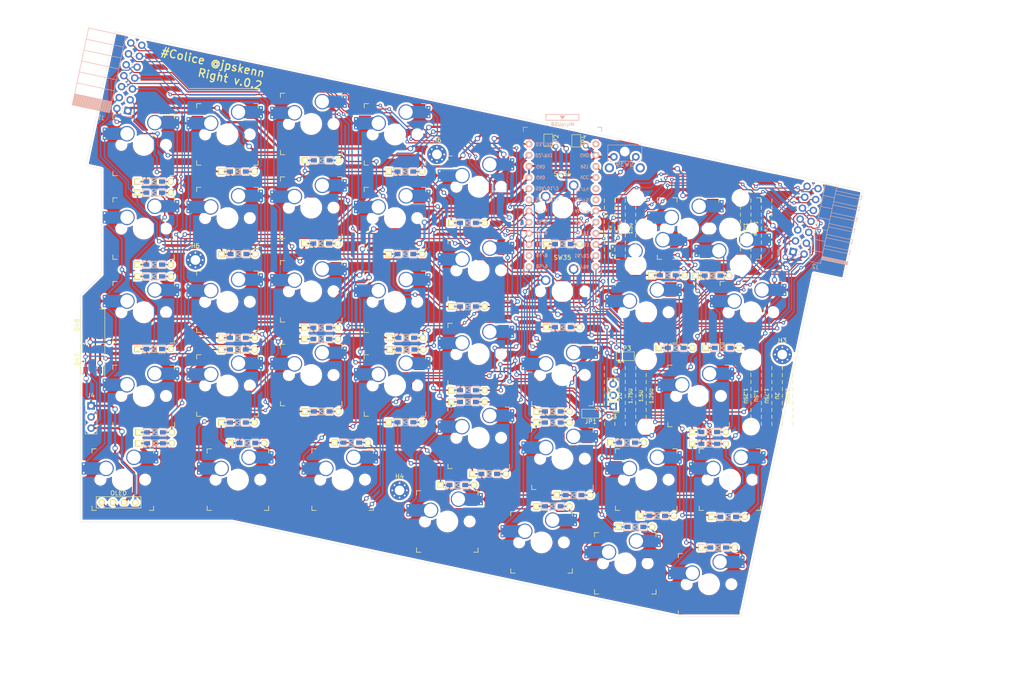
<source format=kicad_pcb>
(kicad_pcb (version 20171130) (host pcbnew "(5.1.5-0-10_14)")
  (layers (0 F.Cu signal) (31 B.Cu signal) (34 B.Paste user) (35 F.Paste user) (36 B.SilkS user) (37 F.SilkS user) (38 B.Mask user) (39 F.Mask user) (44 Edge.Cuts user))
  (net 0 "")
  (net 1 "Net-(D9-Pad2)")
  (net 2 "Net-(D12-Pad2)")
  (net 3 "Net-(D14-Pad2)")
  (net 4 "Net-(D20-Pad2)")
  (net 5 "Net-(D21-Pad2)")
  (net 6 "Net-(D24-Pad2)")
  (net 7 "Net-(D26-Pad2)")
  (net 8 "Net-(D27-Pad2)")
  (net 9 "Net-(D30-Pad2)")
  (net 10 "Net-(D32-Pad2)")
  (net 11 "Net-(D36-Pad2)")
  (net 12 "Net-(D38-Pad2)")
  (net 13 "Net-(D45-Pad2)")
  (net 14 "Net-(D47-Pad2)")
  (net 15 "Net-(D1-Pad1)")
  (net 16 "Net-(D2-Pad2)")
  (net 17 "Net-(D7-Pad2)")
  (net 18 "Net-(D19-Pad2)")
  (net 19 "Net-(D25-Pad2)")
  (net 20 "Net-(D31-Pad2)")
  (net 21 "Net-(D37-Pad2)")
  (net 22 "Net-(D4-Pad2)")
  (net 23 "Net-(D10-Pad2)")
  (net 24 "Net-(D15-Pad2)")
  (net 25 "Net-(D16-Pad2)")
  (net 26 "Net-(D22-Pad2)")
  (net 27 "Net-(D23-Pad1)")
  (net 28 "Net-(D28-Pad2)")
  (net 29 "Net-(D29-Pad1)")
  (net 30 "Net-(D33-Pad2)")
  (net 31 "Net-(D34-Pad2)")
  (net 32 "Net-(D35-Pad1)")
  (net 33 "Net-(D39-Pad2)")
  (net 34 "Net-(D42-Pad2)")
  (net 35 "Net-(D43-Pad2)")
  (net 36 "Net-(D44-Pad2)")
  (net 37 dummy_pin1)
  (net 38 dummy_pin2)
  (net 39 "Net-(D3-Pad2)")
  (net 40 dummy_pin3)
  (net 41 dummy_pin4)
  (net 42 "Net-(D5-Pad2)")
  (net 43 dummy_pin5)
  (net 44 "Net-(D6-Pad1)")
  (net 45 "Net-(D14-Pad1)")
  (net 46 "Net-(D8-Pad1)")
  (net 47 "Net-(D11-Pad2)")
  (net 48 "Net-(D13-Pad1)")
  (net 49 "Net-(D17-Pad2)")
  (net 50 "Net-(D18-Pad1)")
  (net 51 dummy_pin6)
  (net 52 dummy_pin7)
  (net 53 dummy_pin8)
  (net 54 "Net-(D40-Pad2)")
  (net 55 dummy_pin9)
  (net 56 "Net-(D41-Pad1)")
  (net 57 "Net-(D46-Pad2)")
  (net 58 VCC_source)
  (net 59 dummy_led)
  (net 60 GND_source)
  (net 61 dummy_pin10)
  (net 62 dummy_sda)
  (net 63 dummy_extra)
  (net 64 dummy_reset)
  (net 65 "Net-(D49-Pad2)")
  (net 66 dummy_VCC)
  (net 67 dummy_GND)
  (net 68 dummy_scl)
  (net 69 sda-data)
  (net 70 scl-extra)
  (net 71 dummy_data)
  (module SMK_foostan:CherryMX_Hotswap_v2 (layer F.Cu) (at 245.26875 64.29402 180)
    (fp_text reference SW40)
    (fp_text value SW_Push)
    (pad 2 smd rect (at 5.842 -5.08 180) (size 4.5 2.8) (layers B.Cu) (net 65 "Net-(D49-Pad2)"))
    (pad 1 smd rect (at -7.085 -2.54 180) (size 4.5 2.8) (layers B.Cu) (net 44 "Net-(D6-Pad1)"))
    (pad 2 thru_hole circle (at 7.62 -4.118 180) (size 0.8 0.8) (drill 0.4) (layers *.Cu) (net 65 "Net-(D49-Pad2)"))
    (pad 1 thru_hole circle (at -8.89 -1.578 180) (size 0.8 0.8) (drill 0.4) (layers *.Cu) (net 44 "Net-(D6-Pad1)"))
    (pad 2 thru_hole circle (at 7.62 -6.042 180) (size 0.8 0.8) (drill 0.4) (layers *.Cu) (net 65 "Net-(D49-Pad2)"))
    (pad 1 thru_hole circle (at -8.89 -3.502 180) (size 0.8 0.8) (drill 0.4) (layers *.Cu) (net 44 "Net-(D6-Pad1)"))
    (pad 2 smd rect (at 5.815 -5.08 180) (size 2.55 2.8) (layers B.Cu B.Paste B.Mask) (net 65 "Net-(D49-Pad2)"))
    (pad 1 smd rect (at -7.085 -2.54 180) (size 2.55 2.8) (layers B.Cu B.Paste B.Mask) (net 44 "Net-(D6-Pad1)"))
    (pad "" np_thru_hole circle (at 5.08 0 228.0996) (size 1.75 1.75) (drill 1.75) (layers *.Cu *.Mask))
    (pad "" np_thru_hole circle (at -5.08 0 228.0996) (size 1.75 1.75) (drill 1.75) (layers *.Cu *.Mask))
    (pad 1 thru_hole circle (at -3.81 -2.54 180) (size 3.5 3.5) (drill 3) (layers *.Cu) (net 44 "Net-(D6-Pad1)"))
    (pad "" np_thru_hole circle (at 0 0 180) (size 3.9878 3.9878) (drill 3.9878) (layers *.Cu *.Mask))
    (pad 2 thru_hole circle (at 2.54 -5.08 180) (size 3.5 3.5) (drill 3) (layers *.Cu) (net 65 "Net-(D49-Pad2)"))
  )
  (module SMK_foostan:ProMicro_v3 (layer B.Cu) (at 207.16875 59.5315 180)
    (fp_text reference U1 hide)
    (fp_text value ProMicro hide)
    (fp_text user "" (at -1.2515 16.256) (layer F.SilkS))
    (fp_text user "" (at -0.545 17.4) (layer B.SilkS) (effects (justify mirror)))
    (fp_text user RAW (at -4.995 14.5 180 unlocked) (layer B.SilkS) (effects (font (size 0.75 0.67) (thickness 0.125)) (justify mirror)))
    (fp_text user GND (at -4.995 11.95 180 unlocked) (layer B.SilkS) (effects (font (size 0.75 0.67) (thickness 0.125)) (justify mirror)))
    (fp_text user RST (at -4.995 9.4 180 unlocked) (layer B.SilkS) (effects (font (size 0.75 0.67) (thickness 0.125)) (justify mirror)))
    (fp_text user VCC (at -4.995 6.95 180 unlocked) (layer B.SilkS) (effects (font (size 0.75 0.67) (thickness 0.125)) (justify mirror)))
    (fp_text user A3/F4 (at -4.395 4.25 180 unlocked) (layer B.SilkS) (effects (font (size 0.75 0.67) (thickness 0.125)) (justify mirror)))
    (fp_text user A2/F5 (at -4.395 1.75 180 unlocked) (layer B.SilkS) (effects (font (size 0.75 0.67) (thickness 0.125)) (justify mirror)))
    (fp_text user A1/F6 (at -4.395 -0.75 180 unlocked) (layer B.SilkS) (effects (font (size 0.75 0.67) (thickness 0.125)) (justify mirror)))
    (fp_text user A0/F7 (at -4.395 -3.3 180 unlocked) (layer B.SilkS) (effects (font (size 0.75 0.67) (thickness 0.125)) (justify mirror)))
    (fp_text user 15/B1 (at -4.395 -5.85 180 unlocked) (layer B.SilkS) (effects (font (size 0.75 0.67) (thickness 0.125)) (justify mirror)))
    (fp_text user 14/B3 (at -4.395 -8.4 180 unlocked) (layer B.SilkS) (effects (font (size 0.75 0.67) (thickness 0.125)) (justify mirror)))
    (fp_text user 10/B6 (at -4.395 -13.45 180 unlocked) (layer B.SilkS) (effects (font (size 0.75 0.67) (thickness 0.125)) (justify mirror)))
    (fp_text user 16/B2 (at -4.395 -10.95 180 unlocked) (layer B.SilkS) (effects (font (size 0.75 0.67) (thickness 0.125)) (justify mirror)))
    (fp_text user E6/7 (at 4.705 -8.25 180 unlocked) (layer B.SilkS) (effects (font (size 0.75 0.67) (thickness 0.125)) (justify mirror)))
    (fp_text user D7/6 (at 4.705 -5.7 180 unlocked) (layer B.SilkS) (effects (font (size 0.75 0.67) (thickness 0.125)) (justify mirror)))
    (fp_text user GND (at 4.955 9.35 180 unlocked) (layer B.SilkS) (effects (font (size 0.75 0.67) (thickness 0.125)) (justify mirror)))
    (fp_text user GND (at 4.955 6.9 180 unlocked) (layer B.SilkS) (effects (font (size 0.75 0.67) (thickness 0.125)) (justify mirror)))
    (fp_text user D3/TX0 (at 4.155 14.45 180 unlocked) (layer B.SilkS) (effects (font (size 0.75 0.67) (thickness 0.125)) (justify mirror)))
    (fp_text user D4/4 (at 4.705 -0.6 180 unlocked) (layer B.SilkS) (effects (font (size 0.75 0.67) (thickness 0.125)) (justify mirror)))
    (fp_text user SDA/D1/2 (at 3.455 4.4 180 unlocked) (layer B.SilkS) (effects (font (size 0.75 0.67) (thickness 0.125)) (justify mirror)))
    (fp_text user SCL/D0/3 (at 3.455 1.9 180 unlocked) (layer B.SilkS) (effects (font (size 0.75 0.67) (thickness 0.125)) (justify mirror)))
    (fp_text user C6/5 (at 4.705 -3.15 180 unlocked) (layer B.SilkS) (effects (font (size 0.75 0.67) (thickness 0.125)) (justify mirror)))
    (fp_text user B5/9 (at 4.705 -13.3 180 unlocked) (layer B.SilkS) (effects (font (size 0.75 0.67) (thickness 0.125)) (justify mirror)))
    (fp_text user D2/RX1 (at 4.155 11.9 180 unlocked) (layer B.SilkS) (effects (font (size 0.75 0.67) (thickness 0.125)) (justify mirror)))
    (fp_text user B4/8 (at 4.705 -10.8 180 unlocked) (layer B.SilkS) (effects (font (size 0.75 0.67) (thickness 0.125)) (justify mirror)))
    (fp_text user MicroUSB (at -0.05 18.95) (layer B.SilkS) (effects (font (size 0.75 0.75) (thickness 0.12)) (justify mirror)))
    (pad 24 thru_hole circle (at -7.6086 14.478 180) (size 1.524 1.524) (drill 0.8128) (layers *.Cu B.SilkS F.Mask))
    (pad 23 thru_hole circle (at -7.6086 11.938 180) (size 1.524 1.524) (drill 0.8128) (layers *.Cu B.SilkS F.Mask) (net 67 dummy_GND))
    (pad 22 thru_hole circle (at -7.6086 9.398 180) (size 1.524 1.524) (drill 0.8128) (layers *.Cu B.SilkS F.Mask) (net 64 dummy_reset))
    (pad 21 thru_hole circle (at -7.6086 6.858 180) (size 1.524 1.524) (drill 0.8128) (layers *.Cu B.SilkS F.Mask) (net 66 dummy_VCC))
    (pad 20 thru_hole circle (at -7.6086 4.318 180) (size 1.524 1.524) (drill 0.8128) (layers *.Cu B.SilkS F.Mask))
    (pad 19 thru_hole circle (at -7.6086 1.778 180) (size 1.524 1.524) (drill 0.8128) (layers *.Cu B.SilkS F.Mask))
    (pad 18 thru_hole circle (at -7.6086 -0.762 180) (size 1.524 1.524) (drill 0.8128) (layers *.Cu B.SilkS F.Mask) (net 37 dummy_pin1))
    (pad 17 thru_hole circle (at -7.6086 -3.302 180) (size 1.524 1.524) (drill 0.8128) (layers *.Cu B.SilkS F.Mask) (net 38 dummy_pin2))
    (pad 16 thru_hole circle (at -7.6086 -5.842 180) (size 1.524 1.524) (drill 0.8128) (layers *.Cu B.SilkS F.Mask) (net 40 dummy_pin3))
    (pad 15 thru_hole circle (at -7.6086 -8.382 180) (size 1.524 1.524) (drill 0.8128) (layers *.Cu B.SilkS F.Mask) (net 41 dummy_pin4))
    (pad 14 thru_hole circle (at -7.6086 -10.922 180) (size 1.524 1.524) (drill 0.8128) (layers *.Cu B.SilkS F.Mask) (net 43 dummy_pin5))
    (pad 13 thru_hole circle (at -7.6086 -13.462 180) (size 1.524 1.524) (drill 0.8128) (layers *.Cu B.SilkS F.Mask) (net 51 dummy_pin6))
    (pad 12 thru_hole circle (at 7.6114 -13.462 180) (size 1.524 1.524) (drill 0.8128) (layers *.Cu B.SilkS F.Mask) (net 63 dummy_extra))
    (pad 11 thru_hole circle (at 7.6114 -10.922 180) (size 1.524 1.524) (drill 0.8128) (layers *.Cu B.SilkS F.Mask))
    (pad 10 thru_hole circle (at 7.6114 -8.382 180) (size 1.524 1.524) (drill 0.8128) (layers *.Cu B.SilkS F.Mask) (net 61 dummy_pin10))
    (pad 9 thru_hole circle (at 7.6114 -5.842 180) (size 1.524 1.524) (drill 0.8128) (layers *.Cu B.SilkS F.Mask) (net 55 dummy_pin9))
    (pad 8 thru_hole circle (at 7.6114 -3.302 180) (size 1.524 1.524) (drill 0.8128) (layers *.Cu B.SilkS F.Mask) (net 53 dummy_pin8))
    (pad 7 thru_hole circle (at 7.6114 -0.762 180) (size 1.524 1.524) (drill 0.8128) (layers *.Cu B.SilkS F.Mask) (net 52 dummy_pin7))
    (pad 6 thru_hole circle (at 7.6114 1.778 180) (size 1.524 1.524) (drill 0.8128) (layers *.Cu B.SilkS F.Mask) (net 68 dummy_scl))
    (pad 5 thru_hole circle (at 7.6114 4.318 180) (size 1.524 1.524) (drill 0.8128) (layers *.Cu B.SilkS F.Mask) (net 62 dummy_sda))
    (pad 4 thru_hole circle (at 7.6114 6.858 180) (size 1.524 1.524) (drill 0.8128) (layers *.Cu B.SilkS F.Mask) (net 67 dummy_GND))
    (pad 3 thru_hole circle (at 7.6114 9.398 180) (size 1.524 1.524) (drill 0.8128) (layers *.Cu B.SilkS F.Mask) (net 67 dummy_GND))
    (pad 2 thru_hole circle (at 7.6114 11.938 180) (size 1.524 1.524) (drill 0.8128) (layers *.Cu B.SilkS F.Mask) (net 71 dummy_data))
    (pad 1 thru_hole circle (at 7.6114 14.478 180) (size 1.524 1.524) (drill 0.8128) (layers *.Cu B.SilkS F.Mask) (net 59 dummy_led))
  )
  (module SMK_foostan:CherryMX_Hotswap_v2 (layer F.Cu) (at 111.91875 45.24368)
    (fp_text reference SW6)
    (fp_text value SW_Push)
    (pad 2 thru_hole circle (at 2.54 -5.08) (size 3.5 3.5) (drill 3) (layers *.Cu) (net 17 "Net-(D7-Pad2)"))
    (pad "" np_thru_hole circle (at 0 0) (size 3.9878 3.9878) (drill 3.9878) (layers *.Cu *.Mask))
    (pad 1 thru_hole circle (at -3.81 -2.54) (size 3.5 3.5) (drill 3) (layers *.Cu) (net 44 "Net-(D6-Pad1)"))
    (pad "" np_thru_hole circle (at -5.08 0 48.0996) (size 1.75 1.75) (drill 1.75) (layers *.Cu *.Mask))
    (pad "" np_thru_hole circle (at 5.08 0 48.0996) (size 1.75 1.75) (drill 1.75) (layers *.Cu *.Mask))
    (pad 1 smd rect (at -7.085 -2.54) (size 2.55 2.8) (layers B.Cu B.Paste B.Mask) (net 44 "Net-(D6-Pad1)"))
    (pad 2 smd rect (at 5.815 -5.08) (size 2.55 2.8) (layers B.Cu B.Paste B.Mask) (net 17 "Net-(D7-Pad2)"))
    (pad 1 thru_hole circle (at -8.89 -3.502) (size 0.8 0.8) (drill 0.4) (layers *.Cu) (net 44 "Net-(D6-Pad1)"))
    (pad 2 thru_hole circle (at 7.62 -6.042) (size 0.8 0.8) (drill 0.4) (layers *.Cu) (net 17 "Net-(D7-Pad2)"))
    (pad 1 thru_hole circle (at -8.89 -1.578) (size 0.8 0.8) (drill 0.4) (layers *.Cu) (net 44 "Net-(D6-Pad1)"))
    (pad 2 thru_hole circle (at 7.62 -4.118) (size 0.8 0.8) (drill 0.4) (layers *.Cu) (net 17 "Net-(D7-Pad2)"))
    (pad 1 smd rect (at -7.085 -2.54) (size 4.5 2.8) (layers B.Cu) (net 44 "Net-(D6-Pad1)"))
    (pad 2 smd rect (at 5.842 -5.08) (size 4.5 2.8) (layers B.Cu) (net 17 "Net-(D7-Pad2)"))
  )
  (module SMK_foostan:CherryMX_Hotswap_v2 (layer F.Cu) (at 240.50625 145.25686)
    (fp_text reference SW13)
    (fp_text value SW_Push)
    (pad 2 thru_hole circle (at 2.54 -5.08) (size 3.5 3.5) (drill 3) (layers *.Cu) (net 25 "Net-(D16-Pad2)"))
    (pad "" np_thru_hole circle (at 0 0) (size 3.9878 3.9878) (drill 3.9878) (layers *.Cu *.Mask))
    (pad 1 thru_hole circle (at -3.81 -2.54) (size 3.5 3.5) (drill 3) (layers *.Cu) (net 48 "Net-(D13-Pad1)"))
    (pad "" np_thru_hole circle (at -5.08 0 48.0996) (size 1.75 1.75) (drill 1.75) (layers *.Cu *.Mask))
    (pad "" np_thru_hole circle (at 5.08 0 48.0996) (size 1.75 1.75) (drill 1.75) (layers *.Cu *.Mask))
    (pad 1 smd rect (at -7.085 -2.54) (size 2.55 2.8) (layers B.Cu B.Paste B.Mask) (net 48 "Net-(D13-Pad1)"))
    (pad 2 smd rect (at 5.815 -5.08) (size 2.55 2.8) (layers B.Cu B.Paste B.Mask) (net 25 "Net-(D16-Pad2)"))
    (pad 1 thru_hole circle (at -8.89 -3.502) (size 0.8 0.8) (drill 0.4) (layers *.Cu) (net 48 "Net-(D13-Pad1)"))
    (pad 2 thru_hole circle (at 7.62 -6.042) (size 0.8 0.8) (drill 0.4) (layers *.Cu) (net 25 "Net-(D16-Pad2)"))
    (pad 1 thru_hole circle (at -8.89 -1.578) (size 0.8 0.8) (drill 0.4) (layers *.Cu) (net 48 "Net-(D13-Pad1)"))
    (pad 2 thru_hole circle (at 7.62 -4.118) (size 0.8 0.8) (drill 0.4) (layers *.Cu) (net 25 "Net-(D16-Pad2)"))
    (pad 1 smd rect (at -7.085 -2.54) (size 4.5 2.8) (layers B.Cu) (net 48 "Net-(D13-Pad1)"))
    (pad 2 smd rect (at 5.842 -5.08) (size 4.5 2.8) (layers B.Cu) (net 25 "Net-(D16-Pad2)"))
  )
  (module SMK_SU120:CherryMX_MidHeight_Choc_Hotswap_2U_Outline (layer F.Cu) (at 235.74375 64.29402)
    (fp_text reference H1 hide)
    (fp_text value MountingHole hide)
    (fp_text user 1.25u (at 10.715625 0 -90 unlocked) (layer F.SilkS) (effects (font (size 0.8 0.8))))
    (fp_text user 1.75u (at 15.478125 0 -90 unlocked) (layer F.SilkS) (effects (font (size 0.8 0.8))))
    (fp_text user 1.5u (at 13.096875 0 -90 unlocked) (layer F.SilkS) (effects (font (size 0.8 0.8))))
    (fp_text user 2u (at 17.859375 0 -90 unlocked) (layer F.SilkS) (effects (font (size 0.8 0.8))))
    (fp_text user 1.25u (at -10.715625 0 90 unlocked) (layer F.SilkS) (effects (font (size 0.8 0.8))))
    (fp_text user 1.5u (at -13.096875 0 90 unlocked) (layer F.SilkS) (effects (font (size 0.8 0.8))))
    (fp_text user 1.75u (at -15.478125 0 90 unlocked) (layer F.SilkS) (effects (font (size 0.8 0.8))))
    (fp_text user 2u (at -17.859375 0 90 unlocked) (layer F.SilkS) (effects (font (size 0.8 0.8))))
    (pad "" np_thru_hole circle (at -11.938 -6.985) (size 3.048 3.048) (drill 3.048) (layers *.Cu *.Mask))
    (pad "" np_thru_hole circle (at 11.938 -6.985) (size 3.048 3.048) (drill 3.048) (layers *.Cu *.Mask))
    (pad "" np_thru_hole circle (at -11.938 8.255) (size 3.9878 3.9878) (drill 3.9878) (layers *.Cu *.Mask))
    (pad "" np_thru_hole circle (at 11.938 8.255) (size 3.9878 3.9878) (drill 3.9878) (layers *.Cu *.Mask))
  )
  (module SMK_foostan:CherryMX_Hotswap_v2 (layer F.Cu) (at 235.74375 64.29402)
    (fp_text reference SW15)
    (fp_text value SW_Push)
    (pad 2 smd rect (at 5.842 -5.08) (size 4.5 2.8) (layers B.Cu) (net 18 "Net-(D19-Pad2)"))
    (pad 1 smd rect (at -7.085 -2.54) (size 4.5 2.8) (layers B.Cu) (net 50 "Net-(D18-Pad1)"))
    (pad 2 thru_hole circle (at 7.62 -4.118) (size 0.8 0.8) (drill 0.4) (layers *.Cu) (net 18 "Net-(D19-Pad2)"))
    (pad 1 thru_hole circle (at -8.89 -1.578) (size 0.8 0.8) (drill 0.4) (layers *.Cu) (net 50 "Net-(D18-Pad1)"))
    (pad 2 thru_hole circle (at 7.62 -6.042) (size 0.8 0.8) (drill 0.4) (layers *.Cu) (net 18 "Net-(D19-Pad2)"))
    (pad 1 thru_hole circle (at -8.89 -3.502) (size 0.8 0.8) (drill 0.4) (layers *.Cu) (net 50 "Net-(D18-Pad1)"))
    (pad 2 smd rect (at 5.815 -5.08) (size 2.55 2.8) (layers B.Cu B.Paste B.Mask) (net 18 "Net-(D19-Pad2)"))
    (pad 1 smd rect (at -7.085 -2.54) (size 2.55 2.8) (layers B.Cu B.Paste B.Mask) (net 50 "Net-(D18-Pad1)"))
    (pad "" np_thru_hole circle (at 5.08 0 48.0996) (size 1.75 1.75) (drill 1.75) (layers *.Cu *.Mask))
    (pad "" np_thru_hole circle (at -5.08 0 48.0996) (size 1.75 1.75) (drill 1.75) (layers *.Cu *.Mask))
    (pad 1 thru_hole circle (at -3.81 -2.54) (size 3.5 3.5) (drill 3) (layers *.Cu) (net 50 "Net-(D18-Pad1)"))
    (pad "" np_thru_hole circle (at 0 0) (size 3.9878 3.9878) (drill 3.9878) (layers *.Cu *.Mask))
    (pad 2 thru_hole circle (at 2.54 -5.08) (size 3.5 3.5) (drill 3) (layers *.Cu) (net 18 "Net-(D19-Pad2)"))
  )
  (module SMK_SU120:D3_TH_SMD (layer F.Cu) (at 223.774 132.207)
    (fp_text reference D17 hide)
    (fp_text value D hide)
    (pad 2 smd rect (at 1.775 0) (size 1.3 0.95) (layers F.Cu F.Paste F.Mask) (net 49 "Net-(D17-Pad2)"))
    (pad 2 thru_hole circle (at 3.81 0) (size 1.397 1.397) (drill 0.8128) (layers *.Cu *.Mask F.SilkS) (net 49 "Net-(D17-Pad2)"))
    (pad 1 thru_hole rect (at -3.81 0) (size 1.397 1.397) (drill 0.8128) (layers *.Cu *.Mask F.SilkS) (net 43 dummy_pin5))
    (pad 1 smd rect (at -1.775 0) (size 1.3 0.95) (layers B.Cu B.Paste B.Mask) (net 43 dummy_pin5))
    (pad 2 smd rect (at 1.775 0) (size 1.3 0.95) (layers B.Cu B.Paste B.Mask) (net 49 "Net-(D17-Pad2)"))
    (pad 1 smd rect (at -1.775 0) (size 1.3 0.95) (layers F.Cu F.Paste F.Mask) (net 43 dummy_pin5))
  )
  (module SMK_foostan:CherryMX_Hotswap_v2 (layer F.Cu) (at 221.45625 140.49434)
    (fp_text reference SW14)
    (fp_text value SW_Push)
    (pad 2 thru_hole circle (at 2.54 -5.08) (size 3.5 3.5) (drill 3) (layers *.Cu) (net 49 "Net-(D17-Pad2)"))
    (pad "" np_thru_hole circle (at 0 0) (size 3.9878 3.9878) (drill 3.9878) (layers *.Cu *.Mask))
    (pad 1 thru_hole circle (at -3.81 -2.54) (size 3.5 3.5) (drill 3) (layers *.Cu) (net 48 "Net-(D13-Pad1)"))
    (pad "" np_thru_hole circle (at -5.08 0 48.0996) (size 1.75 1.75) (drill 1.75) (layers *.Cu *.Mask))
    (pad "" np_thru_hole circle (at 5.08 0 48.0996) (size 1.75 1.75) (drill 1.75) (layers *.Cu *.Mask))
    (pad 1 smd rect (at -7.084999 -2.54) (size 2.55 2.8) (layers B.Cu B.Paste B.Mask) (net 48 "Net-(D13-Pad1)"))
    (pad 2 smd rect (at 5.815 -5.08) (size 2.55 2.8) (layers B.Cu B.Paste B.Mask) (net 49 "Net-(D17-Pad2)"))
    (pad 1 thru_hole circle (at -8.89 -3.502) (size 0.8 0.8) (drill 0.4) (layers *.Cu) (net 48 "Net-(D13-Pad1)"))
    (pad 2 thru_hole circle (at 7.62 -6.042) (size 0.8 0.8) (drill 0.4) (layers *.Cu) (net 49 "Net-(D17-Pad2)"))
    (pad 1 thru_hole circle (at -8.89 -1.578) (size 0.8 0.8) (drill 0.4) (layers *.Cu) (net 48 "Net-(D13-Pad1)"))
    (pad 2 thru_hole circle (at 7.62 -4.118) (size 0.8 0.8) (drill 0.4) (layers *.Cu) (net 49 "Net-(D17-Pad2)"))
    (pad 1 smd rect (at -7.085 -2.54) (size 4.5 2.8) (layers B.Cu) (net 48 "Net-(D13-Pad1)"))
    (pad 2 smd rect (at 5.842 -5.08) (size 4.5 2.8) (layers B.Cu) (net 49 "Net-(D17-Pad2)"))
  )
  (module SMK_foostan:CherryMX_Hotswap_v2 (layer F.Cu) (at 250.03125 83.3441)
    (fp_text reference SW11)
    (fp_text value SW_Push)
    (pad 2 smd rect (at 5.842 -5.08) (size 4.5 2.8) (layers B.Cu) (net 3 "Net-(D14-Pad2)"))
    (pad 1 smd rect (at -7.085 -2.54) (size 4.5 2.8) (layers B.Cu) (net 48 "Net-(D13-Pad1)"))
    (pad 2 thru_hole circle (at 7.62 -4.118) (size 0.8 0.8) (drill 0.4) (layers *.Cu) (net 3 "Net-(D14-Pad2)"))
    (pad 1 thru_hole circle (at -8.89 -1.578) (size 0.8 0.8) (drill 0.4) (layers *.Cu) (net 48 "Net-(D13-Pad1)"))
    (pad 2 thru_hole circle (at 7.62 -6.042) (size 0.8 0.8) (drill 0.4) (layers *.Cu) (net 3 "Net-(D14-Pad2)"))
    (pad 1 thru_hole circle (at -8.89 -3.502) (size 0.8 0.8) (drill 0.4) (layers *.Cu) (net 48 "Net-(D13-Pad1)"))
    (pad 2 smd rect (at 5.815 -5.08) (size 2.55 2.8) (layers B.Cu B.Paste B.Mask) (net 3 "Net-(D14-Pad2)"))
    (pad 1 smd rect (at -7.085 -2.54) (size 2.55 2.8) (layers B.Cu B.Paste B.Mask) (net 48 "Net-(D13-Pad1)"))
    (pad "" np_thru_hole circle (at 5.08 0 48.0996) (size 1.75 1.75) (drill 1.75) (layers *.Cu *.Mask))
    (pad "" np_thru_hole circle (at -5.08 0 48.0996) (size 1.75 1.75) (drill 1.75) (layers *.Cu *.Mask))
    (pad 1 thru_hole circle (at -3.81 -2.54) (size 3.5 3.5) (drill 3) (layers *.Cu) (net 48 "Net-(D13-Pad1)"))
    (pad "" np_thru_hole circle (at 0 0) (size 3.9878 3.9878) (drill 3.9878) (layers *.Cu *.Mask))
    (pad 2 thru_hole circle (at 2.54 -5.08) (size 3.5 3.5) (drill 3) (layers *.Cu) (net 3 "Net-(D14-Pad2)"))
  )
  (module SMK_foostan:CherryMX_Hotswap_v2 (layer F.Cu) (at 226.21875 83.3441)
    (fp_text reference SW16)
    (fp_text value SW_Push)
    (pad 2 thru_hole circle (at 2.54 -5.08) (size 3.5 3.5) (drill 3) (layers *.Cu) (net 4 "Net-(D20-Pad2)"))
    (pad "" np_thru_hole circle (at 0 0) (size 3.9878 3.9878) (drill 3.9878) (layers *.Cu *.Mask))
    (pad 1 thru_hole circle (at -3.81 -2.54) (size 3.5 3.5) (drill 3) (layers *.Cu) (net 50 "Net-(D18-Pad1)"))
    (pad "" np_thru_hole circle (at -5.08 0 48.0996) (size 1.75 1.75) (drill 1.75) (layers *.Cu *.Mask))
    (pad "" np_thru_hole circle (at 5.08 0 48.0996) (size 1.75 1.75) (drill 1.75) (layers *.Cu *.Mask))
    (pad 1 smd rect (at -7.085 -2.54) (size 2.55 2.8) (layers B.Cu B.Paste B.Mask) (net 50 "Net-(D18-Pad1)"))
    (pad 2 smd rect (at 5.815 -5.08) (size 2.55 2.8) (layers B.Cu B.Paste B.Mask) (net 4 "Net-(D20-Pad2)"))
    (pad 1 thru_hole circle (at -8.89 -3.502) (size 0.8 0.8) (drill 0.4) (layers *.Cu) (net 50 "Net-(D18-Pad1)"))
    (pad 2 thru_hole circle (at 7.62 -6.042) (size 0.8 0.8) (drill 0.4) (layers *.Cu) (net 4 "Net-(D20-Pad2)"))
    (pad 1 thru_hole circle (at -8.89 -1.578) (size 0.8 0.8) (drill 0.4) (layers *.Cu) (net 50 "Net-(D18-Pad1)"))
    (pad 2 thru_hole circle (at 7.62 -4.118) (size 0.8 0.8) (drill 0.4) (layers *.Cu) (net 4 "Net-(D20-Pad2)"))
    (pad 1 smd rect (at -7.085 -2.54) (size 4.5 2.8) (layers B.Cu) (net 50 "Net-(D18-Pad1)"))
    (pad 2 smd rect (at 5.842 -5.08) (size 4.5 2.8) (layers B.Cu) (net 4 "Net-(D20-Pad2)"))
  )
  (module SMK_SU120:D3_TH_SMD (layer F.Cu) (at 232.918 91.44)
    (fp_text reference D20 hide)
    (fp_text value D hide)
    (pad 1 smd rect (at -1.775 0) (size 1.3 0.95) (layers F.Cu F.Paste F.Mask) (net 38 dummy_pin2))
    (pad 2 smd rect (at 1.775 0) (size 1.3 0.95) (layers B.Cu B.Paste B.Mask) (net 4 "Net-(D20-Pad2)"))
    (pad 1 smd rect (at -1.775 0) (size 1.3 0.95) (layers B.Cu B.Paste B.Mask) (net 38 dummy_pin2))
    (pad 1 thru_hole rect (at -3.81 0) (size 1.397 1.397) (drill 0.8128) (layers *.Cu *.Mask F.SilkS) (net 38 dummy_pin2))
    (pad 2 thru_hole circle (at 3.81 0) (size 1.397 1.397) (drill 0.8128) (layers *.Cu *.Mask F.SilkS) (net 4 "Net-(D20-Pad2)"))
    (pad 2 smd rect (at 1.775 0) (size 1.3 0.95) (layers F.Cu F.Paste F.Mask) (net 4 "Net-(D20-Pad2)"))
  )
  (module SMK_SU120:D3_TH_SMD (layer F.Cu) (at 207.264 86.741)
    (fp_text reference D43 hide)
    (fp_text value D hide)
    (pad 2 smd rect (at 1.775 0) (size 1.3 0.95) (layers F.Cu F.Paste F.Mask) (net 35 "Net-(D43-Pad2)"))
    (pad 2 thru_hole circle (at 3.81 0) (size 1.397 1.397) (drill 0.8128) (layers *.Cu *.Mask F.SilkS) (net 35 "Net-(D43-Pad2)"))
    (pad 1 thru_hole rect (at -3.81 0) (size 1.397 1.397) (drill 0.8128) (layers *.Cu *.Mask F.SilkS) (net 38 dummy_pin2))
    (pad 1 smd rect (at -1.775 0) (size 1.3 0.95) (layers B.Cu B.Paste B.Mask) (net 38 dummy_pin2))
    (pad 2 smd rect (at 1.775 0) (size 1.3 0.95) (layers B.Cu B.Paste B.Mask) (net 35 "Net-(D43-Pad2)"))
    (pad 1 smd rect (at -1.775 0) (size 1.3 0.95) (layers F.Cu F.Paste F.Mask) (net 38 dummy_pin2))
  )
  (module SMK_foostan:CherryMX_Hotswap_v2 (layer F.Cu) (at 202.40625 135.73182)
    (fp_text reference SW38)
    (fp_text value SW_Push)
    (pad 2 thru_hole circle (at 2.54 -5.08) (size 3.5 3.5) (drill 3) (layers *.Cu) (net 57 "Net-(D46-Pad2)"))
    (pad "" np_thru_hole circle (at 0 0) (size 3.9878 3.9878) (drill 3.9878) (layers *.Cu *.Mask))
    (pad 1 thru_hole circle (at -3.81 -2.54) (size 3.5 3.5) (drill 3) (layers *.Cu) (net 56 "Net-(D41-Pad1)"))
    (pad "" np_thru_hole circle (at -5.08 0 48.0996) (size 1.75 1.75) (drill 1.75) (layers *.Cu *.Mask))
    (pad "" np_thru_hole circle (at 5.08 0 48.0996) (size 1.75 1.75) (drill 1.75) (layers *.Cu *.Mask))
    (pad 1 smd rect (at -7.084999 -2.54) (size 2.55 2.8) (layers B.Cu B.Paste B.Mask) (net 56 "Net-(D41-Pad1)"))
    (pad 2 smd rect (at 5.815 -5.08) (size 2.55 2.8) (layers B.Cu B.Paste B.Mask) (net 57 "Net-(D46-Pad2)"))
    (pad 1 thru_hole circle (at -8.89 -3.502) (size 0.8 0.8) (drill 0.4) (layers *.Cu) (net 56 "Net-(D41-Pad1)"))
    (pad 2 thru_hole circle (at 7.62 -6.042) (size 0.8 0.8) (drill 0.4) (layers *.Cu) (net 57 "Net-(D46-Pad2)"))
    (pad 1 thru_hole circle (at -8.89 -1.578) (size 0.8 0.8) (drill 0.4) (layers *.Cu) (net 56 "Net-(D41-Pad1)"))
    (pad 2 thru_hole circle (at 7.62 -4.118) (size 0.8 0.8) (drill 0.4) (layers *.Cu) (net 57 "Net-(D46-Pad2)"))
    (pad 1 smd rect (at -7.085 -2.54) (size 4.5 2.8) (layers B.Cu) (net 56 "Net-(D41-Pad1)"))
    (pad 2 smd rect (at 5.842 -5.08) (size 4.5 2.8) (layers B.Cu) (net 57 "Net-(D46-Pad2)"))
  )
  (module SMK_SU120:D3_TH_SMD (layer F.Cu) (at 185.674 62.992)
    (fp_text reference D36 hide)
    (fp_text value D hide)
    (pad 2 smd rect (at 1.775 0) (size 1.3 0.95) (layers F.Cu F.Paste F.Mask) (net 11 "Net-(D36-Pad2)"))
    (pad 2 thru_hole circle (at 3.81 0) (size 1.397 1.397) (drill 0.8128) (layers *.Cu *.Mask F.SilkS) (net 11 "Net-(D36-Pad2)"))
    (pad 1 thru_hole rect (at -3.81 0) (size 1.397 1.397) (drill 0.8128) (layers *.Cu *.Mask F.SilkS) (net 45 "Net-(D14-Pad1)"))
    (pad 1 smd rect (at -1.775 0) (size 1.3 0.95) (layers B.Cu B.Paste B.Mask) (net 45 "Net-(D14-Pad1)"))
    (pad 2 smd rect (at 1.775 0) (size 1.3 0.95) (layers B.Cu B.Paste B.Mask) (net 11 "Net-(D36-Pad2)"))
    (pad 1 smd rect (at -1.775 0) (size 1.3 0.95) (layers F.Cu F.Paste F.Mask) (net 45 "Net-(D14-Pad1)"))
  )
  (module SMK_SU120:D3_TH_SMD (layer F.Cu) (at 231.14 74.93)
    (fp_text reference D19 hide)
    (fp_text value D hide)
    (pad 2 smd rect (at 1.775 0) (size 1.3 0.95) (layers F.Cu F.Paste F.Mask) (net 18 "Net-(D19-Pad2)"))
    (pad 2 thru_hole circle (at 3.81 0) (size 1.397 1.397) (drill 0.8128) (layers *.Cu *.Mask F.SilkS) (net 18 "Net-(D19-Pad2)"))
    (pad 1 thru_hole rect (at -3.81 0) (size 1.397 1.397) (drill 0.8128) (layers *.Cu *.Mask F.SilkS) (net 45 "Net-(D14-Pad1)"))
    (pad 1 smd rect (at -1.775 0) (size 1.3 0.95) (layers B.Cu B.Paste B.Mask) (net 45 "Net-(D14-Pad1)"))
    (pad 2 smd rect (at 1.775 0) (size 1.3 0.95) (layers B.Cu B.Paste B.Mask) (net 18 "Net-(D19-Pad2)"))
    (pad 1 smd rect (at -1.775 0) (size 1.3 0.95) (layers F.Cu F.Paste F.Mask) (net 45 "Net-(D14-Pad1)"))
  )
  (module SMK_SU120:D3_TH_SMD (layer F.Cu) (at 207.264 67.818)
    (fp_text reference D42 hide)
    (fp_text value D hide)
    (pad 2 smd rect (at 1.775 0) (size 1.3 0.95) (layers F.Cu F.Paste F.Mask) (net 34 "Net-(D42-Pad2)"))
    (pad 2 thru_hole circle (at 3.81 0) (size 1.397 1.397) (drill 0.8128) (layers *.Cu *.Mask F.SilkS) (net 34 "Net-(D42-Pad2)"))
    (pad 1 thru_hole rect (at -3.81 0) (size 1.397 1.397) (drill 0.8128) (layers *.Cu *.Mask F.SilkS) (net 45 "Net-(D14-Pad1)"))
    (pad 1 smd rect (at -1.775 0) (size 1.3 0.95) (layers B.Cu B.Paste B.Mask) (net 45 "Net-(D14-Pad1)"))
    (pad 2 smd rect (at 1.775 0) (size 1.3 0.95) (layers B.Cu B.Paste B.Mask) (net 34 "Net-(D42-Pad2)"))
    (pad 1 smd rect (at -1.775 0) (size 1.3 0.95) (layers F.Cu F.Paste F.Mask) (net 45 "Net-(D14-Pad1)"))
  )
  (module SMK_SU120:D3_TH_SMD (layer F.Cu) (at 204.978 105.918)
    (fp_text reference D44 hide)
    (fp_text value D hide)
    (pad 2 smd rect (at 1.775 0) (size 1.3 0.95) (layers F.Cu F.Paste F.Mask) (net 36 "Net-(D44-Pad2)"))
    (pad 2 thru_hole circle (at 3.81 0) (size 1.397 1.397) (drill 0.8128) (layers *.Cu *.Mask F.SilkS) (net 36 "Net-(D44-Pad2)"))
    (pad 1 thru_hole rect (at -3.81 0) (size 1.397 1.397) (drill 0.8128) (layers *.Cu *.Mask F.SilkS) (net 40 dummy_pin3))
    (pad 1 smd rect (at -1.775 0) (size 1.3 0.95) (layers B.Cu B.Paste B.Mask) (net 40 dummy_pin3))
    (pad 2 smd rect (at 1.775 0) (size 1.3 0.95) (layers B.Cu B.Paste B.Mask) (net 36 "Net-(D44-Pad2)"))
    (pad 1 smd rect (at -1.775 0) (size 1.3 0.95) (layers F.Cu F.Paste F.Mask) (net 40 dummy_pin3))
  )
  (module SMK_SU120:D3_TH_SMD (layer F.Cu) (at 209.677 124.968)
    (fp_text reference D45 hide)
    (fp_text value D hide)
    (pad 2 smd rect (at 1.775 0) (size 1.3 0.95) (layers F.Cu F.Paste F.Mask) (net 13 "Net-(D45-Pad2)"))
    (pad 2 thru_hole circle (at 3.81 0) (size 1.397 1.397) (drill 0.8128) (layers *.Cu *.Mask F.SilkS) (net 13 "Net-(D45-Pad2)"))
    (pad 1 thru_hole rect (at -3.81 0) (size 1.397 1.397) (drill 0.8128) (layers *.Cu *.Mask F.SilkS) (net 41 dummy_pin4))
    (pad 1 smd rect (at -1.775 0) (size 1.3 0.95) (layers B.Cu B.Paste B.Mask) (net 41 dummy_pin4))
    (pad 2 smd rect (at 1.775 0) (size 1.3 0.95) (layers B.Cu B.Paste B.Mask) (net 13 "Net-(D45-Pad2)"))
    (pad 1 smd rect (at -1.775 0) (size 1.3 0.95) (layers F.Cu F.Paste F.Mask) (net 41 dummy_pin4))
  )
  (module SMK_SU120:D3_TH_SMD (layer F.Cu) (at 204.978 127.508)
    (fp_text reference D46 hide)
    (fp_text value D hide)
    (pad 2 smd rect (at 1.775 0) (size 1.3 0.95) (layers F.Cu F.Paste F.Mask) (net 57 "Net-(D46-Pad2)"))
    (pad 2 thru_hole circle (at 3.81 0) (size 1.397 1.397) (drill 0.8128) (layers *.Cu *.Mask F.SilkS) (net 57 "Net-(D46-Pad2)"))
    (pad 1 thru_hole rect (at -3.81 0) (size 1.397 1.397) (drill 0.8128) (layers *.Cu *.Mask F.SilkS) (net 43 dummy_pin5))
    (pad 1 smd rect (at -1.775 0) (size 1.3 0.95) (layers B.Cu B.Paste B.Mask) (net 43 dummy_pin5))
    (pad 2 smd rect (at 1.775 0) (size 1.3 0.95) (layers B.Cu B.Paste B.Mask) (net 57 "Net-(D46-Pad2)"))
    (pad 1 smd rect (at -1.775 0) (size 1.3 0.95) (layers F.Cu F.Paste F.Mask) (net 43 dummy_pin5))
  )
  (module SMK_SU120:D3_TH_SMD (layer F.Cu) (at 185.674 82.042)
    (fp_text reference D37 hide)
    (fp_text value D hide)
    (pad 2 smd rect (at 1.775 0) (size 1.3 0.95) (layers F.Cu F.Paste F.Mask) (net 21 "Net-(D37-Pad2)"))
    (pad 2 thru_hole circle (at 3.81 0) (size 1.397 1.397) (drill 0.8128) (layers *.Cu *.Mask F.SilkS) (net 21 "Net-(D37-Pad2)"))
    (pad 1 thru_hole rect (at -3.81 0) (size 1.397 1.397) (drill 0.8128) (layers *.Cu *.Mask F.SilkS) (net 38 dummy_pin2))
    (pad 1 smd rect (at -1.775 0) (size 1.3 0.95) (layers B.Cu B.Paste B.Mask) (net 38 dummy_pin2))
    (pad 2 smd rect (at 1.775 0) (size 1.3 0.95) (layers B.Cu B.Paste B.Mask) (net 21 "Net-(D37-Pad2)"))
    (pad 1 smd rect (at -1.775 0) (size 1.3 0.95) (layers F.Cu F.Paste F.Mask) (net 38 dummy_pin2))
  )
  (module SMK_SU120:D3_TH_SMD (layer F.Cu) (at 185.674 101.092)
    (fp_text reference D38 hide)
    (fp_text value D hide)
    (pad 2 smd rect (at 1.775 0) (size 1.3 0.95) (layers F.Cu F.Paste F.Mask) (net 12 "Net-(D38-Pad2)"))
    (pad 2 thru_hole circle (at 3.81 0) (size 1.397 1.397) (drill 0.8128) (layers *.Cu *.Mask F.SilkS) (net 12 "Net-(D38-Pad2)"))
    (pad 1 thru_hole rect (at -3.81 0) (size 1.397 1.397) (drill 0.8128) (layers *.Cu *.Mask F.SilkS) (net 40 dummy_pin3))
    (pad 1 smd rect (at -1.775 0) (size 1.3 0.95) (layers B.Cu B.Paste B.Mask) (net 40 dummy_pin3))
    (pad 2 smd rect (at 1.775 0) (size 1.3 0.95) (layers B.Cu B.Paste B.Mask) (net 12 "Net-(D38-Pad2)"))
    (pad 1 smd rect (at -1.775 0) (size 1.3 0.95) (layers F.Cu F.Paste F.Mask) (net 40 dummy_pin3))
  )
  (module SMK_SU120:D3_TH_SMD (layer F.Cu) (at 190.5 120.142)
    (fp_text reference D39 hide)
    (fp_text value D hide)
    (pad 2 smd rect (at 1.775 0) (size 1.3 0.95) (layers F.Cu F.Paste F.Mask) (net 33 "Net-(D39-Pad2)"))
    (pad 2 thru_hole circle (at 3.81 0) (size 1.397 1.397) (drill 0.8128) (layers *.Cu *.Mask F.SilkS) (net 33 "Net-(D39-Pad2)"))
    (pad 1 thru_hole rect (at -3.81 0) (size 1.397 1.397) (drill 0.8128) (layers *.Cu *.Mask F.SilkS) (net 41 dummy_pin4))
    (pad 1 smd rect (at -1.775 0) (size 1.3 0.95) (layers B.Cu B.Paste B.Mask) (net 41 dummy_pin4))
    (pad 2 smd rect (at 1.775 0) (size 1.3 0.95) (layers B.Cu B.Paste B.Mask) (net 33 "Net-(D39-Pad2)"))
    (pad 1 smd rect (at -1.775 0) (size 1.3 0.95) (layers F.Cu F.Paste F.Mask) (net 41 dummy_pin4))
  )
  (module SMK_SU120:D3_TH_SMD (layer F.Cu) (at 171.45 51.308)
    (fp_text reference D30 hide)
    (fp_text value D hide)
    (pad 2 smd rect (at 1.775 0) (size 1.3 0.95) (layers F.Cu F.Paste F.Mask) (net 9 "Net-(D30-Pad2)"))
    (pad 2 thru_hole circle (at 3.81 0) (size 1.397 1.397) (drill 0.8128) (layers *.Cu *.Mask F.SilkS) (net 9 "Net-(D30-Pad2)"))
    (pad 1 thru_hole rect (at -3.81 0) (size 1.397 1.397) (drill 0.8128) (layers *.Cu *.Mask F.SilkS) (net 45 "Net-(D14-Pad1)"))
    (pad 1 smd rect (at -1.775 0) (size 1.3 0.95) (layers B.Cu B.Paste B.Mask) (net 45 "Net-(D14-Pad1)"))
    (pad 2 smd rect (at 1.775 0) (size 1.3 0.95) (layers B.Cu B.Paste B.Mask) (net 9 "Net-(D30-Pad2)"))
    (pad 1 smd rect (at -1.775 0) (size 1.3 0.95) (layers F.Cu F.Paste F.Mask) (net 45 "Net-(D14-Pad1)"))
  )
  (module SMK_SU120:D3_TH_SMD (layer F.Cu) (at 171.45 70.104)
    (fp_text reference D31 hide)
    (fp_text value D hide)
    (pad 2 smd rect (at 1.775 0) (size 1.3 0.95) (layers F.Cu F.Paste F.Mask) (net 20 "Net-(D31-Pad2)"))
    (pad 2 thru_hole circle (at 3.81 0) (size 1.397 1.397) (drill 0.8128) (layers *.Cu *.Mask F.SilkS) (net 20 "Net-(D31-Pad2)"))
    (pad 1 thru_hole rect (at -3.81 0) (size 1.397 1.397) (drill 0.8128) (layers *.Cu *.Mask F.SilkS) (net 38 dummy_pin2))
    (pad 1 smd rect (at -1.775 0) (size 1.3 0.95) (layers B.Cu B.Paste B.Mask) (net 38 dummy_pin2))
    (pad 2 smd rect (at 1.775 0) (size 1.3 0.95) (layers B.Cu B.Paste B.Mask) (net 20 "Net-(D31-Pad2)"))
    (pad 1 smd rect (at -1.775 0) (size 1.3 0.95) (layers F.Cu F.Paste F.Mask) (net 38 dummy_pin2))
  )
  (module SMK_SU120:D3_TH_SMD (layer F.Cu) (at 171.6405 89.154)
    (fp_text reference D32 hide)
    (fp_text value D hide)
    (pad 2 smd rect (at 1.775 0) (size 1.3 0.95) (layers F.Cu F.Paste F.Mask) (net 10 "Net-(D32-Pad2)"))
    (pad 2 thru_hole circle (at 3.81 0) (size 1.397 1.397) (drill 0.8128) (layers *.Cu *.Mask F.SilkS) (net 10 "Net-(D32-Pad2)"))
    (pad 1 thru_hole rect (at -3.81 0) (size 1.397 1.397) (drill 0.8128) (layers *.Cu *.Mask F.SilkS) (net 40 dummy_pin3))
    (pad 1 smd rect (at -1.775 0) (size 1.3 0.95) (layers B.Cu B.Paste B.Mask) (net 40 dummy_pin3))
    (pad 2 smd rect (at 1.775 0) (size 1.3 0.95) (layers B.Cu B.Paste B.Mask) (net 10 "Net-(D32-Pad2)"))
    (pad 1 smd rect (at -1.775 0) (size 1.3 0.95) (layers F.Cu F.Paste F.Mask) (net 40 dummy_pin3))
  )
  (module SMK_SU120:D3_TH_SMD (layer F.Cu) (at 171.45 108.37863)
    (fp_text reference D33 hide)
    (fp_text value D hide)
    (pad 2 smd rect (at 1.775 0) (size 1.3 0.95) (layers F.Cu F.Paste F.Mask) (net 30 "Net-(D33-Pad2)"))
    (pad 2 thru_hole circle (at 3.81 0) (size 1.397 1.397) (drill 0.8128) (layers *.Cu *.Mask F.SilkS) (net 30 "Net-(D33-Pad2)"))
    (pad 1 thru_hole rect (at -3.81 0) (size 1.397 1.397) (drill 0.8128) (layers *.Cu *.Mask F.SilkS) (net 41 dummy_pin4))
    (pad 1 smd rect (at -1.775 0) (size 1.3 0.95) (layers B.Cu B.Paste B.Mask) (net 41 dummy_pin4))
    (pad 2 smd rect (at 1.775 0) (size 1.3 0.95) (layers B.Cu B.Paste B.Mask) (net 30 "Net-(D33-Pad2)"))
    (pad 1 smd rect (at -1.775 0) (size 1.3 0.95) (layers F.Cu F.Paste F.Mask) (net 41 dummy_pin4))
  )
  (module SMK_SU120:D3_TH_SMD (layer F.Cu) (at 159.131 113.03)
    (fp_text reference D34 hide)
    (fp_text value D hide)
    (pad 2 smd rect (at 1.775 0) (size 1.3 0.95) (layers F.Cu F.Paste F.Mask) (net 31 "Net-(D34-Pad2)"))
    (pad 2 thru_hole circle (at 3.81 0) (size 1.397 1.397) (drill 0.8128) (layers *.Cu *.Mask F.SilkS) (net 31 "Net-(D34-Pad2)"))
    (pad 1 thru_hole rect (at -3.81 0) (size 1.397 1.397) (drill 0.8128) (layers *.Cu *.Mask F.SilkS) (net 43 dummy_pin5))
    (pad 1 smd rect (at -1.775 0) (size 1.3 0.95) (layers B.Cu B.Paste B.Mask) (net 43 dummy_pin5))
    (pad 2 smd rect (at 1.775 0) (size 1.3 0.95) (layers B.Cu B.Paste B.Mask) (net 31 "Net-(D34-Pad2)"))
    (pad 1 smd rect (at -1.775 0) (size 1.3 0.95) (layers F.Cu F.Paste F.Mask) (net 43 dummy_pin5))
  )
  (module SMK_SU120:D3_TH_SMD (layer F.Cu) (at 152.4 48.768)
    (fp_text reference D24 hide)
    (fp_text value D hide)
    (pad 2 smd rect (at 1.775 0) (size 1.3 0.95) (layers F.Cu F.Paste F.Mask) (net 6 "Net-(D24-Pad2)"))
    (pad 2 thru_hole circle (at 3.81 0) (size 1.397 1.397) (drill 0.8128) (layers *.Cu *.Mask F.SilkS) (net 6 "Net-(D24-Pad2)"))
    (pad 1 thru_hole rect (at -3.81 0) (size 1.397 1.397) (drill 0.8128) (layers *.Cu *.Mask F.SilkS) (net 45 "Net-(D14-Pad1)"))
    (pad 1 smd rect (at -1.775 0) (size 1.3 0.95) (layers B.Cu B.Paste B.Mask) (net 45 "Net-(D14-Pad1)"))
    (pad 2 smd rect (at 1.775 0) (size 1.3 0.95) (layers B.Cu B.Paste B.Mask) (net 6 "Net-(D24-Pad2)"))
    (pad 1 smd rect (at -1.775 0) (size 1.3 0.95) (layers F.Cu F.Paste F.Mask) (net 45 "Net-(D14-Pad1)"))
  )
  (module SMK_SU120:D3_TH_SMD (layer F.Cu) (at 152.273 67.691)
    (fp_text reference D25 hide)
    (fp_text value D hide)
    (pad 2 smd rect (at 1.775 0) (size 1.3 0.95) (layers F.Cu F.Paste F.Mask) (net 19 "Net-(D25-Pad2)"))
    (pad 2 thru_hole circle (at 3.81 0) (size 1.397 1.397) (drill 0.8128) (layers *.Cu *.Mask F.SilkS) (net 19 "Net-(D25-Pad2)"))
    (pad 1 thru_hole rect (at -3.81 0) (size 1.397 1.397) (drill 0.8128) (layers *.Cu *.Mask F.SilkS) (net 38 dummy_pin2))
    (pad 1 smd rect (at -1.775 0) (size 1.3 0.95) (layers B.Cu B.Paste B.Mask) (net 38 dummy_pin2))
    (pad 2 smd rect (at 1.775 0) (size 1.3 0.95) (layers B.Cu B.Paste B.Mask) (net 19 "Net-(D25-Pad2)"))
    (pad 1 smd rect (at -1.775 0) (size 1.3 0.95) (layers F.Cu F.Paste F.Mask) (net 38 dummy_pin2))
  )
  (module SMK_SU120:D3_TH_SMD (layer F.Cu) (at 152.273 86.868)
    (fp_text reference D26 hide)
    (fp_text value D hide)
    (pad 2 smd rect (at 1.775 0) (size 1.3 0.95) (layers F.Cu F.Paste F.Mask) (net 7 "Net-(D26-Pad2)"))
    (pad 2 thru_hole circle (at 3.81 0) (size 1.397 1.397) (drill 0.8128) (layers *.Cu *.Mask F.SilkS) (net 7 "Net-(D26-Pad2)"))
    (pad 1 thru_hole rect (at -3.81 0) (size 1.397 1.397) (drill 0.8128) (layers *.Cu *.Mask F.SilkS) (net 40 dummy_pin3))
    (pad 1 smd rect (at -1.775 0) (size 1.3 0.95) (layers B.Cu B.Paste B.Mask) (net 40 dummy_pin3))
    (pad 2 smd rect (at 1.775 0) (size 1.3 0.95) (layers B.Cu B.Paste B.Mask) (net 7 "Net-(D26-Pad2)"))
    (pad 1 smd rect (at -1.775 0) (size 1.3 0.95) (layers F.Cu F.Paste F.Mask) (net 40 dummy_pin3))
  )
  (module SMK_SU120:D3_TH_SMD (layer F.Cu) (at 152.4 105.918)
    (fp_text reference D27 hide)
    (fp_text value D hide)
    (pad 2 smd rect (at 1.775 0) (size 1.3 0.95) (layers F.Cu F.Paste F.Mask) (net 8 "Net-(D27-Pad2)"))
    (pad 2 thru_hole circle (at 3.81 0) (size 1.397 1.397) (drill 0.8128) (layers *.Cu *.Mask F.SilkS) (net 8 "Net-(D27-Pad2)"))
    (pad 1 thru_hole rect (at -3.81 0) (size 1.397 1.397) (drill 0.8128) (layers *.Cu *.Mask F.SilkS) (net 41 dummy_pin4))
    (pad 1 smd rect (at -1.775 0) (size 1.3 0.95) (layers B.Cu B.Paste B.Mask) (net 41 dummy_pin4))
    (pad 2 smd rect (at 1.775 0) (size 1.3 0.95) (layers B.Cu B.Paste B.Mask) (net 8 "Net-(D27-Pad2)"))
    (pad 1 smd rect (at -1.775 0) (size 1.3 0.95) (layers F.Cu F.Paste F.Mask) (net 41 dummy_pin4))
  )
  (module SMK_SU120:D3_TH_SMD (layer F.Cu) (at 135.509 113.10985)
    (fp_text reference D28 hide)
    (fp_text value D hide)
    (pad 2 smd rect (at 1.775 0) (size 1.3 0.95) (layers F.Cu F.Paste F.Mask) (net 28 "Net-(D28-Pad2)"))
    (pad 2 thru_hole circle (at 3.81 0) (size 1.397 1.397) (drill 0.8128) (layers *.Cu *.Mask F.SilkS) (net 28 "Net-(D28-Pad2)"))
    (pad 1 thru_hole rect (at -3.81 0) (size 1.397 1.397) (drill 0.8128) (layers *.Cu *.Mask F.SilkS) (net 43 dummy_pin5))
    (pad 1 smd rect (at -1.775 0) (size 1.3 0.95) (layers B.Cu B.Paste B.Mask) (net 43 dummy_pin5))
    (pad 2 smd rect (at 1.775 0) (size 1.3 0.95) (layers B.Cu B.Paste B.Mask) (net 28 "Net-(D28-Pad2)"))
    (pad 1 smd rect (at -1.775 0) (size 1.3 0.95) (layers F.Cu F.Paste F.Mask) (net 43 dummy_pin5))
  )
  (module SMK_SU120:D3_TH_SMD (layer F.Cu) (at 133.35 51.308)
    (fp_text reference D9 hide)
    (fp_text value D hide)
    (pad 2 smd rect (at 1.775 0) (size 1.3 0.95) (layers F.Cu F.Paste F.Mask) (net 1 "Net-(D9-Pad2)"))
    (pad 2 thru_hole circle (at 3.81 0) (size 1.397 1.397) (drill 0.8128) (layers *.Cu *.Mask F.SilkS) (net 1 "Net-(D9-Pad2)"))
    (pad 1 thru_hole rect (at -3.81 0) (size 1.397 1.397) (drill 0.8128) (layers *.Cu *.Mask F.SilkS) (net 45 "Net-(D14-Pad1)"))
    (pad 1 smd rect (at -1.775 0) (size 1.3 0.95) (layers B.Cu B.Paste B.Mask) (net 45 "Net-(D14-Pad1)"))
    (pad 2 smd rect (at 1.775 0) (size 1.3 0.95) (layers B.Cu B.Paste B.Mask) (net 1 "Net-(D9-Pad2)"))
    (pad 1 smd rect (at -1.775 0) (size 1.3 0.95) (layers F.Cu F.Paste F.Mask) (net 45 "Net-(D14-Pad1)"))
  )
  (module SMK_SU120:D3_TH_SMD (layer F.Cu) (at 133.477 70.104)
    (fp_text reference D10 hide)
    (fp_text value D hide)
    (pad 2 smd rect (at 1.775 0) (size 1.3 0.95) (layers F.Cu F.Paste F.Mask) (net 23 "Net-(D10-Pad2)"))
    (pad 2 thru_hole circle (at 3.81 0) (size 1.397 1.397) (drill 0.8128) (layers *.Cu *.Mask F.SilkS) (net 23 "Net-(D10-Pad2)"))
    (pad 1 thru_hole rect (at -3.81 0) (size 1.397 1.397) (drill 0.8128) (layers *.Cu *.Mask F.SilkS) (net 38 dummy_pin2))
    (pad 1 smd rect (at -1.775 0) (size 1.3 0.95) (layers B.Cu B.Paste B.Mask) (net 38 dummy_pin2))
    (pad 2 smd rect (at 1.775 0) (size 1.3 0.95) (layers B.Cu B.Paste B.Mask) (net 23 "Net-(D10-Pad2)"))
    (pad 1 smd rect (at -1.775 0) (size 1.3 0.95) (layers F.Cu F.Paste F.Mask) (net 38 dummy_pin2))
  )
  (module SMK_SU120:D3_TH_SMD (layer F.Cu) (at 133.35 89.154)
    (fp_text reference D11 hide)
    (fp_text value D hide)
    (pad 2 smd rect (at 1.775 0) (size 1.3 0.95) (layers F.Cu F.Paste F.Mask) (net 47 "Net-(D11-Pad2)"))
    (pad 2 thru_hole circle (at 3.81 0) (size 1.397 1.397) (drill 0.8128) (layers *.Cu *.Mask F.SilkS) (net 47 "Net-(D11-Pad2)"))
    (pad 1 thru_hole rect (at -3.81 0) (size 1.397 1.397) (drill 0.8128) (layers *.Cu *.Mask F.SilkS) (net 41 dummy_pin4))
    (pad 1 smd rect (at -1.775 0) (size 1.3 0.95) (layers B.Cu B.Paste B.Mask) (net 41 dummy_pin4))
    (pad 2 smd rect (at 1.775 0) (size 1.3 0.95) (layers B.Cu B.Paste B.Mask) (net 47 "Net-(D11-Pad2)"))
    (pad 1 smd rect (at -1.775 0) (size 1.3 0.95) (layers F.Cu F.Paste F.Mask) (net 41 dummy_pin4))
  )
  (module SMK_SU120:D3_TH_SMD (layer F.Cu) (at 133.35 108.458)
    (fp_text reference D12 hide)
    (fp_text value D hide)
    (pad 2 smd rect (at 1.775 0) (size 1.3 0.95) (layers F.Cu F.Paste F.Mask) (net 2 "Net-(D12-Pad2)"))
    (pad 2 thru_hole circle (at 3.81 0) (size 1.397 1.397) (drill 0.8128) (layers *.Cu *.Mask F.SilkS) (net 2 "Net-(D12-Pad2)"))
    (pad 1 thru_hole rect (at -3.81 0) (size 1.397 1.397) (drill 0.8128) (layers *.Cu *.Mask F.SilkS) (net 43 dummy_pin5))
    (pad 1 smd rect (at -1.775 0) (size 1.3 0.95) (layers B.Cu B.Paste B.Mask) (net 43 dummy_pin5))
    (pad 2 smd rect (at 1.775 0) (size 1.3 0.95) (layers B.Cu B.Paste B.Mask) (net 2 "Net-(D12-Pad2)"))
    (pad 1 smd rect (at -1.775 0) (size 1.3 0.95) (layers F.Cu F.Paste F.Mask) (net 43 dummy_pin5))
  )
  (module SMK_SU120:D3_TH_SMD (layer F.Cu) (at 114.3 53.594)
    (fp_text reference D7 hide)
    (fp_text value D hide)
    (pad 2 smd rect (at 1.775 0) (size 1.3 0.95) (layers F.Cu F.Paste F.Mask) (net 17 "Net-(D7-Pad2)"))
    (pad 2 thru_hole circle (at 3.81 0) (size 1.397 1.397) (drill 0.8128) (layers *.Cu *.Mask F.SilkS) (net 17 "Net-(D7-Pad2)"))
    (pad 1 thru_hole rect (at -3.81 0) (size 1.397 1.397) (drill 0.8128) (layers *.Cu *.Mask F.SilkS) (net 45 "Net-(D14-Pad1)"))
    (pad 1 smd rect (at -1.775 0) (size 1.3 0.95) (layers B.Cu B.Paste B.Mask) (net 45 "Net-(D14-Pad1)"))
    (pad 2 smd rect (at 1.775 0) (size 1.3 0.95) (layers B.Cu B.Paste B.Mask) (net 17 "Net-(D7-Pad2)"))
    (pad 1 smd rect (at -1.775 0) (size 1.3 0.95) (layers F.Cu F.Paste F.Mask) (net 45 "Net-(D14-Pad1)"))
  )
  (module SMK_SU120:D3_TH_SMD (layer F.Cu) (at 114.3 72.517)
    (fp_text reference D2 hide)
    (fp_text value D hide)
    (pad 2 smd rect (at 1.775 0) (size 1.3 0.95) (layers F.Cu F.Paste F.Mask) (net 16 "Net-(D2-Pad2)"))
    (pad 2 thru_hole circle (at 3.81 0) (size 1.397 1.397) (drill 0.8128) (layers *.Cu *.Mask F.SilkS) (net 16 "Net-(D2-Pad2)"))
    (pad 1 thru_hole rect (at -3.81 0) (size 1.397 1.397) (drill 0.8128) (layers *.Cu *.Mask F.SilkS) (net 38 dummy_pin2))
    (pad 1 smd rect (at -1.775 0) (size 1.3 0.95) (layers B.Cu B.Paste B.Mask) (net 38 dummy_pin2))
    (pad 2 smd rect (at 1.775 0) (size 1.3 0.95) (layers B.Cu B.Paste B.Mask) (net 16 "Net-(D2-Pad2)"))
    (pad 1 smd rect (at -1.775 0) (size 1.3 0.95) (layers F.Cu F.Paste F.Mask) (net 38 dummy_pin2))
  )
  (module SMK_SU120:D3_TH_SMD (layer F.Cu) (at 114.3 91.694)
    (fp_text reference D3 hide)
    (fp_text value D hide)
    (pad 2 smd rect (at 1.775 0) (size 1.3 0.95) (layers F.Cu F.Paste F.Mask) (net 39 "Net-(D3-Pad2)"))
    (pad 2 thru_hole circle (at 3.81 0) (size 1.397 1.397) (drill 0.8128) (layers *.Cu *.Mask F.SilkS) (net 39 "Net-(D3-Pad2)"))
    (pad 1 thru_hole rect (at -3.81 0) (size 1.397 1.397) (drill 0.8128) (layers *.Cu *.Mask F.SilkS) (net 40 dummy_pin3))
    (pad 1 smd rect (at -1.775 0) (size 1.3 0.95) (layers B.Cu B.Paste B.Mask) (net 40 dummy_pin3))
    (pad 2 smd rect (at 1.775 0) (size 1.3 0.95) (layers B.Cu B.Paste B.Mask) (net 39 "Net-(D3-Pad2)"))
    (pad 1 smd rect (at -1.775 0) (size 1.3 0.95) (layers F.Cu F.Paste F.Mask) (net 40 dummy_pin3))
  )
  (module SMK_SU120:D3_TH_SMD (layer F.Cu) (at 114.4905 110.66463)
    (fp_text reference D4 hide)
    (fp_text value D hide)
    (pad 2 smd rect (at 1.775 0) (size 1.3 0.95) (layers F.Cu F.Paste F.Mask) (net 22 "Net-(D4-Pad2)"))
    (pad 2 thru_hole circle (at 3.81 0) (size 1.397 1.397) (drill 0.8128) (layers *.Cu *.Mask F.SilkS) (net 22 "Net-(D4-Pad2)"))
    (pad 1 thru_hole rect (at -3.81 0) (size 1.397 1.397) (drill 0.8128) (layers *.Cu *.Mask F.SilkS) (net 41 dummy_pin4))
    (pad 1 smd rect (at -1.775 0) (size 1.3 0.95) (layers B.Cu B.Paste B.Mask) (net 41 dummy_pin4))
    (pad 2 smd rect (at 1.775 0) (size 1.3 0.95) (layers B.Cu B.Paste B.Mask) (net 22 "Net-(D4-Pad2)"))
    (pad 1 smd rect (at -1.775 0) (size 1.3 0.95) (layers F.Cu F.Paste F.Mask) (net 41 dummy_pin4))
  )
  (module SMK_SU120:D3_TH_SMD (layer F.Cu) (at 114.4905 113.157)
    (fp_text reference D5 hide)
    (fp_text value D hide)
    (pad 2 smd rect (at 1.775 0) (size 1.3 0.95) (layers F.Cu F.Paste F.Mask) (net 42 "Net-(D5-Pad2)"))
    (pad 2 thru_hole circle (at 3.81 0) (size 1.397 1.397) (drill 0.8128) (layers *.Cu *.Mask F.SilkS) (net 42 "Net-(D5-Pad2)"))
    (pad 1 thru_hole rect (at -3.81 0) (size 1.397 1.397) (drill 0.8128) (layers *.Cu *.Mask F.SilkS) (net 43 dummy_pin5))
    (pad 1 smd rect (at -1.775 0) (size 1.3 0.95) (layers B.Cu B.Paste B.Mask) (net 43 dummy_pin5))
    (pad 2 smd rect (at 1.775 0) (size 1.3 0.95) (layers B.Cu B.Paste B.Mask) (net 42 "Net-(D5-Pad2)"))
    (pad 1 smd rect (at -1.775 0) (size 1.3 0.95) (layers F.Cu F.Paste F.Mask) (net 43 dummy_pin5))
  )
  (module SMK_foostan:CherryMX_Hotswap_v2 (layer F.Cu) (at 207.16875 97.63166)
    (fp_text reference SW36)
    (fp_text value SW_Push)
    (pad 2 thru_hole circle (at 2.54 -5.08) (size 3.5 3.5) (drill 3) (layers *.Cu) (net 36 "Net-(D44-Pad2)"))
    (pad "" np_thru_hole circle (at 0 0) (size 3.9878 3.9878) (drill 3.9878) (layers *.Cu *.Mask))
    (pad 1 thru_hole circle (at -3.81 -2.54) (size 3.5 3.5) (drill 3) (layers *.Cu) (net 56 "Net-(D41-Pad1)"))
    (pad "" np_thru_hole circle (at -5.08 0 48.0996) (size 1.75 1.75) (drill 1.75) (layers *.Cu *.Mask))
    (pad "" np_thru_hole circle (at 5.08 0 48.0996) (size 1.75 1.75) (drill 1.75) (layers *.Cu *.Mask))
    (pad 1 smd rect (at -7.085 -2.54) (size 2.55 2.8) (layers B.Cu B.Paste B.Mask) (net 56 "Net-(D41-Pad1)"))
    (pad 2 smd rect (at 5.815 -5.08) (size 2.55 2.8) (layers B.Cu B.Paste B.Mask) (net 36 "Net-(D44-Pad2)"))
    (pad 1 thru_hole circle (at -8.89 -3.502) (size 0.8 0.8) (drill 0.4) (layers *.Cu) (net 56 "Net-(D41-Pad1)"))
    (pad 2 thru_hole circle (at 7.62 -6.042) (size 0.8 0.8) (drill 0.4) (layers *.Cu) (net 36 "Net-(D44-Pad2)"))
    (pad 1 thru_hole circle (at -8.89 -1.578) (size 0.8 0.8) (drill 0.4) (layers *.Cu) (net 56 "Net-(D41-Pad1)"))
    (pad 2 thru_hole circle (at 7.62 -4.118) (size 0.8 0.8) (drill 0.4) (layers *.Cu) (net 36 "Net-(D44-Pad2)"))
    (pad 1 smd rect (at -7.085 -2.54) (size 4.5 2.8) (layers B.Cu) (net 56 "Net-(D41-Pad1)"))
    (pad 2 smd rect (at 5.842 -5.08) (size 4.5 2.8) (layers B.Cu) (net 36 "Net-(D44-Pad2)"))
  )
  (module SMK_foostan:CherryMX_Hotswap_v2 (layer F.Cu) (at 207.16875 116.68174)
    (fp_text reference SW37)
    (fp_text value SW_Push)
    (pad 2 thru_hole circle (at 2.54 -5.08) (size 3.5 3.5) (drill 3) (layers *.Cu) (net 13 "Net-(D45-Pad2)"))
    (pad "" np_thru_hole circle (at 0 0) (size 3.9878 3.9878) (drill 3.9878) (layers *.Cu *.Mask))
    (pad 1 thru_hole circle (at -3.81 -2.54) (size 3.5 3.5) (drill 3) (layers *.Cu) (net 56 "Net-(D41-Pad1)"))
    (pad "" np_thru_hole circle (at -5.08 0 48.0996) (size 1.75 1.75) (drill 1.75) (layers *.Cu *.Mask))
    (pad "" np_thru_hole circle (at 5.08 0 48.0996) (size 1.75 1.75) (drill 1.75) (layers *.Cu *.Mask))
    (pad 1 smd rect (at -7.085 -2.54) (size 2.55 2.8) (layers B.Cu B.Paste B.Mask) (net 56 "Net-(D41-Pad1)"))
    (pad 2 smd rect (at 5.815 -5.08) (size 2.55 2.8) (layers B.Cu B.Paste B.Mask) (net 13 "Net-(D45-Pad2)"))
    (pad 1 thru_hole circle (at -8.89 -3.502) (size 0.8 0.8) (drill 0.4) (layers *.Cu) (net 56 "Net-(D41-Pad1)"))
    (pad 2 thru_hole circle (at 7.62 -6.042) (size 0.8 0.8) (drill 0.4) (layers *.Cu) (net 13 "Net-(D45-Pad2)"))
    (pad 1 thru_hole circle (at -8.89 -1.578) (size 0.8 0.8) (drill 0.4) (layers *.Cu) (net 56 "Net-(D41-Pad1)"))
    (pad 2 thru_hole circle (at 7.62 -4.118) (size 0.8 0.8) (drill 0.4) (layers *.Cu) (net 13 "Net-(D45-Pad2)"))
    (pad 1 smd rect (at -7.085 -2.54) (size 4.5 2.8) (layers B.Cu) (net 56 "Net-(D41-Pad1)"))
    (pad 2 smd rect (at 5.842 -5.08) (size 4.5 2.8) (layers B.Cu) (net 13 "Net-(D45-Pad2)"))
  )
  (module SMK_foostan:CherryMX_Hotswap_v2 (layer F.Cu) (at 188.11875 92.86869)
    (fp_text reference SW31)
    (fp_text value SW_Push)
    (pad 2 thru_hole circle (at 2.54 -5.08) (size 3.5 3.5) (drill 3) (layers *.Cu) (net 12 "Net-(D38-Pad2)"))
    (pad "" np_thru_hole circle (at 0 0) (size 3.9878 3.9878) (drill 3.9878) (layers *.Cu *.Mask))
    (pad 1 thru_hole circle (at -3.81 -2.54) (size 3.5 3.5) (drill 3) (layers *.Cu) (net 32 "Net-(D35-Pad1)"))
    (pad "" np_thru_hole circle (at -5.08 0 48.0996) (size 1.75 1.75) (drill 1.75) (layers *.Cu *.Mask))
    (pad "" np_thru_hole circle (at 5.08 0 48.0996) (size 1.75 1.75) (drill 1.75) (layers *.Cu *.Mask))
    (pad 1 smd rect (at -7.085 -2.54) (size 2.55 2.8) (layers B.Cu B.Paste B.Mask) (net 32 "Net-(D35-Pad1)"))
    (pad 2 smd rect (at 5.815 -5.08) (size 2.55 2.8) (layers B.Cu B.Paste B.Mask) (net 12 "Net-(D38-Pad2)"))
    (pad 1 thru_hole circle (at -8.89 -3.502) (size 0.8 0.8) (drill 0.4) (layers *.Cu) (net 32 "Net-(D35-Pad1)"))
    (pad 2 thru_hole circle (at 7.62 -6.042) (size 0.8 0.8) (drill 0.4) (layers *.Cu) (net 12 "Net-(D38-Pad2)"))
    (pad 1 thru_hole circle (at -8.89 -1.578) (size 0.8 0.8) (drill 0.4) (layers *.Cu) (net 32 "Net-(D35-Pad1)"))
    (pad 2 thru_hole circle (at 7.62 -4.118) (size 0.8 0.8) (drill 0.4) (layers *.Cu) (net 12 "Net-(D38-Pad2)"))
    (pad 1 smd rect (at -7.085 -2.54) (size 4.5 2.8) (layers B.Cu) (net 32 "Net-(D35-Pad1)"))
    (pad 2 smd rect (at 5.842 -5.08) (size 4.5 2.8) (layers B.Cu) (net 12 "Net-(D38-Pad2)"))
  )
  (module SMK_foostan:CherryMX_Hotswap_v2 (layer F.Cu) (at 188.11875 111.91869)
    (fp_text reference SW32)
    (fp_text value SW_Push)
    (pad 2 thru_hole circle (at 2.54 -5.08) (size 3.5 3.5) (drill 3) (layers *.Cu) (net 33 "Net-(D39-Pad2)"))
    (pad "" np_thru_hole circle (at 0 0) (size 3.9878 3.9878) (drill 3.9878) (layers *.Cu *.Mask))
    (pad 1 thru_hole circle (at -3.81 -2.54) (size 3.5 3.5) (drill 3) (layers *.Cu) (net 32 "Net-(D35-Pad1)"))
    (pad "" np_thru_hole circle (at -5.08 0 48.0996) (size 1.75 1.75) (drill 1.75) (layers *.Cu *.Mask))
    (pad "" np_thru_hole circle (at 5.08 0 48.0996) (size 1.75 1.75) (drill 1.75) (layers *.Cu *.Mask))
    (pad 1 smd rect (at -7.085 -2.54) (size 2.55 2.8) (layers B.Cu B.Paste B.Mask) (net 32 "Net-(D35-Pad1)"))
    (pad 2 smd rect (at 5.815 -5.08) (size 2.55 2.8) (layers B.Cu B.Paste B.Mask) (net 33 "Net-(D39-Pad2)"))
    (pad 1 thru_hole circle (at -8.89 -3.502) (size 0.8 0.8) (drill 0.4) (layers *.Cu) (net 32 "Net-(D35-Pad1)"))
    (pad 2 thru_hole circle (at 7.62 -6.042) (size 0.8 0.8) (drill 0.4) (layers *.Cu) (net 33 "Net-(D39-Pad2)"))
    (pad 1 thru_hole circle (at -8.89 -1.578) (size 0.8 0.8) (drill 0.4) (layers *.Cu) (net 32 "Net-(D35-Pad1)"))
    (pad 2 thru_hole circle (at 7.62 -4.118) (size 0.8 0.8) (drill 0.4) (layers *.Cu) (net 33 "Net-(D39-Pad2)"))
    (pad 1 smd rect (at -7.085 -2.54) (size 4.5 2.8) (layers B.Cu) (net 32 "Net-(D35-Pad1)"))
    (pad 2 smd rect (at 5.842 -5.08) (size 4.5 2.8) (layers B.Cu) (net 33 "Net-(D39-Pad2)"))
  )
  (module SMK_foostan:CherryMX_Hotswap_v2 (layer F.Cu) (at 169.06875 42.86243)
    (fp_text reference SW24)
    (fp_text value SW_Push)
    (pad 2 smd rect (at 5.842 -5.08) (size 4.5 2.8) (layers B.Cu) (net 9 "Net-(D30-Pad2)"))
    (pad 1 smd rect (at -7.085 -2.54) (size 4.5 2.8) (layers B.Cu) (net 29 "Net-(D29-Pad1)"))
    (pad 2 thru_hole circle (at 7.62 -4.118) (size 0.8 0.8) (drill 0.4) (layers *.Cu) (net 9 "Net-(D30-Pad2)"))
    (pad 1 thru_hole circle (at -8.89 -1.578) (size 0.8 0.8) (drill 0.4) (layers *.Cu) (net 29 "Net-(D29-Pad1)"))
    (pad 2 thru_hole circle (at 7.62 -6.042) (size 0.8 0.8) (drill 0.4) (layers *.Cu) (net 9 "Net-(D30-Pad2)"))
    (pad 1 thru_hole circle (at -8.89 -3.502) (size 0.8 0.8) (drill 0.4) (layers *.Cu) (net 29 "Net-(D29-Pad1)"))
    (pad 2 smd rect (at 5.815 -5.08) (size 2.55 2.8) (layers B.Cu B.Paste B.Mask) (net 9 "Net-(D30-Pad2)"))
    (pad 1 smd rect (at -7.085 -2.54) (size 2.55 2.8) (layers B.Cu B.Paste B.Mask) (net 29 "Net-(D29-Pad1)"))
    (pad "" np_thru_hole circle (at 5.08 0 48.0996) (size 1.75 1.75) (drill 1.75) (layers *.Cu *.Mask))
    (pad "" np_thru_hole circle (at -5.08 0 48.0996) (size 1.75 1.75) (drill 1.75) (layers *.Cu *.Mask))
    (pad 1 thru_hole circle (at -3.81 -2.54) (size 3.5 3.5) (drill 3) (layers *.Cu) (net 29 "Net-(D29-Pad1)"))
    (pad "" np_thru_hole circle (at 0 0) (size 3.9878 3.9878) (drill 3.9878) (layers *.Cu *.Mask))
    (pad 2 thru_hole circle (at 2.54 -5.08) (size 3.5 3.5) (drill 3) (layers *.Cu) (net 9 "Net-(D30-Pad2)"))
  )
  (module SMK_foostan:CherryMX_Hotswap_v2 (layer F.Cu) (at 169.06875 61.91243)
    (fp_text reference SW25)
    (fp_text value SW_Push)
    (pad 2 smd rect (at 5.842 -5.08) (size 4.5 2.8) (layers B.Cu) (net 20 "Net-(D31-Pad2)"))
    (pad 1 smd rect (at -7.085 -2.54) (size 4.5 2.8) (layers B.Cu) (net 29 "Net-(D29-Pad1)"))
    (pad 2 thru_hole circle (at 7.62 -4.118) (size 0.8 0.8) (drill 0.4) (layers *.Cu) (net 20 "Net-(D31-Pad2)"))
    (pad 1 thru_hole circle (at -8.89 -1.578) (size 0.8 0.8) (drill 0.4) (layers *.Cu) (net 29 "Net-(D29-Pad1)"))
    (pad 2 thru_hole circle (at 7.62 -6.042) (size 0.8 0.8) (drill 0.4) (layers *.Cu) (net 20 "Net-(D31-Pad2)"))
    (pad 1 thru_hole circle (at -8.89 -3.502) (size 0.8 0.8) (drill 0.4) (layers *.Cu) (net 29 "Net-(D29-Pad1)"))
    (pad 2 smd rect (at 5.815 -5.08) (size 2.55 2.8) (layers B.Cu B.Paste B.Mask) (net 20 "Net-(D31-Pad2)"))
    (pad 1 smd rect (at -7.085 -2.54) (size 2.55 2.8) (layers B.Cu B.Paste B.Mask) (net 29 "Net-(D29-Pad1)"))
    (pad "" np_thru_hole circle (at 5.08 0 48.0996) (size 1.75 1.75) (drill 1.75) (layers *.Cu *.Mask))
    (pad "" np_thru_hole circle (at -5.08 0 48.0996) (size 1.75 1.75) (drill 1.75) (layers *.Cu *.Mask))
    (pad 1 thru_hole circle (at -3.81 -2.54) (size 3.5 3.5) (drill 3) (layers *.Cu) (net 29 "Net-(D29-Pad1)"))
    (pad "" np_thru_hole circle (at 0 0) (size 3.9878 3.9878) (drill 3.9878) (layers *.Cu *.Mask))
    (pad 2 thru_hole circle (at 2.54 -5.08) (size 3.5 3.5) (drill 3) (layers *.Cu) (net 20 "Net-(D31-Pad2)"))
  )
  (module SMK_foostan:CherryMX_Hotswap_v2 (layer F.Cu) (at 169.06875 80.96243)
    (fp_text reference SW26)
    (fp_text value SW_Push)
    (pad 2 smd rect (at 5.842 -5.08) (size 4.5 2.8) (layers B.Cu) (net 10 "Net-(D32-Pad2)"))
    (pad 1 smd rect (at -7.085 -2.54) (size 4.5 2.8) (layers B.Cu) (net 29 "Net-(D29-Pad1)"))
    (pad 2 thru_hole circle (at 7.62 -4.118) (size 0.8 0.8) (drill 0.4) (layers *.Cu) (net 10 "Net-(D32-Pad2)"))
    (pad 1 thru_hole circle (at -8.89 -1.578) (size 0.8 0.8) (drill 0.4) (layers *.Cu) (net 29 "Net-(D29-Pad1)"))
    (pad 2 thru_hole circle (at 7.62 -6.042) (size 0.8 0.8) (drill 0.4) (layers *.Cu) (net 10 "Net-(D32-Pad2)"))
    (pad 1 thru_hole circle (at -8.89 -3.502) (size 0.8 0.8) (drill 0.4) (layers *.Cu) (net 29 "Net-(D29-Pad1)"))
    (pad 2 smd rect (at 5.815 -5.08) (size 2.55 2.8) (layers B.Cu B.Paste B.Mask) (net 10 "Net-(D32-Pad2)"))
    (pad 1 smd rect (at -7.085 -2.54) (size 2.55 2.8) (layers B.Cu B.Paste B.Mask) (net 29 "Net-(D29-Pad1)"))
    (pad "" np_thru_hole circle (at 5.08 0 48.0996) (size 1.75 1.75) (drill 1.75) (layers *.Cu *.Mask))
    (pad "" np_thru_hole circle (at -5.08 0 48.0996) (size 1.75 1.75) (drill 1.75) (layers *.Cu *.Mask))
    (pad 1 thru_hole circle (at -3.81 -2.54) (size 3.5 3.5) (drill 3) (layers *.Cu) (net 29 "Net-(D29-Pad1)"))
    (pad "" np_thru_hole circle (at 0 0) (size 3.9878 3.9878) (drill 3.9878) (layers *.Cu *.Mask))
    (pad 2 thru_hole circle (at 2.54 -5.08) (size 3.5 3.5) (drill 3) (layers *.Cu) (net 10 "Net-(D32-Pad2)"))
  )
  (module SMK_foostan:CherryMX_Hotswap_v2 (layer F.Cu) (at 169.06875 100.01243)
    (fp_text reference SW27)
    (fp_text value SW_Push)
    (pad 2 smd rect (at 5.842 -5.08) (size 4.5 2.8) (layers B.Cu) (net 30 "Net-(D33-Pad2)"))
    (pad 1 smd rect (at -7.085 -2.54) (size 4.5 2.8) (layers B.Cu) (net 29 "Net-(D29-Pad1)"))
    (pad 2 thru_hole circle (at 7.62 -4.118) (size 0.8 0.8) (drill 0.4) (layers *.Cu) (net 30 "Net-(D33-Pad2)"))
    (pad 1 thru_hole circle (at -8.89 -1.578) (size 0.8 0.8) (drill 0.4) (layers *.Cu) (net 29 "Net-(D29-Pad1)"))
    (pad 2 thru_hole circle (at 7.62 -6.042) (size 0.8 0.8) (drill 0.4) (layers *.Cu) (net 30 "Net-(D33-Pad2)"))
    (pad 1 thru_hole circle (at -8.89 -3.502) (size 0.8 0.8) (drill 0.4) (layers *.Cu) (net 29 "Net-(D29-Pad1)"))
    (pad 2 smd rect (at 5.815 -5.08) (size 2.55 2.8) (layers B.Cu B.Paste B.Mask) (net 30 "Net-(D33-Pad2)"))
    (pad 1 smd rect (at -7.085 -2.54) (size 2.55 2.8) (layers B.Cu B.Paste B.Mask) (net 29 "Net-(D29-Pad1)"))
    (pad "" np_thru_hole circle (at 5.08 0 48.0996) (size 1.75 1.75) (drill 1.75) (layers *.Cu *.Mask))
    (pad "" np_thru_hole circle (at -5.08 0 48.0996) (size 1.75 1.75) (drill 1.75) (layers *.Cu *.Mask))
    (pad 1 thru_hole circle (at -3.81 -2.54) (size 3.5 3.5) (drill 3) (layers *.Cu) (net 29 "Net-(D29-Pad1)"))
    (pad "" np_thru_hole circle (at 0 0) (size 3.9878 3.9878) (drill 3.9878) (layers *.Cu *.Mask))
    (pad 2 thru_hole circle (at 2.54 -5.08) (size 3.5 3.5) (drill 3) (layers *.Cu) (net 30 "Net-(D33-Pad2)"))
  )
  (module SMK_foostan:CherryMX_Hotswap_v2 (layer F.Cu) (at 157.1625 121.44426)
    (fp_text reference SW28)
    (fp_text value SW_Push)
    (pad 2 smd rect (at 5.842 -5.08) (size 4.5 2.8) (layers B.Cu) (net 31 "Net-(D34-Pad2)"))
    (pad 1 smd rect (at -7.085 -2.54) (size 4.5 2.8) (layers B.Cu) (net 29 "Net-(D29-Pad1)"))
    (pad 2 thru_hole circle (at 7.62 -4.118) (size 0.8 0.8) (drill 0.4) (layers *.Cu) (net 31 "Net-(D34-Pad2)"))
    (pad 1 thru_hole circle (at -8.89 -1.578) (size 0.8 0.8) (drill 0.4) (layers *.Cu) (net 29 "Net-(D29-Pad1)"))
    (pad 2 thru_hole circle (at 7.62 -6.042) (size 0.8 0.8) (drill 0.4) (layers *.Cu) (net 31 "Net-(D34-Pad2)"))
    (pad 1 thru_hole circle (at -8.89 -3.502) (size 0.8 0.8) (drill 0.4) (layers *.Cu) (net 29 "Net-(D29-Pad1)"))
    (pad 2 smd rect (at 5.815 -5.08) (size 2.55 2.8) (layers B.Cu B.Paste B.Mask) (net 31 "Net-(D34-Pad2)"))
    (pad 1 smd rect (at -7.085 -2.54) (size 2.55 2.8) (layers B.Cu B.Paste B.Mask) (net 29 "Net-(D29-Pad1)"))
    (pad "" np_thru_hole circle (at 5.08 0 48.0996) (size 1.75 1.75) (drill 1.75) (layers *.Cu *.Mask))
    (pad "" np_thru_hole circle (at -5.08 0 48.0996) (size 1.75 1.75) (drill 1.75) (layers *.Cu *.Mask))
    (pad 1 thru_hole circle (at -3.81 -2.54) (size 3.5 3.5) (drill 3) (layers *.Cu) (net 29 "Net-(D29-Pad1)"))
    (pad "" np_thru_hole circle (at 0 0) (size 3.9878 3.9878) (drill 3.9878) (layers *.Cu *.Mask))
    (pad 2 thru_hole circle (at 2.54 -5.08) (size 3.5 3.5) (drill 3) (layers *.Cu) (net 31 "Net-(D34-Pad2)"))
  )
  (module SMK_foostan:CherryMX_Hotswap_v2 (layer F.Cu) (at 150.01875 40.48118)
    (fp_text reference SW19)
    (fp_text value SW_Push)
    (pad 2 smd rect (at 5.842 -5.08) (size 4.5 2.8) (layers B.Cu) (net 6 "Net-(D24-Pad2)"))
    (pad 1 smd rect (at -7.085 -2.54) (size 4.5 2.8) (layers B.Cu) (net 27 "Net-(D23-Pad1)"))
    (pad 2 thru_hole circle (at 7.62 -4.118) (size 0.8 0.8) (drill 0.4) (layers *.Cu) (net 6 "Net-(D24-Pad2)"))
    (pad 1 thru_hole circle (at -8.89 -1.578) (size 0.8 0.8) (drill 0.4) (layers *.Cu) (net 27 "Net-(D23-Pad1)"))
    (pad 2 thru_hole circle (at 7.62 -6.042) (size 0.8 0.8) (drill 0.4) (layers *.Cu) (net 6 "Net-(D24-Pad2)"))
    (pad 1 thru_hole circle (at -8.89 -3.502) (size 0.8 0.8) (drill 0.4) (layers *.Cu) (net 27 "Net-(D23-Pad1)"))
    (pad 2 smd rect (at 5.815 -5.08) (size 2.55 2.8) (layers B.Cu B.Paste B.Mask) (net 6 "Net-(D24-Pad2)"))
    (pad 1 smd rect (at -7.085 -2.54) (size 2.55 2.8) (layers B.Cu B.Paste B.Mask) (net 27 "Net-(D23-Pad1)"))
    (pad "" np_thru_hole circle (at 5.08 0 48.0996) (size 1.75 1.75) (drill 1.75) (layers *.Cu *.Mask))
    (pad "" np_thru_hole circle (at -5.08 0 48.0996) (size 1.75 1.75) (drill 1.75) (layers *.Cu *.Mask))
    (pad 1 thru_hole circle (at -3.81 -2.54) (size 3.5 3.5) (drill 3) (layers *.Cu) (net 27 "Net-(D23-Pad1)"))
    (pad "" np_thru_hole circle (at 0 0) (size 3.9878 3.9878) (drill 3.9878) (layers *.Cu *.Mask))
    (pad 2 thru_hole circle (at 2.54 -5.08) (size 3.5 3.5) (drill 3) (layers *.Cu) (net 6 "Net-(D24-Pad2)"))
  )
  (module SMK_foostan:CherryMX_Hotswap_v2 (layer F.Cu) (at 150.01875 59.53118)
    (fp_text reference SW20)
    (fp_text value SW_Push)
    (pad 2 smd rect (at 5.842 -5.08) (size 4.5 2.8) (layers B.Cu) (net 19 "Net-(D25-Pad2)"))
    (pad 1 smd rect (at -7.085 -2.54) (size 4.5 2.8) (layers B.Cu) (net 27 "Net-(D23-Pad1)"))
    (pad 2 thru_hole circle (at 7.62 -4.118) (size 0.8 0.8) (drill 0.4) (layers *.Cu) (net 19 "Net-(D25-Pad2)"))
    (pad 1 thru_hole circle (at -8.89 -1.578) (size 0.8 0.8) (drill 0.4) (layers *.Cu) (net 27 "Net-(D23-Pad1)"))
    (pad 2 thru_hole circle (at 7.62 -6.042) (size 0.8 0.8) (drill 0.4) (layers *.Cu) (net 19 "Net-(D25-Pad2)"))
    (pad 1 thru_hole circle (at -8.89 -3.502) (size 0.8 0.8) (drill 0.4) (layers *.Cu) (net 27 "Net-(D23-Pad1)"))
    (pad 2 smd rect (at 5.815 -5.08) (size 2.55 2.8) (layers B.Cu B.Paste B.Mask) (net 19 "Net-(D25-Pad2)"))
    (pad 1 smd rect (at -7.085 -2.54) (size 2.55 2.8) (layers B.Cu B.Paste B.Mask) (net 27 "Net-(D23-Pad1)"))
    (pad "" np_thru_hole circle (at 5.08 0 48.0996) (size 1.75 1.75) (drill 1.75) (layers *.Cu *.Mask))
    (pad "" np_thru_hole circle (at -5.08 0 48.0996) (size 1.75 1.75) (drill 1.75) (layers *.Cu *.Mask))
    (pad 1 thru_hole circle (at -3.81 -2.54) (size 3.5 3.5) (drill 3) (layers *.Cu) (net 27 "Net-(D23-Pad1)"))
    (pad "" np_thru_hole circle (at 0 0) (size 3.9878 3.9878) (drill 3.9878) (layers *.Cu *.Mask))
    (pad 2 thru_hole circle (at 2.54 -5.08) (size 3.5 3.5) (drill 3) (layers *.Cu) (net 19 "Net-(D25-Pad2)"))
  )
  (module SMK_foostan:CherryMX_Hotswap_v2 (layer F.Cu) (at 150.01875 78.58118)
    (fp_text reference SW21)
    (fp_text value SW_Push)
    (pad 2 smd rect (at 5.842 -5.08) (size 4.5 2.8) (layers B.Cu) (net 7 "Net-(D26-Pad2)"))
    (pad 1 smd rect (at -7.085 -2.54) (size 4.5 2.8) (layers B.Cu) (net 27 "Net-(D23-Pad1)"))
    (pad 2 thru_hole circle (at 7.62 -4.118) (size 0.8 0.8) (drill 0.4) (layers *.Cu) (net 7 "Net-(D26-Pad2)"))
    (pad 1 thru_hole circle (at -8.89 -1.578) (size 0.8 0.8) (drill 0.4) (layers *.Cu) (net 27 "Net-(D23-Pad1)"))
    (pad 2 thru_hole circle (at 7.62 -6.042) (size 0.8 0.8) (drill 0.4) (layers *.Cu) (net 7 "Net-(D26-Pad2)"))
    (pad 1 thru_hole circle (at -8.89 -3.502) (size 0.8 0.8) (drill 0.4) (layers *.Cu) (net 27 "Net-(D23-Pad1)"))
    (pad 2 smd rect (at 5.815 -5.08) (size 2.55 2.8) (layers B.Cu B.Paste B.Mask) (net 7 "Net-(D26-Pad2)"))
    (pad 1 smd rect (at -7.085 -2.54) (size 2.55 2.8) (layers B.Cu B.Paste B.Mask) (net 27 "Net-(D23-Pad1)"))
    (pad "" np_thru_hole circle (at 5.08 0 48.0996) (size 1.75 1.75) (drill 1.75) (layers *.Cu *.Mask))
    (pad "" np_thru_hole circle (at -5.08 0 48.0996) (size 1.75 1.75) (drill 1.75) (layers *.Cu *.Mask))
    (pad 1 thru_hole circle (at -3.81 -2.54) (size 3.5 3.5) (drill 3) (layers *.Cu) (net 27 "Net-(D23-Pad1)"))
    (pad "" np_thru_hole circle (at 0 0) (size 3.9878 3.9878) (drill 3.9878) (layers *.Cu *.Mask))
    (pad 2 thru_hole circle (at 2.54 -5.08) (size 3.5 3.5) (drill 3) (layers *.Cu) (net 7 "Net-(D26-Pad2)"))
  )
  (module SMK_foostan:CherryMX_Hotswap_v2 (layer F.Cu) (at 150.01875 97.63118)
    (fp_text reference SW22)
    (fp_text value SW_Push)
    (pad 2 smd rect (at 5.842 -5.08) (size 4.5 2.8) (layers B.Cu) (net 8 "Net-(D27-Pad2)"))
    (pad 1 smd rect (at -7.085 -2.54) (size 4.5 2.8) (layers B.Cu) (net 27 "Net-(D23-Pad1)"))
    (pad 2 thru_hole circle (at 7.62 -4.118) (size 0.8 0.8) (drill 0.4) (layers *.Cu) (net 8 "Net-(D27-Pad2)"))
    (pad 1 thru_hole circle (at -8.89 -1.578) (size 0.8 0.8) (drill 0.4) (layers *.Cu) (net 27 "Net-(D23-Pad1)"))
    (pad 2 thru_hole circle (at 7.62 -6.042) (size 0.8 0.8) (drill 0.4) (layers *.Cu) (net 8 "Net-(D27-Pad2)"))
    (pad 1 thru_hole circle (at -8.89 -3.502) (size 0.8 0.8) (drill 0.4) (layers *.Cu) (net 27 "Net-(D23-Pad1)"))
    (pad 2 smd rect (at 5.815 -5.08) (size 2.55 2.8) (layers B.Cu B.Paste B.Mask) (net 8 "Net-(D27-Pad2)"))
    (pad 1 smd rect (at -7.085 -2.54) (size 2.55 2.8) (layers B.Cu B.Paste B.Mask) (net 27 "Net-(D23-Pad1)"))
    (pad "" np_thru_hole circle (at 5.08 0 48.0996) (size 1.75 1.75) (drill 1.75) (layers *.Cu *.Mask))
    (pad "" np_thru_hole circle (at -5.08 0 48.0996) (size 1.75 1.75) (drill 1.75) (layers *.Cu *.Mask))
    (pad 1 thru_hole circle (at -3.81 -2.54) (size 3.5 3.5) (drill 3) (layers *.Cu) (net 27 "Net-(D23-Pad1)"))
    (pad "" np_thru_hole circle (at 0 0) (size 3.9878 3.9878) (drill 3.9878) (layers *.Cu *.Mask))
    (pad 2 thru_hole circle (at 2.54 -5.08) (size 3.5 3.5) (drill 3) (layers *.Cu) (net 8 "Net-(D27-Pad2)"))
  )
  (module SMK_foostan:CherryMX_Hotswap_v2 (layer F.Cu) (at 133.35 121.44426)
    (fp_text reference SW23)
    (fp_text value SW_Push)
    (pad 2 smd rect (at 5.842 -5.08) (size 4.5 2.8) (layers B.Cu) (net 28 "Net-(D28-Pad2)"))
    (pad 1 smd rect (at -7.085 -2.54) (size 4.5 2.8) (layers B.Cu) (net 27 "Net-(D23-Pad1)"))
    (pad 2 thru_hole circle (at 7.62 -4.118) (size 0.8 0.8) (drill 0.4) (layers *.Cu) (net 28 "Net-(D28-Pad2)"))
    (pad 1 thru_hole circle (at -8.89 -1.578) (size 0.8 0.8) (drill 0.4) (layers *.Cu) (net 27 "Net-(D23-Pad1)"))
    (pad 2 thru_hole circle (at 7.62 -6.042) (size 0.8 0.8) (drill 0.4) (layers *.Cu) (net 28 "Net-(D28-Pad2)"))
    (pad 1 thru_hole circle (at -8.89 -3.502) (size 0.8 0.8) (drill 0.4) (layers *.Cu) (net 27 "Net-(D23-Pad1)"))
    (pad 2 smd rect (at 5.815 -5.08) (size 2.55 2.8) (layers B.Cu B.Paste B.Mask) (net 28 "Net-(D28-Pad2)"))
    (pad 1 smd rect (at -7.085 -2.54) (size 2.55 2.8) (layers B.Cu B.Paste B.Mask) (net 27 "Net-(D23-Pad1)"))
    (pad "" np_thru_hole circle (at 5.08 0 48.0996) (size 1.75 1.75) (drill 1.75) (layers *.Cu *.Mask))
    (pad "" np_thru_hole circle (at -5.08 0 48.0996) (size 1.75 1.75) (drill 1.75) (layers *.Cu *.Mask))
    (pad 1 thru_hole circle (at -3.81 -2.54) (size 3.5 3.5) (drill 3) (layers *.Cu) (net 27 "Net-(D23-Pad1)"))
    (pad "" np_thru_hole circle (at 0 0) (size 3.9878 3.9878) (drill 3.9878) (layers *.Cu *.Mask))
    (pad 2 thru_hole circle (at 2.54 -5.08) (size 3.5 3.5) (drill 3) (layers *.Cu) (net 28 "Net-(D28-Pad2)"))
  )
  (module SMK_foostan:CherryMX_Hotswap_v2 (layer F.Cu) (at 130.96875 42.86243)
    (fp_text reference SW7)
    (fp_text value SW_Push)
    (pad 2 thru_hole circle (at 2.54 -5.08) (size 3.5 3.5) (drill 3) (layers *.Cu) (net 1 "Net-(D9-Pad2)"))
    (pad "" np_thru_hole circle (at 0 0) (size 3.9878 3.9878) (drill 3.9878) (layers *.Cu *.Mask))
    (pad 1 thru_hole circle (at -3.81 -2.54) (size 3.5 3.5) (drill 3) (layers *.Cu) (net 46 "Net-(D8-Pad1)"))
    (pad "" np_thru_hole circle (at -5.08 0 48.0996) (size 1.75 1.75) (drill 1.75) (layers *.Cu *.Mask))
    (pad "" np_thru_hole circle (at 5.08 0 48.0996) (size 1.75 1.75) (drill 1.75) (layers *.Cu *.Mask))
    (pad 1 smd rect (at -7.085 -2.54) (size 2.55 2.8) (layers B.Cu B.Paste B.Mask) (net 46 "Net-(D8-Pad1)"))
    (pad 2 smd rect (at 5.815 -5.08) (size 2.55 2.8) (layers B.Cu B.Paste B.Mask) (net 1 "Net-(D9-Pad2)"))
    (pad 1 thru_hole circle (at -8.89 -3.502) (size 0.8 0.8) (drill 0.4) (layers *.Cu) (net 46 "Net-(D8-Pad1)"))
    (pad 2 thru_hole circle (at 7.62 -6.042) (size 0.8 0.8) (drill 0.4) (layers *.Cu) (net 1 "Net-(D9-Pad2)"))
    (pad 1 thru_hole circle (at -8.89 -1.578) (size 0.8 0.8) (drill 0.4) (layers *.Cu) (net 46 "Net-(D8-Pad1)"))
    (pad 2 thru_hole circle (at 7.62 -4.118) (size 0.8 0.8) (drill 0.4) (layers *.Cu) (net 1 "Net-(D9-Pad2)"))
    (pad 1 smd rect (at -7.085 -2.54) (size 4.5 2.8) (layers B.Cu) (net 46 "Net-(D8-Pad1)"))
    (pad 2 smd rect (at 5.842 -5.08) (size 4.5 2.8) (layers B.Cu) (net 1 "Net-(D9-Pad2)"))
  )
  (module SMK_foostan:CherryMX_Hotswap_v2 (layer F.Cu) (at 130.96875 61.91243)
    (fp_text reference SW8)
    (fp_text value SW_Push)
    (pad 2 thru_hole circle (at 2.54 -5.08) (size 3.5 3.5) (drill 3) (layers *.Cu) (net 23 "Net-(D10-Pad2)"))
    (pad "" np_thru_hole circle (at 0 0) (size 3.9878 3.9878) (drill 3.9878) (layers *.Cu *.Mask))
    (pad 1 thru_hole circle (at -3.81 -2.54) (size 3.5 3.5) (drill 3) (layers *.Cu) (net 46 "Net-(D8-Pad1)"))
    (pad "" np_thru_hole circle (at -5.08 0 48.0996) (size 1.75 1.75) (drill 1.75) (layers *.Cu *.Mask))
    (pad "" np_thru_hole circle (at 5.08 0 48.0996) (size 1.75 1.75) (drill 1.75) (layers *.Cu *.Mask))
    (pad 1 smd rect (at -7.085 -2.54) (size 2.55 2.8) (layers B.Cu B.Paste B.Mask) (net 46 "Net-(D8-Pad1)"))
    (pad 2 smd rect (at 5.815 -5.08) (size 2.55 2.8) (layers B.Cu B.Paste B.Mask) (net 23 "Net-(D10-Pad2)"))
    (pad 1 thru_hole circle (at -8.89 -3.502) (size 0.8 0.8) (drill 0.4) (layers *.Cu) (net 46 "Net-(D8-Pad1)"))
    (pad 2 thru_hole circle (at 7.62 -6.042) (size 0.8 0.8) (drill 0.4) (layers *.Cu) (net 23 "Net-(D10-Pad2)"))
    (pad 1 thru_hole circle (at -8.89 -1.578) (size 0.8 0.8) (drill 0.4) (layers *.Cu) (net 46 "Net-(D8-Pad1)"))
    (pad 2 thru_hole circle (at 7.62 -4.118) (size 0.8 0.8) (drill 0.4) (layers *.Cu) (net 23 "Net-(D10-Pad2)"))
    (pad 1 smd rect (at -7.085 -2.54) (size 4.5 2.8) (layers B.Cu) (net 46 "Net-(D8-Pad1)"))
    (pad 2 smd rect (at 5.842 -5.08) (size 4.5 2.8) (layers B.Cu) (net 23 "Net-(D10-Pad2)"))
  )
  (module SMK_foostan:CherryMX_Hotswap_v2 (layer F.Cu) (at 130.96875 80.96243)
    (fp_text reference SW9)
    (fp_text value SW_Push)
    (pad 2 thru_hole circle (at 2.54 -5.08) (size 3.5 3.5) (drill 3) (layers *.Cu) (net 47 "Net-(D11-Pad2)"))
    (pad "" np_thru_hole circle (at 0 0) (size 3.9878 3.9878) (drill 3.9878) (layers *.Cu *.Mask))
    (pad 1 thru_hole circle (at -3.81 -2.54) (size 3.5 3.5) (drill 3) (layers *.Cu) (net 46 "Net-(D8-Pad1)"))
    (pad "" np_thru_hole circle (at -5.08 0 48.0996) (size 1.75 1.75) (drill 1.75) (layers *.Cu *.Mask))
    (pad "" np_thru_hole circle (at 5.08 0 48.0996) (size 1.75 1.75) (drill 1.75) (layers *.Cu *.Mask))
    (pad 1 smd rect (at -7.085 -2.54) (size 2.55 2.8) (layers B.Cu B.Paste B.Mask) (net 46 "Net-(D8-Pad1)"))
    (pad 2 smd rect (at 5.815 -5.08) (size 2.55 2.8) (layers B.Cu B.Paste B.Mask) (net 47 "Net-(D11-Pad2)"))
    (pad 1 thru_hole circle (at -8.89 -3.502) (size 0.8 0.8) (drill 0.4) (layers *.Cu) (net 46 "Net-(D8-Pad1)"))
    (pad 2 thru_hole circle (at 7.62 -6.042) (size 0.8 0.8) (drill 0.4) (layers *.Cu) (net 47 "Net-(D11-Pad2)"))
    (pad 1 thru_hole circle (at -8.89 -1.578) (size 0.8 0.8) (drill 0.4) (layers *.Cu) (net 46 "Net-(D8-Pad1)"))
    (pad 2 thru_hole circle (at 7.62 -4.118) (size 0.8 0.8) (drill 0.4) (layers *.Cu) (net 47 "Net-(D11-Pad2)"))
    (pad 1 smd rect (at -7.085 -2.54) (size 4.5 2.8) (layers B.Cu) (net 46 "Net-(D8-Pad1)"))
    (pad 2 smd rect (at 5.842 -5.08) (size 4.5 2.8) (layers B.Cu) (net 47 "Net-(D11-Pad2)"))
  )
  (module SMK_foostan:CherryMX_Hotswap_v2 (layer F.Cu) (at 130.96875 100.01243)
    (fp_text reference SW10)
    (fp_text value SW_Push)
    (pad 2 thru_hole circle (at 2.54 -5.08) (size 3.5 3.5) (drill 3) (layers *.Cu) (net 2 "Net-(D12-Pad2)"))
    (pad "" np_thru_hole circle (at 0 0) (size 3.9878 3.9878) (drill 3.9878) (layers *.Cu *.Mask))
    (pad 1 thru_hole circle (at -3.81 -2.54) (size 3.5 3.5) (drill 3) (layers *.Cu) (net 46 "Net-(D8-Pad1)"))
    (pad "" np_thru_hole circle (at -5.08 0 48.0996) (size 1.75 1.75) (drill 1.75) (layers *.Cu *.Mask))
    (pad "" np_thru_hole circle (at 5.08 0 48.0996) (size 1.75 1.75) (drill 1.75) (layers *.Cu *.Mask))
    (pad 1 smd rect (at -7.085 -2.54) (size 2.55 2.8) (layers B.Cu B.Paste B.Mask) (net 46 "Net-(D8-Pad1)"))
    (pad 2 smd rect (at 5.815 -5.08) (size 2.55 2.8) (layers B.Cu B.Paste B.Mask) (net 2 "Net-(D12-Pad2)"))
    (pad 1 thru_hole circle (at -8.89 -3.502) (size 0.8 0.8) (drill 0.4) (layers *.Cu) (net 46 "Net-(D8-Pad1)"))
    (pad 2 thru_hole circle (at 7.62 -6.042) (size 0.8 0.8) (drill 0.4) (layers *.Cu) (net 2 "Net-(D12-Pad2)"))
    (pad 1 thru_hole circle (at -8.89 -1.578) (size 0.8 0.8) (drill 0.4) (layers *.Cu) (net 46 "Net-(D8-Pad1)"))
    (pad 2 thru_hole circle (at 7.62 -4.118) (size 0.8 0.8) (drill 0.4) (layers *.Cu) (net 2 "Net-(D12-Pad2)"))
    (pad 1 smd rect (at -7.085 -2.54) (size 4.5 2.8) (layers B.Cu) (net 46 "Net-(D8-Pad1)"))
    (pad 2 smd rect (at 5.842 -5.08) (size 4.5 2.8) (layers B.Cu) (net 2 "Net-(D12-Pad2)"))
  )
  (module SMK_foostan:CherryMX_Hotswap_v2 (layer F.Cu) (at 111.91875 64.29368)
    (fp_text reference SW1)
    (fp_text value SW_Push)
    (pad 2 thru_hole circle (at 2.54 -5.08) (size 3.5 3.5) (drill 3) (layers *.Cu) (net 16 "Net-(D2-Pad2)"))
    (pad "" np_thru_hole circle (at 0 0) (size 3.9878 3.9878) (drill 3.9878) (layers *.Cu *.Mask))
    (pad 1 thru_hole circle (at -3.81 -2.54) (size 3.5 3.5) (drill 3) (layers *.Cu) (net 15 "Net-(D1-Pad1)"))
    (pad "" np_thru_hole circle (at -5.08 0 48.0996) (size 1.75 1.75) (drill 1.75) (layers *.Cu *.Mask))
    (pad "" np_thru_hole circle (at 5.08 0 48.0996) (size 1.75 1.75) (drill 1.75) (layers *.Cu *.Mask))
    (pad 1 smd rect (at -7.085 -2.54) (size 2.55 2.8) (layers B.Cu B.Paste B.Mask) (net 15 "Net-(D1-Pad1)"))
    (pad 2 smd rect (at 5.815 -5.08) (size 2.55 2.8) (layers B.Cu B.Paste B.Mask) (net 16 "Net-(D2-Pad2)"))
    (pad 1 thru_hole circle (at -8.89 -3.502) (size 0.8 0.8) (drill 0.4) (layers *.Cu) (net 15 "Net-(D1-Pad1)"))
    (pad 2 thru_hole circle (at 7.62 -6.042) (size 0.8 0.8) (drill 0.4) (layers *.Cu) (net 16 "Net-(D2-Pad2)"))
    (pad 1 thru_hole circle (at -8.89 -1.578) (size 0.8 0.8) (drill 0.4) (layers *.Cu) (net 15 "Net-(D1-Pad1)"))
    (pad 2 thru_hole circle (at 7.62 -4.118) (size 0.8 0.8) (drill 0.4) (layers *.Cu) (net 16 "Net-(D2-Pad2)"))
    (pad 1 smd rect (at -7.085 -2.54) (size 4.5 2.8) (layers B.Cu) (net 15 "Net-(D1-Pad1)"))
    (pad 2 smd rect (at 5.842 -5.08) (size 4.5 2.8) (layers B.Cu) (net 16 "Net-(D2-Pad2)"))
  )
  (module SMK_foostan:CherryMX_Hotswap_v2 (layer F.Cu) (at 111.91875 83.34368)
    (fp_text reference SW2)
    (fp_text value SW_Push)
    (pad 2 thru_hole circle (at 2.54 -5.08) (size 3.5 3.5) (drill 3) (layers *.Cu) (net 39 "Net-(D3-Pad2)"))
    (pad "" np_thru_hole circle (at 0 0) (size 3.9878 3.9878) (drill 3.9878) (layers *.Cu *.Mask))
    (pad 1 thru_hole circle (at -3.81 -2.54) (size 3.5 3.5) (drill 3) (layers *.Cu) (net 15 "Net-(D1-Pad1)"))
    (pad "" np_thru_hole circle (at -5.08 0 48.0996) (size 1.75 1.75) (drill 1.75) (layers *.Cu *.Mask))
    (pad "" np_thru_hole circle (at 5.08 0 48.0996) (size 1.75 1.75) (drill 1.75) (layers *.Cu *.Mask))
    (pad 1 smd rect (at -7.085 -2.54) (size 2.55 2.8) (layers B.Cu B.Paste B.Mask) (net 15 "Net-(D1-Pad1)"))
    (pad 2 smd rect (at 5.815 -5.08) (size 2.55 2.8) (layers B.Cu B.Paste B.Mask) (net 39 "Net-(D3-Pad2)"))
    (pad 1 thru_hole circle (at -8.89 -3.502) (size 0.8 0.8) (drill 0.4) (layers *.Cu) (net 15 "Net-(D1-Pad1)"))
    (pad 2 thru_hole circle (at 7.62 -6.042) (size 0.8 0.8) (drill 0.4) (layers *.Cu) (net 39 "Net-(D3-Pad2)"))
    (pad 1 thru_hole circle (at -8.89 -1.578) (size 0.8 0.8) (drill 0.4) (layers *.Cu) (net 15 "Net-(D1-Pad1)"))
    (pad 2 thru_hole circle (at 7.62 -4.118) (size 0.8 0.8) (drill 0.4) (layers *.Cu) (net 39 "Net-(D3-Pad2)"))
    (pad 1 smd rect (at -7.085 -2.54) (size 4.5 2.8) (layers B.Cu) (net 15 "Net-(D1-Pad1)"))
    (pad 2 smd rect (at 5.842 -5.08) (size 4.5 2.8) (layers B.Cu) (net 39 "Net-(D3-Pad2)"))
  )
  (module SMK_foostan:CherryMX_Hotswap_v2 (layer F.Cu) (at 111.91875 102.39368)
    (fp_text reference SW3)
    (fp_text value SW_Push)
    (pad 2 thru_hole circle (at 2.54 -5.08) (size 3.5 3.5) (drill 3) (layers *.Cu) (net 22 "Net-(D4-Pad2)"))
    (pad "" np_thru_hole circle (at 0 0) (size 3.9878 3.9878) (drill 3.9878) (layers *.Cu *.Mask))
    (pad 1 thru_hole circle (at -3.81 -2.54) (size 3.5 3.5) (drill 3) (layers *.Cu) (net 15 "Net-(D1-Pad1)"))
    (pad "" np_thru_hole circle (at -5.08 0 48.0996) (size 1.75 1.75) (drill 1.75) (layers *.Cu *.Mask))
    (pad "" np_thru_hole circle (at 5.08 0 48.0996) (size 1.75 1.75) (drill 1.75) (layers *.Cu *.Mask))
    (pad 1 smd rect (at -7.085 -2.54) (size 2.55 2.8) (layers B.Cu B.Paste B.Mask) (net 15 "Net-(D1-Pad1)"))
    (pad 2 smd rect (at 5.815 -5.08) (size 2.55 2.8) (layers B.Cu B.Paste B.Mask) (net 22 "Net-(D4-Pad2)"))
    (pad 1 thru_hole circle (at -8.89 -3.502) (size 0.8 0.8) (drill 0.4) (layers *.Cu) (net 15 "Net-(D1-Pad1)"))
    (pad 2 thru_hole circle (at 7.62 -6.042) (size 0.8 0.8) (drill 0.4) (layers *.Cu) (net 22 "Net-(D4-Pad2)"))
    (pad 1 thru_hole circle (at -8.89 -1.578) (size 0.8 0.8) (drill 0.4) (layers *.Cu) (net 15 "Net-(D1-Pad1)"))
    (pad 2 thru_hole circle (at 7.62 -4.118) (size 0.8 0.8) (drill 0.4) (layers *.Cu) (net 22 "Net-(D4-Pad2)"))
    (pad 1 smd rect (at -7.085 -2.54) (size 4.5 2.8) (layers B.Cu) (net 15 "Net-(D1-Pad1)"))
    (pad 2 smd rect (at 5.842 -5.08) (size 4.5 2.8) (layers B.Cu) (net 22 "Net-(D4-Pad2)"))
  )
  (module SMK_foostan:CherryMX_Hotswap_v2 (layer F.Cu) (at 107.15625 121.44426)
    (fp_text reference SW4)
    (fp_text value SW_Push)
    (pad 2 thru_hole circle (at 2.54 -5.08) (size 3.5 3.5) (drill 3) (layers *.Cu) (net 42 "Net-(D5-Pad2)"))
    (pad "" np_thru_hole circle (at 0 0) (size 3.9878 3.9878) (drill 3.9878) (layers *.Cu *.Mask))
    (pad 1 thru_hole circle (at -3.81 -2.54) (size 3.5 3.5) (drill 3) (layers *.Cu) (net 15 "Net-(D1-Pad1)"))
    (pad "" np_thru_hole circle (at -5.08 0 48.0996) (size 1.75 1.75) (drill 1.75) (layers *.Cu *.Mask))
    (pad "" np_thru_hole circle (at 5.08 0 48.0996) (size 1.75 1.75) (drill 1.75) (layers *.Cu *.Mask))
    (pad 1 smd rect (at -7.085 -2.54) (size 2.55 2.8) (layers B.Cu B.Paste B.Mask) (net 15 "Net-(D1-Pad1)"))
    (pad 2 smd rect (at 5.815 -5.08) (size 2.55 2.8) (layers B.Cu B.Paste B.Mask) (net 42 "Net-(D5-Pad2)"))
    (pad 1 thru_hole circle (at -8.89 -3.502) (size 0.8 0.8) (drill 0.4) (layers *.Cu) (net 15 "Net-(D1-Pad1)"))
    (pad 2 thru_hole circle (at 7.62 -6.042) (size 0.8 0.8) (drill 0.4) (layers *.Cu) (net 42 "Net-(D5-Pad2)"))
    (pad 1 thru_hole circle (at -8.89 -1.578) (size 0.8 0.8) (drill 0.4) (layers *.Cu) (net 15 "Net-(D1-Pad1)"))
    (pad 2 thru_hole circle (at 7.62 -4.118) (size 0.8 0.8) (drill 0.4) (layers *.Cu) (net 42 "Net-(D5-Pad2)"))
    (pad 1 smd rect (at -7.085 -2.54) (size 4.5 2.8) (layers B.Cu) (net 15 "Net-(D1-Pad1)"))
    (pad 2 smd rect (at 5.842 -5.08) (size 4.5 2.8) (layers B.Cu) (net 42 "Net-(D5-Pad2)"))
  )
  (module SMK_foostan:CherryMX_Hotswap_v2 (layer F.Cu) (at 188.11875 54.76869)
    (fp_text reference SW29)
    (fp_text value SW_Push)
    (pad 2 smd rect (at 5.842 -5.08) (size 4.5 2.8) (layers B.Cu) (net 11 "Net-(D36-Pad2)"))
    (pad 1 smd rect (at -7.085 -2.54) (size 4.5 2.8) (layers B.Cu) (net 32 "Net-(D35-Pad1)"))
    (pad 2 thru_hole circle (at 7.62 -4.118) (size 0.8 0.8) (drill 0.4) (layers *.Cu) (net 11 "Net-(D36-Pad2)"))
    (pad 1 thru_hole circle (at -8.89 -1.578) (size 0.8 0.8) (drill 0.4) (layers *.Cu) (net 32 "Net-(D35-Pad1)"))
    (pad 2 thru_hole circle (at 7.62 -6.042) (size 0.8 0.8) (drill 0.4) (layers *.Cu) (net 11 "Net-(D36-Pad2)"))
    (pad 1 thru_hole circle (at -8.89 -3.502) (size 0.8 0.8) (drill 0.4) (layers *.Cu) (net 32 "Net-(D35-Pad1)"))
    (pad 2 smd rect (at 5.815 -5.08) (size 2.55 2.8) (layers B.Cu B.Paste B.Mask) (net 11 "Net-(D36-Pad2)"))
    (pad 1 smd rect (at -7.085 -2.54) (size 2.55 2.8) (layers B.Cu B.Paste B.Mask) (net 32 "Net-(D35-Pad1)"))
    (pad "" np_thru_hole circle (at 5.08 0 48.0996) (size 1.75 1.75) (drill 1.75) (layers *.Cu *.Mask))
    (pad "" np_thru_hole circle (at -5.08 0 48.0996) (size 1.75 1.75) (drill 1.75) (layers *.Cu *.Mask))
    (pad 1 thru_hole circle (at -3.81 -2.54) (size 3.5 3.5) (drill 3) (layers *.Cu) (net 32 "Net-(D35-Pad1)"))
    (pad "" np_thru_hole circle (at 0 0) (size 3.9878 3.9878) (drill 3.9878) (layers *.Cu *.Mask))
    (pad 2 thru_hole circle (at 2.54 -5.08) (size 3.5 3.5) (drill 3) (layers *.Cu) (net 11 "Net-(D36-Pad2)"))
  )
  (module SMK_foostan:CherryMX_Hotswap_v2 (layer F.Cu) (at 188.11875 73.81869)
    (fp_text reference SW30)
    (fp_text value SW_Push)
    (pad 2 thru_hole circle (at 2.54 -5.08) (size 3.5 3.5) (drill 3) (layers *.Cu) (net 21 "Net-(D37-Pad2)"))
    (pad "" np_thru_hole circle (at 0 0) (size 3.9878 3.9878) (drill 3.9878) (layers *.Cu *.Mask))
    (pad 1 thru_hole circle (at -3.81 -2.54) (size 3.5 3.5) (drill 3) (layers *.Cu) (net 32 "Net-(D35-Pad1)"))
    (pad "" np_thru_hole circle (at -5.08 0 48.0996) (size 1.75 1.75) (drill 1.75) (layers *.Cu *.Mask))
    (pad "" np_thru_hole circle (at 5.08 0 48.0996) (size 1.75 1.75) (drill 1.75) (layers *.Cu *.Mask))
    (pad 1 smd rect (at -7.085 -2.54) (size 2.55 2.8) (layers B.Cu B.Paste B.Mask) (net 32 "Net-(D35-Pad1)"))
    (pad 2 smd rect (at 5.815 -5.08) (size 2.55 2.8) (layers B.Cu B.Paste B.Mask) (net 21 "Net-(D37-Pad2)"))
    (pad 1 thru_hole circle (at -8.89 -3.502) (size 0.8 0.8) (drill 0.4) (layers *.Cu) (net 32 "Net-(D35-Pad1)"))
    (pad 2 thru_hole circle (at 7.62 -6.042) (size 0.8 0.8) (drill 0.4) (layers *.Cu) (net 21 "Net-(D37-Pad2)"))
    (pad 1 thru_hole circle (at -8.89 -1.578) (size 0.8 0.8) (drill 0.4) (layers *.Cu) (net 32 "Net-(D35-Pad1)"))
    (pad 2 thru_hole circle (at 7.62 -4.118) (size 0.8 0.8) (drill 0.4) (layers *.Cu) (net 21 "Net-(D37-Pad2)"))
    (pad 1 smd rect (at -7.085 -2.54) (size 4.5 2.8) (layers B.Cu) (net 32 "Net-(D35-Pad1)"))
    (pad 2 smd rect (at 5.842 -5.08) (size 4.5 2.8) (layers B.Cu) (net 21 "Net-(D37-Pad2)"))
  )
  (module SMK_hsgw:SW_Cherry_MX1A_1.00u_PCB (layer F.Cu) (at 207.16875 59.5315)
    (fp_text reference SW34 (at 0 -7.7) (layer F.SilkS))
    (fp_text value SW_Push hide)
    (pad "" np_thru_hole circle (at 5.08 0) (size 1.7 1.7) (drill 1.7) (layers *.Cu *.Mask))
    (pad "" np_thru_hole circle (at -5.08 0) (size 1.7 1.7) (drill 1.7) (layers *.Cu *.Mask))
    (pad "" np_thru_hole circle (at 0 0) (size 4 4) (drill 4) (layers *.Cu *.Mask))
    (pad 1 thru_hole circle (at -3.81 -2.54) (size 2.2 2.2) (drill 1.5) (layers *.Cu *.Mask) (net 56 "Net-(D41-Pad1)"))
    (pad 2 thru_hole circle (at 2.54 -5.08) (size 2.2 2.2) (drill 1.5) (layers *.Cu *.Mask) (net 34 "Net-(D42-Pad2)"))
  )
  (module MountingHole:MountingHole_2.2mm_M2_Pad_Via (layer F.Cu) (at 257.175 92.964)
    (fp_text reference H3 (at 0 -3.2) (layer F.SilkS))
    (fp_text value MountingHole)
    (pad 1 thru_hole circle (at 0 0) (size 4.4 4.4) (drill 2.2) (layers *.Cu *.Mask))
    (pad 1 thru_hole circle (at 1.65 0) (size 0.7 0.7) (drill 0.4) (layers *.Cu *.Mask))
    (pad 1 thru_hole circle (at 1.166726 1.166726) (size 0.7 0.7) (drill 0.4) (layers *.Cu *.Mask))
    (pad 1 thru_hole circle (at 0 1.65) (size 0.7 0.7) (drill 0.4) (layers *.Cu *.Mask))
    (pad 1 thru_hole circle (at -1.166726 1.166726) (size 0.7 0.7) (drill 0.4) (layers *.Cu *.Mask))
    (pad 1 thru_hole circle (at -1.65 0) (size 0.7 0.7) (drill 0.4) (layers *.Cu *.Mask))
    (pad 1 thru_hole circle (at -1.166726 -1.166726) (size 0.7 0.7) (drill 0.4) (layers *.Cu *.Mask))
    (pad 1 thru_hole circle (at 0 -1.65) (size 0.7 0.7) (drill 0.4) (layers *.Cu *.Mask))
    (pad 1 thru_hole circle (at 1.166726 -1.166726) (size 0.7 0.7) (drill 0.4) (layers *.Cu *.Mask))
  )
  (module MountingHole:MountingHole_2.2mm_M2_Pad_Via (layer F.Cu) (at 170.1165 123.89104)
    (fp_text reference H4 (at 0 -3.2) (layer F.SilkS))
    (fp_text value MountingHole)
    (pad 1 thru_hole circle (at 1.166726 -1.166726) (size 0.7 0.7) (drill 0.4) (layers *.Cu *.Mask))
    (pad 1 thru_hole circle (at 0 -1.65) (size 0.7 0.7) (drill 0.4) (layers *.Cu *.Mask))
    (pad 1 thru_hole circle (at -1.166726 -1.166726) (size 0.7 0.7) (drill 0.4) (layers *.Cu *.Mask))
    (pad 1 thru_hole circle (at -1.65 0) (size 0.7 0.7) (drill 0.4) (layers *.Cu *.Mask))
    (pad 1 thru_hole circle (at -1.166726 1.166726) (size 0.7 0.7) (drill 0.4) (layers *.Cu *.Mask))
    (pad 1 thru_hole circle (at 0 1.65) (size 0.7 0.7) (drill 0.4) (layers *.Cu *.Mask))
    (pad 1 thru_hole circle (at 1.166726 1.166726) (size 0.7 0.7) (drill 0.4) (layers *.Cu *.Mask))
    (pad 1 thru_hole circle (at 1.65 0) (size 0.7 0.7) (drill 0.4) (layers *.Cu *.Mask))
    (pad 1 thru_hole circle (at 0 0) (size 4.4 4.4) (drill 2.2) (layers *.Cu *.Mask))
  )
  (module MountingHole:MountingHole_2.2mm_M2_Pad_Via (layer F.Cu) (at 123.67514 71.44258)
    (fp_text reference H5 (at 0 -3.2) (layer F.SilkS))
    (fp_text value MountingHole)
    (pad 1 thru_hole circle (at 0 0) (size 4.4 4.4) (drill 2.2) (layers *.Cu *.Mask))
    (pad 1 thru_hole circle (at 1.65 0) (size 0.7 0.7) (drill 0.4) (layers *.Cu *.Mask))
    (pad 1 thru_hole circle (at 1.166726 1.166726) (size 0.7 0.7) (drill 0.4) (layers *.Cu *.Mask))
    (pad 1 thru_hole circle (at 0 1.65) (size 0.7 0.7) (drill 0.4) (layers *.Cu *.Mask))
    (pad 1 thru_hole circle (at -1.166726 1.166726) (size 0.7 0.7) (drill 0.4) (layers *.Cu *.Mask))
    (pad 1 thru_hole circle (at -1.65 0) (size 0.7 0.7) (drill 0.4) (layers *.Cu *.Mask))
    (pad 1 thru_hole circle (at -1.166726 -1.166726) (size 0.7 0.7) (drill 0.4) (layers *.Cu *.Mask))
    (pad 1 thru_hole circle (at 0 -1.65) (size 0.7 0.7) (drill 0.4) (layers *.Cu *.Mask))
    (pad 1 thru_hole circle (at 1.166726 -1.166726) (size 0.7 0.7) (drill 0.4) (layers *.Cu *.Mask))
  )
  (module MountingHole:MountingHole_2.2mm_M2_Pad_Via (layer F.Cu) (at 178.6128 47.4091)
    (fp_text reference H6 (at 0 -3.2) (layer F.SilkS))
    (fp_text value MountingHole)
    (pad 1 thru_hole circle (at 0 0) (size 4.4 4.4) (drill 2.2) (layers *.Cu *.Mask))
    (pad 1 thru_hole circle (at 1.65 0) (size 0.7 0.7) (drill 0.4) (layers *.Cu *.Mask))
    (pad 1 thru_hole circle (at 1.166726 1.166726) (size 0.7 0.7) (drill 0.4) (layers *.Cu *.Mask))
    (pad 1 thru_hole circle (at 0 1.65) (size 0.7 0.7) (drill 0.4) (layers *.Cu *.Mask))
    (pad 1 thru_hole circle (at -1.166726 1.166726) (size 0.7 0.7) (drill 0.4) (layers *.Cu *.Mask))
    (pad 1 thru_hole circle (at -1.65 0) (size 0.7 0.7) (drill 0.4) (layers *.Cu *.Mask))
    (pad 1 thru_hole circle (at -1.166726 -1.166726) (size 0.7 0.7) (drill 0.4) (layers *.Cu *.Mask))
    (pad 1 thru_hole circle (at 0 -1.65) (size 0.7 0.7) (drill 0.4) (layers *.Cu *.Mask))
    (pad 1 thru_hole circle (at 1.166726 -1.166726) (size 0.7 0.7) (drill 0.4) (layers *.Cu *.Mask))
  )
  (module SMK_SU120:D3_TH_SMD (layer F.Cu) (at 243.586 91.44)
    (fp_text reference D14 hide)
    (fp_text value D hide)
    (pad 2 smd rect (at 1.775 0) (size 1.3 0.95) (layers F.Cu F.Paste F.Mask) (net 3 "Net-(D14-Pad2)"))
    (pad 2 thru_hole circle (at 3.81 0) (size 1.397 1.397) (drill 0.8128) (layers *.Cu *.Mask F.SilkS) (net 3 "Net-(D14-Pad2)"))
    (pad 1 thru_hole rect (at -3.81 0) (size 1.397 1.397) (drill 0.8128) (layers *.Cu *.Mask F.SilkS) (net 45 "Net-(D14-Pad1)"))
    (pad 1 smd rect (at -1.775 0) (size 1.3 0.95) (layers B.Cu B.Paste B.Mask) (net 45 "Net-(D14-Pad1)"))
    (pad 2 smd rect (at 1.775 0) (size 1.3 0.95) (layers B.Cu B.Paste B.Mask) (net 3 "Net-(D14-Pad2)"))
    (pad 1 smd rect (at -1.775 0) (size 1.3 0.95) (layers F.Cu F.Paste F.Mask) (net 45 "Net-(D14-Pad1)"))
  )
  (module SMK_SU120:D3_TH_SMD (layer F.Cu) (at 242.57 136.906)
    (fp_text reference D16 hide)
    (fp_text value D hide)
    (pad 1 smd rect (at -1.775 0) (size 1.3 0.95) (layers F.Cu F.Paste F.Mask) (net 40 dummy_pin3))
    (pad 2 smd rect (at 1.775 0) (size 1.3 0.95) (layers B.Cu B.Paste B.Mask) (net 25 "Net-(D16-Pad2)"))
    (pad 1 smd rect (at -1.775 0) (size 1.3 0.95) (layers B.Cu B.Paste B.Mask) (net 40 dummy_pin3))
    (pad 1 thru_hole rect (at -3.81 0) (size 1.397 1.397) (drill 0.8128) (layers *.Cu *.Mask F.SilkS) (net 40 dummy_pin3))
    (pad 2 thru_hole circle (at 3.81 0) (size 1.397 1.397) (drill 0.8128) (layers *.Cu *.Mask F.SilkS) (net 25 "Net-(D16-Pad2)"))
    (pad 2 smd rect (at 1.775 0) (size 1.3 0.95) (layers F.Cu F.Paste F.Mask) (net 25 "Net-(D16-Pad2)"))
  )
  (module SMK_SU120:D3_TH_SMD (layer F.Cu) (at 240.538 110.617)
    (fp_text reference D21 hide)
    (fp_text value D hide)
    (pad 2 smd rect (at 1.775 0) (size 1.3 0.95) (layers F.Cu F.Paste F.Mask) (net 5 "Net-(D21-Pad2)"))
    (pad 2 thru_hole circle (at 3.81 0) (size 1.397 1.397) (drill 0.8128) (layers *.Cu *.Mask F.SilkS) (net 5 "Net-(D21-Pad2)"))
    (pad 1 thru_hole rect (at -3.81 0) (size 1.397 1.397) (drill 0.8128) (layers *.Cu *.Mask F.SilkS) (net 40 dummy_pin3))
    (pad 1 smd rect (at -1.775 0) (size 1.3 0.95) (layers B.Cu B.Paste B.Mask) (net 40 dummy_pin3))
    (pad 2 smd rect (at 1.775 0) (size 1.3 0.95) (layers B.Cu B.Paste B.Mask) (net 5 "Net-(D21-Pad2)"))
    (pad 1 smd rect (at -1.775 0) (size 1.3 0.95) (layers F.Cu F.Paste F.Mask) (net 40 dummy_pin3))
  )
  (module SMK_SU120:D3_TH_SMD (layer F.Cu) (at 228.727 129.667)
    (fp_text reference D22 hide)
    (fp_text value D hide)
    (pad 1 smd rect (at -1.775 0) (size 1.3 0.95) (layers F.Cu F.Paste F.Mask) (net 41 dummy_pin4))
    (pad 2 smd rect (at 1.775 0) (size 1.3 0.95) (layers B.Cu B.Paste B.Mask) (net 26 "Net-(D22-Pad2)"))
    (pad 1 smd rect (at -1.775 0) (size 1.3 0.95) (layers B.Cu B.Paste B.Mask) (net 41 dummy_pin4))
    (pad 1 thru_hole rect (at -3.81 0) (size 1.397 1.397) (drill 0.8128) (layers *.Cu *.Mask F.SilkS) (net 41 dummy_pin4))
    (pad 2 thru_hole circle (at 3.81 0) (size 1.397 1.397) (drill 0.8128) (layers *.Cu *.Mask F.SilkS) (net 26 "Net-(D22-Pad2)"))
    (pad 2 smd rect (at 1.775 0) (size 1.3 0.95) (layers F.Cu F.Paste F.Mask) (net 26 "Net-(D22-Pad2)"))
  )
  (module SMK_SU120:D3_TH_SMD (layer F.Cu) (at 183.261 122.682)
    (fp_text reference D40 hide)
    (fp_text value D hide)
    (pad 2 smd rect (at 1.775 0) (size 1.3 0.95) (layers F.Cu F.Paste F.Mask) (net 54 "Net-(D40-Pad2)"))
    (pad 2 thru_hole circle (at 3.81 0) (size 1.397 1.397) (drill 0.8128) (layers *.Cu *.Mask F.SilkS) (net 54 "Net-(D40-Pad2)"))
    (pad 1 thru_hole rect (at -3.81 0) (size 1.397 1.397) (drill 0.8128) (layers *.Cu *.Mask F.SilkS) (net 43 dummy_pin5))
    (pad 1 smd rect (at -1.775 0) (size 1.3 0.95) (layers B.Cu B.Paste B.Mask) (net 43 dummy_pin5))
    (pad 2 smd rect (at 1.775 0) (size 1.3 0.95) (layers B.Cu B.Paste B.Mask) (net 54 "Net-(D40-Pad2)"))
    (pad 1 smd rect (at -1.775 0) (size 1.3 0.95) (layers F.Cu F.Paste F.Mask) (net 43 dummy_pin5))
  )
  (module SMK_foostan:CherryMX_Hotswap_v2 (layer F.Cu) (at 238.125 102.39418)
    (fp_text reference SW17)
    (fp_text value SW_Push)
    (pad 2 smd rect (at 5.842 -5.08) (size 4.5 2.8) (layers B.Cu) (net 5 "Net-(D21-Pad2)"))
    (pad 1 smd rect (at -7.085 -2.54) (size 4.5 2.8) (layers B.Cu) (net 50 "Net-(D18-Pad1)"))
    (pad 2 thru_hole circle (at 7.62 -4.118) (size 0.8 0.8) (drill 0.4) (layers *.Cu) (net 5 "Net-(D21-Pad2)"))
    (pad 1 thru_hole circle (at -8.89 -1.578) (size 0.8 0.8) (drill 0.4) (layers *.Cu) (net 50 "Net-(D18-Pad1)"))
    (pad 2 thru_hole circle (at 7.62 -6.042) (size 0.8 0.8) (drill 0.4) (layers *.Cu) (net 5 "Net-(D21-Pad2)"))
    (pad 1 thru_hole circle (at -8.89 -3.502) (size 0.8 0.8) (drill 0.4) (layers *.Cu) (net 50 "Net-(D18-Pad1)"))
    (pad 2 smd rect (at 5.815 -5.08) (size 2.55 2.8) (layers B.Cu B.Paste B.Mask) (net 5 "Net-(D21-Pad2)"))
    (pad 1 smd rect (at -7.085 -2.54) (size 2.55 2.8) (layers B.Cu B.Paste B.Mask) (net 50 "Net-(D18-Pad1)"))
    (pad "" np_thru_hole circle (at 5.08 0 48.0996) (size 1.75 1.75) (drill 1.75) (layers *.Cu *.Mask))
    (pad "" np_thru_hole circle (at -5.08 0 48.0996) (size 1.75 1.75) (drill 1.75) (layers *.Cu *.Mask))
    (pad 1 thru_hole circle (at -3.81 -2.54) (size 3.5 3.5) (drill 3) (layers *.Cu) (net 50 "Net-(D18-Pad1)"))
    (pad "" np_thru_hole circle (at 0 0) (size 3.9878 3.9878) (drill 3.9878) (layers *.Cu *.Mask))
    (pad 2 thru_hole circle (at 2.54 -5.08) (size 3.5 3.5) (drill 3) (layers *.Cu) (net 5 "Net-(D21-Pad2)"))
  )
  (module SMK_foostan:CherryMX_Hotswap_v2 (layer F.Cu) (at 226.21875 121.44426)
    (fp_text reference SW18)
    (fp_text value SW_Push)
    (pad 2 thru_hole circle (at 2.54 -5.08) (size 3.5 3.5) (drill 3) (layers *.Cu) (net 26 "Net-(D22-Pad2)"))
    (pad "" np_thru_hole circle (at 0 0) (size 3.9878 3.9878) (drill 3.9878) (layers *.Cu *.Mask))
    (pad 1 thru_hole circle (at -3.81 -2.54) (size 3.5 3.5) (drill 3) (layers *.Cu) (net 50 "Net-(D18-Pad1)"))
    (pad "" np_thru_hole circle (at -5.08 0 48.0996) (size 1.75 1.75) (drill 1.75) (layers *.Cu *.Mask))
    (pad "" np_thru_hole circle (at 5.08 0 48.0996) (size 1.75 1.75) (drill 1.75) (layers *.Cu *.Mask))
    (pad 1 smd rect (at -7.085 -2.54) (size 2.55 2.8) (layers B.Cu B.Paste B.Mask) (net 50 "Net-(D18-Pad1)"))
    (pad 2 smd rect (at 5.815 -5.08) (size 2.55 2.8) (layers B.Cu B.Paste B.Mask) (net 26 "Net-(D22-Pad2)"))
    (pad 1 thru_hole circle (at -8.89 -3.502) (size 0.8 0.8) (drill 0.4) (layers *.Cu) (net 50 "Net-(D18-Pad1)"))
    (pad 2 thru_hole circle (at 7.62 -6.042) (size 0.8 0.8) (drill 0.4) (layers *.Cu) (net 26 "Net-(D22-Pad2)"))
    (pad 1 thru_hole circle (at -8.89 -1.578) (size 0.8 0.8) (drill 0.4) (layers *.Cu) (net 50 "Net-(D18-Pad1)"))
    (pad 2 thru_hole circle (at 7.62 -4.118) (size 0.8 0.8) (drill 0.4) (layers *.Cu) (net 26 "Net-(D22-Pad2)"))
    (pad 1 smd rect (at -7.085 -2.54) (size 4.5 2.8) (layers B.Cu) (net 50 "Net-(D18-Pad1)"))
    (pad 2 smd rect (at 5.842 -5.08) (size 4.5 2.8) (layers B.Cu) (net 26 "Net-(D22-Pad2)"))
  )
  (module SMK_foostan:CherryMX_Hotswap_v2 (layer F.Cu) (at 180.975 130.9693)
    (fp_text reference SW33)
    (fp_text value SW_Push)
    (pad 2 smd rect (at 5.842 -5.08) (size 4.5 2.8) (layers B.Cu) (net 54 "Net-(D40-Pad2)"))
    (pad 1 smd rect (at -7.085 -2.54) (size 4.5 2.8) (layers B.Cu) (net 32 "Net-(D35-Pad1)"))
    (pad 2 thru_hole circle (at 7.62 -4.118) (size 0.8 0.8) (drill 0.4) (layers *.Cu) (net 54 "Net-(D40-Pad2)"))
    (pad 1 thru_hole circle (at -8.89 -1.578) (size 0.8 0.8) (drill 0.4) (layers *.Cu) (net 32 "Net-(D35-Pad1)"))
    (pad 2 thru_hole circle (at 7.62 -6.042) (size 0.8 0.8) (drill 0.4) (layers *.Cu) (net 54 "Net-(D40-Pad2)"))
    (pad 1 thru_hole circle (at -8.89 -3.502) (size 0.8 0.8) (drill 0.4) (layers *.Cu) (net 32 "Net-(D35-Pad1)"))
    (pad 2 smd rect (at 5.815 -5.08) (size 2.55 2.8) (layers B.Cu B.Paste B.Mask) (net 54 "Net-(D40-Pad2)"))
    (pad 1 smd rect (at -7.085 -2.54) (size 2.55 2.8) (layers B.Cu B.Paste B.Mask) (net 32 "Net-(D35-Pad1)"))
    (pad "" np_thru_hole circle (at 5.08 0 48.0996) (size 1.75 1.75) (drill 1.75) (layers *.Cu *.Mask))
    (pad "" np_thru_hole circle (at -5.08 0 48.0996) (size 1.75 1.75) (drill 1.75) (layers *.Cu *.Mask))
    (pad 1 thru_hole circle (at -3.81 -2.54) (size 3.5 3.5) (drill 3) (layers *.Cu) (net 32 "Net-(D35-Pad1)"))
    (pad "" np_thru_hole circle (at 0 0) (size 3.9878 3.9878) (drill 3.9878) (layers *.Cu *.Mask))
    (pad 2 thru_hole circle (at 2.54 -5.08) (size 3.5 3.5) (drill 3) (layers *.Cu) (net 54 "Net-(D40-Pad2)"))
  )
  (module SMK_SU120:CherryMX_MidHeight_Choc_Hotswap_2.25U_Outline (layer F.Cu) (at 238.125 102.39418 180)
    (fp_text reference H2 hide)
    (fp_text value MountingHole hide)
    (fp_text user 1.25U (at 10.715625 0 90 unlocked) (layer F.SilkS) (effects (font (size 0.8 0.8))))
    (fp_text user 1.75U (at 15.478125 0 90 unlocked) (layer F.SilkS) (effects (font (size 0.8 0.8))))
    (fp_text user 1.5U (at 13.096875 0 90 unlocked) (layer F.SilkS) (effects (font (size 0.8 0.8))))
    (fp_text user 2U (at 17.859375 0 90 unlocked) (layer F.SilkS) (effects (font (size 0.8 0.8))))
    (fp_text user 2.25U (at 20.240625 0 90 unlocked) (layer F.SilkS) (effects (font (size 0.8 0.8))))
    (fp_text user 1.25U (at -10.715625 0 270 unlocked) (layer F.SilkS) (effects (font (size 0.8 0.8))))
    (fp_text user 1.5U (at -13.096875 0 270 unlocked) (layer F.SilkS) (effects (font (size 0.8 0.8))))
    (fp_text user 1.75U (at -15.478125 0 270 unlocked) (layer F.SilkS) (effects (font (size 0.8 0.8))))
    (fp_text user 2U (at -17.859375 0 270 unlocked) (layer F.SilkS) (effects (font (size 0.8 0.8))))
    (fp_text user 2.25U (at -20.240625 0 270 unlocked) (layer F.SilkS) (effects (font (size 0.8 0.8))))
    (pad "" np_thru_hole circle (at -11.938 -6.985 180) (size 3.048 3.048) (drill 3.048) (layers *.Cu *.Mask))
    (pad "" np_thru_hole circle (at 11.938 -6.985 180) (size 3.048 3.048) (drill 3.048) (layers *.Cu *.Mask))
    (pad "" np_thru_hole circle (at -11.938 8.255 180) (size 3.9878 3.9878) (drill 3.9878) (layers *.Cu *.Mask))
    (pad "" np_thru_hole circle (at 11.938 8.255 180) (size 3.9878 3.9878) (drill 3.9878) (layers *.Cu *.Mask))
  )
  (module SMK_hsgw:SW_Cherry_MX1A_1.00u_PCB (layer F.Cu) (at 207.16875 78.58158)
    (fp_text reference SW35 (at 0 -7.7) (layer F.SilkS))
    (fp_text value SW_Push hide)
    (pad "" np_thru_hole circle (at 5.08 0) (size 1.7 1.7) (drill 1.7) (layers *.Cu *.Mask))
    (pad "" np_thru_hole circle (at -5.08 0) (size 1.7 1.7) (drill 1.7) (layers *.Cu *.Mask))
    (pad "" np_thru_hole circle (at 0 0) (size 4 4) (drill 4) (layers *.Cu *.Mask))
    (pad 1 thru_hole circle (at -3.81 -2.54) (size 2.2 2.2) (drill 1.5) (layers *.Cu *.Mask) (net 56 "Net-(D41-Pad1)"))
    (pad 2 thru_hole circle (at 2.54 -5.08) (size 2.2 2.2) (drill 1.5) (layers *.Cu *.Mask) (net 35 "Net-(D43-Pad2)"))
  )
  (module SMK_keebio:SW_Tactile_SPST_Angled_MJTP1117 (layer B.Cu) (at 223.8502 47.9806 180)
    (fp_text reference SW39 (at 2.5 -1.68) (layer B.SilkS) (effects (justify mirror)))
    (fp_text value SW_Push)
    (pad "" np_thru_hole circle (at 2.5 1.21 180) (size 1.2 1.2) (drill 1.2) (layers *.Cu *.Mask))
    (pad "" thru_hole circle (at -1 -2.49 180) (size 2.1 2.1) (drill 1.3) (layers *.Cu *.Mask))
    (pad 1 thru_hole circle (at 0 0 180) (size 1.75 1.75) (drill 0.99) (layers *.Cu *.Mask) (net 64 dummy_reset))
    (pad 2 thru_hole circle (at 5 0 180) (size 1.75 1.75) (drill 0.99) (layers *.Cu *.Mask) (net 67 dummy_GND))
    (pad "" thru_hole circle (at 6.01 -2.49 180) (size 2.1 2.1) (drill 1.3) (layers *.Cu *.Mask))
  )
  (module SMK_SU120:D3_TH_SMD (layer F.Cu) (at 114.3 75.184)
    (fp_text reference D1 hide)
    (fp_text value D hide)
    (pad 1 smd rect (at -1.775 0) (size 1.3 0.95) (layers F.Cu F.Paste F.Mask) (net 15 "Net-(D1-Pad1)"))
    (pad 2 smd rect (at 1.775 0) (size 1.3 0.95) (layers B.Cu B.Paste B.Mask) (net 37 dummy_pin1))
    (pad 1 smd rect (at -1.775 0) (size 1.3 0.95) (layers B.Cu B.Paste B.Mask) (net 15 "Net-(D1-Pad1)"))
    (pad 1 thru_hole rect (at -3.81 0) (size 1.397 1.397) (drill 0.8128) (layers *.Cu *.Mask F.SilkS) (net 15 "Net-(D1-Pad1)"))
    (pad 2 thru_hole circle (at 3.81 0) (size 1.397 1.397) (drill 0.8128) (layers *.Cu *.Mask F.SilkS) (net 37 dummy_pin1))
    (pad 2 smd rect (at 1.775 0) (size 1.3 0.95) (layers F.Cu F.Paste F.Mask) (net 37 dummy_pin1))
  )
  (module SMK_SU120:D3_TH_SMD (layer F.Cu) (at 114.3 56.134)
    (fp_text reference D6 hide)
    (fp_text value D hide)
    (pad 2 smd rect (at 1.775 0) (size 1.3 0.95) (layers F.Cu F.Paste F.Mask) (net 38 dummy_pin2))
    (pad 2 thru_hole circle (at 3.81 0) (size 1.397 1.397) (drill 0.8128) (layers *.Cu *.Mask F.SilkS) (net 38 dummy_pin2))
    (pad 1 thru_hole rect (at -3.81 0) (size 1.397 1.397) (drill 0.8128) (layers *.Cu *.Mask F.SilkS) (net 44 "Net-(D6-Pad1)"))
    (pad 1 smd rect (at -1.775 0) (size 1.3 0.95) (layers B.Cu B.Paste B.Mask) (net 44 "Net-(D6-Pad1)"))
    (pad 2 smd rect (at 1.775 0) (size 1.3 0.95) (layers B.Cu B.Paste B.Mask) (net 38 dummy_pin2))
    (pad 1 smd rect (at -1.775 0) (size 1.3 0.95) (layers F.Cu F.Paste F.Mask) (net 44 "Net-(D6-Pad1)"))
  )
  (module SMK_SU120:D3_TH_SMD (layer F.Cu) (at 133.35 91.821)
    (fp_text reference D8 hide)
    (fp_text value D hide)
    (pad 2 smd rect (at 1.775 0) (size 1.3 0.95) (layers F.Cu F.Paste F.Mask) (net 40 dummy_pin3))
    (pad 2 thru_hole circle (at 3.81 0) (size 1.397 1.397) (drill 0.8128) (layers *.Cu *.Mask F.SilkS) (net 40 dummy_pin3))
    (pad 1 thru_hole rect (at -3.81 0) (size 1.397 1.397) (drill 0.8128) (layers *.Cu *.Mask F.SilkS) (net 46 "Net-(D8-Pad1)"))
    (pad 1 smd rect (at -1.775 0) (size 1.3 0.95) (layers B.Cu B.Paste B.Mask) (net 46 "Net-(D8-Pad1)"))
    (pad 2 smd rect (at 1.775 0) (size 1.3 0.95) (layers B.Cu B.Paste B.Mask) (net 40 dummy_pin3))
    (pad 1 smd rect (at -1.775 0) (size 1.3 0.95) (layers F.Cu F.Paste F.Mask) (net 46 "Net-(D8-Pad1)"))
  )
  (module SMK_SU120:D3_TH_SMD (layer F.Cu) (at 240.538 113.284)
    (fp_text reference D13 hide)
    (fp_text value D hide)
    (pad 1 smd rect (at -1.775 0) (size 1.3 0.95) (layers F.Cu F.Paste F.Mask) (net 48 "Net-(D13-Pad1)"))
    (pad 2 smd rect (at 1.775 0) (size 1.3 0.95) (layers B.Cu B.Paste B.Mask) (net 41 dummy_pin4))
    (pad 1 smd rect (at -1.775 0) (size 1.3 0.95) (layers B.Cu B.Paste B.Mask) (net 48 "Net-(D13-Pad1)"))
    (pad 1 thru_hole rect (at -3.81 0) (size 1.397 1.397) (drill 0.8128) (layers *.Cu *.Mask F.SilkS) (net 48 "Net-(D13-Pad1)"))
    (pad 2 thru_hole circle (at 3.81 0) (size 1.397 1.397) (drill 0.8128) (layers *.Cu *.Mask F.SilkS) (net 41 dummy_pin4))
    (pad 2 smd rect (at 1.775 0) (size 1.3 0.95) (layers F.Cu F.Paste F.Mask) (net 41 dummy_pin4))
  )
  (module SMK_SU120:D3_TH_SMD (layer F.Cu) (at 244.856 129.921)
    (fp_text reference D15 hide)
    (fp_text value D hide)
    (pad 1 smd rect (at -1.775 0) (size 1.3 0.95) (layers F.Cu F.Paste F.Mask) (net 38 dummy_pin2))
    (pad 2 smd rect (at 1.775 0) (size 1.3 0.95) (layers B.Cu B.Paste B.Mask) (net 24 "Net-(D15-Pad2)"))
    (pad 1 smd rect (at -1.775 0) (size 1.3 0.95) (layers B.Cu B.Paste B.Mask) (net 38 dummy_pin2))
    (pad 1 thru_hole rect (at -3.81 0) (size 1.397 1.397) (drill 0.8128) (layers *.Cu *.Mask F.SilkS) (net 38 dummy_pin2))
    (pad 2 thru_hole circle (at 3.81 0) (size 1.397 1.397) (drill 0.8128) (layers *.Cu *.Mask F.SilkS) (net 24 "Net-(D15-Pad2)"))
    (pad 2 smd rect (at 1.775 0) (size 1.3 0.95) (layers F.Cu F.Paste F.Mask) (net 24 "Net-(D15-Pad2)"))
  )
  (module SMK_SU120:D3_TH_SMD (layer F.Cu) (at 221.869 113.03)
    (fp_text reference D18 hide)
    (fp_text value D hide)
    (pad 2 smd rect (at 1.775 0) (size 1.3 0.95) (layers F.Cu F.Paste F.Mask) (net 43 dummy_pin5))
    (pad 2 thru_hole circle (at 3.81 0) (size 1.397 1.397) (drill 0.8128) (layers *.Cu *.Mask F.SilkS) (net 43 dummy_pin5))
    (pad 1 thru_hole rect (at -3.81 0) (size 1.397 1.397) (drill 0.8128) (layers *.Cu *.Mask F.SilkS) (net 50 "Net-(D18-Pad1)"))
    (pad 1 smd rect (at -1.775 0) (size 1.3 0.95) (layers B.Cu B.Paste B.Mask) (net 50 "Net-(D18-Pad1)"))
    (pad 2 smd rect (at 1.775 0) (size 1.3 0.95) (layers B.Cu B.Paste B.Mask) (net 43 dummy_pin5))
    (pad 1 smd rect (at -1.775 0) (size 1.3 0.95) (layers F.Cu F.Paste F.Mask) (net 50 "Net-(D18-Pad1)"))
  )
  (module SMK_SU120:D3_TH_SMD (layer F.Cu) (at 152.273 89.408)
    (fp_text reference D23 hide)
    (fp_text value D hide)
    (pad 1 smd rect (at -1.775 0) (size 1.3 0.95) (layers F.Cu F.Paste F.Mask) (net 27 "Net-(D23-Pad1)"))
    (pad 2 smd rect (at 1.775 0) (size 1.3 0.95) (layers B.Cu B.Paste B.Mask) (net 51 dummy_pin6))
    (pad 1 smd rect (at -1.775 0) (size 1.3 0.95) (layers B.Cu B.Paste B.Mask) (net 27 "Net-(D23-Pad1)"))
    (pad 1 thru_hole rect (at -3.81 0) (size 1.397 1.397) (drill 0.8128) (layers *.Cu *.Mask F.SilkS) (net 27 "Net-(D23-Pad1)"))
    (pad 2 thru_hole circle (at 3.81 0) (size 1.397 1.397) (drill 0.8128) (layers *.Cu *.Mask F.SilkS) (net 51 dummy_pin6))
    (pad 2 smd rect (at 1.775 0) (size 1.3 0.95) (layers F.Cu F.Paste F.Mask) (net 51 dummy_pin6))
  )
  (module SMK_SU120:D3_TH_SMD (layer F.Cu) (at 171.704 91.821)
    (fp_text reference D29 hide)
    (fp_text value D hide)
    (pad 2 smd rect (at 1.775 0) (size 1.3 0.95) (layers F.Cu F.Paste F.Mask) (net 52 dummy_pin7))
    (pad 2 thru_hole circle (at 3.81 0) (size 1.397 1.397) (drill 0.8128) (layers *.Cu *.Mask F.SilkS) (net 52 dummy_pin7))
    (pad 1 thru_hole rect (at -3.81 0) (size 1.397 1.397) (drill 0.8128) (layers *.Cu *.Mask F.SilkS) (net 29 "Net-(D29-Pad1)"))
    (pad 1 smd rect (at -1.775 0) (size 1.3 0.95) (layers B.Cu B.Paste B.Mask) (net 29 "Net-(D29-Pad1)"))
    (pad 2 smd rect (at 1.775 0) (size 1.3 0.95) (layers B.Cu B.Paste B.Mask) (net 52 dummy_pin7))
    (pad 1 smd rect (at -1.775 0) (size 1.3 0.95) (layers F.Cu F.Paste F.Mask) (net 29 "Net-(D29-Pad1)"))
  )
  (module SMK_SU120:D3_TH_SMD (layer F.Cu) (at 185.674 103.759)
    (fp_text reference D35 hide)
    (fp_text value D hide)
    (pad 1 smd rect (at -1.775 0) (size 1.3 0.95) (layers F.Cu F.Paste F.Mask) (net 32 "Net-(D35-Pad1)"))
    (pad 2 smd rect (at 1.775 0) (size 1.3 0.95) (layers B.Cu B.Paste B.Mask) (net 53 dummy_pin8))
    (pad 1 smd rect (at -1.775 0) (size 1.3 0.95) (layers B.Cu B.Paste B.Mask) (net 32 "Net-(D35-Pad1)"))
    (pad 1 thru_hole rect (at -3.81 0) (size 1.397 1.397) (drill 0.8128) (layers *.Cu *.Mask F.SilkS) (net 32 "Net-(D35-Pad1)"))
    (pad 2 thru_hole circle (at 3.81 0) (size 1.397 1.397) (drill 0.8128) (layers *.Cu *.Mask F.SilkS) (net 53 dummy_pin8))
    (pad 2 smd rect (at 1.775 0) (size 1.3 0.95) (layers F.Cu F.Paste F.Mask) (net 53 dummy_pin8))
  )
  (module SMK_SU120:D3_TH_SMD (layer F.Cu) (at 204.978 108.458)
    (fp_text reference D41 hide)
    (fp_text value D hide)
    (pad 2 smd rect (at 1.775 0) (size 1.3 0.95) (layers F.Cu F.Paste F.Mask) (net 55 dummy_pin9))
    (pad 2 thru_hole circle (at 3.81 0) (size 1.397 1.397) (drill 0.8128) (layers *.Cu *.Mask F.SilkS) (net 55 dummy_pin9))
    (pad 1 thru_hole rect (at -3.81 0) (size 1.397 1.397) (drill 0.8128) (layers *.Cu *.Mask F.SilkS) (net 56 "Net-(D41-Pad1)"))
    (pad 1 smd rect (at -1.775 0) (size 1.3 0.95) (layers B.Cu B.Paste B.Mask) (net 56 "Net-(D41-Pad1)"))
    (pad 2 smd rect (at 1.775 0) (size 1.3 0.95) (layers B.Cu B.Paste B.Mask) (net 55 dummy_pin9))
    (pad 1 smd rect (at -1.775 0) (size 1.3 0.95) (layers F.Cu F.Paste F.Mask) (net 56 "Net-(D41-Pad1)"))
  )
  (module LED_SMD:LED_WS2812B_PLCC4_5.0x5.0mm_P3.2mm (layer F.Cu) (at 100.3173 94.0816 90)
    (fp_text reference D47 (at 0 -3.5 90) (layer F.SilkS))
    (fp_text value WS2812B)
    (fp_text user 1 (at -4.15 -1.6 90) (layer F.SilkS))
    (pad 1 smd rect (at -2.45 -1.6 90) (size 1.5 1) (layers F.Cu F.Paste F.Mask) (net 66 dummy_VCC))
    (pad 2 smd rect (at -2.45 1.6 90) (size 1.5 1) (layers F.Cu F.Paste F.Mask) (net 14 "Net-(D47-Pad2)"))
    (pad 4 smd rect (at 2.45 -1.6 90) (size 1.5 1) (layers F.Cu F.Paste F.Mask) (net 59 dummy_led))
    (pad 3 smd rect (at 2.45 1.6 90) (size 1.5 1) (layers F.Cu F.Paste F.Mask) (net 67 dummy_GND))
  )
  (module LED_SMD:LED_WS2812B_PLCC4_5.0x5.0mm_P3.2mm (layer F.Cu) (at 100.3173 86.2584 90)
    (fp_text reference D48 (at 0 -3.5 90) (layer F.SilkS))
    (fp_text value WS2812B)
    (fp_text user 1 (at -4.15 -1.6 90) (layer F.SilkS))
    (pad 3 smd rect (at 2.45 1.6 90) (size 1.5 1) (layers F.Cu F.Paste F.Mask) (net 67 dummy_GND))
    (pad 4 smd rect (at 2.45 -1.6 90) (size 1.5 1) (layers F.Cu F.Paste F.Mask) (net 14 "Net-(D47-Pad2)"))
    (pad 2 smd rect (at -2.45 1.6 90) (size 1.5 1) (layers F.Cu F.Paste F.Mask))
    (pad 1 smd rect (at -2.45 -1.6 90) (size 1.5 1) (layers F.Cu F.Paste F.Mask) (net 66 dummy_VCC))
  )
  (module Connector_PinHeader_2.54mm:PinHeader_2x07_P2.54mm_Horizontal (layer B.Cu) (at 259.6388 69.58584 348)
    (fp_text reference J2 (at 5.655 2.27 168) (layer B.SilkS) (effects (justify mirror)))
    (fp_text value Conn_02x07_Odd_Even)
    (pad 1 thru_hole rect (at 0 0 348) (size 1.7 1.7) (drill 1) (layers *.Cu *.Mask) (net 58 VCC_source))
    (pad 2 thru_hole oval (at 2.54 0 348) (size 1.7 1.7) (drill 1) (layers *.Cu *.Mask) (net 60 GND_source))
    (pad 3 thru_hole oval (at 0 -2.54 348) (size 1.7 1.7) (drill 1) (layers *.Cu *.Mask) (net 69 sda-data))
    (pad 4 thru_hole oval (at 2.54 -2.54 348) (size 1.7 1.7) (drill 1) (layers *.Cu *.Mask) (net 70 scl-extra))
    (pad 5 thru_hole oval (at 0 -5.08 348) (size 1.7 1.7) (drill 1) (layers *.Cu *.Mask) (net 37 dummy_pin1))
    (pad 6 thru_hole oval (at 2.54 -5.08 348) (size 1.7 1.7) (drill 1) (layers *.Cu *.Mask) (net 51 dummy_pin6))
    (pad 7 thru_hole oval (at 0 -7.62 348) (size 1.7 1.7) (drill 1) (layers *.Cu *.Mask) (net 38 dummy_pin2))
    (pad 8 thru_hole oval (at 2.54 -7.62 348) (size 1.7 1.7) (drill 1) (layers *.Cu *.Mask) (net 52 dummy_pin7))
    (pad 9 thru_hole oval (at 0 -10.16 348) (size 1.7 1.7) (drill 1) (layers *.Cu *.Mask) (net 40 dummy_pin3))
    (pad 10 thru_hole oval (at 2.54 -10.16 348) (size 1.7 1.7) (drill 1) (layers *.Cu *.Mask) (net 53 dummy_pin8))
    (pad 11 thru_hole oval (at 0 -12.7 348) (size 1.7 1.7) (drill 1) (layers *.Cu *.Mask) (net 41 dummy_pin4))
    (pad 12 thru_hole oval (at 2.54 -12.7 348) (size 1.7 1.7) (drill 1) (layers *.Cu *.Mask) (net 55 dummy_pin9))
    (pad 13 thru_hole oval (at 0 -15.24 348) (size 1.7 1.7) (drill 1) (layers *.Cu *.Mask) (net 43 dummy_pin5))
    (pad 14 thru_hole oval (at 2.54 -15.24 348) (size 1.7 1.7) (drill 1) (layers *.Cu *.Mask) (net 61 dummy_pin10))
  )
  (module Connector_PinHeader_2.54mm:PinHeader_1x03_P2.54mm_Vertical (layer F.Cu) (at 218.694 104.775 180)
    (fp_text reference J3 (at 0 -2.33) (layer F.SilkS))
    (fp_text value Conn_01x03)
    (pad 1 thru_hole rect (at 0 0 180) (size 1.7 1.7) (drill 1) (layers *.Cu *.Mask) (net 62 dummy_sda))
    (pad 2 thru_hole oval (at 0 2.54 180) (size 1.7 1.7) (drill 1) (layers *.Cu *.Mask) (net 68 dummy_scl))
    (pad 3 thru_hole oval (at 0 5.08 180) (size 1.7 1.7) (drill 1) (layers *.Cu *.Mask) (net 63 dummy_extra))
  )
  (module Connector_PinHeader_2.54mm:PinHeader_1x03_P2.54mm_Vertical (layer F.Cu) (at 99.949 104.648)
    (fp_text reference J4 (at 0 -2.33) (layer F.SilkS))
    (fp_text value Conn_01x03)
    (pad 3 thru_hole oval (at 0 5.08) (size 1.7 1.7) (drill 1) (layers *.Cu *.Mask) (net 67 dummy_GND))
    (pad 2 thru_hole oval (at 0 2.54) (size 1.7 1.7) (drill 1) (layers *.Cu *.Mask) (net 59 dummy_led))
    (pad 1 thru_hole rect (at 0 0) (size 1.7 1.7) (drill 1) (layers *.Cu *.Mask) (net 66 dummy_VCC))
  )
  (module SMK_foostan:CherryMX_Hotswap_v2 (layer F.Cu) (at 245.26875 121.44426)
    (fp_text reference SW12)
    (fp_text value SW_Push)
    (pad 2 smd rect (at 5.842 -5.08) (size 4.5 2.8) (layers B.Cu) (net 24 "Net-(D15-Pad2)"))
    (pad 1 smd rect (at -7.085 -2.54) (size 4.5 2.8) (layers B.Cu) (net 48 "Net-(D13-Pad1)"))
    (pad 2 thru_hole circle (at 7.62 -4.118) (size 0.8 0.8) (drill 0.4) (layers *.Cu) (net 24 "Net-(D15-Pad2)"))
    (pad 1 thru_hole circle (at -8.89 -1.578) (size 0.8 0.8) (drill 0.4) (layers *.Cu) (net 48 "Net-(D13-Pad1)"))
    (pad 2 thru_hole circle (at 7.62 -6.042) (size 0.8 0.8) (drill 0.4) (layers *.Cu) (net 24 "Net-(D15-Pad2)"))
    (pad 1 thru_hole circle (at -8.89 -3.502) (size 0.8 0.8) (drill 0.4) (layers *.Cu) (net 48 "Net-(D13-Pad1)"))
    (pad 2 smd rect (at 5.815 -5.08) (size 2.55 2.8) (layers B.Cu B.Paste B.Mask) (net 24 "Net-(D15-Pad2)"))
    (pad 1 smd rect (at -7.085 -2.54) (size 2.55 2.8) (layers B.Cu B.Paste B.Mask) (net 48 "Net-(D13-Pad1)"))
    (pad "" np_thru_hole circle (at 5.08 0 48.0996) (size 1.75 1.75) (drill 1.75) (layers *.Cu *.Mask))
    (pad "" np_thru_hole circle (at -5.08 0 48.0996) (size 1.75 1.75) (drill 1.75) (layers *.Cu *.Mask))
    (pad 1 thru_hole circle (at -3.81 -2.54) (size 3.5 3.5) (drill 3) (layers *.Cu) (net 48 "Net-(D13-Pad1)"))
    (pad "" np_thru_hole circle (at 0 0) (size 3.9878 3.9878) (drill 3.9878) (layers *.Cu *.Mask))
    (pad 2 thru_hole circle (at 2.54 -5.08) (size 3.5 3.5) (drill 3) (layers *.Cu) (net 24 "Net-(D15-Pad2)"))
  )
  (module Connector_PinSocket_2.54mm:PinSocket_2x07_P2.54mm_Horizontal (layer B.Cu) (at 108.30306 37.48278 348)
    (fp_text reference J1 (at -5.65 2.77 348) (layer B.SilkS) (effects (justify mirror)))
    (fp_text value Conn_02x07_Odd_Even)
    (pad 1 thru_hole rect (at 0 0 348) (size 1.7 1.7) (drill 1) (layers *.Cu *.Mask) (net 58 VCC_source))
    (pad 2 thru_hole oval (at -2.54 0 348) (size 1.7 1.7) (drill 1) (layers *.Cu *.Mask) (net 60 GND_source))
    (pad 3 thru_hole oval (at 0 -2.54 348) (size 1.7 1.7) (drill 1) (layers *.Cu *.Mask) (net 69 sda-data))
    (pad 4 thru_hole oval (at -2.54 -2.54 348) (size 1.7 1.7) (drill 1) (layers *.Cu *.Mask) (net 70 scl-extra))
    (pad 5 thru_hole oval (at 0 -5.08 348) (size 1.7 1.7) (drill 1) (layers *.Cu *.Mask) (net 37 dummy_pin1))
    (pad 6 thru_hole oval (at -2.54 -5.08 348) (size 1.7 1.7) (drill 1) (layers *.Cu *.Mask) (net 51 dummy_pin6))
    (pad 7 thru_hole oval (at 0 -7.62 348) (size 1.7 1.7) (drill 1) (layers *.Cu *.Mask) (net 38 dummy_pin2))
    (pad 8 thru_hole oval (at -2.54 -7.62 348) (size 1.7 1.7) (drill 1) (layers *.Cu *.Mask) (net 52 dummy_pin7))
    (pad 9 thru_hole oval (at 0 -10.16 348) (size 1.7 1.7) (drill 1) (layers *.Cu *.Mask) (net 40 dummy_pin3))
    (pad 10 thru_hole oval (at -2.54 -10.16 348) (size 1.7 1.7) (drill 1) (layers *.Cu *.Mask) (net 53 dummy_pin8))
    (pad 11 thru_hole oval (at 0 -12.7 348) (size 1.7 1.7) (drill 1) (layers *.Cu *.Mask) (net 41 dummy_pin4))
    (pad 12 thru_hole oval (at -2.54 -12.7 348) (size 1.7 1.7) (drill 1) (layers *.Cu *.Mask) (net 55 dummy_pin9))
    (pad 13 thru_hole oval (at 0 -15.24 348) (size 1.7 1.7) (drill 1) (layers *.Cu *.Mask) (net 43 dummy_pin5))
    (pad 14 thru_hole oval (at -2.54 -15.24 348) (size 1.7 1.7) (drill 1) (layers *.Cu *.Mask) (net 61 dummy_pin10))
  )
  (module SMK_SU120:D3_TH_SMD (layer F.Cu) (at 241.3 75.00969)
    (fp_text reference D49 hide)
    (fp_text value D hide)
    (pad 1 smd rect (at -1.775 0) (size 1.3 0.95) (layers F.Cu F.Paste F.Mask) (net 40 dummy_pin3))
    (pad 2 smd rect (at 1.775 0) (size 1.3 0.95) (layers B.Cu B.Paste B.Mask) (net 65 "Net-(D49-Pad2)"))
    (pad 1 smd rect (at -1.775 0) (size 1.3 0.95) (layers B.Cu B.Paste B.Mask) (net 40 dummy_pin3))
    (pad 1 thru_hole rect (at -3.81 0) (size 1.397 1.397) (drill 0.8128) (layers *.Cu *.Mask F.SilkS) (net 40 dummy_pin3))
    (pad 2 thru_hole circle (at 3.81 0) (size 1.397 1.397) (drill 0.8128) (layers *.Cu *.Mask F.SilkS) (net 65 "Net-(D49-Pad2)"))
    (pad 2 smd rect (at 1.775 0) (size 1.3 0.95) (layers F.Cu F.Paste F.Mask) (net 65 "Net-(D49-Pad2)"))
  )
  (module SMK_foostan:CherryMX_Hotswap_v2 (layer F.Cu) (at 226.21875 64.29402 180)
    (fp_text reference SW41)
    (fp_text value SW_Push)
    (pad 2 thru_hole circle (at 2.54 -5.08 180) (size 3.5 3.5) (drill 3) (layers *.Cu) (net 18 "Net-(D19-Pad2)"))
    (pad "" np_thru_hole circle (at 0 0 180) (size 3.9878 3.9878) (drill 3.9878) (layers *.Cu *.Mask))
    (pad 1 thru_hole circle (at -3.81 -2.54 180) (size 3.5 3.5) (drill 3) (layers *.Cu) (net 50 "Net-(D18-Pad1)"))
    (pad "" np_thru_hole circle (at -5.08 0 228.0996) (size 1.75 1.75) (drill 1.75) (layers *.Cu *.Mask))
    (pad "" np_thru_hole circle (at 5.08 0 228.0996) (size 1.75 1.75) (drill 1.75) (layers *.Cu *.Mask))
    (pad 1 smd rect (at -7.085 -2.54 180) (size 2.55 2.8) (layers B.Cu B.Paste B.Mask) (net 50 "Net-(D18-Pad1)"))
    (pad 2 smd rect (at 5.815 -5.08 180) (size 2.55 2.8) (layers B.Cu B.Paste B.Mask) (net 18 "Net-(D19-Pad2)"))
    (pad 1 thru_hole circle (at -8.89 -3.502 180) (size 0.8 0.8) (drill 0.4) (layers *.Cu) (net 50 "Net-(D18-Pad1)"))
    (pad 2 thru_hole circle (at 7.62 -6.042 180) (size 0.8 0.8) (drill 0.4) (layers *.Cu) (net 18 "Net-(D19-Pad2)"))
    (pad 1 thru_hole circle (at -8.89 -1.578 180) (size 0.8 0.8) (drill 0.4) (layers *.Cu) (net 50 "Net-(D18-Pad1)"))
    (pad 2 thru_hole circle (at 7.62 -4.118 180) (size 0.8 0.8) (drill 0.4) (layers *.Cu) (net 18 "Net-(D19-Pad2)"))
    (pad 1 smd rect (at -7.085 -2.54 180) (size 4.5 2.8) (layers B.Cu) (net 50 "Net-(D18-Pad1)"))
    (pad 2 smd rect (at 5.842 -5.08 180) (size 4.5 2.8) (layers B.Cu) (net 18 "Net-(D19-Pad2)"))
  )
  (module Jumper:SolderJumper-2_P1.3mm_Open_Pad1.0x1.5mm (layer F.Cu) (at 203.947 44.196 270)
    (fp_text reference JP2 (at 0 -1.8 90) (layer F.SilkS))
    (fp_text value SolderJumper_2_Open)
    (pad 1 smd rect (at -0.65 0 270) (size 1 1.5) (layers F.Cu F.Mask) (net 58 VCC_source))
    (pad 2 smd rect (at 0.65 0 270) (size 1 1.5) (layers F.Cu F.Mask) (net 66 dummy_VCC))
  )
  (module Jumper:SolderJumper-2_P1.3mm_Open_Pad1.0x1.5mm (layer F.Cu) (at 210.297 44.323 270)
    (fp_text reference JP4 (at 0 -1.8 90) (layer F.SilkS))
    (fp_text value SolderJumper_2_Open)
    (pad 2 smd rect (at 0.65 0 270) (size 1 1.5) (layers F.Cu F.Mask) (net 67 dummy_GND))
    (pad 1 smd rect (at -0.65 0 270) (size 1 1.5) (layers F.Cu F.Mask) (net 60 GND_source))
  )
  (module Jumper:SolderJumper-3_P1.3mm_Open_Pad1.0x1.5mm (layer F.Cu) (at 213.614 106.426 180)
    (fp_text reference JP1 (at 0 -1.8) (layer F.SilkS))
    (fp_text value SolderJumper_3_Open)
    (pad 3 smd rect (at 1.3 0 180) (size 1 1.5) (layers F.Cu F.Mask) (net 71 dummy_data))
    (pad 2 smd rect (at 0 0 180) (size 1 1.5) (layers F.Cu F.Mask) (net 69 sda-data))
    (pad 1 smd rect (at -1.3 0 180) (size 1 1.5) (layers F.Cu F.Mask) (net 62 dummy_sda))
  )
  (module Jumper:SolderJumper-3_P1.3mm_Open_Pad1.0x1.5mm (layer F.Cu) (at 221.458 93.345)
    (fp_text reference JP3 (at 0 -1.8) (layer F.SilkS))
    (fp_text value SolderJumper_3_Open)
    (pad 1 smd rect (at -1.3 0) (size 1 1.5) (layers F.Cu F.Mask) (net 68 dummy_scl))
    (pad 2 smd rect (at 0 0) (size 1 1.5) (layers F.Cu F.Mask) (net 70 scl-extra))
    (pad 3 smd rect (at 1.3 0) (size 1 1.5) (layers F.Cu F.Mask) (net 63 dummy_extra))
  )
  (module SMK_foostan:OLED_1side (layer F.Cu) (at 102.39375 126.619)
    (fp_text reference OL1)
    (fp_text value OLED hide)
    (fp_text user OLED (at 3.8 -2.1) (layer F.SilkS))
    (pad 1 thru_hole circle (at 0 0) (size 1.397 1.397) (drill 0.8128) (layers *.Cu F.SilkS B.Mask) (net 62 dummy_sda))
    (pad 2 thru_hole circle (at 2.54 0) (size 1.397 1.397) (drill 0.8128) (layers *.Cu F.SilkS B.Mask) (net 68 dummy_scl))
    (pad 3 thru_hole circle (at 5.08 0) (size 1.397 1.397) (drill 0.8128) (layers *.Cu F.SilkS B.Mask) (net 66 dummy_VCC))
    (pad 4 thru_hole circle (at 7.62 0) (size 1.397 1.397) (drill 0.8128) (layers *.Cu F.SilkS B.Mask) (net 67 dummy_GND))
  )
  (gr_line (start 98.806 49.9745) (end 102.2985 50.7365) (layer Edge.Cuts) (width 0.05))
  (gr_line (start 105.282238 19.445321) (end 98.806 49.9745) (layer Edge.Cuts) (width 0.05))
  (gr_line (start 102.2985 50.7365) (end 102.296005 74.700354) (layer Edge.Cuts) (width 0.05))
  (gr_line (start 275.549244 55.640477) (end 105.282238 19.445321) (layer Edge.Cuts) (width 0.05))
  (gr_line (start 271.220951 76.003493) (end 275.549244 55.640477) (layer Edge.Cuts) (width 0.05))
  (gr_line (start 264.386182 74.549906) (end 271.220951 76.003493) (layer Edge.Cuts) (width 0.05))
  (gr_line (start 247.791606 152.621246) (end 264.386182 74.549906) (layer Edge.Cuts) (width 0.05))
  (gr_line (start 233.45541 152.62138) (end 247.791606 152.621246) (layer Edge.Cuts) (width 0.05))
  (gr_line (start 132.127049 131.083372) (end 233.45541 152.62138) (layer Edge.Cuts) (width 0.05))
  (gr_line (start 97.468789 131.082899) (end 132.127049 131.083372) (layer Edge.Cuts) (width 0.05))
  (gr_line (start 97.468708 79.467725) (end 97.468789 131.082899) (layer Edge.Cuts) (width 0.05))
  (gr_line (start 102.296005 74.700354) (end 97.468708 79.467725) (layer Edge.Cuts) (width 0.05))
  (gr_text "#Colice @jpskenn\nRight v.0.2" (at 139.291756 30.465023 -12) (layer F.SilkS) (effects (font (size 1.8 1.8) (thickness 0.3)) (justify right)))
  (segment (start 133.50875 37.78243) (end 136.81075 37.78243) (width 0.3) (layer B.Cu) (net 1))
  (segment (start 135.125 51.308) (end 137.16 51.308) (width 0.3) (layer B.Cu) (net 1))
  (segment (start 138.58875 49.87925) (end 138.58875 38.74443) (width 0.3) (layer B.Cu) (net 1))
  (segment (start 137.16 51.308) (end 138.58875 49.87925) (width 0.3) (layer B.Cu) (net 1))
  (segment (start 135.125 51.308) (end 137.16 51.308) (width 0.3) (layer F.Cu) (net 1))
  (segment (start 136.78375 94.93243) (end 133.50875 94.93243) (width 0.3) (layer B.Cu) (net 2))
  (segment (start 135.125 108.458) (end 137.16 108.458) (width 0.3) (layer F.Cu) (net 2))
  (segment (start 135.125 108.458) (end 137.16 108.458) (width 0.3) (layer B.Cu) (net 2))
  (segment (start 138.58875 96.460115) (end 138.58875 95.89443) (width 0.3) (layer B.Cu) (net 2))
  (segment (start 137.16 101.980455) (end 138.58875 100.551705) (width 0.3) (layer B.Cu) (net 2))
  (segment (start 137.16 108.458) (end 137.16 101.980455) (width 0.3) (layer B.Cu) (net 2))
  (segment (start 138.58875 100.551705) (end 138.58875 96.460115) (width 0.3) (layer B.Cu) (net 2))
  (segment (start 245.361 91.44) (end 247.396 91.44) (width 0.3) (layer B.Cu) (net 3))
  (segment (start 245.361 91.44) (end 247.396 91.44) (width 0.3) (layer F.Cu) (net 3))
  (segment (start 255.84625 78.2641) (end 252.57125 78.2641) (width 0.3) (layer B.Cu) (net 3))
  (via (at 253.308489 88.120992) (size 1) (drill 0.6) (layers F.Cu B.Cu) (net 3))
  (segment (start 249.989481 91.44) (end 253.308489 88.120992) (width 0.3) (layer F.Cu) (net 3))
  (segment (start 247.396 91.44) (end 249.989481 91.44) (width 0.3) (layer F.Cu) (net 3))
  (segment (start 257.085565 79.2261) (end 253.308489 83.003176) (width 0.3) (layer B.Cu) (net 3))
  (segment (start 253.308489 83.003176) (end 253.308489 88.120992) (width 0.3) (layer B.Cu) (net 3))
  (segment (start 257.65125 79.2261) (end 257.085565 79.2261) (width 0.3) (layer B.Cu) (net 3))
  (segment (start 234.693 91.44) (end 236.728 91.44) (width 0.3) (layer B.Cu) (net 4))
  (segment (start 232.06075 78.2641) (end 228.75875 78.2641) (width 0.3) (layer B.Cu) (net 4))
  (segment (start 234.693 91.44) (end 236.728 91.44) (width 0.3) (layer F.Cu) (net 4))
  (segment (start 233.743 79.32185) (end 233.83875 79.2261) (width 0.3) (layer B.Cu) (net 4))
  (segment (start 234.518 91.44) (end 233.743 90.665) (width 0.3) (layer B.Cu) (net 4))
  (segment (start 233.743 90.665) (end 233.743 79.32185) (width 0.3) (layer B.Cu) (net 4))
  (segment (start 234.693 91.44) (end 234.518 91.44) (width 0.3) (layer B.Cu) (net 4))
  (segment (start 242.313 110.617) (end 244.348 110.617) (width 0.3) (layer B.Cu) (net 5))
  (segment (start 240.665 97.31418) (end 243.94 97.31418) (width 0.3) (layer B.Cu) (net 5))
  (segment (start 245.745 109.22) (end 245.745 98.27618) (width 0.3) (layer B.Cu) (net 5))
  (segment (start 244.348 110.617) (end 245.745 109.22) (width 0.3) (layer B.Cu) (net 5))
  (segment (start 242.313 110.617) (end 244.348 110.617) (width 0.3) (layer F.Cu) (net 5))
  (segment (start 154.175 48.768) (end 156.21 48.768) (width 0.3) (layer B.Cu) (net 6))
  (segment (start 152.55875 35.40118) (end 155.86075 35.40118) (width 0.3) (layer B.Cu) (net 6))
  (segment (start 156.21 48.768) (end 154.175 48.768) (width 0.3) (layer F.Cu) (net 6))
  (segment (start 156.908499 48.069501) (end 156.908499 40.101974) (width 0.3) (layer B.Cu) (net 6))
  (segment (start 156.908499 40.101974) (end 155.476873 38.670348) (width 0.3) (layer B.Cu) (net 6))
  (segment (start 156.21 48.768) (end 156.908499 48.069501) (width 0.3) (layer B.Cu) (net 6))
  (segment (start 156.968039 36.36318) (end 157.073065 36.36318) (width 0.3) (layer B.Cu) (net 6))
  (segment (start 157.073065 36.36318) (end 157.63875 36.36318) (width 0.3) (layer B.Cu) (net 6))
  (segment (start 155.476873 38.670348) (end 155.476873 37.854346) (width 0.3) (layer B.Cu) (net 6))
  (segment (start 155.476873 37.854346) (end 156.968039 36.36318) (width 0.3) (layer B.Cu) (net 6))
  (segment (start 154.048 86.868) (end 156.083 86.868) (width 0.3) (layer F.Cu) (net 7))
  (segment (start 154.048 86.868) (end 156.083 86.868) (width 0.3) (layer B.Cu) (net 7))
  (segment (start 155.86075 73.50118) (end 152.55875 73.50118) (width 0.3) (layer B.Cu) (net 7))
  (segment (start 157.63875 84.324422) (end 157.63875 74.46318) (width 0.3) (layer B.Cu) (net 7))
  (segment (start 156.083 85.880172) (end 157.63875 84.324422) (width 0.3) (layer B.Cu) (net 7))
  (segment (start 156.083 86.868) (end 156.083 85.880172) (width 0.3) (layer B.Cu) (net 7))
  (segment (start 154.175 105.918) (end 156.21 105.918) (width 0.3) (layer B.Cu) (net 8))
  (segment (start 152.55875 92.55118) (end 155.83375 92.55118) (width 0.3) (layer B.Cu) (net 8))
  (segment (start 154.175 105.918) (end 156.21 105.918) (width 0.3) (layer F.Cu) (net 8))
  (segment (start 157.63875 104.48925) (end 157.63875 93.51318) (width 0.3) (layer B.Cu) (net 8))
  (segment (start 156.21 105.918) (end 157.63875 104.48925) (width 0.3) (layer B.Cu) (net 8))
  (segment (start 171.60875 37.78243) (end 174.91075 37.78243) (width 0.3) (layer B.Cu) (net 9))
  (segment (start 175.26 51.308) (end 173.225 51.308) (width 0.3) (layer B.Cu) (net 9))
  (segment (start 173.225 51.308) (end 175.26 51.308) (width 0.3) (layer F.Cu) (net 9))
  (segment (start 175.26 46.171267) (end 175.26 51.308) (width 0.3) (layer B.Cu) (net 9))
  (segment (start 178.716209 39.037889) (end 178.716209 42.715058) (width 0.3) (layer B.Cu) (net 9))
  (segment (start 177.46075 37.78243) (end 178.716209 39.037889) (width 0.3) (layer B.Cu) (net 9))
  (segment (start 174.91075 37.78243) (end 177.46075 37.78243) (width 0.3) (layer B.Cu) (net 9))
  (segment (start 178.716209 42.715058) (end 175.26 46.171267) (width 0.3) (layer B.Cu) (net 9))
  (segment (start 173.4155 89.154) (end 175.4505 89.154) (width 0.3) (layer B.Cu) (net 10))
  (segment (start 171.60875 75.88243) (end 174.91075 75.88243) (width 0.3) (layer B.Cu) (net 10))
  (segment (start 175.4505 89.154) (end 173.4155 89.154) (width 0.3) (layer F.Cu) (net 10))
  (segment (start 176.68875 86.065248) (end 176.68875 76.84443) (width 0.3) (layer B.Cu) (net 10))
  (segment (start 175.4505 89.154) (end 175.4505 87.303498) (width 0.3) (layer B.Cu) (net 10))
  (segment (start 175.4505 87.303498) (end 176.68875 86.065248) (width 0.3) (layer B.Cu) (net 10))
  (segment (start 190.65875 49.68869) (end 193.93375 49.68869) (width 0.3) (layer B.Cu) (net 11))
  (segment (start 187.449 62.992) (end 189.484 62.992) (width 0.3) (layer B.Cu) (net 11))
  (segment (start 187.449 62.992) (end 189.484 62.992) (width 0.3) (layer F.Cu) (net 11))
  (via (at 195.10801 61.79844) (size 1) (drill 0.6) (layers F.Cu B.Cu) (net 11))
  (segment (start 194.387989 61.078419) (end 195.10801 61.79844) (width 0.3) (layer B.Cu) (net 11))
  (segment (start 194.608011 58.769074) (end 194.387989 58.989096) (width 0.3) (layer B.Cu) (net 11))
  (segment (start 195.73875 50.65069) (end 194.608011 51.781429) (width 0.3) (layer B.Cu) (net 11))
  (segment (start 194.608011 51.781429) (end 194.608011 58.769074) (width 0.3) (layer B.Cu) (net 11))
  (segment (start 194.387989 58.989096) (end 194.387989 61.078419) (width 0.3) (layer B.Cu) (net 11))
  (segment (start 189.484 62.992) (end 190.67756 61.79844) (width 0.3) (layer F.Cu) (net 11))
  (segment (start 190.67756 61.79844) (end 195.10801 61.79844) (width 0.3) (layer F.Cu) (net 11))
  (segment (start 187.449 101.092) (end 189.484 101.092) (width 0.3) (layer B.Cu) (net 12))
  (segment (start 193.96075 87.78869) (end 190.65875 87.78869) (width 0.3) (layer B.Cu) (net 12))
  (via (at 193.167 101.092) (size 1) (drill 0.6) (layers F.Cu B.Cu) (net 12))
  (segment (start 189.484 101.092) (end 193.167 101.092) (width 0.3) (layer F.Cu) (net 12))
  (segment (start 187.449 101.092) (end 189.484 101.092) (width 0.3) (layer F.Cu) (net 12))
  (segment (start 193.167 101.092) (end 193.167 99.685998) (width 0.3) (layer B.Cu) (net 12))
  (segment (start 195.338751 89.150689) (end 195.73875 88.75069) (width 0.3) (layer B.Cu) (net 12))
  (segment (start 194.756999 89.732441) (end 195.338751 89.150689) (width 0.3) (layer B.Cu) (net 12))
  (segment (start 194.756999 98.095999) (end 194.756999 89.732441) (width 0.3) (layer B.Cu) (net 12))
  (segment (start 193.167 99.685998) (end 194.756999 98.095999) (width 0.3) (layer B.Cu) (net 12))
  (segment (start 211.452 124.968) (end 213.487 124.968) (width 0.3) (layer B.Cu) (net 13))
  (segment (start 209.70875 111.60174) (end 213.01075 111.60174) (width 0.3) (layer B.Cu) (net 13))
  (segment (start 214.78875 123.66625) (end 214.78875 112.56374) (width 0.3) (layer B.Cu) (net 13))
  (segment (start 213.487 124.968) (end 214.78875 123.66625) (width 0.3) (layer B.Cu) (net 13))
  (segment (start 211.452 124.968) (end 213.487 124.968) (width 0.3) (layer F.Cu) (net 13))
  (segment (start 101.1173 96.5316) (end 100.930999 96.345299) (width 0.3) (layer F.Cu) (net 14))
  (segment (start 100.930999 85.222099) (end 99.5173 83.8084) (width 0.3) (layer F.Cu) (net 14))
  (segment (start 101.9173 96.5316) (end 101.1173 96.5316) (width 0.3) (layer F.Cu) (net 14))
  (segment (start 99.5173 83.8084) (end 98.7173 83.8084) (width 0.3) (layer F.Cu) (net 14))
  (segment (start 100.930999 96.345299) (end 100.930999 85.222099) (width 0.3) (layer F.Cu) (net 14))
  (segment (start 104.83375 61.75368) (end 108.10875 61.75368) (width 0.3) (layer B.Cu) (net 15))
  (segment (start 110.49 75.184) (end 112.525 75.184) (width 0.3) (layer B.Cu) (net 15))
  (segment (start 108.10875 80.80368) (end 104.83375 80.80368) (width 0.3) (layer B.Cu) (net 15))
  (segment (start 104.83375 99.85368) (end 108.10875 99.85368) (width 0.3) (layer B.Cu) (net 15))
  (segment (start 100.07125 118.90426) (end 103.34625 118.90426) (width 0.3) (layer B.Cu) (net 15))
  (segment (start 98.26625 117.94226) (end 102.03551 114.173) (width 0.3) (layer B.Cu) (net 15))
  (segment (start 103.02875 113.25225) (end 102.108 114.173) (width 0.3) (layer B.Cu) (net 15))
  (segment (start 103.02875 100.81568) (end 103.02875 113.25225) (width 0.3) (layer B.Cu) (net 15))
  (segment (start 102.03551 114.173) (end 102.108 114.173) (width 0.3) (layer B.Cu) (net 15))
  (segment (start 110.49 75.184) (end 112.525 75.184) (width 0.3) (layer F.Cu) (net 15))
  (segment (start 106.967867 66.654797) (end 106.967867 73.642655) (width 0.3) (layer B.Cu) (net 15))
  (segment (start 103.02875 62.71568) (end 106.967867 66.654797) (width 0.3) (layer B.Cu) (net 15))
  (segment (start 106.967867 75.902563) (end 106.967867 73.642655) (width 0.3) (layer B.Cu) (net 15))
  (segment (start 108.509212 75.184) (end 106.967867 73.642655) (width 0.3) (layer F.Cu) (net 15))
  (segment (start 110.49 75.184) (end 108.509212 75.184) (width 0.3) (layer F.Cu) (net 15))
  (via (at 106.967867 73.642655) (size 1) (drill 0.6) (layers F.Cu B.Cu) (net 15))
  (segment (start 103.02875 79.84168) (end 106.967867 75.902563) (width 0.3) (layer B.Cu) (net 15))
  (segment (start 103.428749 98.491681) (end 103.02875 98.89168) (width 0.3) (layer B.Cu) (net 15))
  (segment (start 105.571002 84.307932) (end 105.571002 96.349428) (width 0.3) (layer B.Cu) (net 15))
  (segment (start 103.02875 81.76568) (end 105.571002 84.307932) (width 0.3) (layer B.Cu) (net 15))
  (segment (start 105.571002 96.349428) (end 103.428749 98.491681) (width 0.3) (layer B.Cu) (net 15))
  (segment (start 117.73375 59.21368) (end 114.45875 59.21368) (width 0.3) (layer B.Cu) (net 16))
  (segment (start 116.075 72.517) (end 118.11 72.517) (width 0.3) (layer B.Cu) (net 16))
  (segment (start 116.075 72.517) (end 118.11 72.517) (width 0.3) (layer F.Cu) (net 16))
  (segment (start 118.679002 68.758998) (end 118.298002 68.377998) (width 0.3) (layer B.Cu) (net 16))
  (segment (start 119.53875 63.651839) (end 119.53875 60.17568) (width 0.3) (layer B.Cu) (net 16))
  (segment (start 118.298002 68.377998) (end 118.298002 64.892587) (width 0.3) (layer B.Cu) (net 16))
  (segment (start 118.298002 64.892587) (end 119.53875 63.651839) (width 0.3) (layer B.Cu) (net 16))
  (segment (start 118.11 72.517) (end 118.11 71.529172) (width 0.3) (layer B.Cu) (net 16))
  (segment (start 118.679002 70.96017) (end 118.679002 68.758998) (width 0.3) (layer B.Cu) (net 16))
  (segment (start 118.11 71.529172) (end 118.679002 70.96017) (width 0.3) (layer B.Cu) (net 16))
  (segment (start 114.45875 40.16368) (end 117.73375 40.16368) (width 0.3) (layer B.Cu) (net 17))
  (segment (start 116.075 53.594) (end 118.11 53.594) (width 0.3) (layer B.Cu) (net 17))
  (segment (start 118.11 53.594) (end 116.075 53.594) (width 0.3) (layer F.Cu) (net 17))
  (segment (start 118.11 53.594) (end 119.53875 52.16525) (width 0.3) (layer B.Cu) (net 17))
  (segment (start 119.53875 52.16525) (end 119.53875 41.12568) (width 0.3) (layer B.Cu) (net 17))
  (segment (start 232.915 74.93) (end 234.95 74.93) (width 0.3) (layer B.Cu) (net 18))
  (segment (start 232.915 74.93) (end 234.95 74.93) (width 0.3) (layer F.Cu) (net 18))
  (segment (start 238.28375 59.21402) (end 241.55875 59.21402) (width 0.3) (layer B.Cu) (net 18))
  (segment (start 220.37675 69.37402) (end 223.67875 69.37402) (width 0.3) (layer B.Cu) (net 18))
  (segment (start 225.396474 76.2) (end 218.694 76.2) (width 0.3) (layer F.Cu) (net 18))
  (segment (start 225.517973 76.078501) (end 225.396474 76.2) (width 0.3) (layer F.Cu) (net 18))
  (segment (start 228.612001 75.855001) (end 228.388501 76.078501) (width 0.3) (layer F.Cu) (net 18))
  (via (at 218.694 76.2) (size 1) (drill 0.6) (layers F.Cu B.Cu) (net 18))
  (segment (start 232.764999 75.855001) (end 228.612001 75.855001) (width 0.3) (layer F.Cu) (net 18))
  (segment (start 232.915 75.705) (end 232.764999 75.855001) (width 0.3) (layer F.Cu) (net 18))
  (segment (start 228.388501 76.078501) (end 225.517973 76.078501) (width 0.3) (layer F.Cu) (net 18))
  (segment (start 232.915 74.93) (end 232.915 75.705) (width 0.3) (layer F.Cu) (net 18))
  (segment (start 218.694 70.43127) (end 218.59875 70.33602) (width 0.3) (layer B.Cu) (net 18))
  (segment (start 218.694 76.2) (end 218.694 70.43127) (width 0.3) (layer B.Cu) (net 18))
  (segment (start 237.32699 72.55301) (end 237.363006 72.55301) (width 0.3) (layer F.Cu) (net 18))
  (segment (start 236.609003 67.045741) (end 236.609003 71.799007) (width 0.3) (layer B.Cu) (net 18))
  (segment (start 236.609003 71.799007) (end 237.363006 72.55301) (width 0.3) (layer B.Cu) (net 18))
  (segment (start 242.33798 60.17602) (end 238.633 63.881) (width 0.3) (layer B.Cu) (net 18))
  (segment (start 243.36375 60.17602) (end 242.33798 60.17602) (width 0.3) (layer B.Cu) (net 18))
  (segment (start 238.633 65.021744) (end 236.609003 67.045741) (width 0.3) (layer B.Cu) (net 18))
  (segment (start 234.95 74.93) (end 237.32699 72.55301) (width 0.3) (layer F.Cu) (net 18))
  (segment (start 238.633 63.881) (end 238.633 65.021744) (width 0.3) (layer B.Cu) (net 18))
  (via (at 237.363006 72.55301) (size 1) (drill 0.6) (layers F.Cu B.Cu) (net 18))
  (segment (start 155.83375 54.45118) (end 152.55875 54.45118) (width 0.3) (layer B.Cu) (net 19))
  (segment (start 154.048 67.691) (end 156.083 67.691) (width 0.3) (layer B.Cu) (net 19))
  (segment (start 156.083 67.691) (end 154.048 67.691) (width 0.3) (layer F.Cu) (net 19))
  (segment (start 157.238751 55.813179) (end 157.63875 55.41318) (width 0.3) (layer B.Cu) (net 19))
  (segment (start 156.883727 66.890273) (end 156.883727 56.168203) (width 0.3) (layer B.Cu) (net 19))
  (segment (start 156.083 67.691) (end 156.883727 66.890273) (width 0.3) (layer B.Cu) (net 19))
  (segment (start 156.883727 56.168203) (end 157.238751 55.813179) (width 0.3) (layer B.Cu) (net 19))
  (segment (start 174.91075 56.83243) (end 171.60875 56.83243) (width 0.3) (layer B.Cu) (net 20))
  (segment (start 173.225 70.104) (end 175.26 70.104) (width 0.3) (layer B.Cu) (net 20))
  (segment (start 173.225 70.104) (end 175.26 70.104) (width 0.3) (layer F.Cu) (net 20))
  (segment (start 175.26 70.104) (end 176.818001 68.545999) (width 0.3) (layer B.Cu) (net 20))
  (segment (start 176.818001 58.489366) (end 176.68875 58.360115) (width 0.3) (layer B.Cu) (net 20))
  (segment (start 176.68875 58.360115) (end 176.68875 57.79443) (width 0.3) (layer B.Cu) (net 20))
  (segment (start 176.818001 68.545999) (end 176.818001 58.489366) (width 0.3) (layer B.Cu) (net 20))
  (segment (start 189.484 82.042) (end 187.449 82.042) (width 0.3) (layer B.Cu) (net 21))
  (segment (start 187.449 82.042) (end 189.484 82.042) (width 0.3) (layer F.Cu) (net 21))
  (segment (start 190.65875 68.73869) (end 193.93375 68.73869) (width 0.3) (layer B.Cu) (net 21))
  (segment (start 195.822108 82.042) (end 196.973562 80.890546) (width 0.3) (layer F.Cu) (net 21))
  (segment (start 189.484 82.042) (end 195.822108 82.042) (width 0.3) (layer F.Cu) (net 21))
  (via (at 196.973562 80.890546) (size 1) (drill 0.6) (layers F.Cu B.Cu) (net 21))
  (segment (start 195.73875 79.574207) (end 196.973562 80.809019) (width 0.3) (layer B.Cu) (net 21))
  (segment (start 195.73875 69.70069) (end 195.73875 79.574207) (width 0.3) (layer B.Cu) (net 21))
  (segment (start 196.973562 80.809019) (end 196.973562 80.890546) (width 0.3) (layer B.Cu) (net 21))
  (segment (start 117.76075 97.31368) (end 114.45875 97.31368) (width 0.3) (layer B.Cu) (net 22))
  (segment (start 116.2655 110.66463) (end 118.3005 110.66463) (width 0.3) (layer B.Cu) (net 22))
  (segment (start 116.2655 110.66463) (end 118.3005 110.66463) (width 0.3) (layer F.Cu) (net 22))
  (segment (start 119.53875 105.115248) (end 119.53875 98.27568) (width 0.3) (layer B.Cu) (net 22))
  (segment (start 118.3005 106.353498) (end 119.53875 105.115248) (width 0.3) (layer B.Cu) (net 22))
  (segment (start 118.3005 110.66463) (end 118.3005 106.353498) (width 0.3) (layer B.Cu) (net 22))
  (segment (start 136.81075 56.83243) (end 133.50875 56.83243) (width 0.3) (layer B.Cu) (net 23))
  (segment (start 137.287 70.104) (end 135.252 70.104) (width 0.3) (layer B.Cu) (net 23))
  (segment (start 135.252 70.104) (end 137.287 70.104) (width 0.3) (layer F.Cu) (net 23))
  (segment (start 137.287 70.104) (end 137.287 68.443998) (width 0.3) (layer B.Cu) (net 23))
  (segment (start 137.287 68.443998) (end 138.58875 67.142248) (width 0.3) (layer B.Cu) (net 23))
  (segment (start 138.58875 67.142248) (end 138.58875 57.79443) (width 0.3) (layer B.Cu) (net 23))
  (segment (start 246.631 129.921) (end 248.666 129.921) (width 0.3) (layer B.Cu) (net 24))
  (segment (start 251.673751 118.541259) (end 252.88875 117.32626) (width 0.3) (layer B.Cu) (net 24))
  (segment (start 251.673751 126.913249) (end 251.673751 118.541259) (width 0.3) (layer B.Cu) (net 24))
  (segment (start 248.666 129.921) (end 251.673751 126.913249) (width 0.3) (layer B.Cu) (net 24))
  (segment (start 246.631 129.921) (end 248.666 129.921) (width 0.3) (layer F.Cu) (net 24))
  (segment (start 247.80875 116.36426) (end 251.11075 116.36426) (width 0.3) (layer B.Cu) (net 24))
  (segment (start 244.345 136.906) (end 246.38 136.906) (width 0.3) (layer B.Cu) (net 25))
  (segment (start 248.12625 138.65225) (end 248.12625 139.21486) (width 0.3) (layer B.Cu) (net 25))
  (segment (start 246.38 136.906) (end 248.12625 138.65225) (width 0.3) (layer B.Cu) (net 25))
  (segment (start 244.345 136.906) (end 246.38 136.906) (width 0.3) (layer F.Cu) (net 25))
  (segment (start 243.04625 140.17686) (end 246.34825 140.17686) (width 0.3) (layer B.Cu) (net 25))
  (segment (start 230.502 129.667) (end 232.537 129.667) (width 0.3) (layer B.Cu) (net 26))
  (segment (start 228.75875 116.36426) (end 232.03375 116.36426) (width 0.3) (layer B.Cu) (net 26))
  (segment (start 233.83875 128.36525) (end 233.83875 117.32626) (width 0.3) (layer B.Cu) (net 26))
  (segment (start 232.537 129.667) (end 233.83875 128.36525) (width 0.3) (layer B.Cu) (net 26))
  (segment (start 230.502 129.667) (end 232.537 129.667) (width 0.3) (layer F.Cu) (net 26))
  (segment (start 146.20875 56.99118) (end 142.93375 56.99118) (width 0.3) (layer B.Cu) (net 27))
  (segment (start 142.93375 37.94118) (end 146.20875 37.94118) (width 0.3) (layer B.Cu) (net 27))
  (segment (start 126.265 118.90426) (end 129.54 118.90426) (width 0.3) (layer B.Cu) (net 27))
  (via (at 125.73 108.204) (size 1) (drill 0.6) (layers F.Cu B.Cu) (net 27))
  (segment (start 124.46 109.474) (end 125.73 108.204) (width 0.3) (layer B.Cu) (net 27))
  (segment (start 124.46 117.94226) (end 124.46 109.474) (width 0.3) (layer B.Cu) (net 27))
  (segment (start 141.12875 96.893432) (end 141.12875 96.05318) (width 0.3) (layer F.Cu) (net 27))
  (segment (start 136.684751 101.337431) (end 141.12875 96.893432) (width 0.3) (layer F.Cu) (net 27))
  (segment (start 133.303675 101.337431) (end 136.684751 101.337431) (width 0.3) (layer F.Cu) (net 27))
  (segment (start 126.437106 108.204) (end 133.303675 101.337431) (width 0.3) (layer F.Cu) (net 27))
  (segment (start 125.73 108.204) (end 126.437106 108.204) (width 0.3) (layer F.Cu) (net 27))
  (segment (start 150.498 89.408) (end 148.463 89.408) (width 0.3) (layer F.Cu) (net 27))
  (via (at 142.494 90.043) (size 1) (drill 0.6) (layers F.Cu B.Cu) (net 27))
  (segment (start 143.129 89.408) (end 142.494 90.043) (width 0.3) (layer F.Cu) (net 27))
  (segment (start 148.463 89.408) (end 143.129 89.408) (width 0.3) (layer F.Cu) (net 27))
  (segment (start 142.494 92.76393) (end 141.12875 94.12918) (width 0.3) (layer B.Cu) (net 27))
  (segment (start 142.494 90.043) (end 142.494 92.76393) (width 0.3) (layer B.Cu) (net 27))
  (segment (start 142.93375 95.09118) (end 146.20875 95.09118) (width 0.3) (layer B.Cu) (net 27))
  (segment (start 148.463 89.408) (end 150.498 89.408) (width 0.3) (layer B.Cu) (net 27))
  (segment (start 146.20875 76.04118) (end 142.93375 76.04118) (width 0.3) (layer B.Cu) (net 27))
  (segment (start 140.728751 88.277751) (end 142.494 90.043) (width 0.3) (layer B.Cu) (net 27))
  (segment (start 140.728751 77.403179) (end 140.728751 88.277751) (width 0.3) (layer B.Cu) (net 27))
  (segment (start 141.12875 77.00318) (end 140.728751 77.403179) (width 0.3) (layer B.Cu) (net 27))
  (segment (start 141.528749 39.303179) (end 141.528749 55.629181) (width 0.3) (layer B.Cu) (net 27))
  (segment (start 141.12875 38.90318) (end 141.528749 39.303179) (width 0.3) (layer B.Cu) (net 27))
  (segment (start 141.528749 55.629181) (end 141.12875 56.02918) (width 0.3) (layer B.Cu) (net 27))
  (segment (start 142.93375 59.75818) (end 142.93375 76.04118) (width 0.3) (layer B.Cu) (net 27))
  (segment (start 141.12875 57.95318) (end 142.93375 59.75818) (width 0.3) (layer B.Cu) (net 27))
  (segment (start 137.284 113.10985) (end 139.319 113.10985) (width 0.3) (layer F.Cu) (net 28))
  (segment (start 135.89 116.36426) (end 139.165 116.36426) (width 0.3) (layer B.Cu) (net 28))
  (segment (start 139.319 113.75126) (end 140.97 115.40226) (width 0.3) (layer B.Cu) (net 28))
  (segment (start 139.319 113.10985) (end 139.319 113.75126) (width 0.3) (layer B.Cu) (net 28))
  (segment (start 137.284 113.10985) (end 139.319 113.10985) (width 0.3) (layer B.Cu) (net 28))
  (segment (start 165.25875 59.37243) (end 161.98375 59.37243) (width 0.3) (layer B.Cu) (net 29))
  (segment (start 161.98375 40.32243) (end 165.25875 40.32243) (width 0.3) (layer B.Cu) (net 29))
  (segment (start 150.0775 118.90426) (end 153.3525 118.90426) (width 0.3) (layer B.Cu) (net 29))
  (segment (start 161.98375 97.47243) (end 165.25875 97.47243) (width 0.3) (layer B.Cu) (net 29))
  (segment (start 167.894 91.821) (end 169.929 91.821) (width 0.3) (layer B.Cu) (net 29))
  (segment (start 161.98375 78.42243) (end 165.25875 78.42243) (width 0.3) (layer B.Cu) (net 29))
  (segment (start 167.894 91.821) (end 169.929 91.821) (width 0.3) (layer F.Cu) (net 29))
  (segment (start 161.163 80.36868) (end 161.163 92.329) (width 0.3) (layer B.Cu) (net 29))
  (segment (start 160.17875 79.38443) (end 161.163 80.36868) (width 0.3) (layer B.Cu) (net 29))
  (segment (start 167.894 91.821) (end 161.671 91.821) (width 0.3) (layer F.Cu) (net 29))
  (segment (start 161.671 91.821) (end 161.163 92.329) (width 0.3) (layer F.Cu) (net 29))
  (via (at 161.163 92.329) (size 1) (drill 0.6) (layers F.Cu B.Cu) (net 29))
  (via (at 159.512 109.347) (size 1) (drill 0.6) (layers F.Cu B.Cu) (net 29))
  (segment (start 160.17875 108.68025) (end 159.512 109.347) (width 0.3) (layer B.Cu) (net 29))
  (segment (start 160.17875 98.43443) (end 160.17875 108.68025) (width 0.3) (layer B.Cu) (net 29))
  (segment (start 154.9722 109.347) (end 152.39998 111.91922) (width 0.3) (layer F.Cu) (net 29))
  (segment (start 148.2725 116.0467) (end 152.39998 111.91922) (width 0.3) (layer B.Cu) (net 29))
  (segment (start 159.512 109.347) (end 154.9722 109.347) (width 0.3) (layer F.Cu) (net 29))
  (segment (start 148.2725 117.94226) (end 148.2725 116.0467) (width 0.3) (layer B.Cu) (net 29))
  (via (at 152.39998 111.91922) (size 1) (drill 0.6) (layers F.Cu B.Cu) (net 29))
  (segment (start 160.17875 41.28443) (end 160.762568 41.868248) (width 0.3) (layer B.Cu) (net 29))
  (segment (start 160.762568 41.868248) (end 160.762568 57.826612) (width 0.3) (layer B.Cu) (net 29))
  (segment (start 160.762568 57.826612) (end 160.578749 58.010431) (width 0.3) (layer B.Cu) (net 29))
  (segment (start 160.578749 58.010431) (end 160.17875 58.41043) (width 0.3) (layer B.Cu) (net 29))
  (segment (start 160.17875 60.33443) (end 160.578749 60.734429) (width 0.3) (layer B.Cu) (net 29))
  (segment (start 160.17875 76.894745) (end 160.17875 77.46043) (width 0.3) (layer B.Cu) (net 29))
  (segment (start 160.578749 73.820057) (end 159.88376 74.515046) (width 0.3) (layer B.Cu) (net 29))
  (segment (start 159.88376 76.599755) (end 160.17875 76.894745) (width 0.3) (layer B.Cu) (net 29))
  (segment (start 160.578749 60.734429) (end 160.578749 73.820057) (width 0.3) (layer B.Cu) (net 29))
  (segment (start 159.88376 74.515046) (end 159.88376 76.599755) (width 0.3) (layer B.Cu) (net 29))
  (segment (start 160.17875 96.51043) (end 161.163 95.52618) (width 0.3) (layer B.Cu) (net 29))
  (segment (start 161.163 95.52618) (end 161.163 92.329) (width 0.3) (layer B.Cu) (net 29))
  (segment (start 173.225 108.37863) (end 175.26 108.37863) (width 0.3) (layer B.Cu) (net 30))
  (segment (start 174.91075 94.93243) (end 171.60875 94.93243) (width 0.3) (layer B.Cu) (net 30))
  (segment (start 176.68875 106.94988) (end 176.68875 95.89443) (width 0.3) (layer B.Cu) (net 30))
  (segment (start 175.26 108.37863) (end 176.68875 106.94988) (width 0.3) (layer B.Cu) (net 30))
  (segment (start 173.225 108.37863) (end 175.26 108.37863) (width 0.3) (layer F.Cu) (net 30))
  (segment (start 160.906 113.03) (end 162.941 113.03) (width 0.3) (layer B.Cu) (net 31))
  (segment (start 164.7825 114.8715) (end 164.7825 115.40226) (width 0.3) (layer B.Cu) (net 31))
  (segment (start 162.941 113.03) (end 164.7825 114.8715) (width 0.3) (layer B.Cu) (net 31))
  (segment (start 159.7025 116.36426) (end 163.0045 116.36426) (width 0.3) (layer B.Cu) (net 31))
  (segment (start 160.906 113.03) (end 162.941 113.03) (width 0.3) (layer F.Cu) (net 31))
  (segment (start 184.30875 52.22869) (end 181.03375 52.22869) (width 0.3) (layer B.Cu) (net 32))
  (segment (start 183.899 103.759) (end 181.864 103.759) (width 0.3) (layer B.Cu) (net 32))
  (segment (start 181.03375 109.37869) (end 184.30875 109.37869) (width 0.3) (layer B.Cu) (net 32))
  (segment (start 173.89 128.4293) (end 177.165 128.4293) (width 0.3) (layer B.Cu) (net 32))
  (segment (start 181.864 105.78144) (end 179.22875 108.41669) (width 0.3) (layer B.Cu) (net 32))
  (segment (start 181.864 103.759) (end 181.864 105.78144) (width 0.3) (layer B.Cu) (net 32))
  (segment (start 172.484999 127.067301) (end 172.085 127.4673) (width 0.3) (layer B.Cu) (net 32))
  (segment (start 173.89 125.6623) (end 172.484999 127.067301) (width 0.3) (layer B.Cu) (net 32))
  (segment (start 173.89 115.67944) (end 173.89 125.6623) (width 0.3) (layer B.Cu) (net 32))
  (segment (start 179.22875 110.34069) (end 173.89 115.67944) (width 0.3) (layer B.Cu) (net 32))
  (segment (start 181.03375 90.32869) (end 184.30875 90.32869) (width 0.3) (layer B.Cu) (net 32))
  (segment (start 181.03375 71.27869) (end 184.30875 71.27869) (width 0.3) (layer B.Cu) (net 32))
  (segment (start 179.22875 90.09869) (end 179.22875 89.36669) (width 0.3) (layer B.Cu) (net 32))
  (segment (start 179.22875 72.24069) (end 179.22875 90.09869) (width 0.3) (layer B.Cu) (net 32))
  (via (at 179.197 102.362) (size 1) (drill 0.6) (layers F.Cu B.Cu) (net 32))
  (segment (start 179.22875 102.33025) (end 179.197 102.362) (width 0.3) (layer B.Cu) (net 32))
  (segment (start 179.22875 91.29069) (end 179.22875 102.33025) (width 0.3) (layer B.Cu) (net 32))
  (segment (start 180.594 103.759) (end 181.864 103.759) (width 0.3) (layer F.Cu) (net 32))
  (segment (start 179.197 102.362) (end 180.594 103.759) (width 0.3) (layer F.Cu) (net 32))
  (segment (start 183.899 103.759) (end 181.864 103.759) (width 0.3) (layer F.Cu) (net 32))
  (segment (start 177.820916 54.598524) (end 177.820916 59.733759) (width 0.3) (layer B.Cu) (net 32))
  (segment (start 179.22875 61.141593) (end 179.22875 70.31669) (width 0.3) (layer B.Cu) (net 32))
  (segment (start 179.22875 53.19069) (end 177.820916 54.598524) (width 0.3) (layer B.Cu) (net 32))
  (segment (start 177.820916 59.733759) (end 179.22875 61.141593) (width 0.3) (layer B.Cu) (net 32))
  (segment (start 190.65875 106.83869) (end 193.96075 106.83869) (width 0.3) (layer B.Cu) (net 33))
  (segment (start 192.275 120.142) (end 194.31 120.142) (width 0.3) (layer B.Cu) (net 33))
  (segment (start 195.73875 118.71325) (end 195.73875 107.80069) (width 0.3) (layer B.Cu) (net 33))
  (segment (start 194.31 120.142) (end 195.73875 118.71325) (width 0.3) (layer B.Cu) (net 33))
  (segment (start 192.275 120.142) (end 194.31 120.142) (width 0.3) (layer F.Cu) (net 33))
  (segment (start 209.039 67.818) (end 211.074 67.818) (width 0.3) (layer F.Cu) (net 34))
  (segment (start 211.074 67.818) (end 209.039 67.818) (width 0.3) (layer B.Cu) (net 34))
  (segment (start 209.70875 67.14825) (end 209.039 67.818) (width 0.3) (layer B.Cu) (net 34))
  (segment (start 209.70875 54.4515) (end 209.70875 67.14825) (width 0.3) (layer B.Cu) (net 34))
  (segment (start 209.039 86.741) (end 211.074 86.741) (width 0.3) (layer B.Cu) (net 35))
  (segment (start 209.039 86.741) (end 211.074 86.741) (width 0.3) (layer F.Cu) (net 35))
  (segment (start 211.074 83.662996) (end 211.074 86.741) (width 0.3) (layer B.Cu) (net 35))
  (segment (start 209.70875 73.50158) (end 209.70875 82.297746) (width 0.3) (layer B.Cu) (net 35))
  (segment (start 209.70875 82.297746) (end 211.074 83.662996) (width 0.3) (layer B.Cu) (net 35))
  (segment (start 206.753 105.918) (end 208.788 105.918) (width 0.3) (layer B.Cu) (net 36))
  (segment (start 209.70875 92.55166) (end 212.98375 92.55166) (width 0.3) (layer B.Cu) (net 36))
  (segment (start 206.753 105.918) (end 208.788 105.918) (width 0.3) (layer F.Cu) (net 36))
  (via (at 209.353999 99.37253) (size 1) (drill 0.6) (layers F.Cu B.Cu) (net 36))
  (segment (start 208.788 105.918) (end 208.788 99.938529) (width 0.3) (layer B.Cu) (net 36))
  (segment (start 208.788 99.938529) (end 209.353999 99.37253) (width 0.3) (layer B.Cu) (net 36))
  (segment (start 214.78875 93.51366) (end 214.223065 93.51366) (width 0.3) (layer F.Cu) (net 36))
  (segment (start 214.223065 93.51366) (end 209.703988 98.032737) (width 0.3) (layer F.Cu) (net 36))
  (segment (start 209.703988 98.032737) (end 209.703988 99.022541) (width 0.3) (layer F.Cu) (net 36))
  (segment (start 209.703988 99.022541) (end 209.353999 99.37253) (width 0.3) (layer F.Cu) (net 36))
  (segment (start 116.075 75.184) (end 118.11 75.184) (width 0.3) (layer F.Cu) (net 37))
  (segment (start 116.075 75.184) (end 118.11 75.184) (width 0.3) (layer B.Cu) (net 37))
  (via (at 120.395998 52.451) (size 0.8) (drill 0.4) (layers F.Cu B.Cu) (net 37))
  (segment (start 120.668999 51.612314) (end 120.395998 51.885315) (width 0.25) (layer B.Cu) (net 37))
  (segment (start 109.359251 32.51379) (end 114.93679 32.51379) (width 0.25) (layer B.Cu) (net 37))
  (segment (start 114.93679 32.51379) (end 120.668999 38.245999) (width 0.25) (layer B.Cu) (net 37))
  (segment (start 120.668999 38.245999) (end 120.668999 51.612314) (width 0.25) (layer B.Cu) (net 37))
  (segment (start 120.395998 51.885315) (end 120.395998 52.451) (width 0.25) (layer B.Cu) (net 37))
  (via (at 119.252994 65.659) (size 0.8) (drill 0.4) (layers F.Cu B.Cu) (net 37))
  (segment (start 119.652993 73.641007) (end 119.652993 66.058999) (width 0.25) (layer B.Cu) (net 37))
  (segment (start 118.11 75.184) (end 119.652993 73.641007) (width 0.25) (layer B.Cu) (net 37))
  (segment (start 119.652993 66.058999) (end 119.252994 65.659) (width 0.25) (layer B.Cu) (net 37))
  (via (at 252.78884 55.912021) (size 0.8) (drill 0.4) (layers F.Cu B.Cu) (net 37))
  (segment (start 260.694991 64.61685) (end 260.694991 63.414769) (width 0.25) (layer B.Cu) (net 37))
  (segment (start 260.694991 63.414769) (end 253.192243 55.912021) (width 0.25) (layer B.Cu) (net 37))
  (segment (start 253.192243 55.912021) (end 252.78884 55.912021) (width 0.25) (layer B.Cu) (net 37))
  (segment (start 252.388841 56.31202) (end 250.887661 56.31202) (width 0.25) (layer F.Cu) (net 37))
  (segment (start 247.248528 54.44677) (end 231.627401 54.44677) (width 0.25) (layer F.Cu) (net 37))
  (segment (start 252.78884 55.912021) (end 252.388841 56.31202) (width 0.25) (layer F.Cu) (net 37))
  (segment (start 248.241918 55.44016) (end 247.248528 54.44677) (width 0.25) (layer F.Cu) (net 37))
  (segment (start 231.627401 54.44677) (end 231.061716 54.44677) (width 0.25) (layer F.Cu) (net 37))
  (segment (start 250.887661 56.31202) (end 250.015801 55.44016) (width 0.25) (layer F.Cu) (net 37))
  (segment (start 250.015801 55.44016) (end 248.241918 55.44016) (width 0.25) (layer F.Cu) (net 37))
  (via (at 231.061716 54.44677) (size 0.8) (drill 0.4) (layers F.Cu B.Cu) (net 37))
  (segment (start 194.380226 64.044527) (end 211.205473 64.044527) (width 0.25) (layer F.Cu) (net 37))
  (segment (start 120.157683 66.563689) (end 191.861064 66.563689) (width 0.25) (layer F.Cu) (net 37))
  (segment (start 212.350001 62.899999) (end 212.75 62.5) (width 0.25) (layer F.Cu) (net 37))
  (segment (start 191.861064 66.563689) (end 194.380226 64.044527) (width 0.25) (layer F.Cu) (net 37))
  (segment (start 119.252994 65.659) (end 120.157683 66.563689) (width 0.25) (layer F.Cu) (net 37))
  (via (at 212.75 62.5) (size 0.8) (drill 0.4) (layers F.Cu B.Cu) (net 37))
  (segment (start 211.205473 64.044527) (end 212.350001 62.899999) (width 0.25) (layer F.Cu) (net 37))
  (segment (start 212.75 62.32085) (end 212.75 62.5) (width 0.25) (layer B.Cu) (net 37))
  (segment (start 214.77735 60.2935) (end 212.75 62.32085) (width 0.25) (layer B.Cu) (net 37))
  (segment (start 120.800659 64.111335) (end 120.800659 55.899991) (width 0.25) (layer B.Cu) (net 37))
  (segment (start 120.395998 55.49533) (end 120.40066 55.499992) (width 0.25) (layer F.Cu) (net 37))
  (segment (start 120.395998 52.451) (end 120.395998 55.49533) (width 0.25) (layer F.Cu) (net 37))
  (via (at 120.40066 55.499992) (size 0.8) (drill 0.4) (layers F.Cu B.Cu) (net 37))
  (segment (start 119.252994 65.659) (end 120.800659 64.111335) (width 0.25) (layer B.Cu) (net 37))
  (segment (start 120.800659 55.899991) (end 120.40066 55.499992) (width 0.25) (layer B.Cu) (net 37))
  (segment (start 215.95048 60.198) (end 225.494315 60.198) (width 0.25) (layer F.Cu) (net 37))
  (segment (start 225.494315 60.198) (end 226.891315 58.801) (width 0.25) (layer F.Cu) (net 37))
  (segment (start 214.77735 60.2935) (end 215.85498 60.2935) (width 0.25) (layer F.Cu) (net 37))
  (segment (start 231.061716 54.44677) (end 231.061716 55.196284) (width 0.25) (layer B.Cu) (net 37))
  (via (at 227.457 58.801) (size 0.8) (drill 0.4) (layers F.Cu B.Cu) (net 37))
  (segment (start 215.85498 60.2935) (end 215.95048 60.198) (width 0.25) (layer F.Cu) (net 37))
  (segment (start 226.891315 58.801) (end 227.457 58.801) (width 0.25) (layer F.Cu) (net 37))
  (segment (start 231.061716 55.196284) (end 227.856999 58.401001) (width 0.25) (layer B.Cu) (net 37))
  (segment (start 227.856999 58.401001) (end 227.457 58.801) (width 0.25) (layer B.Cu) (net 37))
  (segment (start 118.11 56.134) (end 116.075 56.134) (width 0.3) (layer B.Cu) (net 38))
  (segment (start 131.702 70.104) (end 129.667 70.104) (width 0.3) (layer B.Cu) (net 38))
  (segment (start 110.49 72.517) (end 112.525 72.517) (width 0.3) (layer B.Cu) (net 38))
  (segment (start 241.046 129.921) (end 243.081 129.921) (width 0.3) (layer B.Cu) (net 38))
  (segment (start 229.108 91.44) (end 231.143 91.44) (width 0.3) (layer B.Cu) (net 38))
  (segment (start 112.525 72.517) (end 110.49 72.517) (width 0.3) (layer F.Cu) (net 38))
  (segment (start 129.667 70.104) (end 131.702 70.104) (width 0.3) (layer F.Cu) (net 38))
  (segment (start 148.463 67.691) (end 150.498 67.691) (width 0.3) (layer B.Cu) (net 38))
  (segment (start 150.498 67.691) (end 148.463 67.691) (width 0.3) (layer F.Cu) (net 38))
  (segment (start 167.64 70.104) (end 169.675 70.104) (width 0.3) (layer B.Cu) (net 38))
  (segment (start 167.64 70.104) (end 169.675 70.104) (width 0.3) (layer F.Cu) (net 38))
  (segment (start 150.498 68.466) (end 150.498 67.691) (width 0.3) (layer F.Cu) (net 38))
  (segment (start 152.136 70.104) (end 150.498 68.466) (width 0.3) (layer F.Cu) (net 38))
  (segment (start 167.64 70.104) (end 152.136 70.104) (width 0.3) (layer F.Cu) (net 38))
  (segment (start 116.075 56.134) (end 118.11 56.134) (width 0.3) (layer F.Cu) (net 38))
  (segment (start 203.454 86.741) (end 205.489 86.741) (width 0.3) (layer B.Cu) (net 38))
  (segment (start 203.454 86.741) (end 205.489 86.741) (width 0.3) (layer F.Cu) (net 38))
  (segment (start 229.108 91.44) (end 231.143 91.44) (width 0.3) (layer F.Cu) (net 38))
  (segment (start 183.899 82.042) (end 181.864 82.042) (width 0.3) (layer B.Cu) (net 38))
  (segment (start 181.864 82.042) (end 183.899 82.042) (width 0.3) (layer F.Cu) (net 38))
  (via (at 173.653456 79.362332) (size 1) (drill 0.6) (layers F.Cu B.Cu) (net 38))
  (segment (start 171.085626 79.362332) (end 173.653456 79.362332) (width 0.3) (layer B.Cu) (net 38))
  (segment (start 168.725 77.001706) (end 171.085626 79.362332) (width 0.3) (layer B.Cu) (net 38))
  (segment (start 169.675 70.104) (end 169.5 70.104) (width 0.3) (layer B.Cu) (net 38))
  (segment (start 168.725 70.879) (end 168.725 77.001706) (width 0.3) (layer B.Cu) (net 38))
  (segment (start 169.5 70.104) (end 168.725 70.879) (width 0.3) (layer B.Cu) (net 38))
  (segment (start 173.653456 79.362332) (end 176.644332 79.362332) (width 0.3) (layer F.Cu) (net 38))
  (segment (start 179.324 82.042) (end 181.864 82.042) (width 0.3) (layer F.Cu) (net 38))
  (segment (start 176.644332 79.362332) (end 179.324 82.042) (width 0.3) (layer F.Cu) (net 38))
  (segment (start 241.046 129.921) (end 243.081 129.921) (width 0.3) (layer F.Cu) (net 38))
  (via (at 228.252402 108.31377) (size 1) (drill 0.6) (layers F.Cu B.Cu) (net 38))
  (segment (start 228.252402 98.181776) (end 228.252402 108.31377) (width 0.3) (layer B.Cu) (net 38))
  (segment (start 231.143 95.291178) (end 228.252402 98.181776) (width 0.3) (layer B.Cu) (net 38))
  (segment (start 231.143 91.44) (end 231.143 95.291178) (width 0.3) (layer B.Cu) (net 38))
  (via (at 234.442 109.855) (size 1) (drill 0.6) (layers F.Cu B.Cu) (net 38))
  (segment (start 232.90077 108.31377) (end 234.442 109.855) (width 0.3) (layer F.Cu) (net 38))
  (segment (start 228.252402 108.31377) (end 232.90077 108.31377) (width 0.3) (layer F.Cu) (net 38))
  (segment (start 234.442 110.562106) (end 234.760751 110.880857) (width 0.3) (layer B.Cu) (net 38))
  (segment (start 234.442 109.855) (end 234.442 110.562106) (width 0.3) (layer B.Cu) (net 38))
  (segment (start 234.760751 129.221249) (end 234.442 129.54) (width 0.3) (layer B.Cu) (net 38))
  (segment (start 234.760751 110.880857) (end 234.760751 129.221249) (width 0.3) (layer B.Cu) (net 38))
  (via (at 234.442 129.54) (size 1) (drill 0.6) (layers F.Cu B.Cu) (net 38))
  (segment (start 240.665 129.54) (end 241.046 129.921) (width 0.3) (layer F.Cu) (net 38))
  (segment (start 234.442 129.54) (end 240.665 129.54) (width 0.3) (layer F.Cu) (net 38))
  (segment (start 116.075 56.909) (end 116.713 57.547) (width 0.3) (layer F.Cu) (net 38))
  (segment (start 116.713 57.547) (end 116.713 61.722) (width 0.3) (layer F.Cu) (net 38))
  (segment (start 116.075 56.134) (end 116.075 56.909) (width 0.3) (layer F.Cu) (net 38))
  (via (at 116.713 61.722) (size 1) (drill 0.6) (layers F.Cu B.Cu) (net 38))
  (via (at 265.557 64.77) (size 0.8) (drill 0.4) (layers F.Cu B.Cu) (net 38))
  (segment (start 112.525 71.742) (end 112.525 72.517) (width 0.3) (layer F.Cu) (net 38))
  (segment (start 132.135998 68.895002) (end 131.702 69.329) (width 0.3) (layer F.Cu) (net 38))
  (segment (start 129.354079 68.792579) (end 122.670968 68.792579) (width 0.3) (layer F.Cu) (net 38))
  (segment (start 131.702 69.329) (end 131.702 70.104) (width 0.3) (layer F.Cu) (net 38))
  (segment (start 122.322534 69.141013) (end 115.125987 69.141013) (width 0.3) (layer F.Cu) (net 38))
  (segment (start 129.667 69.1055) (end 129.354079 68.792579) (width 0.3) (layer F.Cu) (net 38))
  (segment (start 138.481998 68.895002) (end 132.135998 68.895002) (width 0.3) (layer F.Cu) (net 38))
  (segment (start 115.125987 69.141013) (end 112.525 71.742) (width 0.3) (layer F.Cu) (net 38))
  (segment (start 122.670968 68.792579) (end 122.322534 69.141013) (width 0.3) (layer F.Cu) (net 38))
  (segment (start 147.840489 69.312011) (end 138.899007 69.312011) (width 0.3) (layer F.Cu) (net 38))
  (segment (start 148.463 67.691) (end 148.463 68.6895) (width 0.3) (layer F.Cu) (net 38))
  (segment (start 148.463 68.6895) (end 147.840489 69.312011) (width 0.3) (layer F.Cu) (net 38))
  (segment (start 129.667 70.104) (end 129.667 69.1055) (width 0.3) (layer F.Cu) (net 38))
  (segment (start 138.899007 69.312011) (end 138.481998 68.895002) (width 0.3) (layer F.Cu) (net 38))
  (segment (start 116.778984 68.641014) (end 116.278985 69.141013) (width 0.3) (layer B.Cu) (net 38))
  (via (at 116.278985 69.141013) (size 1) (drill 0.6) (layers F.Cu B.Cu) (net 38))
  (segment (start 115.662011 65.869009) (end 116.778984 66.985982) (width 0.3) (layer B.Cu) (net 38))
  (segment (start 116.778984 66.985982) (end 116.778984 68.641014) (width 0.3) (layer B.Cu) (net 38))
  (segment (start 115.662011 62.772989) (end 115.662011 65.869009) (width 0.3) (layer B.Cu) (net 38))
  (segment (start 116.713 61.722) (end 115.662011 62.772989) (width 0.3) (layer B.Cu) (net 38))
  (via (at 213.802001 88.580001) (size 1) (drill 0.6) (layers F.Cu B.Cu) (net 38))
  (segment (start 213.487 88.265) (end 213.802001 88.580001) (width 0.3) (layer B.Cu) (net 38))
  (segment (start 213.487 79.267332) (end 213.487 88.265) (width 0.3) (layer B.Cu) (net 38))
  (segment (start 213.548751 79.205581) (end 213.487 79.267332) (width 0.3) (layer B.Cu) (net 38))
  (segment (start 213.548751 74.407206) (end 213.548751 79.205581) (width 0.3) (layer B.Cu) (net 38))
  (segment (start 212.965338 73.823793) (end 213.548751 74.407206) (width 0.3) (layer B.Cu) (net 38))
  (segment (start 212.965338 64.645512) (end 212.965338 73.823793) (width 0.3) (layer B.Cu) (net 38))
  (segment (start 214.77735 62.8335) (end 212.965338 64.645512) (width 0.3) (layer B.Cu) (net 38))
  (segment (start 205.489 87.516) (end 206.553001 88.580001) (width 0.3) (layer F.Cu) (net 38))
  (segment (start 206.553001 88.580001) (end 227.246501 88.580001) (width 0.3) (layer F.Cu) (net 38))
  (segment (start 227.246501 88.580001) (end 229.108 90.4415) (width 0.3) (layer F.Cu) (net 38))
  (segment (start 229.108 90.4415) (end 229.108 91.44) (width 0.3) (layer F.Cu) (net 38))
  (segment (start 205.489 86.741) (end 205.489 87.516) (width 0.3) (layer F.Cu) (net 38))
  (via (at 257.429 85.725) (size 0.8) (drill 0.4) (layers F.Cu B.Cu) (net 38))
  (segment (start 254.89969 86.577998) (end 255.752688 85.725) (width 0.25) (layer F.Cu) (net 38))
  (segment (start 255.752688 85.725) (end 257.429 85.725) (width 0.25) (layer F.Cu) (net 38))
  (segment (start 235.280002 86.577998) (end 254.89969 86.577998) (width 0.25) (layer F.Cu) (net 38))
  (segment (start 231.143 91.44) (end 231.143 90.715) (width 0.25) (layer F.Cu) (net 38))
  (segment (start 231.143 90.715) (end 235.280002 86.577998) (width 0.25) (layer F.Cu) (net 38))
  (segment (start 183.899 82.817) (end 186.670689 85.588689) (width 0.3) (layer F.Cu) (net 38))
  (segment (start 202.4555 86.741) (end 203.454 86.741) (width 0.3) (layer F.Cu) (net 38))
  (segment (start 183.899 82.042) (end 183.899 82.817) (width 0.3) (layer F.Cu) (net 38))
  (segment (start 186.670689 85.588689) (end 195.942687 85.588689) (width 0.3) (layer F.Cu) (net 38))
  (segment (start 195.942687 85.588689) (end 197.094998 86.741) (width 0.3) (layer F.Cu) (net 38))
  (segment (start 197.094998 86.741) (end 202.4555 86.741) (width 0.3) (layer F.Cu) (net 38))
  (segment (start 265.037 64.25) (end 265.557 64.77) (width 0.25) (layer F.Cu) (net 38))
  (segment (start 264.097542 64.25) (end 265.037 64.25) (width 0.25) (layer F.Cu) (net 38))
  (segment (start 263.767487 63.919945) (end 264.097542 64.25) (width 0.25) (layer F.Cu) (net 38))
  (segment (start 263.010677 63.919945) (end 263.767487 63.919945) (width 0.25) (layer F.Cu) (net 38))
  (segment (start 261.223087 62.132355) (end 263.010677 63.919945) (width 0.25) (layer F.Cu) (net 38))
  (segment (start 259.842 83.312) (end 257.429 85.725) (width 0.25) (layer B.Cu) (net 38))
  (segment (start 259.842 76.1135) (end 259.842 83.312) (width 0.25) (layer B.Cu) (net 38))
  (segment (start 265.557 70.3985) (end 259.842 76.1135) (width 0.25) (layer B.Cu) (net 38))
  (segment (start 265.557 64.77) (end 265.557 70.3985) (width 0.25) (layer B.Cu) (net 38))
  (segment (start 118.808499 55.435501) (end 118.11 56.134) (width 0.25) (layer B.Cu) (net 38))
  (segment (start 121.208749 35.483749) (end 121.208749 52.904241) (width 0.25) (layer B.Cu) (net 38))
  (segment (start 121.208749 52.904241) (end 118.808499 55.304491) (width 0.25) (layer B.Cu) (net 38))
  (segment (start 118.808499 55.304491) (end 118.808499 55.435501) (width 0.25) (layer B.Cu) (net 38))
  (segment (start 109.887347 30.029295) (end 115.754295 30.029295) (width 0.25) (layer B.Cu) (net 38))
  (segment (start 115.754295 30.029295) (end 121.208749 35.483749) (width 0.25) (layer B.Cu) (net 38))
  (segment (start 117.73375 78.26368) (end 114.45875 78.26368) (width 0.3) (layer B.Cu) (net 39))
  (segment (start 116.075 91.694) (end 118.11 91.694) (width 0.3) (layer B.Cu) (net 39))
  (segment (start 119.53875 90.26525) (end 119.53875 79.22568) (width 0.3) (layer B.Cu) (net 39))
  (segment (start 118.11 91.694) (end 119.53875 90.26525) (width 0.3) (layer B.Cu) (net 39))
  (segment (start 116.075 91.694) (end 118.11 91.694) (width 0.3) (layer F.Cu) (net 39))
  (segment (start 110.49 91.694) (end 112.525 91.694) (width 0.3) (layer B.Cu) (net 40))
  (segment (start 135.125 91.821) (end 137.16 91.821) (width 0.3) (layer B.Cu) (net 40))
  (segment (start 181.864 101.092) (end 183.899 101.092) (width 0.3) (layer B.Cu) (net 40))
  (segment (start 201.168 105.918) (end 203.203 105.918) (width 0.3) (layer B.Cu) (net 40))
  (segment (start 236.728 110.617) (end 238.763 110.617) (width 0.3) (layer B.Cu) (net 40))
  (segment (start 238.76 136.906) (end 240.795 136.906) (width 0.3) (layer B.Cu) (net 40))
  (segment (start 167.8305 89.154) (end 169.8655 89.154) (width 0.3) (layer B.Cu) (net 40))
  (segment (start 137.16 91.821) (end 135.125 91.821) (width 0.3) (layer F.Cu) (net 40))
  (segment (start 112.525 91.694) (end 110.49 91.694) (width 0.3) (layer F.Cu) (net 40))
  (segment (start 148.463 86.868) (end 150.498 86.868) (width 0.3) (layer F.Cu) (net 40))
  (segment (start 148.463 86.868) (end 150.498 86.868) (width 0.3) (layer B.Cu) (net 40))
  (segment (start 181.864 101.092) (end 183.899 101.092) (width 0.3) (layer F.Cu) (net 40))
  (segment (start 169.8655 89.154) (end 167.8305 89.154) (width 0.3) (layer F.Cu) (net 40))
  (segment (start 239.525 75.00969) (end 237.49 75.00969) (width 0.3) (layer B.Cu) (net 40))
  (segment (start 237.49 75.00969) (end 239.525 75.00969) (width 0.3) (layer F.Cu) (net 40))
  (segment (start 236.728 110.617) (end 238.763 110.617) (width 0.3) (layer F.Cu) (net 40))
  (segment (start 201.168 105.918) (end 203.203 105.918) (width 0.3) (layer F.Cu) (net 40))
  (segment (start 170.7415 87.503) (end 176.657 87.503) (width 0.3) (layer F.Cu) (net 40))
  (segment (start 169.8655 88.379) (end 170.7415 87.503) (width 0.3) (layer F.Cu) (net 40))
  (segment (start 169.8655 89.154) (end 169.8655 88.379) (width 0.3) (layer F.Cu) (net 40))
  (via (at 176.657 87.503) (size 1) (drill 0.6) (layers F.Cu B.Cu) (net 40))
  (via (at 177.8 100.584) (size 1) (drill 0.6) (layers F.Cu B.Cu) (net 40))
  (segment (start 178.308 101.092) (end 181.864 101.092) (width 0.3) (layer F.Cu) (net 40))
  (segment (start 177.8 100.584) (end 178.308 101.092) (width 0.3) (layer F.Cu) (net 40))
  (segment (start 177.8 92.211004) (end 177.8 100.584) (width 0.3) (layer B.Cu) (net 40))
  (segment (start 176.657 91.068004) (end 177.8 92.211004) (width 0.3) (layer B.Cu) (net 40))
  (segment (start 176.657 87.503) (end 176.657 91.068004) (width 0.3) (layer B.Cu) (net 40))
  (segment (start 137.994501 91.122501) (end 137.858499 91.122501) (width 0.3) (layer F.Cu) (net 40))
  (segment (start 137.858499 91.122501) (end 137.16 91.821) (width 0.3) (layer F.Cu) (net 40))
  (segment (start 148.463 86.868) (end 142.249002 86.868) (width 0.3) (layer F.Cu) (net 40))
  (segment (start 142.249002 86.868) (end 137.994501 91.122501) (width 0.3) (layer F.Cu) (net 40))
  (via (at 235.331 135.763) (size 1) (drill 0.6) (layers F.Cu B.Cu) (net 40))
  (segment (start 235.331 135.763) (end 236.474 135.763) (width 0.3) (layer F.Cu) (net 40))
  (segment (start 237.617 136.906) (end 238.76 136.906) (width 0.3) (layer F.Cu) (net 40))
  (segment (start 236.474 135.763) (end 237.617 136.906) (width 0.3) (layer F.Cu) (net 40))
  (segment (start 238.76 136.906) (end 240.795 136.906) (width 0.3) (layer F.Cu) (net 40))
  (segment (start 235.331 135.055894) (end 235.331 135.763) (width 0.3) (layer B.Cu) (net 40))
  (segment (start 235.392002 110.954498) (end 235.392002 134.994892) (width 0.3) (layer B.Cu) (net 40))
  (segment (start 236.728 110.617) (end 235.7295 110.617) (width 0.3) (layer B.Cu) (net 40))
  (segment (start 235.7295 110.617) (end 235.392002 110.954498) (width 0.3) (layer B.Cu) (net 40))
  (segment (start 235.392002 134.994892) (end 235.331 135.055894) (width 0.3) (layer B.Cu) (net 40))
  (segment (start 125.735501 90.672499) (end 123.632001 92.775999) (width 0.3) (layer F.Cu) (net 40))
  (segment (start 134.751499 90.672499) (end 125.735501 90.672499) (width 0.3) (layer F.Cu) (net 40))
  (segment (start 135.125 91.821) (end 135.125 91.046) (width 0.3) (layer F.Cu) (net 40))
  (segment (start 123.632001 92.775999) (end 118.727783 92.775999) (width 0.3) (layer F.Cu) (net 40))
  (segment (start 118.727783 92.775999) (end 118.661281 92.842501) (width 0.3) (layer F.Cu) (net 40))
  (segment (start 112.898501 92.842501) (end 112.525 92.469) (width 0.3) (layer F.Cu) (net 40))
  (segment (start 135.125 91.046) (end 134.751499 90.672499) (width 0.3) (layer F.Cu) (net 40))
  (segment (start 118.661281 92.842501) (end 112.898501 92.842501) (width 0.3) (layer F.Cu) (net 40))
  (segment (start 112.525 92.469) (end 112.525 91.694) (width 0.3) (layer F.Cu) (net 40))
  (via (at 265.938 63.119) (size 0.8) (drill 0.4) (layers F.Cu B.Cu) (net 40))
  (segment (start 214.77735 65.3735) (end 219.659462 65.3735) (width 0.3) (layer F.Cu) (net 40))
  (segment (start 226.845902 70.24717) (end 226.845902 69.351334) (width 0.25) (layer F.Cu) (net 40))
  (segment (start 226.845902 69.351334) (end 223.088589 65.594021) (width 0.25) (layer F.Cu) (net 40))
  (segment (start 223.088589 65.594021) (end 219.879983 65.594021) (width 0.25) (layer F.Cu) (net 40))
  (segment (start 219.879983 65.594021) (end 219.659462 65.3735) (width 0.25) (layer F.Cu) (net 40))
  (segment (start 226.845902 70.24717) (end 226.890742 70.29201) (width 0.3) (layer F.Cu) (net 40))
  (segment (start 226.890742 70.29201) (end 233.368964 70.29201) (width 0.3) (layer F.Cu) (net 40))
  (via (at 233.368964 70.29201) (size 1) (drill 0.6) (layers F.Cu B.Cu) (net 40))
  (segment (start 237.49 74.413046) (end 233.368964 70.29201) (width 0.3) (layer B.Cu) (net 40))
  (segment (start 237.49 75.00969) (end 237.49 74.413046) (width 0.3) (layer B.Cu) (net 40))
  (segment (start 237.49 78.030211) (end 237.918892 78.459103) (width 0.3) (layer F.Cu) (net 40))
  (via (at 237.918892 78.459103) (size 1) (drill 0.6) (layers F.Cu B.Cu) (net 40))
  (segment (start 237.49 75.00969) (end 237.49 78.030211) (width 0.3) (layer F.Cu) (net 40))
  (segment (start 236.728 109.6685) (end 236.728 110.617) (width 0.25) (layer F.Cu) (net 40))
  (segment (start 234.489679 107.430179) (end 236.728 109.6685) (width 0.25) (layer F.Cu) (net 40))
  (segment (start 215.150257 113.776741) (end 221.496819 107.430179) (width 0.25) (layer F.Cu) (net 40))
  (segment (start 207.533749 112.645741) (end 208.664749 113.776741) (width 0.25) (layer F.Cu) (net 40))
  (segment (start 221.496819 107.430179) (end 234.489679 107.430179) (width 0.25) (layer F.Cu) (net 40))
  (segment (start 207.533749 110.973749) (end 207.533749 112.645741) (width 0.25) (layer F.Cu) (net 40))
  (segment (start 208.664749 113.776741) (end 215.150257 113.776741) (width 0.25) (layer F.Cu) (net 40))
  (segment (start 203.203 106.643) (end 207.533749 110.973749) (width 0.25) (layer F.Cu) (net 40))
  (segment (start 203.203 105.918) (end 203.203 106.643) (width 0.25) (layer F.Cu) (net 40))
  (segment (start 238.440001 92.354542) (end 238.567001 92.227542) (width 0.3) (layer B.Cu) (net 40))
  (segment (start 238.440001 99.092207) (end 238.440001 92.354542) (width 0.3) (layer B.Cu) (net 40))
  (segment (start 238.821001 79.361212) (end 237.918892 78.459103) (width 0.3) (layer B.Cu) (net 40))
  (segment (start 236.728 110.617) (end 237.7265 110.617) (width 0.3) (layer B.Cu) (net 40))
  (segment (start 238.567001 89.483001) (end 238.821001 89.229001) (width 0.3) (layer B.Cu) (net 40))
  (segment (start 237.7265 110.617) (end 240.568901 107.774599) (width 0.3) (layer B.Cu) (net 40))
  (segment (start 240.568901 107.774599) (end 240.568901 101.221107) (width 0.3) (layer B.Cu) (net 40))
  (segment (start 240.568901 101.221107) (end 238.440001 99.092207) (width 0.3) (layer B.Cu) (net 40))
  (segment (start 238.567001 92.227542) (end 238.567001 89.483001) (width 0.3) (layer B.Cu) (net 40))
  (segment (start 238.821001 89.229001) (end 238.821001 79.361212) (width 0.3) (layer B.Cu) (net 40))
  (segment (start 261.825093 73.191588) (end 261.444092 73.191588) (width 0.25) (layer B.Cu) (net 40))
  (segment (start 264.354487 70.662194) (end 261.825093 73.191588) (width 0.25) (layer B.Cu) (net 40))
  (via (at 261.444092 73.191588) (size 0.8) (drill 0.4) (layers F.Cu B.Cu) (net 40))
  (segment (start 151.12 88.265) (end 150.498 87.643) (width 0.3) (layer F.Cu) (net 40))
  (segment (start 165.943 88.265) (end 151.12 88.265) (width 0.3) (layer F.Cu) (net 40))
  (segment (start 150.498 87.643) (end 150.498 86.868) (width 0.3) (layer F.Cu) (net 40))
  (segment (start 166.832 89.154) (end 165.943 88.265) (width 0.3) (layer F.Cu) (net 40))
  (segment (start 167.8305 89.154) (end 166.832 89.154) (width 0.3) (layer F.Cu) (net 40))
  (segment (start 194.701403 100.041925) (end 194.574403 99.914925) (width 0.3) (layer F.Cu) (net 40))
  (segment (start 195.753841 100.041925) (end 194.701403 100.041925) (width 0.3) (layer F.Cu) (net 40))
  (segment (start 183.899 100.317) (end 183.899 101.092) (width 0.3) (layer F.Cu) (net 40))
  (segment (start 201.168 105.918) (end 201.168 105.456084) (width 0.3) (layer F.Cu) (net 40))
  (segment (start 201.168 105.456084) (end 195.753841 100.041925) (width 0.3) (layer F.Cu) (net 40))
  (segment (start 184.301075 99.914925) (end 183.899 100.317) (width 0.3) (layer F.Cu) (net 40))
  (segment (start 194.574403 99.914925) (end 184.301075 99.914925) (width 0.3) (layer F.Cu) (net 40))
  (segment (start 265.938 62.938) (end 265.938 63.119) (width 0.25) (layer F.Cu) (net 40))
  (segment (start 263.55 61.400957) (end 264.400957 61.400957) (width 0.25) (layer F.Cu) (net 40))
  (segment (start 261.796903 59.64786) (end 263.55 61.400957) (width 0.25) (layer F.Cu) (net 40))
  (segment (start 264.400957 61.400957) (end 265.938 62.938) (width 0.25) (layer F.Cu) (net 40))
  (segment (start 261.751183 59.64786) (end 261.796903 59.64786) (width 0.25) (layer F.Cu) (net 40))
  (segment (start 265.05699 69.89689) (end 264.22694 70.72694) (width 0.25) (layer B.Cu) (net 40))
  (segment (start 264.781999 65.142001) (end 265.05699 65.416992) (width 0.25) (layer B.Cu) (net 40))
  (segment (start 264.781999 64.397999) (end 264.781999 65.142001) (width 0.25) (layer B.Cu) (net 40))
  (segment (start 265.184999 63.994999) (end 264.781999 64.397999) (width 0.25) (layer B.Cu) (net 40))
  (segment (start 265.05699 65.416992) (end 265.05699 69.89689) (width 0.25) (layer B.Cu) (net 40))
  (segment (start 265.538001 63.518999) (end 265.538001 63.994999) (width 0.25) (layer B.Cu) (net 40))
  (segment (start 265.538001 63.994999) (end 265.184999 63.994999) (width 0.25) (layer B.Cu) (net 40))
  (segment (start 265.938 63.119) (end 265.538001 63.518999) (width 0.25) (layer B.Cu) (net 40))
  (segment (start 253.527904 75.472096) (end 254.345988 74.654012) (width 0.25) (layer F.Cu) (net 40))
  (segment (start 246.978316 75.472096) (end 253.527904 75.472096) (width 0.25) (layer F.Cu) (net 40))
  (segment (start 239.923501 76.133191) (end 246.317221 76.133191) (width 0.25) (layer F.Cu) (net 40))
  (segment (start 239.525 75.73469) (end 239.923501 76.133191) (width 0.25) (layer F.Cu) (net 40))
  (segment (start 239.525 75.00969) (end 239.525 75.73469) (width 0.25) (layer F.Cu) (net 40))
  (segment (start 254.345988 74.654012) (end 259.981668 74.654012) (width 0.25) (layer F.Cu) (net 40))
  (segment (start 259.981668 74.654012) (end 261.444092 73.191588) (width 0.25) (layer F.Cu) (net 40))
  (segment (start 246.317221 76.133191) (end 246.978316 75.472096) (width 0.25) (layer F.Cu) (net 40))
  (segment (start 114.337651 90.781349) (end 113.425 91.694) (width 0.25) (layer B.Cu) (net 40))
  (segment (start 109.366499 77.211455) (end 114.337651 82.182607) (width 0.25) (layer B.Cu) (net 40))
  (segment (start 109.366499 71.658499) (end 109.366499 77.211455) (width 0.25) (layer B.Cu) (net 40))
  (segment (start 114.337651 66.687347) (end 109.366499 71.658499) (width 0.25) (layer B.Cu) (net 40))
  (segment (start 114.337651 63.132607) (end 114.337651 66.687347) (width 0.25) (layer B.Cu) (net 40))
  (segment (start 103.943553 39.058447) (end 102.108 40.894) (width 0.25) (layer B.Cu) (net 40))
  (segment (start 103.943553 36.092506) (end 103.943553 39.058447) (width 0.25) (layer B.Cu) (net 40))
  (segment (start 102.108 40.894) (end 102.108 48.006) (width 0.25) (layer B.Cu) (net 40))
  (segment (start 113.425 91.694) (end 112.525 91.694) (width 0.25) (layer B.Cu) (net 40))
  (segment (start 107.823 56.617956) (end 114.337651 63.132607) (width 0.25) (layer B.Cu) (net 40))
  (segment (start 107.823 53.721) (end 107.823 56.617956) (width 0.25) (layer B.Cu) (net 40))
  (segment (start 108.508162 28.25) (end 106.896525 28.25) (width 0.25) (layer B.Cu) (net 40))
  (segment (start 106.896525 28.25) (end 104.521 30.625525) (width 0.25) (layer B.Cu) (net 40))
  (segment (start 102.108 48.006) (end 107.823 53.721) (width 0.25) (layer B.Cu) (net 40))
  (segment (start 104.521 30.625525) (end 104.521 35.515059) (width 0.25) (layer B.Cu) (net 40))
  (segment (start 104.521 35.515059) (end 103.943553 36.092506) (width 0.25) (layer B.Cu) (net 40))
  (segment (start 109.213362 27.5448) (end 108.508162 28.25) (width 0.25) (layer B.Cu) (net 40))
  (segment (start 114.337651 82.182607) (end 114.337651 90.781349) (width 0.25) (layer B.Cu) (net 40))
  (segment (start 110.415443 27.5448) (end 109.213362 27.5448) (width 0.25) (layer B.Cu) (net 40))
  (segment (start 129.54 89.154) (end 131.575 89.154) (width 0.3) (layer B.Cu) (net 41))
  (segment (start 110.6805 110.66463) (end 112.7155 110.66463) (width 0.3) (layer B.Cu) (net 41))
  (segment (start 110.6805 110.66463) (end 112.7155 110.66463) (width 0.3) (layer F.Cu) (net 41))
  (segment (start 148.59 105.918) (end 150.625 105.918) (width 0.3) (layer B.Cu) (net 41))
  (segment (start 167.64 108.37863) (end 169.675 108.37863) (width 0.3) (layer B.Cu) (net 41))
  (segment (start 186.69 120.142) (end 188.725 120.142) (width 0.3) (layer B.Cu) (net 41))
  (segment (start 244.348 113.284) (end 242.313 113.284) (width 0.3) (layer B.Cu) (net 41))
  (segment (start 224.917 129.667) (end 226.952 129.667) (width 0.3) (layer B.Cu) (net 41))
  (segment (start 205.867 124.968) (end 207.902 124.968) (width 0.3) (layer B.Cu) (net 41))
  (segment (start 192.776 124.968) (end 205.867 124.968) (width 0.3) (layer F.Cu) (net 41))
  (segment (start 188.725 120.917) (end 192.776 124.968) (width 0.3) (layer F.Cu) (net 41))
  (segment (start 188.725 120.142) (end 188.725 120.917) (width 0.3) (layer F.Cu) (net 41))
  (via (at 172.72 117.729) (size 1) (drill 0.6) (layers F.Cu B.Cu) (net 41))
  (segment (start 169.675 114.684) (end 172.72 117.729) (width 0.3) (layer B.Cu) (net 41))
  (segment (start 169.675 108.37863) (end 169.675 114.684) (width 0.3) (layer B.Cu) (net 41))
  (segment (start 186.69 119.1435) (end 186.69 120.142) (width 0.3) (layer F.Cu) (net 41))
  (segment (start 185.2755 117.729) (end 186.69 119.1435) (width 0.3) (layer F.Cu) (net 41))
  (segment (start 172.72 117.729) (end 185.2755 117.729) (width 0.3) (layer F.Cu) (net 41))
  (via (at 122.174 91.694) (size 1) (drill 0.6) (layers F.Cu B.Cu) (net 41))
  (segment (start 124.714 89.154) (end 129.54 89.154) (width 0.3) (layer F.Cu) (net 41))
  (segment (start 122.174 91.694) (end 124.714 89.154) (width 0.3) (layer F.Cu) (net 41))
  (segment (start 129.54 89.154) (end 131.575 89.154) (width 0.3) (layer F.Cu) (net 41))
  (segment (start 244.348 113.284) (end 242.313 113.284) (width 0.3) (layer F.Cu) (net 41))
  (segment (start 148.59 105.918) (end 150.625 105.918) (width 0.3) (layer F.Cu) (net 41))
  (segment (start 154.03563 108.37863) (end 167.64 108.37863) (width 0.3) (layer F.Cu) (net 41))
  (segment (start 151.575 105.918) (end 154.03563 108.37863) (width 0.3) (layer F.Cu) (net 41))
  (segment (start 150.625 105.918) (end 151.575 105.918) (width 0.3) (layer F.Cu) (net 41))
  (segment (start 167.64 108.37863) (end 169.675 108.37863) (width 0.3) (layer F.Cu) (net 41))
  (via (at 240.665 109.093) (size 1) (drill 0.6) (layers F.Cu B.Cu) (net 41))
  (segment (start 240.665 112.586) (end 240.665 109.093) (width 0.3) (layer B.Cu) (net 41))
  (segment (start 241.363 113.284) (end 240.665 112.586) (width 0.3) (layer B.Cu) (net 41))
  (segment (start 242.313 113.284) (end 241.363 113.284) (width 0.3) (layer B.Cu) (net 41))
  (segment (start 224.917 129.667) (end 226.952 129.667) (width 0.3) (layer F.Cu) (net 41))
  (segment (start 205.867 124.968) (end 207.902 124.968) (width 0.3) (layer F.Cu) (net 41))
  (segment (start 224.30499 128.05649) (end 224.917 128.6685) (width 0.3) (layer F.Cu) (net 41))
  (segment (start 207.902 124.968) (end 208.852 124.968) (width 0.3) (layer F.Cu) (net 41))
  (segment (start 208.852 124.968) (end 211.94049 128.05649) (width 0.3) (layer F.Cu) (net 41))
  (segment (start 211.94049 128.05649) (end 224.30499 128.05649) (width 0.3) (layer F.Cu) (net 41))
  (segment (start 224.917 128.6685) (end 224.917 129.667) (width 0.3) (layer F.Cu) (net 41))
  (segment (start 186.69 120.142) (end 188.725 120.142) (width 0.3) (layer F.Cu) (net 41))
  (via (at 120.64999 104.013) (size 1) (drill 0.6) (layers F.Cu B.Cu) (net 41))
  (segment (start 120.64999 93.21801) (end 120.64999 104.013) (width 0.3) (layer B.Cu) (net 41))
  (segment (start 113.99836 110.66463) (end 120.64999 104.013) (width 0.3) (layer F.Cu) (net 41))
  (segment (start 112.7155 110.66463) (end 113.99836 110.66463) (width 0.3) (layer F.Cu) (net 41))
  (segment (start 122.174 91.694) (end 120.64999 93.21801) (width 0.3) (layer B.Cu) (net 41))
  (segment (start 248.149999 119.961511) (end 248.149999 122.134901) (width 0.3) (layer B.Cu) (net 41))
  (segment (start 248.149999 122.134901) (end 245.26875 125.01615) (width 0.3) (layer B.Cu) (net 41))
  (segment (start 244.348 116.159512) (end 248.149999 119.961511) (width 0.3) (layer B.Cu) (net 41))
  (segment (start 232.55285 125.01615) (end 245.26875 125.01615) (width 0.3) (layer F.Cu) (net 41))
  (segment (start 226.952 129.667) (end 227.902 129.667) (width 0.3) (layer F.Cu) (net 41))
  (segment (start 244.348 113.284) (end 244.348 116.159512) (width 0.3) (layer B.Cu) (net 41))
  (via (at 245.26875 125.01615) (size 1) (drill 0.6) (layers F.Cu B.Cu) (net 41))
  (segment (start 227.902 129.667) (end 232.55285 125.01615) (width 0.3) (layer F.Cu) (net 41))
  (via (at 229.616 51.943) (size 0.8) (drill 0.4) (layers F.Cu B.Cu) (net 41))
  (via (at 219.836996 66.421) (size 0.8) (drill 0.4) (layers F.Cu B.Cu) (net 41))
  (segment (start 216.439481 67.328999) (end 218.928997 67.328999) (width 0.25) (layer F.Cu) (net 41))
  (segment (start 219.836996 57.753011) (end 219.836996 66.421) (width 0.25) (layer B.Cu) (net 41))
  (segment (start 215.85498 67.9135) (end 216.439481 67.328999) (width 0.25) (layer F.Cu) (net 41))
  (segment (start 218.928997 67.328999) (end 219.836996 66.421) (width 0.25) (layer F.Cu) (net 41))
  (segment (start 223.679999 53.910008) (end 219.836996 57.753011) (width 0.25) (layer B.Cu) (net 41))
  (segment (start 229.050315 51.943) (end 227.083307 53.910008) (width 0.25) (layer B.Cu) (net 41))
  (segment (start 229.616 51.943) (end 229.050315 51.943) (width 0.25) (layer B.Cu) (net 41))
  (segment (start 214.77735 67.9135) (end 215.85498 67.9135) (width 0.25) (layer F.Cu) (net 41))
  (segment (start 227.083307 53.910008) (end 223.679999 53.910008) (width 0.25) (layer B.Cu) (net 41))
  (segment (start 139.485751 87.680758) (end 138.811011 88.355498) (width 0.25) (layer B.Cu) (net 41))
  (segment (start 110.943538 25.060305) (end 112.436305 25.060305) (width 0.25) (layer B.Cu) (net 41))
  (segment (start 131.575 89.154) (end 131.575 88.379) (width 0.3) (layer F.Cu) (net 41))
  (segment (start 139.485751 36.042429) (end 139.485751 87.680758) (width 0.25) (layer B.Cu) (net 41))
  (segment (start 138.103905 88.355498) (end 138.811011 88.355498) (width 0.3) (layer F.Cu) (net 41))
  (segment (start 131.948501 88.005499) (end 137.753906 88.005499) (width 0.3) (layer F.Cu) (net 41))
  (segment (start 137.753906 88.005499) (end 138.103905 88.355498) (width 0.3) (layer F.Cu) (net 41))
  (segment (start 138.114322 34.671) (end 139.485751 36.042429) (width 0.25) (layer B.Cu) (net 41))
  (segment (start 131.575 88.379) (end 131.948501 88.005499) (width 0.3) (layer F.Cu) (net 41))
  (segment (start 112.436305 25.060305) (end 122.047 34.671) (width 0.25) (layer B.Cu) (net 41))
  (via (at 138.811011 88.355498) (size 1) (drill 0.6) (layers F.Cu B.Cu) (net 41))
  (segment (start 122.047 34.671) (end 138.114322 34.671) (width 0.25) (layer B.Cu) (net 41))
  (segment (start 240.665 109.093) (end 238.346228 106.774228) (width 0.3) (layer F.Cu) (net 41))
  (via (at 217.743855 107.025011) (size 1) (drill 0.6) (layers F.Cu B.Cu) (net 41))
  (segment (start 238.346228 106.774228) (end 218.701744 106.774228) (width 0.3) (layer F.Cu) (net 41))
  (segment (start 218.701744 106.774228) (end 218.450961 107.025011) (width 0.3) (layer F.Cu) (net 41))
  (segment (start 218.450961 107.025011) (end 217.743855 107.025011) (width 0.3) (layer F.Cu) (net 41))
  (segment (start 229.616 51.943) (end 230.181685 51.943) (width 0.25) (layer F.Cu) (net 41))
  (segment (start 256.267001 53.907469) (end 256.667 54.307468) (width 0.25) (layer F.Cu) (net 41))
  (segment (start 254.229532 51.87) (end 256.267001 53.907469) (width 0.25) (layer F.Cu) (net 41))
  (segment (start 259.522897 57.163365) (end 257.066999 54.707467) (width 0.25) (layer B.Cu) (net 41))
  (segment (start 257.066999 54.707467) (end 256.667 54.307468) (width 0.25) (layer B.Cu) (net 41))
  (segment (start 262.279278 57.163365) (end 259.522897 57.163365) (width 0.25) (layer B.Cu) (net 41))
  (segment (start 230.181685 51.943) (end 230.254685 51.87) (width 0.25) (layer F.Cu) (net 41))
  (segment (start 230.254685 51.87) (end 254.229532 51.87) (width 0.25) (layer F.Cu) (net 41))
  (via (at 256.667 54.307468) (size 0.8) (drill 0.4) (layers F.Cu B.Cu) (net 41))
  (segment (start 216.704011 105.985167) (end 217.743855 107.025011) (width 0.3) (layer B.Cu) (net 41))
  (segment (start 216.260762 90.563837) (end 216.260762 94.539483) (width 0.3) (layer B.Cu) (net 41))
  (segment (start 215.848573 90.151648) (end 216.260762 90.563837) (width 0.3) (layer B.Cu) (net 41))
  (segment (start 215.75 78.763642) (end 215.75 90.151648) (width 0.3) (layer B.Cu) (net 41))
  (segment (start 214.77735 67.9135) (end 215.951999 69.088149) (width 0.3) (layer B.Cu) (net 41))
  (segment (start 215.457995 75.870999) (end 215.457995 78.471637) (width 0.3) (layer B.Cu) (net 41))
  (segment (start 215.951999 69.088149) (end 215.951999 75.376997) (width 0.3) (layer B.Cu) (net 41))
  (segment (start 215.75 90.151648) (end 215.848573 90.151648) (width 0.3) (layer B.Cu) (net 41))
  (segment (start 215.951999 75.376997) (end 215.457995 75.870999) (width 0.3) (layer B.Cu) (net 41))
  (segment (start 216.260762 94.539483) (end 215.848573 94.951672) (width 0.3) (layer B.Cu) (net 41))
  (segment (start 215.457995 78.471637) (end 215.75 78.763642) (width 0.3) (layer B.Cu) (net 41))
  (segment (start 215.75 94.951672) (end 215.75 105.031156) (width 0.3) (layer B.Cu) (net 41))
  (segment (start 215.75 105.031156) (end 216.704011 105.985167) (width 0.3) (layer B.Cu) (net 41))
  (segment (start 215.848573 94.951672) (end 215.75 94.951672) (width 0.3) (layer B.Cu) (net 41))
  (segment (start 148.59 105.918) (end 141.979794 105.918) (width 0.3) (layer F.Cu) (net 41))
  (segment (start 141.979794 105.918) (end 141.731996 105.918) (width 0.25) (layer F.Cu) (net 41))
  (via (at 139.573 103.759004) (size 0.8) (drill 0.4) (layers F.Cu B.Cu) (net 41))
  (segment (start 141.731996 105.918) (end 139.972999 104.159003) (width 0.25) (layer F.Cu) (net 41))
  (segment (start 139.573 89.117487) (end 139.573 103.759004) (width 0.3) (layer B.Cu) (net 41))
  (segment (start 139.972999 104.159003) (end 139.573 103.759004) (width 0.25) (layer F.Cu) (net 41))
  (segment (start 138.811011 88.355498) (end 139.573 89.117487) (width 0.3) (layer B.Cu) (net 41))
  (segment (start 118.3005 113.157) (end 116.2655 113.157) (width 0.3) (layer B.Cu) (net 42))
  (segment (start 114.77625 113.69625) (end 114.77625 115.40226) (width 0.3) (layer B.Cu) (net 42))
  (segment (start 115.3155 113.157) (end 114.77625 113.69625) (width 0.3) (layer B.Cu) (net 42))
  (segment (start 116.2655 113.157) (end 115.3155 113.157) (width 0.3) (layer B.Cu) (net 42))
  (segment (start 112.97125 116.36426) (end 109.69625 116.36426) (width 0.3) (layer B.Cu) (net 42))
  (segment (start 116.2655 113.157) (end 118.3005 113.157) (width 0.3) (layer F.Cu) (net 42))
  (segment (start 110.6805 113.157) (end 112.7155 113.157) (width 0.3) (layer B.Cu) (net 43))
  (segment (start 110.6805 113.157) (end 112.7155 113.157) (width 0.3) (layer F.Cu) (net 43))
  (segment (start 129.54 108.458) (end 131.575 108.458) (width 0.3) (layer F.Cu) (net 43))
  (segment (start 133.734 113.10985) (end 131.699 113.10985) (width 0.3) (layer F.Cu) (net 43))
  (segment (start 155.321 113.03) (end 157.356 113.03) (width 0.3) (layer B.Cu) (net 43))
  (segment (start 179.451 122.682) (end 181.486 122.682) (width 0.3) (layer B.Cu) (net 43))
  (segment (start 219.964 132.207) (end 221.999 132.207) (width 0.3) (layer B.Cu) (net 43))
  (segment (start 201.168 127.508) (end 203.203 127.508) (width 0.3) (layer B.Cu) (net 43))
  (segment (start 223.644 113.03) (end 225.679 113.03) (width 0.3) (layer B.Cu) (net 43))
  (via (at 216.154 116.586) (size 1) (drill 0.6) (layers F.Cu B.Cu) (net 43))
  (segment (start 222.123 116.586) (end 216.154 116.586) (width 0.3) (layer F.Cu) (net 43))
  (segment (start 225.679 113.03) (end 222.123 116.586) (width 0.3) (layer F.Cu) (net 43))
  (segment (start 218.9655 132.207) (end 219.964 132.207) (width 0.3) (layer B.Cu) (net 43))
  (segment (start 216.154 129.3955) (end 218.9655 132.207) (width 0.3) (layer B.Cu) (net 43))
  (segment (start 216.154 116.586) (end 216.154 129.3955) (width 0.3) (layer B.Cu) (net 43))
  (via (at 176.403 114.808) (size 1) (drill 0.6) (layers F.Cu B.Cu) (net 43))
  (segment (start 179.451 117.856) (end 179.451 122.682) (width 0.3) (layer B.Cu) (net 43))
  (segment (start 176.403 114.808) (end 179.451 117.856) (width 0.3) (layer B.Cu) (net 43))
  (segment (start 200.1695 127.508) (end 201.168 127.508) (width 0.3) (layer F.Cu) (net 43))
  (segment (start 182.458999 128.089301) (end 199.588199 128.089301) (width 0.3) (layer F.Cu) (net 43))
  (segment (start 181.314999 126.945301) (end 182.458999 128.089301) (width 0.3) (layer F.Cu) (net 43))
  (segment (start 181.486 123.457) (end 181.314999 123.628001) (width 0.3) (layer F.Cu) (net 43))
  (segment (start 199.588199 128.089301) (end 200.1695 127.508) (width 0.3) (layer F.Cu) (net 43))
  (segment (start 181.314999 123.628001) (end 181.314999 126.945301) (width 0.3) (layer F.Cu) (net 43))
  (segment (start 181.486 122.682) (end 181.486 123.457) (width 0.3) (layer F.Cu) (net 43))
  (segment (start 131.699 113.10985) (end 133.734 113.10985) (width 0.3) (layer B.Cu) (net 43))
  (segment (start 129.54 108.458) (end 131.575 108.458) (width 0.3) (layer B.Cu) (net 43))
  (segment (start 130.7005 113.10985) (end 131.699 113.10985) (width 0.3) (layer B.Cu) (net 43))
  (segment (start 129.54 111.94935) (end 130.7005 113.10985) (width 0.3) (layer B.Cu) (net 43))
  (segment (start 129.54 108.458) (end 129.54 111.94935) (width 0.3) (layer B.Cu) (net 43))
  (segment (start 131.699 114.10835) (end 131.699 113.10985) (width 0.3) (layer F.Cu) (net 43))
  (segment (start 131.501849 114.305501) (end 131.699 114.10835) (width 0.3) (layer F.Cu) (net 43))
  (segment (start 113.089001 114.305501) (end 131.501849 114.305501) (width 0.3) (layer F.Cu) (net 43))
  (segment (start 112.7155 113.932) (end 113.089001 114.305501) (width 0.3) (layer F.Cu) (net 43))
  (segment (start 112.7155 113.157) (end 112.7155 113.932) (width 0.3) (layer F.Cu) (net 43))
  (segment (start 223.644 113.03) (end 225.679 113.03) (width 0.3) (layer F.Cu) (net 43))
  (segment (start 219.964 132.207) (end 221.999 132.207) (width 0.3) (layer F.Cu) (net 43))
  (segment (start 201.168 127.508) (end 203.203 127.508) (width 0.3) (layer F.Cu) (net 43))
  (via (at 216.154 129.413) (size 1) (drill 0.6) (layers F.Cu B.Cu) (net 43))
  (segment (start 205.966499 128.656501) (end 215.397501 128.656501) (width 0.3) (layer F.Cu) (net 43))
  (segment (start 204.817998 127.508) (end 205.966499 128.656501) (width 0.3) (layer F.Cu) (net 43))
  (segment (start 203.203 127.508) (end 204.817998 127.508) (width 0.3) (layer F.Cu) (net 43))
  (segment (start 215.397501 128.656501) (end 216.154 129.413) (width 0.3) (layer F.Cu) (net 43))
  (segment (start 179.451 122.682) (end 181.486 122.682) (width 0.3) (layer F.Cu) (net 43))
  (segment (start 155.321 113.03) (end 157.356 113.03) (width 0.3) (layer F.Cu) (net 43))
  (via (at 254 60.579) (size 0.8) (drill 0.4) (layers F.Cu B.Cu) (net 43))
  (segment (start 134.107501 111.961349) (end 148.654875 111.961349) (width 0.3) (layer F.Cu) (net 43))
  (segment (start 133.734 113.10985) (end 133.734 112.33485) (width 0.3) (layer F.Cu) (net 43))
  (segment (start 133.734 112.33485) (end 134.107501 111.961349) (width 0.3) (layer F.Cu) (net 43))
  (segment (start 149.723526 113.03) (end 155.321 113.03) (width 0.3) (layer F.Cu) (net 43))
  (segment (start 148.654875 111.961349) (end 149.723526 113.03) (width 0.3) (layer F.Cu) (net 43))
  (segment (start 255.028751 65.132115) (end 255.028751 70.503172) (width 0.25) (layer B.Cu) (net 43))
  (segment (start 253.600001 60.978999) (end 253.600001 63.703365) (width 0.25) (layer B.Cu) (net 43))
  (via (at 248.412 78.232) (size 0.8) (drill 0.4) (layers F.Cu B.Cu) (net 43))
  (segment (start 253.600001 63.703365) (end 255.028751 65.132115) (width 0.25) (layer B.Cu) (net 43))
  (segment (start 254 60.579) (end 253.600001 60.978999) (width 0.25) (layer B.Cu) (net 43))
  (segment (start 255.028751 70.503172) (end 248.412 77.119923) (width 0.25) (layer B.Cu) (net 43))
  (segment (start 248.412 77.119923) (end 248.412 78.232) (width 0.25) (layer B.Cu) (net 43))
  (via (at 214.345086 82.86999) (size 0.8) (drill 0.4) (layers F.Cu B.Cu) (net 43))
  (segment (start 157.356 113.03) (end 158.970998 113.03) (width 0.3) (layer F.Cu) (net 43))
  (segment (start 160.119499 114.178501) (end 175.773501 114.178501) (width 0.3) (layer F.Cu) (net 43))
  (segment (start 175.773501 114.178501) (end 175.903001 114.308001) (width 0.3) (layer F.Cu) (net 43))
  (segment (start 158.970998 113.03) (end 160.119499 114.178501) (width 0.3) (layer F.Cu) (net 43))
  (segment (start 175.903001 114.308001) (end 176.403 114.808) (width 0.3) (layer F.Cu) (net 43))
  (segment (start 254.565685 60.579) (end 254 60.579) (width 0.25) (layer F.Cu) (net 43))
  (segment (start 256.171 60.579) (end 254.565685 60.579) (width 0.25) (layer F.Cu) (net 43))
  (segment (start 261.957375 55.52887) (end 261.22113 55.52887) (width 0.25) (layer F.Cu) (net 43))
  (segment (start 261.22113 55.52887) (end 256.171 60.579) (width 0.25) (layer F.Cu) (net 43))
  (segment (start 262.807374 54.678871) (end 261.957375 55.52887) (width 0.25) (layer F.Cu) (net 43))
  (segment (start 217.576598 83.144989) (end 214.620085 83.144989) (width 0.25) (layer F.Cu) (net 43))
  (segment (start 224.800563 86.213009) (end 220.644617 86.213008) (width 0.25) (layer F.Cu) (net 43))
  (segment (start 227.586934 86.263012) (end 224.850565 86.263011) (width 0.25) (layer F.Cu) (net 43))
  (segment (start 241.346205 78.232) (end 233.365196 86.213009) (width 0.25) (layer F.Cu) (net 43))
  (segment (start 248.412 78.232) (end 241.346205 78.232) (width 0.25) (layer F.Cu) (net 43))
  (segment (start 233.365196 86.213009) (end 227.636937 86.213009) (width 0.25) (layer F.Cu) (net 43))
  (segment (start 214.620085 83.144989) (end 214.345086 82.86999) (width 0.25) (layer F.Cu) (net 43))
  (segment (start 220.644617 86.213008) (end 217.576598 83.144989) (width 0.25) (layer F.Cu) (net 43))
  (segment (start 227.636937 86.213009) (end 227.586934 86.263012) (width 0.25) (layer F.Cu) (net 43))
  (segment (start 224.850565 86.263011) (end 224.800563 86.213009) (width 0.25) (layer F.Cu) (net 43))
  (segment (start 215.710751 90.791659) (end 215.620751 90.701659) (width 0.3) (layer B.Cu) (net 43))
  (segment (start 216.154 116.586) (end 216.154 106.212989) (width 0.3) (layer B.Cu) (net 43))
  (segment (start 215.199989 90.701659) (end 215.199989 83.724893) (width 0.3) (layer B.Cu) (net 43))
  (segment (start 215.199989 94.401661) (end 215.620751 94.401661) (width 0.3) (layer B.Cu) (net 43))
  (segment (start 215.199989 105.258978) (end 215.199989 94.401661) (width 0.3) (layer B.Cu) (net 43))
  (segment (start 216.154 106.212989) (end 215.199989 105.258978) (width 0.3) (layer B.Cu) (net 43))
  (segment (start 215.710751 94.311661) (end 215.710751 90.791659) (width 0.3) (layer B.Cu) (net 43))
  (segment (start 215.620751 90.701659) (end 215.199989 90.701659) (width 0.3) (layer B.Cu) (net 43))
  (segment (start 215.620751 94.401661) (end 215.710751 94.311661) (width 0.3) (layer B.Cu) (net 43))
  (segment (start 215.199989 83.724893) (end 214.345086 82.86999) (width 0.3) (layer B.Cu) (net 43))
  (segment (start 213.565349 73.575261) (end 214.149988 74.1599) (width 0.3) (layer B.Cu) (net 43))
  (segment (start 214.149988 82.109207) (end 214.345086 82.304305) (width 0.3) (layer B.Cu) (net 43))
  (segment (start 214.149988 74.1599) (end 214.149988 82.109207) (width 0.3) (layer B.Cu) (net 43))
  (segment (start 213.565349 71.665501) (end 213.565349 73.575261) (width 0.3) (layer B.Cu) (net 43))
  (segment (start 214.345086 82.304305) (end 214.345086 82.86999) (width 0.3) (layer B.Cu) (net 43))
  (segment (start 214.77735 70.4535) (end 213.565349 71.665501) (width 0.3) (layer B.Cu) (net 43))
  (segment (start 135.269 105.664) (end 139.007315 105.664) (width 0.25) (layer F.Cu) (net 43))
  (segment (start 139.007315 105.664) (end 139.573 105.664) (width 0.25) (layer F.Cu) (net 43))
  (segment (start 132.475 108.458) (end 135.269 105.664) (width 0.25) (layer F.Cu) (net 43))
  (via (at 139.573 105.664) (size 0.8) (drill 0.4) (layers F.Cu B.Cu) (net 43))
  (segment (start 131.575 108.458) (end 132.475 108.458) (width 0.25) (layer F.Cu) (net 43))
  (segment (start 111.471634 22.575811) (end 121.915823 33.02) (width 0.25) (layer B.Cu) (net 43))
  (segment (start 140.104321 103.016319) (end 140.348001 103.259999) (width 0.25) (layer B.Cu) (net 43))
  (segment (start 140.348001 103.259999) (end 140.348001 104.888999) (width 0.25) (layer B.Cu) (net 43))
  (segment (start 140.104321 35.456321) (end 140.104321 103.016319) (width 0.25) (layer B.Cu) (net 43))
  (segment (start 139.972999 105.264001) (end 139.573 105.664) (width 0.25) (layer B.Cu) (net 43))
  (segment (start 121.915823 33.02) (end 137.668 33.02) (width 0.25) (layer B.Cu) (net 43))
  (segment (start 137.668 33.02) (end 140.104321 35.456321) (width 0.25) (layer B.Cu) (net 43))
  (segment (start 140.348001 104.888999) (end 139.972999 105.264001) (width 0.25) (layer B.Cu) (net 43))
  (segment (start 104.83375 42.70368) (end 108.10875 42.70368) (width 0.3) (layer B.Cu) (net 44))
  (segment (start 112.525 56.134) (end 110.49 56.134) (width 0.3) (layer B.Cu) (net 44))
  (segment (start 110.49 56.134) (end 112.525 56.134) (width 0.3) (layer F.Cu) (net 44))
  (segment (start 108.398011 55.040511) (end 109.4915 56.134) (width 0.3) (layer B.Cu) (net 44))
  (segment (start 109.4915 56.134) (end 110.49 56.134) (width 0.3) (layer B.Cu) (net 44))
  (segment (start 108.398011 53.482823) (end 108.398011 55.040511) (width 0.3) (layer B.Cu) (net 44))
  (segment (start 103.02875 43.66568) (end 103.02875 48.113562) (width 0.3) (layer B.Cu) (net 44))
  (segment (start 103.02875 48.113562) (end 108.398011 53.482823) (width 0.3) (layer B.Cu) (net 44))
  (via (at 247.166425 76.652991) (size 1) (drill 0.6) (layers F.Cu B.Cu) (net 44))
  (segment (start 114.943001 66.683001) (end 115.443 67.183) (width 0.3) (layer B.Cu) (net 44))
  (segment (start 145.669 68.36201) (end 144.48999 67.183) (width 0.3) (layer F.Cu) (net 44))
  (segment (start 114.943001 62.924769) (end 114.943001 66.683001) (width 0.3) (layer B.Cu) (net 44))
  (segment (start 110.49 56.134) (end 110.49 58.471768) (width 0.3) (layer B.Cu) (net 44))
  (segment (start 110.49 58.471768) (end 114.943001 62.924769) (width 0.3) (layer B.Cu) (net 44))
  (segment (start 144.48999 67.183) (end 115.443 67.183) (width 0.3) (layer F.Cu) (net 44))
  (via (at 115.443 67.183) (size 1) (drill 0.6) (layers F.Cu B.Cu) (net 44))
  (segment (start 147.447 71.755) (end 145.669 69.977) (width 0.3) (layer B.Cu) (net 44))
  (segment (start 145.669 69.977) (end 145.669 68.36201) (width 0.3) (layer B.Cu) (net 44))
  (via (at 145.669 68.36201) (size 1) (drill 0.6) (layers F.Cu B.Cu) (net 44))
  (via (at 147.447 71.755) (size 1) (drill 0.6) (layers F.Cu B.Cu) (net 44))
  (segment (start 249.07875 66.83402) (end 252.35375 66.83402) (width 0.3) (layer B.Cu) (net 44))
  (segment (start 254.15875 69.660666) (end 247.166425 76.652991) (width 0.3) (layer B.Cu) (net 44))
  (segment (start 254.15875 67.79602) (end 254.15875 69.660666) (width 0.3) (layer B.Cu) (net 44))
  (segment (start 240.953822 77.00299) (end 246.816426 77.00299) (width 0.3) (layer F.Cu) (net 44))
  (segment (start 176.985059 71.255001) (end 185.661817 79.931759) (width 0.3) (layer F.Cu) (net 44))
  (segment (start 246.816426 77.00299) (end 247.166425 76.652991) (width 0.3) (layer F.Cu) (net 44))
  (segment (start 237.492711 80.464101) (end 240.953822 77.00299) (width 0.3) (layer F.Cu) (net 44))
  (segment (start 224.64265 77.404002) (end 227.702749 80.464101) (width 0.3) (layer F.Cu) (net 44))
  (segment (start 198.554251 81.118999) (end 212.491001 81.118999) (width 0.3) (layer F.Cu) (net 44))
  (segment (start 227.702749 80.464101) (end 237.492711 80.464101) (width 0.3) (layer F.Cu) (net 44))
  (segment (start 212.491001 81.118999) (end 216.205998 77.404002) (width 0.3) (layer F.Cu) (net 44))
  (segment (start 216.205998 77.404002) (end 224.64265 77.404002) (width 0.3) (layer F.Cu) (net 44))
  (segment (start 185.661817 79.931759) (end 197.367011 79.931759) (width 0.3) (layer F.Cu) (net 44))
  (segment (start 147.946999 71.255001) (end 176.985059 71.255001) (width 0.3) (layer F.Cu) (net 44))
  (segment (start 147.447 71.755) (end 147.946999 71.255001) (width 0.3) (layer F.Cu) (net 44))
  (segment (start 197.367011 79.931759) (end 198.554251 81.118999) (width 0.3) (layer F.Cu) (net 44))
  (segment (start 181.864 62.992) (end 183.899 62.992) (width 0.3) (layer B.Cu) (net 45))
  (segment (start 148.59 48.768) (end 150.625 48.768) (width 0.3) (layer B.Cu) (net 45))
  (segment (start 169.675 51.308) (end 167.64 51.308) (width 0.3) (layer B.Cu) (net 45))
  (segment (start 110.49 53.594) (end 112.525 53.594) (width 0.3) (layer B.Cu) (net 45))
  (segment (start 129.54 51.308) (end 131.575 51.308) (width 0.3) (layer B.Cu) (net 45))
  (segment (start 239.776 91.44) (end 241.811 91.44) (width 0.3) (layer B.Cu) (net 45))
  (segment (start 129.54 51.308) (end 131.575 51.308) (width 0.3) (layer F.Cu) (net 45))
  (segment (start 150.625 48.768) (end 148.59 48.768) (width 0.3) (layer F.Cu) (net 45))
  (segment (start 110.49 53.594) (end 112.525 53.594) (width 0.3) (layer F.Cu) (net 45))
  (via (at 180.213 56.134) (size 1) (drill 0.6) (layers F.Cu B.Cu) (net 45))
  (segment (start 170.048501 52.456501) (end 176.535501 52.456501) (width 0.3) (layer F.Cu) (net 45))
  (segment (start 169.675 52.083) (end 170.048501 52.456501) (width 0.3) (layer F.Cu) (net 45))
  (segment (start 176.535501 52.456501) (end 180.213 56.134) (width 0.3) (layer F.Cu) (net 45))
  (segment (start 169.675 51.308) (end 169.675 52.083) (width 0.3) (layer F.Cu) (net 45))
  (segment (start 181.864 57.785) (end 181.864 62.992) (width 0.3) (layer B.Cu) (net 45))
  (segment (start 180.213 56.134) (end 181.864 57.785) (width 0.3) (layer B.Cu) (net 45))
  (segment (start 227.33 74.93) (end 229.365 74.93) (width 0.3) (layer B.Cu) (net 45))
  (segment (start 227.33 74.93) (end 229.365 74.93) (width 0.3) (layer F.Cu) (net 45))
  (segment (start 239.776 91.44) (end 241.811 91.44) (width 0.3) (layer F.Cu) (net 45))
  (segment (start 167.64 51.308) (end 169.675 51.308) (width 0.3) (layer F.Cu) (net 45))
  (segment (start 181.864 62.992) (end 183.899 62.992) (width 0.3) (layer F.Cu) (net 45))
  (segment (start 203.454 67.818) (end 205.489 67.818) (width 0.3) (layer F.Cu) (net 45))
  (segment (start 205.489 67.818) (end 203.454 67.818) (width 0.3) (layer B.Cu) (net 45))
  (segment (start 148.59 48.768) (end 148.59 51.723798) (width 0.3) (layer B.Cu) (net 45))
  (via (at 147.223783 53.090015) (size 1) (drill 0.6) (layers F.Cu B.Cu) (net 45))
  (segment (start 148.59 51.723798) (end 147.223783 53.090015) (width 0.3) (layer B.Cu) (net 45))
  (segment (start 132.582015 53.090015) (end 147.223783 53.090015) (width 0.3) (layer F.Cu) (net 45))
  (segment (start 131.575 52.083) (end 132.582015 53.090015) (width 0.3) (layer F.Cu) (net 45))
  (segment (start 131.575 51.308) (end 131.575 52.083) (width 0.3) (layer F.Cu) (net 45))
  (segment (start 167.64 51.308) (end 148.717008 51.308) (width 0.3) (layer F.Cu) (net 45))
  (via (at 148.59 51.180992) (size 1) (drill 0.6) (layers F.Cu B.Cu) (net 45))
  (segment (start 148.717008 51.308) (end 148.59 51.180992) (width 0.3) (layer F.Cu) (net 45))
  (via (at 185.313875 67.511356) (size 1) (drill 0.6) (layers F.Cu B.Cu) (net 45))
  (segment (start 183.899 62.992) (end 183.899 66.096481) (width 0.3) (layer B.Cu) (net 45))
  (segment (start 183.899 66.096481) (end 185.313875 67.511356) (width 0.3) (layer B.Cu) (net 45))
  (segment (start 239.776 91.44) (end 239.776 78.826578) (width 0.3) (layer B.Cu) (net 45))
  (segment (start 239.776 78.826578) (end 237.149742 76.20032) (width 0.3) (layer B.Cu) (net 45))
  (via (at 234.749454 73.399562) (size 1) (drill 0.6) (layers F.Cu B.Cu) (net 45))
  (segment (start 230.120438 73.399562) (end 234.749454 73.399562) (width 0.3) (layer F.Cu) (net 45))
  (segment (start 229.365 74.155) (end 230.120438 73.399562) (width 0.3) (layer F.Cu) (net 45))
  (segment (start 235.102017 73.399562) (end 234.749454 73.399562) (width 0.3) (layer B.Cu) (net 45))
  (segment (start 237.149742 76.20032) (end 236.156807 76.20032) (width 0.3) (layer B.Cu) (net 45))
  (segment (start 236.156807 76.20032) (end 236.156807 74.454352) (width 0.3) (layer B.Cu) (net 45))
  (segment (start 236.156807 74.454352) (end 235.102017 73.399562) (width 0.3) (layer B.Cu) (net 45))
  (segment (start 229.365 74.93) (end 229.365 74.155) (width 0.3) (layer F.Cu) (net 45))
  (segment (start 206.740392 75.019688) (end 206.033286 75.019688) (width 0.3) (layer F.Cu) (net 45))
  (segment (start 205.489 67.818) (end 205.489 74.475402) (width 0.3) (layer B.Cu) (net 45))
  (segment (start 225.205 75.542932) (end 222.4065 75.542932) (width 0.3) (layer F.Cu) (net 45))
  (via (at 206.033286 75.019688) (size 1) (drill 0.6) (layers F.Cu B.Cu) (net 45))
  (segment (start 221.920568 75.057) (end 206.777704 75.057) (width 0.3) (layer F.Cu) (net 45))
  (segment (start 205.489 74.475402) (end 206.033286 75.019688) (width 0.3) (layer B.Cu) (net 45))
  (segment (start 227.33 74.93) (end 225.817932 74.93) (width 0.3) (layer F.Cu) (net 45))
  (segment (start 222.4065 75.542932) (end 221.920568 75.057) (width 0.3) (layer F.Cu) (net 45))
  (segment (start 225.817932 74.93) (end 225.205 75.542932) (width 0.3) (layer F.Cu) (net 45))
  (segment (start 206.777704 75.057) (end 206.740392 75.019688) (width 0.3) (layer F.Cu) (net 45))
  (segment (start 194.234998 71.888694) (end 193.284995 70.938691) (width 0.3) (layer F.Cu) (net 45))
  (segment (start 186.276933 67.511356) (end 185.313875 67.511356) (width 0.3) (layer F.Cu) (net 45))
  (segment (start 203.454 68.8165) (end 203.144999 69.125501) (width 0.3) (layer F.Cu) (net 45))
  (segment (start 203.144999 69.125501) (end 197.910195 69.125501) (width 0.3) (layer F.Cu) (net 45))
  (segment (start 197.910195 69.125501) (end 195.147002 71.888694) (width 0.3) (layer F.Cu) (net 45))
  (segment (start 193.284995 70.938691) (end 189.704268 70.938691) (width 0.3) (layer F.Cu) (net 45))
  (segment (start 189.704268 70.938691) (end 186.276933 67.511356) (width 0.3) (layer F.Cu) (net 45))
  (segment (start 203.454 67.818) (end 203.454 68.8165) (width 0.3) (layer F.Cu) (net 45))
  (segment (start 195.147002 71.888694) (end 194.234998 71.888694) (width 0.3) (layer F.Cu) (net 45))
  (segment (start 114.478999 50.484999) (end 112.525 52.438998) (width 0.3) (layer F.Cu) (net 45))
  (segment (start 129.54 51.308) (end 128.5415 51.308) (width 0.3) (layer F.Cu) (net 45))
  (segment (start 112.525 52.438998) (end 112.525 53.594) (width 0.3) (layer F.Cu) (net 45))
  (segment (start 127.718499 50.484999) (end 114.478999 50.484999) (width 0.3) (layer F.Cu) (net 45))
  (segment (start 128.5415 51.308) (end 127.718499 50.484999) (width 0.3) (layer F.Cu) (net 45))
  (segment (start 123.88375 40.32243) (end 127.15875 40.32243) (width 0.3) (layer B.Cu) (net 46))
  (segment (start 127.15875 59.37243) (end 123.88375 59.37243) (width 0.3) (layer B.Cu) (net 46))
  (segment (start 123.88375 78.42243) (end 127.15875 78.42243) (width 0.3) (layer B.Cu) (net 46))
  (segment (start 131.575 91.821) (end 129.54 91.821) (width 0.3) (layer B.Cu) (net 46))
  (segment (start 127.15875 97.47243) (end 123.88375 97.47243) (width 0.3) (layer B.Cu) (net 46))
  (segment (start 126.76818 91.821) (end 122.07875 96.51043) (width 0.3) (layer F.Cu) (net 46))
  (segment (start 129.54 91.821) (end 126.76818 91.821) (width 0.3) (layer F.Cu) (net 46))
  (segment (start 131.575 91.821) (end 129.54 91.821) (width 0.3) (layer F.Cu) (net 46))
  (segment (start 122.07875 85.35825) (end 122.07875 79.38443) (width 0.3) (layer B.Cu) (net 46))
  (segment (start 128.5415 91.821) (end 122.07875 85.35825) (width 0.3) (layer B.Cu) (net 46))
  (segment (start 129.54 91.821) (end 128.5415 91.821) (width 0.3) (layer B.Cu) (net 46))
  (segment (start 122.07875 59.14243) (end 122.07875 58.41043) (width 0.3) (layer B.Cu) (net 46))
  (segment (start 122.07875 41.28443) (end 122.07875 59.14243) (width 0.3) (layer B.Cu) (net 46))
  (segment (start 122.07875 60.33443) (end 122.478749 60.734429) (width 0.3) (layer B.Cu) (net 46))
  (segment (start 122.07875 76.894745) (end 122.07875 77.46043) (width 0.3) (layer B.Cu) (net 46))
  (segment (start 121.025139 75.841134) (end 122.07875 76.894745) (width 0.3) (layer B.Cu) (net 46))
  (segment (start 122.478749 60.734429) (end 122.478749 67.501253) (width 0.3) (layer B.Cu) (net 46))
  (segment (start 121.025139 68.954863) (end 121.025139 75.841134) (width 0.3) (layer B.Cu) (net 46))
  (segment (start 122.478749 67.501253) (end 121.025139 68.954863) (width 0.3) (layer B.Cu) (net 46))
  (segment (start 135.125 89.154) (end 137.16 89.154) (width 0.3) (layer B.Cu) (net 47))
  (segment (start 136.78375 75.88243) (end 133.50875 75.88243) (width 0.3) (layer B.Cu) (net 47))
  (segment (start 135.125 89.154) (end 137.16 89.154) (width 0.3) (layer F.Cu) (net 47))
  (segment (start 138.58875 86.737422) (end 138.58875 76.84443) (width 0.3) (layer B.Cu) (net 47))
  (segment (start 137.16 88.166172) (end 138.58875 86.737422) (width 0.3) (layer B.Cu) (net 47))
  (segment (start 137.16 89.154) (end 137.16 88.166172) (width 0.3) (layer B.Cu) (net 47))
  (segment (start 241.45875 118.90426) (end 238.18375 118.90426) (width 0.3) (layer B.Cu) (net 48))
  (segment (start 238.763 113.284) (end 236.728 113.284) (width 0.3) (layer B.Cu) (net 48))
  (segment (start 236.728 117.59301) (end 236.37875 117.94226) (width 0.3) (layer B.Cu) (net 48))
  (segment (start 236.728 113.284) (end 236.728 117.59301) (width 0.3) (layer B.Cu) (net 48))
  (segment (start 236.69625 142.71686) (end 233.42125 142.71686) (width 0.3) (layer B.Cu) (net 48))
  (segment (start 214.37125 137.95434) (end 217.64625 137.95434) (width 0.3) (layer B.Cu) (net 48))
  (segment (start 236.37875 136.99236) (end 236.37875 119.86626) (width 0.3) (layer B.Cu) (net 48))
  (segment (start 231.61625 141.75486) (end 236.37875 136.99236) (width 0.3) (layer B.Cu) (net 48))
  (segment (start 229.030729 139.169339) (end 231.61625 141.75486) (width 0.3) (layer F.Cu) (net 48))
  (segment (start 223.748223 139.169339) (end 229.030729 139.169339) (width 0.3) (layer F.Cu) (net 48))
  (segment (start 212.56625 136.99234) (end 212.56625 136.426655) (width 0.3) (layer F.Cu) (net 48))
  (segment (start 219.579884 135.001) (end 223.748223 139.169339) (width 0.3) (layer F.Cu) (net 48))
  (segment (start 213.991905 135.001) (end 219.579884 135.001) (width 0.3) (layer F.Cu) (net 48))
  (segment (start 212.56625 136.426655) (end 213.991905 135.001) (width 0.3) (layer F.Cu) (net 48))
  (segment (start 246.22125 80.8041) (end 242.94625 80.8041) (width 0.3) (layer B.Cu) (net 48))
  (segment (start 242.951 83.57585) (end 242.951 93.091) (width 0.3) (layer B.Cu) (net 48))
  (via (at 242.951 93.091) (size 1) (drill 0.6) (layers F.Cu B.Cu) (net 48))
  (segment (start 241.14125 81.7661) (end 242.951 83.57585) (width 0.3) (layer B.Cu) (net 48))
  (via (at 247.269 98.044) (size 1) (drill 0.6) (layers F.Cu B.Cu) (net 48))
  (segment (start 247.269 96.618178) (end 247.269 98.044) (width 0.3) (layer F.Cu) (net 48))
  (segment (start 243.741822 93.091) (end 247.269 96.618178) (width 0.3) (layer F.Cu) (net 48))
  (segment (start 242.951 93.091) (end 243.741822 93.091) (width 0.3) (layer F.Cu) (net 48))
  (via (at 246.507 111.379) (size 1) (drill 0.6) (layers F.Cu B.Cu) (net 48))
  (segment (start 247.269 110.617) (end 246.507 111.379) (width 0.3) (layer B.Cu) (net 48))
  (segment (start 247.269 98.044) (end 247.269 110.617) (width 0.3) (layer B.Cu) (net 48))
  (segment (start 238.763 112.509) (end 238.763 113.284) (width 0.3) (layer F.Cu) (net 48))
  (segment (start 245.750501 112.135499) (end 239.136501 112.135499) (width 0.3) (layer F.Cu) (net 48))
  (segment (start 239.136501 112.135499) (end 238.763 112.509) (width 0.3) (layer F.Cu) (net 48))
  (segment (start 246.507 111.379) (end 245.750501 112.135499) (width 0.3) (layer F.Cu) (net 48))
  (segment (start 238.763 113.284) (end 236.728 113.284) (width 0.3) (layer F.Cu) (net 48))
  (segment (start 223.99625 135.41434) (end 227.27125 135.41434) (width 0.3) (layer B.Cu) (net 49))
  (segment (start 225.549 132.207) (end 227.584 132.207) (width 0.3) (layer B.Cu) (net 49))
  (segment (start 227.584 132.96009) (end 229.07625 134.45234) (width 0.3) (layer B.Cu) (net 49))
  (segment (start 227.584 132.207) (end 227.584 132.96009) (width 0.3) (layer B.Cu) (net 49))
  (segment (start 225.549 132.207) (end 227.584 132.207) (width 0.3) (layer F.Cu) (net 49))
  (segment (start 218.059 113.03) (end 220.094 113.03) (width 0.3) (layer B.Cu) (net 50))
  (segment (start 219.13375 118.90426) (end 222.40875 118.90426) (width 0.3) (layer B.Cu) (net 50))
  (segment (start 218.059 113.03) (end 218.059 117.21201) (width 0.3) (layer B.Cu) (net 50))
  (segment (start 218.059 117.21201) (end 217.32875 117.94226) (width 0.3) (layer B.Cu) (net 50))
  (segment (start 231.04 99.85418) (end 234.315 99.85418) (width 0.3) (layer B.Cu) (net 50))
  (segment (start 219.13375 80.8041) (end 222.40875 80.8041) (width 0.3) (layer B.Cu) (net 50))
  (segment (start 228.65875 61.75402) (end 231.93375 61.75402) (width 0.3) (layer B.Cu) (net 50))
  (via (at 227.457 111.379) (size 1) (drill 0.6) (layers F.Cu B.Cu) (net 50))
  (segment (start 220.094 112.255) (end 220.094 113.03) (width 0.3) (layer F.Cu) (net 50))
  (segment (start 220.97 111.379) (end 220.094 112.255) (width 0.3) (layer F.Cu) (net 50))
  (segment (start 227.457 111.379) (end 220.97 111.379) (width 0.3) (layer F.Cu) (net 50))
  (segment (start 218.059 113.03) (end 220.094 113.03) (width 0.3) (layer F.Cu) (net 50))
  (via (at 218.821 61.849) (size 1) (drill 0.6) (layers F.Cu B.Cu) (net 50))
  (segment (start 229.634999 109.201001) (end 227.457 111.379) (width 0.3) (layer B.Cu) (net 50))
  (segment (start 229.634999 101.216179) (end 229.634999 109.201001) (width 0.3) (layer B.Cu) (net 50))
  (segment (start 229.235 100.81618) (end 229.634999 101.216179) (width 0.3) (layer B.Cu) (net 50))
  (segment (start 225.79677 61.849) (end 226.85375 60.79202) (width 0.3) (layer F.Cu) (net 50))
  (segment (start 218.821 61.849) (end 223.901 61.849) (width 0.3) (layer F.Cu) (net 50))
  (segment (start 223.901 61.849) (end 225.79677 61.849) (width 0.3) (layer F.Cu) (net 50))
  (segment (start 233.56277 69.342) (end 235.10875 67.79602) (width 0.3) (layer F.Cu) (net 50))
  (segment (start 227.649756 69.342) (end 233.56277 69.342) (width 0.3) (layer F.Cu) (net 50))
  (segment (start 223.393 65.085244) (end 227.649756 69.342) (width 0.3) (layer F.Cu) (net 50))
  (segment (start 223.393 62.357) (end 223.393 65.085244) (width 0.3) (layer F.Cu) (net 50))
  (segment (start 223.901 61.849) (end 223.393 62.357) (width 0.3) (layer F.Cu) (net 50))
  (segment (start 230.02875 66.83402) (end 233.30375 66.83402) (width 0.3) (layer B.Cu) (net 50))
  (via (at 219.26301 96.774) (size 1) (drill 0.6) (layers F.Cu B.Cu) (net 50))
  (segment (start 221.38119 98.89218) (end 219.26301 96.774) (width 0.3) (layer F.Cu) (net 50))
  (segment (start 229.235 98.89218) (end 221.38119 98.89218) (width 0.3) (layer F.Cu) (net 50))
  (segment (start 217.612001 78.993164) (end 217.612001 63.057999) (width 0.3) (layer B.Cu) (net 50))
  (segment (start 217.612001 63.057999) (end 218.821 61.849) (width 0.3) (layer B.Cu) (net 50))
  (segment (start 217.32875 79.276415) (end 217.612001 78.993164) (width 0.3) (layer B.Cu) (net 50))
  (segment (start 217.32875 79.8421) (end 217.32875 79.276415) (width 0.3) (layer B.Cu) (net 50))
  (segment (start 220.406002 95.631008) (end 219.26301 96.774) (width 0.3) (layer B.Cu) (net 50))
  (segment (start 217.32875 81.7661) (end 220.406002 84.843352) (width 0.3) (layer B.Cu) (net 50))
  (segment (start 220.406002 84.843352) (end 220.406002 95.631008) (width 0.3) (layer B.Cu) (net 50))
  (segment (start 156.083 89.408) (end 154.048 89.408) (width 0.3) (layer F.Cu) (net 51))
  (segment (start 154.048 89.408) (end 156.083 89.408) (width 0.3) (layer B.Cu) (net 51))
  (via (at 187.071 83.693) (size 0.8) (drill 0.4) (layers F.Cu B.Cu) (net 51))
  (segment (start 185.039 85.725) (end 184.912 85.725) (width 0.25) (layer B.Cu) (net 51))
  (via (at 184.912 85.725) (size 0.8) (drill 0.4) (layers F.Cu B.Cu) (net 51))
  (segment (start 187.071 83.693) (end 185.039 85.725) (width 0.25) (layer B.Cu) (net 51))
  (segment (start 184.912 85.725) (end 184.235324 86.401676) (width 0.25) (layer F.Cu) (net 51))
  (via (at 158.433739 86.401676) (size 0.8) (drill 0.4) (layers F.Cu B.Cu) (net 51))
  (segment (start 184.235324 86.401676) (end 158.433739 86.401676) (width 0.25) (layer F.Cu) (net 51))
  (segment (start 264.029485 70.094748) (end 261.861233 72.263) (width 0.25) (layer F.Cu) (net 51))
  (segment (start 248.818725 70.106021) (end 246.635001 70.106021) (width 0.25) (layer F.Cu) (net 51))
  (segment (start 264.029485 65.994945) (end 264.029485 70.094748) (width 0.25) (layer F.Cu) (net 51))
  (segment (start 220.670256 72.9935) (end 215.85498 72.9935) (width 0.25) (layer F.Cu) (net 51))
  (segment (start 263.179486 65.144946) (end 264.029485 65.994945) (width 0.25) (layer F.Cu) (net 51))
  (segment (start 228.342746 71.591998) (end 224.966823 74.967921) (width 0.25) (layer F.Cu) (net 51))
  (segment (start 222.644677 74.967921) (end 220.670256 72.9935) (width 0.25) (layer F.Cu) (net 51))
  (segment (start 224.966823 74.967921) (end 222.644677 74.967921) (width 0.25) (layer F.Cu) (net 51))
  (segment (start 258.558001 74.154001) (end 252.866705 74.154001) (width 0.25) (layer F.Cu) (net 51))
  (segment (start 252.866705 74.154001) (end 248.818725 70.106021) (width 0.25) (layer F.Cu) (net 51))
  (segment (start 246.635001 70.106021) (end 245.149024 71.591998) (width 0.25) (layer F.Cu) (net 51))
  (segment (start 261.861233 72.263) (end 260.449002 72.263) (width 0.25) (layer F.Cu) (net 51))
  (segment (start 215.85498 72.9935) (end 214.77735 72.9935) (width 0.25) (layer F.Cu) (net 51))
  (segment (start 245.149024 71.591998) (end 228.342746 71.591998) (width 0.25) (layer F.Cu) (net 51))
  (segment (start 260.449002 72.263) (end 258.558001 74.154001) (width 0.25) (layer F.Cu) (net 51))
  (segment (start 213.686534 80.769464) (end 214.384305 80.769464) (width 0.25) (layer F.Cu) (net 51))
  (segment (start 187.470999 83.293001) (end 205.130997 83.293001) (width 0.25) (layer F.Cu) (net 51))
  (segment (start 187.071 83.693) (end 187.470999 83.293001) (width 0.25) (layer F.Cu) (net 51))
  (segment (start 214.77735 72.9935) (end 214.77735 80.596824) (width 0.25) (layer B.Cu) (net 51))
  (segment (start 212.311009 82.144989) (end 213.686534 80.769464) (width 0.25) (layer F.Cu) (net 51))
  (via (at 214.94999 80.769464) (size 0.8) (drill 0.4) (layers F.Cu B.Cu) (net 51))
  (segment (start 206.279009 82.144989) (end 212.311009 82.144989) (width 0.25) (layer F.Cu) (net 51))
  (segment (start 205.130997 83.293001) (end 206.279009 82.144989) (width 0.25) (layer F.Cu) (net 51))
  (segment (start 214.384305 80.769464) (end 214.94999 80.769464) (width 0.25) (layer F.Cu) (net 51))
  (segment (start 214.77735 80.596824) (end 214.94999 80.769464) (width 0.25) (layer B.Cu) (net 51))
  (segment (start 158.535751 40.577943) (end 156.326874 38.369066) (width 0.25) (layer B.Cu) (net 51))
  (segment (start 158.535751 86.955249) (end 158.535751 71.761179) (width 0.25) (layer B.Cu) (net 51))
  (segment (start 157.458736 70.684164) (end 157.458736 57.268196) (width 0.25) (layer B.Cu) (net 51))
  (segment (start 156.326874 38.369066) (end 156.326874 38.262347) (width 0.25) (layer B.Cu) (net 51))
  (segment (start 157.458736 57.268196) (end 158.535751 56.191181) (width 0.25) (layer B.Cu) (net 51))
  (via (at 156.326874 38.262347) (size 0.8) (drill 0.4) (layers F.Cu B.Cu) (net 51))
  (segment (start 158.535751 71.761179) (end 157.458736 70.684164) (width 0.25) (layer B.Cu) (net 51))
  (segment (start 158.535751 56.191181) (end 158.535751 40.577943) (width 0.25) (layer B.Cu) (net 51))
  (segment (start 156.083 89.408) (end 158.535751 86.955249) (width 0.25) (layer B.Cu) (net 51))
  (segment (start 106.874756 31.985694) (end 108.076837 31.985694) (width 0.25) (layer B.Cu) (net 51))
  (segment (start 115.489789 31.288789) (end 117.583001 33.382001) (width 0.25) (layer B.Cu) (net 51))
  (via (at 117.983 33.782) (size 0.8) (drill 0.4) (layers F.Cu B.Cu) (net 51))
  (segment (start 108.076837 31.985694) (end 108.773742 31.288789) (width 0.25) (layer B.Cu) (net 51))
  (segment (start 108.773742 31.288789) (end 115.489789 31.288789) (width 0.25) (layer B.Cu) (net 51))
  (segment (start 117.583001 33.382001) (end 117.983 33.782) (width 0.25) (layer B.Cu) (net 51))
  (segment (start 156.326874 38.262347) (end 152.200914 38.262347) (width 0.25) (layer F.Cu) (net 51))
  (segment (start 152.200914 38.262347) (end 147.720567 33.782) (width 0.25) (layer F.Cu) (net 51))
  (segment (start 147.720567 33.782) (end 118.548685 33.782) (width 0.25) (layer F.Cu) (net 51))
  (segment (start 118.548685 33.782) (end 117.983 33.782) (width 0.25) (layer F.Cu) (net 51))
  (segment (start 173.479 91.821) (end 175.514 91.821) (width 0.3) (layer B.Cu) (net 52))
  (segment (start 173.479 91.821) (end 175.514 91.821) (width 0.3) (layer F.Cu) (net 52))
  (via (at 177.927 90.932) (size 1) (drill 0.6) (layers F.Cu B.Cu) (net 52))
  (segment (start 176.403 90.932) (end 175.514 91.821) (width 0.3) (layer F.Cu) (net 52))
  (segment (start 177.927 90.932) (end 176.403 90.932) (width 0.3) (layer F.Cu) (net 52))
  (segment (start 177.927 64.580793) (end 177.959303 64.54849) (width 0.3) (layer B.Cu) (net 52))
  (via (at 177.959303 64.54849) (size 1) (drill 0.6) (layers F.Cu B.Cu) (net 52))
  (segment (start 177.927 90.932) (end 177.927 64.580793) (width 0.3) (layer B.Cu) (net 52))
  (segment (start 199.55735 60.2935) (end 201.36685 62.103) (width 0.25) (layer F.Cu) (net 52))
  (via (at 211.455 61.976) (size 0.8) (drill 0.4) (layers F.Cu B.Cu) (net 52))
  (segment (start 211.328 62.103) (end 211.455 61.976) (width 0.25) (layer F.Cu) (net 52))
  (segment (start 201.36685 62.103) (end 211.328 62.103) (width 0.25) (layer F.Cu) (net 52))
  (via (at 256.413 67.183) (size 0.8) (drill 0.4) (layers F.Cu B.Cu) (net 52))
  (via (at 249.808998 77.089) (size 0.8) (drill 0.4) (layers F.Cu B.Cu) (net 52))
  (segment (start 256.413 70.484998) (end 249.808998 77.089) (width 0.25) (layer B.Cu) (net 52))
  (segment (start 256.413 67.183) (end 256.413 70.484998) (width 0.25) (layer B.Cu) (net 52))
  (via (at 212.598 82.86999) (size 0.8) (drill 0.4) (layers F.Cu B.Cu) (net 52))
  (segment (start 177.959303 64.54849) (end 177.093791 65.414002) (width 0.25) (layer F.Cu) (net 52))
  (segment (start 177.093791 65.414002) (end 160.582543 65.414002) (width 0.25) (layer F.Cu) (net 52))
  (via (at 159.468315 64.299774) (size 0.8) (drill 0.4) (layers F.Cu B.Cu) (net 52))
  (segment (start 160.582543 65.414002) (end 159.468315 64.299774) (width 0.25) (layer F.Cu) (net 52))
  (segment (start 259.75 63.624419) (end 256.413 66.961419) (width 0.25) (layer F.Cu) (net 52))
  (segment (start 259.75 61.79244) (end 259.75 63.624419) (width 0.25) (layer F.Cu) (net 52))
  (segment (start 262.004485 60.957354) (end 261.861088 60.957354) (width 0.25) (layer F.Cu) (net 52))
  (segment (start 261.861088 60.957354) (end 261.811088 60.907354) (width 0.25) (layer F.Cu) (net 52))
  (segment (start 260.635086 60.907354) (end 259.75 61.79244) (width 0.25) (layer F.Cu) (net 52))
  (segment (start 261.811088 60.907354) (end 260.635086 60.907354) (width 0.25) (layer F.Cu) (net 52))
  (segment (start 256.413 66.961419) (end 256.413 67.183) (width 0.25) (layer F.Cu) (net 52))
  (segment (start 263.707582 62.660451) (end 262.004485 60.957354) (width 0.25) (layer F.Cu) (net 52))
  (segment (start 227.379823 85.763001) (end 225.057677 85.763001) (width 0.25) (layer F.Cu) (net 52))
  (segment (start 233.057 85.712998) (end 227.429826 85.712998) (width 0.25) (layer F.Cu) (net 52))
  (segment (start 249.808998 77.089) (end 248.375428 77.089) (width 0.25) (layer F.Cu) (net 52))
  (segment (start 213.373001 82.094989) (end 212.997999 82.469991) (width 0.25) (layer F.Cu) (net 52))
  (segment (start 248.375428 77.089) (end 247.732439 77.731989) (width 0.25) (layer F.Cu) (net 52))
  (segment (start 215.267076 82.644978) (end 214.717087 82.094989) (width 0.25) (layer F.Cu) (net 52))
  (segment (start 247.732439 77.731989) (end 241.038009 77.731989) (width 0.25) (layer F.Cu) (net 52))
  (segment (start 227.429826 85.712998) (end 227.379823 85.763001) (width 0.25) (layer F.Cu) (net 52))
  (segment (start 225.007674 85.712998) (end 220.851729 85.712998) (width 0.25) (layer F.Cu) (net 52))
  (segment (start 212.997999 82.469991) (end 212.598 82.86999) (width 0.25) (layer F.Cu) (net 52))
  (segment (start 225.057677 85.763001) (end 225.007674 85.712998) (width 0.25) (layer F.Cu) (net 52))
  (segment (start 214.717087 82.094989) (end 213.373001 82.094989) (width 0.25) (layer F.Cu) (net 52))
  (segment (start 217.783709 82.644978) (end 215.267076 82.644978) (width 0.25) (layer F.Cu) (net 52))
  (segment (start 241.038009 77.731989) (end 233.057 85.712998) (width 0.25) (layer F.Cu) (net 52))
  (segment (start 220.851729 85.712998) (end 217.783709 82.644978) (width 0.25) (layer F.Cu) (net 52))
  (segment (start 194.16276 63.519516) (end 193.133786 64.54849) (width 0.3) (layer F.Cu) (net 52))
  (segment (start 211.455 62.602004) (end 212.197501 63.344505) (width 0.25) (layer B.Cu) (net 52))
  (segment (start 196.331334 63.519516) (end 194.16276 63.519516) (width 0.3) (layer F.Cu) (net 52))
  (segment (start 210.973749 77.969579) (end 210.973749 81.245739) (width 0.25) (layer B.Cu) (net 52))
  (segment (start 199.55735 60.2935) (end 196.331334 63.519516) (width 0.3) (layer F.Cu) (net 52))
  (segment (start 211.455 61.976) (end 211.455 62.602004) (width 0.25) (layer B.Cu) (net 52))
  (segment (start 178.666409 64.54849) (end 177.959303 64.54849) (width 0.3) (layer F.Cu) (net 52))
  (segment (start 212.197501 76.745827) (end 210.973749 77.969579) (width 0.25) (layer B.Cu) (net 52))
  (segment (start 193.133786 64.54849) (end 178.666409 64.54849) (width 0.3) (layer F.Cu) (net 52))
  (segment (start 212.197501 63.344505) (end 212.197501 76.745827) (width 0.25) (layer B.Cu) (net 52))
  (segment (start 212.198001 82.469991) (end 212.598 82.86999) (width 0.25) (layer B.Cu) (net 52))
  (segment (start 210.973749 81.245739) (end 212.198001 82.469991) (width 0.25) (layer B.Cu) (net 52))
  (segment (start 157.77684 38.672028) (end 157.376841 38.272029) (width 0.25) (layer B.Cu) (net 52))
  (segment (start 159.308749 63.574523) (end 159.308749 40.203937) (width 0.25) (layer B.Cu) (net 52))
  (segment (start 159.468315 63.734089) (end 159.308749 63.574523) (width 0.25) (layer B.Cu) (net 52))
  (segment (start 159.468315 64.299774) (end 159.468315 63.734089) (width 0.25) (layer B.Cu) (net 52))
  (segment (start 159.308749 40.203937) (end 157.77684 38.672028) (width 0.25) (layer B.Cu) (net 52))
  (via (at 157.376841 38.272029) (size 0.8) (drill 0.4) (layers F.Cu B.Cu) (net 52))
  (segment (start 157.376841 38.108497) (end 157.376841 38.272029) (width 0.25) (layer F.Cu) (net 52))
  (segment (start 109.155948 31.254296) (end 119.900296 31.254296) (width 0.25) (layer F.Cu) (net 52))
  (segment (start 121.869276 33.223276) (end 153.475032 33.223276) (width 0.25) (layer F.Cu) (net 52))
  (segment (start 119.900296 31.254296) (end 121.869276 33.223276) (width 0.25) (layer F.Cu) (net 52))
  (segment (start 154.733751 34.481995) (end 154.733751 35.465407) (width 0.25) (layer F.Cu) (net 52))
  (segment (start 153.475032 33.223276) (end 154.733751 34.481995) (width 0.25) (layer F.Cu) (net 52))
  (segment (start 154.733751 35.465407) (end 157.376841 38.108497) (width 0.25) (layer F.Cu) (net 52))
  (segment (start 107.402852 29.5012) (end 109.155948 31.254296) (width 0.25) (layer F.Cu) (net 52))
  (segment (start 189.484 103.759) (end 187.449 103.759) (width 0.3) (layer B.Cu) (net 53))
  (segment (start 189.484 103.759) (end 187.449 103.759) (width 0.3) (layer F.Cu) (net 53))
  (via (at 196.723 45.974) (size 0.8) (drill 0.4) (layers F.Cu B.Cu) (net 53))
  (via (at 224.028 54.991) (size 0.8) (drill 0.4) (layers F.Cu B.Cu) (net 53))
  (segment (start 227.33 54.991) (end 228.727 53.594) (width 0.25) (layer B.Cu) (net 53))
  (segment (start 224.028 54.991) (end 227.33 54.991) (width 0.25) (layer B.Cu) (net 53))
  (via (at 228.727 53.594) (size 0.8) (drill 0.4) (layers F.Cu B.Cu) (net 53))
  (via (at 248.158 54.242022) (size 0.8) (drill 0.4) (layers F.Cu B.Cu) (net 53))
  (segment (start 205.190751 56.566499) (end 204.090751 55.466499) (width 0.25) (layer F.Cu) (net 53))
  (segment (start 223.239248 54.991) (end 221.663749 56.566499) (width 0.25) (layer F.Cu) (net 53))
  (segment (start 195.23799 58.831412) (end 195.23799 59.397097) (width 0.25) (layer B.Cu) (net 53))
  (segment (start 200.003703 59.063909) (end 198.554021 59.063909) (width 0.25) (layer F.Cu) (net 53))
  (segment (start 196.723 45.974) (end 196.723 57.346402) (width 0.25) (layer B.Cu) (net 53))
  (segment (start 204.090751 55.466499) (end 202.626749 55.466499) (width 0.25) (layer F.Cu) (net 53))
  (segment (start 200.744351 57.348897) (end 200.744351 58.323261) (width 0.25) (layer F.Cu) (net 53))
  (segment (start 198.554021 59.063909) (end 195.571178 59.063909) (width 0.25) (layer F.Cu) (net 53))
  (segment (start 200.744351 58.323261) (end 200.003703 59.063909) (width 0.25) (layer F.Cu) (net 53))
  (segment (start 195.571178 59.063909) (end 195.23799 59.397097) (width 0.25) (layer F.Cu) (net 53))
  (segment (start 202.626749 55.466499) (end 200.744351 57.348897) (width 0.25) (layer F.Cu) (net 53))
  (segment (start 224.028 54.991) (end 223.239248 54.991) (width 0.25) (layer F.Cu) (net 53))
  (segment (start 221.663749 56.566499) (end 205.190751 56.566499) (width 0.25) (layer F.Cu) (net 53))
  (via (at 195.23799 59.397097) (size 0.8) (drill 0.4) (layers F.Cu B.Cu) (net 53))
  (segment (start 196.723 57.346402) (end 195.23799 58.831412) (width 0.25) (layer B.Cu) (net 53))
  (via (at 198.554021 59.063909) (size 0.8) (drill 0.4) (layers F.Cu B.Cu) (net 53))
  (segment (start 189.484 103.759) (end 194.945 103.759) (width 0.3) (layer F.Cu) (net 53))
  (via (at 197.739 103.251) (size 0.8) (drill 0.4) (layers F.Cu B.Cu) (net 53))
  (segment (start 197.231 103.759) (end 197.739 103.251) (width 0.25) (layer F.Cu) (net 53))
  (segment (start 194.945 103.759) (end 197.231 103.759) (width 0.25) (layer F.Cu) (net 53))
  (segment (start 197.739 100.965) (end 197.767495 100.936505) (width 0.25) (layer B.Cu) (net 53))
  (segment (start 197.739 103.251) (end 197.739 100.965) (width 0.25) (layer B.Cu) (net 53))
  (segment (start 258.896682 60.872861) (end 253.160841 55.13702) (width 0.25) (layer B.Cu) (net 53))
  (segment (start 264.235678 60.175956) (end 263.033597 60.175956) (width 0.25) (layer B.Cu) (net 53))
  (segment (start 262.336692 60.872861) (end 258.896682 60.872861) (width 0.25) (layer B.Cu) (net 53))
  (segment (start 231.631 53.920023) (end 247.836001 53.920023) (width 0.25) (layer F.Cu) (net 53))
  (segment (start 263.033597 60.175956) (end 262.336692 60.872861) (width 0.25) (layer B.Cu) (net 53))
  (segment (start 247.836001 53.920023) (end 248.158 54.242022) (width 0.25) (layer F.Cu) (net 53))
  (segment (start 251.901771 55.13702) (end 251.532779 55.506012) (width 0.25) (layer B.Cu) (net 53))
  (segment (start 251.532779 55.506012) (end 249.42199 55.506012) (width 0.25) (layer B.Cu) (net 53))
  (segment (start 253.160841 55.13702) (end 251.901771 55.13702) (width 0.25) (layer B.Cu) (net 53))
  (segment (start 248.557999 54.642021) (end 248.158 54.242022) (width 0.25) (layer B.Cu) (net 53))
  (segment (start 231.304977 53.594) (end 231.631 53.920023) (width 0.25) (layer F.Cu) (net 53))
  (segment (start 228.727 53.594) (end 231.304977 53.594) (width 0.25) (layer F.Cu) (net 53))
  (segment (start 249.42199 55.506012) (end 248.557999 54.642021) (width 0.25) (layer B.Cu) (net 53))
  (segment (start 122.174 32.639) (end 153.597878 32.639) (width 0.25) (layer F.Cu) (net 53))
  (segment (start 157.526632 37.511632) (end 157.719932 37.511632) (width 0.25) (layer F.Cu) (net 53))
  (segment (start 184.420378 43.184066) (end 187.210312 45.974) (width 0.25) (layer F.Cu) (net 53))
  (segment (start 158.144301 37.936001) (end 168.572483 37.936001) (width 0.25) (layer F.Cu) (net 53))
  (segment (start 155.233762 34.274884) (end 155.233762 35.218762) (width 0.25) (layer F.Cu) (net 53))
  (segment (start 155.233762 35.218762) (end 157.526632 37.511632) (width 0.25) (layer F.Cu) (net 53))
  (segment (start 171.5989 40.962418) (end 174.948248 40.962418) (width 0.25) (layer F.Cu) (net 53))
  (segment (start 107.930948 27.016705) (end 109.684044 28.769801) (width 0.25) (layer F.Cu) (net 53))
  (segment (start 109.684044 28.769801) (end 118.304801 28.769801) (width 0.25) (layer F.Cu) (net 53))
  (segment (start 196.157315 45.974) (end 196.723 45.974) (width 0.25) (layer F.Cu) (net 53))
  (segment (start 168.572483 37.936001) (end 171.5989 40.962418) (width 0.25) (layer F.Cu) (net 53))
  (segment (start 174.948248 40.962418) (end 177.169896 43.184066) (width 0.25) (layer F.Cu) (net 53))
  (segment (start 177.169896 43.184066) (end 184.420378 43.184066) (width 0.25) (layer F.Cu) (net 53))
  (segment (start 157.719932 37.511632) (end 158.144301 37.936001) (width 0.25) (layer F.Cu) (net 53))
  (segment (start 153.597878 32.639) (end 155.233762 34.274884) (width 0.25) (layer F.Cu) (net 53))
  (segment (start 187.210312 45.974) (end 196.157315 45.974) (width 0.25) (layer F.Cu) (net 53))
  (segment (start 118.304801 28.769801) (end 122.174 32.639) (width 0.25) (layer F.Cu) (net 53))
  (segment (start 198.554021 59.629594) (end 198.554021 59.063909) (width 0.25) (layer B.Cu) (net 53))
  (segment (start 198.247 59.936615) (end 198.554021 59.629594) (width 0.25) (layer B.Cu) (net 53))
  (segment (start 198.247 61.52315) (end 198.247 59.936615) (width 0.25) (layer B.Cu) (net 53))
  (segment (start 199.55735 62.8335) (end 198.247 61.52315) (width 0.25) (layer B.Cu) (net 53))
  (segment (start 199.55735 62.8335) (end 197.678096 64.712754) (width 0.3) (layer B.Cu) (net 53))
  (segment (start 197.678096 64.712754) (end 197.678096 79.340533) (width 0.3) (layer B.Cu) (net 53))
  (segment (start 197.678096 79.340533) (end 198.523575 80.186012) (width 0.3) (layer B.Cu) (net 53))
  (segment (start 198.523575 80.186012) (end 198.523575 92.191833) (width 0.3) (layer B.Cu) (net 53))
  (segment (start 197.383749 93.331659) (end 197.383749 96.70147) (width 0.3) (layer B.Cu) (net 53))
  (segment (start 197.383749 96.70147) (end 197.767495 97.085216) (width 0.3) (layer B.Cu) (net 53))
  (segment (start 197.767495 97.085216) (end 197.767495 100.936505) (width 0.3) (layer B.Cu) (net 53))
  (segment (start 198.523575 92.191833) (end 197.383749 93.331659) (width 0.3) (layer B.Cu) (net 53))
  (segment (start 185.036 122.682) (end 187.071 122.682) (width 0.3) (layer B.Cu) (net 54))
  (segment (start 187.071 123.4033) (end 188.595 124.9273) (width 0.3) (layer B.Cu) (net 54))
  (segment (start 187.071 122.682) (end 187.071 123.4033) (width 0.3) (layer B.Cu) (net 54))
  (segment (start 183.515 125.8893) (end 186.817 125.8893) (width 0.3) (layer B.Cu) (net 54))
  (segment (start 185.036 122.682) (end 187.071 122.682) (width 0.3) (layer F.Cu) (net 54))
  (segment (start 208.788 108.458) (end 206.753 108.458) (width 0.3) (layer B.Cu) (net 55))
  (segment (start 208.788 108.458) (end 206.753 108.458) (width 0.3) (layer F.Cu) (net 55))
  (segment (start 210.303999 96.638999) (end 209.804 96.139) (width 0.3) (layer B.Cu) (net 55))
  (segment (start 210.303999 106.942001) (end 210.303999 96.638999) (width 0.3) (layer B.Cu) (net 55))
  (segment (start 208.788 108.458) (end 210.303999 106.942001) (width 0.3) (layer B.Cu) (net 55))
  (via (at 209.804 96.139) (size 1) (drill 0.6) (layers F.Cu B.Cu) (net 55))
  (via (at 210.693 65.151) (size 0.8) (drill 0.4) (layers F.Cu B.Cu) (net 55))
  (segment (start 199.77985 65.151) (end 199.55735 65.3735) (width 0.25) (layer F.Cu) (net 55))
  (segment (start 210.693 65.151) (end 199.77985 65.151) (width 0.25) (layer F.Cu) (net 55))
  (via (at 210.82 58.547) (size 0.8) (drill 0.4) (layers F.Cu B.Cu) (net 55))
  (segment (start 210.566 58.801) (end 210.82 58.547) (width 0.25) (layer B.Cu) (net 55))
  (segment (start 210.566 65.024) (end 210.566 58.801) (width 0.25) (layer B.Cu) (net 55))
  (segment (start 210.693 65.151) (end 210.566 65.024) (width 0.25) (layer B.Cu) (net 55))
  (via (at 167.767 37.084) (size 0.8) (drill 0.4) (layers F.Cu B.Cu) (net 55))
  (via (at 200.406 91.186) (size 1) (drill 0.6) (layers F.Cu B.Cu) (net 55))
  (segment (start 209.804 96.139) (end 204.851 91.186) (width 0.3) (layer F.Cu) (net 55))
  (segment (start 204.851 91.186) (end 200.406 91.186) (width 0.3) (layer F.Cu) (net 55))
  (segment (start 263.561692 57.691461) (end 262.833153 58.42) (width 0.25) (layer F.Cu) (net 55))
  (via (at 259.842 58.42) (size 0.8) (drill 0.4) (layers F.Cu B.Cu) (net 55))
  (segment (start 264.763773 57.691461) (end 263.561692 57.691461) (width 0.25) (layer F.Cu) (net 55))
  (segment (start 262.833153 58.42) (end 259.842 58.42) (width 0.25) (layer F.Cu) (net 55))
  (via (at 187.418026 47.878985) (size 0.8) (drill 0.4) (layers F.Cu B.Cu) (net 55))
  (segment (start 248.799778 52.370011) (end 250.760779 54.331012) (width 0.25) (layer F.Cu) (net 55))
  (segment (start 259.276315 58.42) (end 255.187327 54.331012) (width 0.25) (layer B.Cu) (net 55))
  (segment (start 230.632 53.780456) (end 226.661228 57.751228) (width 0.25) (layer B.Cu) (net 55))
  (segment (start 255.187327 54.331012) (end 251.560777 54.331012) (width 0.25) (layer B.Cu) (net 55))
  (via (at 251.160778 54.731011) (size 0.8) (drill 0.4) (layers F.Cu B.Cu) (net 55))
  (segment (start 259.842 58.42) (end 259.276315 58.42) (width 0.25) (layer B.Cu) (net 55))
  (segment (start 230.632 52.81899) (end 231.080979 52.370011) (width 0.25) (layer F.Cu) (net 55))
  (segment (start 251.560777 54.331012) (end 251.160778 54.731011) (width 0.25) (layer B.Cu) (net 55))
  (segment (start 230.632 52.81899) (end 230.632 53.780456) (width 0.25) (layer B.Cu) (net 55))
  (via (at 226.661228 57.751228) (size 0.8) (drill 0.4) (layers F.Cu B.Cu) (net 55))
  (segment (start 250.760779 54.331012) (end 251.160778 54.731011) (width 0.25) (layer F.Cu) (net 55))
  (via (at 230.632 52.81899) (size 0.8) (drill 0.4) (layers F.Cu B.Cu) (net 55))
  (segment (start 231.080979 52.370011) (end 248.799778 52.370011) (width 0.25) (layer F.Cu) (net 55))
  (segment (start 191.585011 61.664807) (end 194.339742 64.419538) (width 0.25) (layer B.Cu) (net 55))
  (via (at 194.739741 64.819537) (size 0.8) (drill 0.4) (layers F.Cu B.Cu) (net 55))
  (segment (start 194.339742 64.419538) (end 194.739741 64.819537) (width 0.25) (layer B.Cu) (net 55))
  (segment (start 187.418026 49.666968) (end 191.585011 53.833953) (width 0.25) (layer B.Cu) (net 55))
  (segment (start 191.585011 53.833953) (end 191.585011 61.664807) (width 0.25) (layer B.Cu) (net 55))
  (segment (start 187.418026 47.878985) (end 187.418026 49.666968) (width 0.25) (layer B.Cu) (net 55))
  (segment (start 158.463751 35.967179) (end 158.463751 36.543751) (width 0.25) (layer F.Cu) (net 55))
  (segment (start 158.034751 35.538179) (end 158.463751 35.967179) (width 0.25) (layer F.Cu) (net 55))
  (segment (start 116.713 26.289) (end 122.047 31.623) (width 0.25) (layer F.Cu) (net 55))
  (segment (start 110.215834 26.289) (end 116.713 26.289) (width 0.25) (layer F.Cu) (net 55))
  (segment (start 108.459044 24.53221) (end 110.215834 26.289) (width 0.25) (layer F.Cu) (net 55))
  (segment (start 122.047 31.623) (end 153.543 31.623) (width 0.25) (layer F.Cu) (net 55))
  (segment (start 167.201315 37.084) (end 167.767 37.084) (width 0.25) (layer F.Cu) (net 55))
  (segment (start 153.543 31.623) (end 157.458179 35.538179) (width 0.25) (layer F.Cu) (net 55))
  (segment (start 159.004 37.084) (end 167.201315 37.084) (width 0.25) (layer F.Cu) (net 55))
  (segment (start 157.458179 35.538179) (end 158.034751 35.538179) (width 0.25) (layer F.Cu) (net 55))
  (segment (start 158.463751 36.543751) (end 159.004 37.084) (width 0.25) (layer F.Cu) (net 55))
  (segment (start 194.789278 64.77) (end 194.739741 64.819537) (width 0.25) (layer F.Cu) (net 55))
  (segment (start 198.95385 64.77) (end 194.789278 64.77) (width 0.25) (layer F.Cu) (net 55))
  (segment (start 199.55735 65.3735) (end 198.95385 64.77) (width 0.25) (layer F.Cu) (net 55))
  (segment (start 199.723597 90.503597) (end 200.406 91.186) (width 0.3) (layer B.Cu) (net 55))
  (segment (start 199.723597 79.688948) (end 199.723597 90.503597) (width 0.3) (layer B.Cu) (net 55))
  (segment (start 198.345349 66.585501) (end 198.345349 75.400341) (width 0.3) (layer B.Cu) (net 55))
  (segment (start 199.55735 65.3735) (end 198.345349 66.585501) (width 0.3) (layer B.Cu) (net 55))
  (segment (start 199.588727 79.554078) (end 199.723597 79.688948) (width 0.3) (layer B.Cu) (net 55))
  (segment (start 198.345349 75.400341) (end 199.588727 76.643719) (width 0.3) (layer B.Cu) (net 55))
  (segment (start 199.588727 76.643719) (end 199.588727 79.554078) (width 0.3) (layer B.Cu) (net 55))
  (segment (start 212.745221 58.147001) (end 213.678284 59.080064) (width 0.25) (layer F.Cu) (net 55))
  (segment (start 215.664631 59.258021) (end 224.963977 59.258021) (width 0.25) (layer F.Cu) (net 55))
  (segment (start 224.963977 59.258021) (end 226.070771 58.151227) (width 0.25) (layer F.Cu) (net 55))
  (segment (start 213.678284 59.080064) (end 215.486674 59.080064) (width 0.25) (layer F.Cu) (net 55))
  (segment (start 226.070771 58.151227) (end 226.261229 58.151227) (width 0.25) (layer F.Cu) (net 55))
  (segment (start 226.261229 58.151227) (end 226.661228 57.751228) (width 0.25) (layer F.Cu) (net 55))
  (segment (start 211.219999 58.147001) (end 212.745221 58.147001) (width 0.25) (layer F.Cu) (net 55))
  (segment (start 215.486674 59.080064) (end 215.664631 59.258021) (width 0.25) (layer F.Cu) (net 55))
  (segment (start 210.82 58.547) (end 211.219999 58.147001) (width 0.25) (layer F.Cu) (net 55))
  (segment (start 183.823129 44.284088) (end 173.627771 44.284088) (width 0.25) (layer F.Cu) (net 55))
  (segment (start 173.627771 44.284088) (end 173.285683 43.942) (width 0.25) (layer F.Cu) (net 55))
  (segment (start 172.719998 43.376315) (end 172.719998 43.942) (width 0.25) (layer B.Cu) (net 55))
  (via (at 172.719998 43.942) (size 0.8) (drill 0.4) (layers F.Cu B.Cu) (net 55))
  (segment (start 172.719998 42.036998) (end 172.719998 43.376315) (width 0.25) (layer B.Cu) (net 55))
  (segment (start 187.418026 47.878985) (end 183.823129 44.284088) (width 0.25) (layer F.Cu) (net 55))
  (segment (start 167.767 37.084) (end 172.719998 42.036998) (width 0.25) (layer B.Cu) (net 55))
  (segment (start 173.285683 43.942) (end 172.719998 43.942) (width 0.25) (layer F.Cu) (net 55))
  (segment (start 203.203 108.458) (end 201.168 108.458) (width 0.3) (layer B.Cu) (net 56))
  (segment (start 200.08375 114.14174) (end 203.35875 114.14174) (width 0.3) (layer B.Cu) (net 56))
  (segment (start 195.321251 133.19182) (end 198.59625 133.19182) (width 0.3) (layer B.Cu) (net 56))
  (segment (start 198.27875 127.46732) (end 198.27875 115.10374) (width 0.3) (layer B.Cu) (net 56))
  (segment (start 193.51625 132.22982) (end 198.27875 127.46732) (width 0.3) (layer B.Cu) (net 56))
  (segment (start 200.08375 111.37474) (end 200.08375 114.14174) (width 0.3) (layer B.Cu) (net 56))
  (segment (start 201.168 110.29049) (end 200.08375 111.37474) (width 0.3) (layer B.Cu) (net 56))
  (segment (start 201.168 108.458) (end 201.168 110.29049) (width 0.3) (layer B.Cu) (net 56))
  (segment (start 200.08375 95.09166) (end 203.35875 95.09166) (width 0.3) (layer B.Cu) (net 56))
  (segment (start 203.203 108.458) (end 201.168 108.458) (width 0.3) (layer F.Cu) (net 56))
  (via (at 198.638713 78.613) (size 1) (drill 0.6) (layers F.Cu B.Cu) (net 56))
  (segment (start 203.35875 76.04158) (end 201.210133 76.04158) (width 0.3) (layer F.Cu) (net 56))
  (segment (start 201.210133 76.04158) (end 198.638713 78.613) (width 0.3) (layer F.Cu) (net 56))
  (segment (start 203.918738 59.107122) (end 203.918738 62.088796) (width 0.3) (layer B.Cu) (net 56))
  (segment (start 203.35875 58.547134) (end 203.918738 59.107122) (width 0.3) (layer B.Cu) (net 56))
  (segment (start 203.918738 62.088796) (end 201.505488 64.502046) (width 0.3) (layer B.Cu) (net 56))
  (segment (start 201.505488 74.188318) (end 203.35875 76.04158) (width 0.3) (layer B.Cu) (net 56))
  (segment (start 201.505488 64.502046) (end 201.505488 74.188318) (width 0.3) (layer B.Cu) (net 56))
  (segment (start 203.35875 56.9915) (end 203.35875 58.547134) (width 0.3) (layer B.Cu) (net 56))
  (segment (start 199.123586 79.93748) (end 198.638713 79.452607) (width 0.3) (layer B.Cu) (net 56))
  (segment (start 199.123586 93.284824) (end 199.123586 79.93748) (width 0.3) (layer B.Cu) (net 56))
  (segment (start 198.27875 94.12966) (end 199.123586 93.284824) (width 0.3) (layer B.Cu) (net 56))
  (segment (start 198.638713 79.452607) (end 198.638713 78.613) (width 0.3) (layer B.Cu) (net 56))
  (segment (start 201.168 108.458) (end 200.1695 108.458) (width 0.3) (layer B.Cu) (net 56))
  (segment (start 200.1695 108.458) (end 198.678749 106.967249) (width 0.3) (layer B.Cu) (net 56))
  (segment (start 198.678749 106.967249) (end 198.678749 96.453659) (width 0.3) (layer B.Cu) (net 56))
  (segment (start 198.678749 96.453659) (end 198.27875 96.05366) (width 0.3) (layer B.Cu) (net 56))
  (segment (start 204.94625 130.65182) (end 208.24825 130.65182) (width 0.3) (layer B.Cu) (net 57))
  (segment (start 206.753 127.508) (end 208.788 127.508) (width 0.3) (layer B.Cu) (net 57))
  (segment (start 208.788 128.45157) (end 210.02625 129.68982) (width 0.3) (layer B.Cu) (net 57))
  (segment (start 208.788 127.508) (end 208.788 128.45157) (width 0.3) (layer B.Cu) (net 57))
  (segment (start 208.788 127.508) (end 206.753 127.508) (width 0.3) (layer F.Cu) (net 57))
  (via (at 206.121 83.82) (size 1.2) (drill 0.8) (layers F.Cu B.Cu) (net 58))
  (via (at 255.397 75.964098) (size 1.2) (drill 0.8) (layers F.Cu B.Cu) (net 58))
  (via (at 187.833 43.815) (size 1.2) (drill 0.8) (layers F.Cu B.Cu) (net 58))
  (via (at 184.531 47.625) (size 1.2) (drill 0.8) (layers F.Cu B.Cu) (net 58))
  (segment (start 184.531 47.117) (end 184.531 47.625) (width 0.5) (layer B.Cu) (net 58))
  (segment (start 187.833 43.815) (end 184.531 47.117) (width 0.5) (layer B.Cu) (net 58))
  (segment (start 157.051235 46.919488) (end 137.343488 46.919488) (width 0.5) (layer F.Cu) (net 58))
  (segment (start 157.756747 47.625) (end 157.051235 46.919488) (width 0.5) (layer F.Cu) (net 58))
  (segment (start 184.531 47.625) (end 181.996899 50.159101) (width 0.5) (layer F.Cu) (net 58))
  (segment (start 181.996899 50.159101) (end 177.292799 50.159101) (width 0.5) (layer F.Cu) (net 58))
  (segment (start 174.758698 47.625) (end 157.756747 47.625) (width 0.5) (layer F.Cu) (net 58))
  (segment (start 177.292799 50.159101) (end 174.758698 47.625) (width 0.5) (layer F.Cu) (net 58))
  (via (at 135.89 45.593) (size 1.2) (drill 0.8) (layers F.Cu B.Cu) (net 58))
  (segment (start 136.017 45.593) (end 135.89 45.593) (width 0.5) (layer F.Cu) (net 58))
  (segment (start 137.343488 46.919488) (end 136.017 45.593) (width 0.5) (layer F.Cu) (net 58))
  (via (at 128.651 36.83) (size 1.2) (drill 0.8) (layers F.Cu B.Cu) (net 58))
  (segment (start 134.623749 42.802749) (end 128.651 36.83) (width 0.5) (layer B.Cu) (net 58))
  (segment (start 134.623749 44.326749) (end 134.623749 42.802749) (width 0.5) (layer B.Cu) (net 58))
  (segment (start 135.89 45.593) (end 134.623749 44.326749) (width 0.5) (layer B.Cu) (net 58))
  (segment (start 108.95584 36.83) (end 108.30306 37.48278) (width 0.5) (layer F.Cu) (net 58))
  (segment (start 128.651 36.83) (end 108.95584 36.83) (width 0.5) (layer F.Cu) (net 58))
  (via (at 208.026 46.101) (size 1.2) (drill 0.8) (layers F.Cu B.Cu) (net 58))
  (segment (start 202.205499 72.446327) (end 202.205499 64.792) (width 0.5) (layer B.Cu) (net 58))
  (segment (start 206.121 83.82) (end 204.47 82.169) (width 0.5) (layer B.Cu) (net 58))
  (segment (start 204.47 82.169) (end 204.47 77.506328) (width 0.5) (layer B.Cu) (net 58))
  (segment (start 205.008751 76.967577) (end 205.008751 75.249579) (width 0.5) (layer B.Cu) (net 58))
  (segment (start 204.47 77.506328) (end 205.008751 76.967577) (width 0.5) (layer B.Cu) (net 58))
  (segment (start 205.008751 75.249579) (end 202.205499 72.446327) (width 0.5) (layer B.Cu) (net 58))
  (segment (start 206.398011 44.473011) (end 208.026 46.101) (width 0.5) (layer F.Cu) (net 58))
  (segment (start 202.205499 64.792) (end 204.618749 62.378749) (width 0.5) (layer B.Cu) (net 58))
  (segment (start 208.026 46.949528) (end 208.026 46.101) (width 0.5) (layer B.Cu) (net 58))
  (segment (start 204.618749 62.378749) (end 204.618749 58.307499) (width 0.5) (layer B.Cu) (net 58))
  (segment (start 204.618749 58.307499) (end 208.058749 54.867499) (width 0.5) (layer B.Cu) (net 58))
  (segment (start 203.947 43.546) (end 204.974614 43.546) (width 0.5) (layer F.Cu) (net 58))
  (segment (start 204.974614 43.546) (end 205.901625 44.473011) (width 0.5) (layer F.Cu) (net 58))
  (segment (start 208.058749 54.867499) (end 208.058749 46.982277) (width 0.5) (layer B.Cu) (net 58))
  (segment (start 208.058749 46.982277) (end 208.026 46.949528) (width 0.5) (layer B.Cu) (net 58))
  (segment (start 205.901625 44.473011) (end 206.398011 44.473011) (width 0.5) (layer F.Cu) (net 58))
  (segment (start 203.947 43.546) (end 202.697 43.546) (width 0.5) (layer F.Cu) (net 58))
  (segment (start 201.697 42.546) (end 189.102 42.546) (width 0.5) (layer F.Cu) (net 58))
  (segment (start 189.102 42.546) (end 187.833 43.815) (width 0.5) (layer F.Cu) (net 58))
  (segment (start 202.697 43.546) (end 201.697 42.546) (width 0.5) (layer F.Cu) (net 58))
  (segment (start 255.397 75.964098) (end 255.397 74.264996) (width 0.5) (layer B.Cu) (net 58))
  (segment (start 258.396011 71.944003) (end 259.6388 70.701214) (width 0.5) (layer B.Cu) (net 58))
  (segment (start 259.6388 70.454829) (end 259.6388 69.58584) (width 0.5) (layer B.Cu) (net 58))
  (segment (start 259.6388 70.701214) (end 259.6388 70.454829) (width 0.5) (layer B.Cu) (net 58))
  (segment (start 255.397 74.264996) (end 257.717993 71.944003) (width 0.5) (layer B.Cu) (net 58))
  (segment (start 257.717993 71.944003) (end 258.396011 71.944003) (width 0.5) (layer B.Cu) (net 58))
  (segment (start 233.594792 86.938021) (end 234.644812 85.888001) (width 0.5) (layer F.Cu) (net 58))
  (segment (start 253.686249 83.454075) (end 253.686249 80.553103) (width 0.5) (layer F.Cu) (net 58))
  (segment (start 251.252323 85.888001) (end 253.686249 83.454075) (width 0.5) (layer F.Cu) (net 58))
  (segment (start 255.397 76.812626) (end 255.397 75.964098) (width 0.5) (layer F.Cu) (net 58))
  (segment (start 206.121 83.82) (end 217.297 83.82) (width 0.5) (layer F.Cu) (net 58))
  (segment (start 234.644812 85.888001) (end 251.252323 85.888001) (width 0.5) (layer F.Cu) (net 58))
  (segment (start 220.415021 86.938021) (end 233.594792 86.938021) (width 0.5) (layer F.Cu) (net 58))
  (segment (start 253.686249 80.553103) (end 255.397 78.842352) (width 0.5) (layer F.Cu) (net 58))
  (segment (start 255.397 78.842352) (end 255.397 76.812626) (width 0.5) (layer F.Cu) (net 58))
  (segment (start 217.297 83.82) (end 220.415021 86.938021) (width 0.5) (layer F.Cu) (net 58))
  (via (at 98.679 93.472) (size 1) (drill 0.6) (layers F.Cu B.Cu) (net 59))
  (segment (start 98.679 91.6699) (end 98.7173 91.6316) (width 0.3) (layer F.Cu) (net 59))
  (segment (start 98.679 93.472) (end 98.679 91.6699) (width 0.3) (layer F.Cu) (net 59))
  (via (at 118.7509 93.788276) (size 1) (drill 0.6) (layers F.Cu B.Cu) (net 59))
  (segment (start 120.404001 76.446929) (end 120.404001 66.519678) (width 0.3) (layer B.Cu) (net 59))
  (segment (start 120.460751 92.078425) (end 120.460751 76.503679) (width 0.3) (layer B.Cu) (net 59))
  (segment (start 118.7509 93.788276) (end 120.460751 92.078425) (width 0.3) (layer B.Cu) (net 59))
  (via (at 121.285 65.638679) (size 1) (drill 0.6) (layers F.Cu B.Cu) (net 59))
  (segment (start 120.460751 76.503679) (end 120.404001 76.446929) (width 0.3) (layer B.Cu) (net 59))
  (segment (start 120.404001 66.519678) (end 121.285 65.638679) (width 0.3) (layer B.Cu) (net 59))
  (via (at 166.279759 55.462241) (size 1) (drill 0.6) (layers F.Cu B.Cu) (net 59))
  (segment (start 103.315724 93.788276) (end 103.251 93.853) (width 0.3) (layer F.Cu) (net 59))
  (via (at 103.251 93.853) (size 1) (drill 0.6) (layers F.Cu B.Cu) (net 59))
  (segment (start 118.7509 93.788276) (end 103.315724 93.788276) (width 0.3) (layer F.Cu) (net 59))
  (segment (start 102.751001 93.353001) (end 98.797999 93.353001) (width 0.3) (layer B.Cu) (net 59))
  (segment (start 103.251 93.853) (end 102.751001 93.353001) (width 0.3) (layer B.Cu) (net 59))
  (segment (start 98.797999 93.353001) (end 98.679 93.472) (width 0.3) (layer B.Cu) (net 59))
  (segment (start 101.249001 105.887999) (end 101.249001 99.381942) (width 0.3) (layer B.Cu) (net 59))
  (segment (start 98.679 96.811941) (end 98.679 93.472) (width 0.3) (layer B.Cu) (net 59))
  (segment (start 101.249001 99.381942) (end 98.679 96.811941) (width 0.3) (layer B.Cu) (net 59))
  (segment (start 99.949 107.188) (end 101.249001 105.887999) (width 0.3) (layer B.Cu) (net 59))
  (via (at 177.766207 42.259056) (size 1) (drill 0.6) (layers F.Cu B.Cu) (net 59))
  (segment (start 166.279759 55.462241) (end 166.279759 50.461239) (width 0.3) (layer B.Cu) (net 59))
  (segment (start 177.266208 42.981796) (end 177.266208 42.759055) (width 0.3) (layer B.Cu) (net 59))
  (segment (start 166.279759 50.461239) (end 169.589996 47.151002) (width 0.3) (layer B.Cu) (net 59))
  (segment (start 173.097002 47.151002) (end 177.266208 42.981796) (width 0.3) (layer B.Cu) (net 59))
  (segment (start 177.266208 42.759055) (end 177.766207 42.259056) (width 0.3) (layer B.Cu) (net 59))
  (segment (start 169.589996 47.151002) (end 173.097002 47.151002) (width 0.3) (layer B.Cu) (net 59))
  (segment (start 186.954513 44.905013) (end 184.308556 42.259056) (width 0.3) (layer F.Cu) (net 59))
  (segment (start 184.308556 42.259056) (end 177.766207 42.259056) (width 0.3) (layer F.Cu) (net 59))
  (segment (start 198.47972 45.0535) (end 198.331233 44.905013) (width 0.3) (layer F.Cu) (net 59))
  (segment (start 198.331233 44.905013) (end 186.954513 44.905013) (width 0.3) (layer F.Cu) (net 59))
  (segment (start 199.55735 45.0535) (end 198.47972 45.0535) (width 0.3) (layer F.Cu) (net 59))
  (segment (start 165.572653 55.462241) (end 166.279759 55.462241) (width 0.3) (layer F.Cu) (net 59))
  (segment (start 121.285 65.638679) (end 153.392501 65.638679) (width 0.3) (layer F.Cu) (net 59))
  (segment (start 161.774463 59.260431) (end 165.572653 55.462241) (width 0.3) (layer F.Cu) (net 59))
  (segment (start 159.770749 59.260431) (end 161.774463 59.260431) (width 0.3) (layer F.Cu) (net 59))
  (segment (start 153.392501 65.638679) (end 159.770749 59.260431) (width 0.3) (layer F.Cu) (net 59))
  (via (at 255.023289 63.609649) (size 1.2) (drill 0.8) (layers F.Cu B.Cu) (net 60))
  (via (at 233.299 50.673) (size 1.2) (drill 0.8) (layers F.Cu B.Cu) (net 60))
  (via (at 234.569 56.769) (size 1.2) (drill 0.8) (layers F.Cu B.Cu) (net 60))
  (segment (start 234.569 51.943) (end 234.569 56.769) (width 0.5) (layer B.Cu) (net 60))
  (segment (start 255.023289 63.609649) (end 251.745641 60.332001) (width 0.5) (layer F.Cu) (net 60))
  (segment (start 244.072208 56.769) (end 234.569 56.769) (width 0.5) (layer F.Cu) (net 60))
  (segment (start 251.745641 60.332001) (end 247.635209 60.332001) (width 0.5) (layer F.Cu) (net 60))
  (segment (start 233.299 50.673) (end 234.569 51.943) (width 0.5) (layer B.Cu) (net 60))
  (segment (start 247.635209 60.332001) (end 244.072208 56.769) (width 0.5) (layer F.Cu) (net 60))
  (segment (start 229.616 50.673) (end 233.299 50.673) (width 0.5) (layer F.Cu) (net 60))
  (segment (start 224.270579 45.327579) (end 229.616 50.673) (width 0.5) (layer F.Cu) (net 60))
  (segment (start 216.154 44.488388) (end 220.322913 44.488388) (width 0.5) (layer F.Cu) (net 60))
  (segment (start 215.338612 43.673) (end 216.154 44.488388) (width 0.5) (layer F.Cu) (net 60))
  (segment (start 220.322913 44.488388) (end 224.270579 45.327579) (width 0.5) (layer F.Cu) (net 60))
  (segment (start 210.297 43.673) (end 215.338612 43.673) (width 0.5) (layer F.Cu) (net 60))
  (segment (start 136.856431 40.082431) (end 142.86799 46.09399) (width 0.5) (layer F.Cu) (net 60))
  (segment (start 142.86799 46.09399) (end 172.593 46.09399) (width 0.5) (layer F.Cu) (net 60))
  (segment (start 128.104001 37.863679) (end 130.322753 40.082431) (width 0.5) (layer F.Cu) (net 60))
  (segment (start 130.322753 40.082431) (end 136.856431 40.082431) (width 0.5) (layer F.Cu) (net 60))
  (segment (start 105.818565 38.156765) (end 106.70274 39.04094) (width 0.5) (layer F.Cu) (net 60))
  (segment (start 106.70274 39.04094) (end 109.185584 39.04094) (width 0.5) (layer F.Cu) (net 60))
  (segment (start 109.185584 39.04094) (end 110.362845 37.863679) (width 0.5) (layer F.Cu) (net 60))
  (segment (start 105.818565 36.954684) (end 105.818565 38.156765) (width 0.5) (layer F.Cu) (net 60))
  (segment (start 110.362845 37.863679) (end 128.104001 37.863679) (width 0.5) (layer F.Cu) (net 60))
  (via (at 172.593 46.09399) (size 1.2) (drill 0.8) (layers F.Cu B.Cu) (net 60))
  (segment (start 176.177182 42.943) (end 176.177182 41.868167) (width 0.5) (layer B.Cu) (net 60))
  (via (at 176.777181 41.268168) (size 1.2) (drill 0.8) (layers F.Cu B.Cu) (net 60))
  (segment (start 173.192999 45.493991) (end 173.626191 45.493991) (width 0.5) (layer B.Cu) (net 60))
  (segment (start 173.626191 45.493991) (end 176.177182 42.943) (width 0.5) (layer B.Cu) (net 60))
  (segment (start 172.593 46.09399) (end 173.192999 45.493991) (width 0.5) (layer B.Cu) (net 60))
  (segment (start 176.177182 41.868167) (end 176.777181 41.268168) (width 0.5) (layer B.Cu) (net 60))
  (segment (start 203.789008 41.148006) (end 176.897343 41.148006) (width 0.5) (layer F.Cu) (net 60))
  (segment (start 210.297 43.673) (end 206.314002 43.673) (width 0.5) (layer F.Cu) (net 60))
  (segment (start 176.897343 41.148006) (end 176.777181 41.268168) (width 0.5) (layer F.Cu) (net 60))
  (segment (start 206.314002 43.673) (end 203.789008 41.148006) (width 0.5) (layer F.Cu) (net 60))
  (segment (start 257.84401 66.43037) (end 257.84401 70.794002) (width 0.5) (layer B.Cu) (net 60))
  (via (at 257.84401 70.794002) (size 1.2) (drill 0.8) (layers F.Cu B.Cu) (net 60))
  (segment (start 255.023289 63.609649) (end 257.84401 66.43037) (width 0.5) (layer B.Cu) (net 60))
  (segment (start 262.123295 70.113936) (end 260.84323 71.394001) (width 0.5) (layer F.Cu) (net 60))
  (segment (start 258.444009 71.394001) (end 257.84401 70.794002) (width 0.5) (layer F.Cu) (net 60))
  (segment (start 260.84323 71.394001) (end 258.444009 71.394001) (width 0.5) (layer F.Cu) (net 60))
  (via (at 194.183 65.786) (size 0.8) (drill 0.4) (layers F.Cu B.Cu) (net 61))
  (via (at 186.055 47.625) (size 0.8) (drill 0.4) (layers F.Cu B.Cu) (net 61))
  (via (at 216.535 66.548) (size 0.8) (drill 0.4) (layers F.Cu B.Cu) (net 61))
  (segment (start 200.92285 66.548) (end 199.55735 67.9135) (width 0.25) (layer F.Cu) (net 61))
  (segment (start 216.535 66.548) (end 200.92285 66.548) (width 0.25) (layer F.Cu) (net 61))
  (segment (start 216.535 66.548) (end 216.535 61.031494) (width 0.25) (layer B.Cu) (net 61))
  (via (at 216.547984 61.01851) (size 0.8) (drill 0.4) (layers F.Cu B.Cu) (net 61))
  (segment (start 216.535 61.031494) (end 216.547984 61.01851) (width 0.25) (layer B.Cu) (net 61))
  (via (at 229.933564 58.100785) (size 0.8) (drill 0.4) (layers F.Cu B.Cu) (net 61))
  (segment (start 217.209169 60.92301) (end 225.501758 60.92301) (width 0.25) (layer F.Cu) (net 61))
  (segment (start 226.457749 59.967019) (end 228.06733 59.967019) (width 0.25) (layer F.Cu) (net 61))
  (segment (start 228.06733 59.967019) (end 229.933564 58.100785) (width 0.25) (layer F.Cu) (net 61))
  (segment (start 216.547984 61.01851) (end 217.113669 61.01851) (width 0.25) (layer F.Cu) (net 61))
  (segment (start 225.501758 60.92301) (end 226.457749 59.967019) (width 0.25) (layer F.Cu) (net 61))
  (segment (start 217.113669 61.01851) (end 217.209169 60.92301) (width 0.25) (layer F.Cu) (net 61))
  (segment (start 232.040515 55.993834) (end 232.040515 53.145013) (width 0.25) (layer B.Cu) (net 61))
  (via (at 232.040515 53.145013) (size 0.8) (drill 0.4) (layers F.Cu B.Cu) (net 61))
  (segment (start 229.933564 58.100785) (end 232.040515 55.993834) (width 0.25) (layer B.Cu) (net 61))
  (via (at 260.705619 54.950174) (size 0.8) (drill 0.4) (layers F.Cu B.Cu) (net 61))
  (segment (start 232.040515 53.145013) (end 248.427776 53.145013) (width 0.25) (layer F.Cu) (net 61))
  (segment (start 250.788776 55.506013) (end 251.53278 55.506013) (width 0.25) (layer F.Cu) (net 61))
  (segment (start 251.53278 55.506013) (end 251.956315 55.082478) (width 0.25) (layer F.Cu) (net 61))
  (segment (start 251.956315 55.082478) (end 260.00763 55.082478) (width 0.25) (layer F.Cu) (net 61))
  (segment (start 248.427776 53.145013) (end 250.788776 55.506013) (width 0.25) (layer F.Cu) (net 61))
  (segment (start 260.00763 55.082478) (end 260.139934 54.950174) (width 0.25) (layer F.Cu) (net 61))
  (segment (start 260.139934 54.950174) (end 260.705619 54.950174) (width 0.25) (layer F.Cu) (net 61))
  (segment (start 261.659317 55.903872) (end 261.105618 55.350173) (width 0.25) (layer B.Cu) (net 61))
  (segment (start 263.392882 55.903872) (end 261.659317 55.903872) (width 0.25) (layer B.Cu) (net 61))
  (segment (start 261.105618 55.350173) (end 260.705619 54.950174) (width 0.25) (layer B.Cu) (net 61))
  (segment (start 264.089788 55.206966) (end 263.392882 55.903872) (width 0.25) (layer B.Cu) (net 61))
  (segment (start 265.291869 55.206966) (end 264.089788 55.206966) (width 0.25) (layer B.Cu) (net 61))
  (segment (start 194.183 65.786) (end 194.748685 65.786) (width 0.25) (layer F.Cu) (net 61))
  (segment (start 195.111743 65.594539) (end 195.337283 65.368999) (width 0.25) (layer F.Cu) (net 61))
  (segment (start 195.337283 65.368999) (end 197.012849 65.368999) (width 0.25) (layer F.Cu) (net 61))
  (segment (start 186.055 47.625) (end 186.055 49.277411) (width 0.25) (layer B.Cu) (net 61))
  (segment (start 194.940146 65.594539) (end 195.111743 65.594539) (width 0.25) (layer F.Cu) (net 61))
  (segment (start 186.055 49.277411) (end 191.085 54.307411) (width 0.25) (layer B.Cu) (net 61))
  (segment (start 191.085 62.688) (end 193.783001 65.386001) (width 0.25) (layer B.Cu) (net 61))
  (segment (start 194.748685 65.786) (end 194.940146 65.594539) (width 0.25) (layer F.Cu) (net 61))
  (segment (start 193.783001 65.386001) (end 194.183 65.786) (width 0.25) (layer B.Cu) (net 61))
  (segment (start 198.795351 67.151501) (end 199.55735 67.9135) (width 0.25) (layer F.Cu) (net 61))
  (segment (start 191.085 54.307411) (end 191.085 62.688) (width 0.25) (layer B.Cu) (net 61))
  (segment (start 197.012849 65.368999) (end 198.795351 67.151501) (width 0.25) (layer F.Cu) (net 61))
  (via (at 165.735 36.272399) (size 0.8) (drill 0.4) (layers F.Cu B.Cu) (net 61))
  (segment (start 165.169315 36.272399) (end 165.735 36.272399) (width 0.25) (layer F.Cu) (net 61))
  (segment (start 158.463751 34.043179) (end 158.463751 34.835181) (width 0.25) (layer F.Cu) (net 61))
  (segment (start 158.034751 33.614179) (end 158.463751 34.043179) (width 0.25) (layer F.Cu) (net 61))
  (segment (start 115.076178 23.800812) (end 122.390366 31.115) (width 0.25) (layer F.Cu) (net 61))
  (segment (start 157.242749 33.614179) (end 158.034751 33.614179) (width 0.25) (layer F.Cu) (net 61))
  (segment (start 157.150464 33.706464) (end 157.242749 33.614179) (width 0.25) (layer F.Cu) (net 61))
  (segment (start 154.559 31.115) (end 157.150464 33.706464) (width 0.25) (layer F.Cu) (net 61))
  (segment (start 122.390366 31.115) (end 154.559 31.115) (width 0.25) (layer F.Cu) (net 61))
  (segment (start 159.716399 36.272399) (end 165.169315 36.272399) (width 0.25) (layer F.Cu) (net 61))
  (segment (start 110.740236 23.800812) (end 115.076178 23.800812) (width 0.25) (layer F.Cu) (net 61))
  (segment (start 158.371466 34.927466) (end 159.716399 36.272399) (width 0.25) (layer F.Cu) (net 61))
  (segment (start 158.463751 34.835181) (end 158.371466 34.927466) (width 0.25) (layer F.Cu) (net 61))
  (segment (start 108.987139 22.047715) (end 110.740236 23.800812) (width 0.25) (layer F.Cu) (net 61))
  (segment (start 167.672998 37.936002) (end 171.845228 42.108232) (width 0.25) (layer B.Cu) (net 61))
  (segment (start 167.398603 37.936002) (end 167.672998 37.936002) (width 0.25) (layer B.Cu) (net 61))
  (via (at 171.845228 44.522774) (size 0.8) (drill 0.4) (layers F.Cu B.Cu) (net 61))
  (segment (start 165.735 36.272399) (end 167.398603 37.936002) (width 0.25) (layer B.Cu) (net 61))
  (segment (start 171.845228 43.957089) (end 171.845228 44.522774) (width 0.25) (layer B.Cu) (net 61))
  (segment (start 186.055 47.625) (end 183.214099 44.784099) (width 0.25) (layer F.Cu) (net 61))
  (segment (start 171.845228 42.108232) (end 171.845228 43.957089) (width 0.25) (layer B.Cu) (net 61))
  (segment (start 172.106553 44.784099) (end 171.845228 44.522774) (width 0.25) (layer F.Cu) (net 61))
  (segment (start 183.214099 44.784099) (end 172.106553 44.784099) (width 0.25) (layer F.Cu) (net 61))
  (segment (start 218.694 104.775) (end 217.544 104.775) (width 0.3) (layer F.Cu) (net 62))
  (segment (start 217.544 104.775) (end 217.538499 104.769499) (width 0.3) (layer F.Cu) (net 62))
  (segment (start 214.313 104.775) (end 213.868 104.775) (width 0.3) (layer F.Cu) (net 62))
  (segment (start 214.914 105.376) (end 214.313 104.775) (width 0.3) (layer F.Cu) (net 62))
  (segment (start 214.914 106.426) (end 214.914 105.376) (width 0.3) (layer F.Cu) (net 62))
  (segment (start 217.538499 104.769499) (end 213.868 104.775) (width 0.3) (layer F.Cu) (net 62))
  (via (at 163.83 127) (size 1) (drill 0.6) (layers F.Cu B.Cu) (net 62))
  (via (at 193.04 97.79) (size 1) (drill 0.6) (layers F.Cu B.Cu) (net 62))
  (via (at 193.04 95.25) (size 1) (drill 0.6) (layers F.Cu B.Cu) (net 62))
  (segment (start 193.04 97.79) (end 193.04 95.25) (width 0.3) (layer B.Cu) (net 62))
  (segment (start 163.330001 127.499999) (end 163.83 127) (width 0.3) (layer F.Cu) (net 62))
  (segment (start 104.142262 128.367512) (end 162.462488 128.367512) (width 0.3) (layer F.Cu) (net 62))
  (segment (start 162.462488 128.367512) (end 163.330001 127.499999) (width 0.3) (layer F.Cu) (net 62))
  (segment (start 102.39375 126.619) (end 104.142262 128.367512) (width 0.3) (layer F.Cu) (net 62))
  (segment (start 172.823749 102.026004) (end 172.330999 102.518754) (width 0.3) (layer F.Cu) (net 62))
  (segment (start 192.089998 98.740002) (end 190.043998 98.740002) (width 0.3) (layer F.Cu) (net 62))
  (segment (start 190.043998 98.740002) (end 189.694007 98.390011) (width 0.3) (layer F.Cu) (net 62))
  (segment (start 172.330999 102.518754) (end 171.831 103.018753) (width 0.3) (layer F.Cu) (net 62))
  (segment (start 173.810167 98.390011) (end 172.823749 99.376429) (width 0.3) (layer F.Cu) (net 62))
  (segment (start 193.04 97.79) (end 192.089998 98.740002) (width 0.3) (layer F.Cu) (net 62))
  (segment (start 169.088998 104.709002) (end 170.140751 104.709002) (width 0.3) (layer B.Cu) (net 62))
  (segment (start 163.83 127) (end 166.304512 124.525488) (width 0.3) (layer B.Cu) (net 62))
  (segment (start 189.694007 98.390011) (end 173.810167 98.390011) (width 0.3) (layer F.Cu) (net 62))
  (via (at 171.831 103.018753) (size 1) (drill 0.6) (layers F.Cu B.Cu) (net 62))
  (segment (start 170.140751 104.709002) (end 171.331001 103.518752) (width 0.3) (layer B.Cu) (net 62))
  (segment (start 172.823749 99.376429) (end 172.823749 102.026004) (width 0.3) (layer F.Cu) (net 62))
  (segment (start 166.304512 124.525488) (end 166.304512 107.493488) (width 0.3) (layer B.Cu) (net 62))
  (segment (start 166.304512 107.493488) (end 169.088998 104.709002) (width 0.3) (layer B.Cu) (net 62))
  (segment (start 171.331001 103.518752) (end 171.831 103.018753) (width 0.3) (layer B.Cu) (net 62))
  (via (at 196.728729 97.541217) (size 1) (drill 0.6) (layers F.Cu B.Cu) (net 62))
  (segment (start 200.037303 97.541217) (end 197.435835 97.541217) (width 0.3) (layer F.Cu) (net 62))
  (segment (start 197.435835 97.541217) (end 196.728729 97.541217) (width 0.3) (layer F.Cu) (net 62))
  (segment (start 209.711989 100.618989) (end 203.115075 100.618989) (width 0.3) (layer F.Cu) (net 62))
  (segment (start 213.868 104.775) (end 209.711989 100.618989) (width 0.3) (layer F.Cu) (net 62))
  (segment (start 203.115075 100.618989) (end 200.037303 97.541217) (width 0.3) (layer F.Cu) (net 62))
  (segment (start 193.04 95.25) (end 195.544721 95.25) (width 0.3) (layer F.Cu) (net 62))
  (via (at 196.433721 94.361) (size 1) (drill 0.6) (layers F.Cu B.Cu) (net 62))
  (segment (start 195.544721 95.25) (end 196.433721 94.361) (width 0.3) (layer F.Cu) (net 62))
  (segment (start 196.433721 96.539103) (end 196.728729 96.834111) (width 0.3) (layer B.Cu) (net 62))
  (segment (start 197.923564 80.48831) (end 197.923564 91.943301) (width 0.3) (layer B.Cu) (net 62))
  (segment (start 196.433721 93.433144) (end 196.433721 96.539103) (width 0.3) (layer B.Cu) (net 62))
  (segment (start 197.923564 91.943301) (end 196.433721 93.433144) (width 0.3) (layer B.Cu) (net 62))
  (segment (start 196.972011 79.536757) (end 197.923564 80.48831) (width 0.3) (layer B.Cu) (net 62))
  (segment (start 196.728729 96.834111) (end 196.728729 97.541217) (width 0.3) (layer B.Cu) (net 62))
  (segment (start 196.972011 59.273532) (end 196.972011 79.536757) (width 0.3) (layer B.Cu) (net 62))
  (segment (start 198.345349 57.900194) (end 196.972011 59.273532) (width 0.3) (layer B.Cu) (net 62))
  (segment (start 198.345349 56.425501) (end 198.345349 57.900194) (width 0.3) (layer B.Cu) (net 62))
  (segment (start 199.55735 55.2135) (end 198.345349 56.425501) (width 0.3) (layer B.Cu) (net 62))
  (via (at 201.295 89.281) (size 1) (drill 0.6) (layers F.Cu B.Cu) (net 63))
  (segment (start 200.323608 88.309608) (end 201.295 89.281) (width 0.3) (layer B.Cu) (net 63))
  (segment (start 200.188738 79.305546) (end 200.323608 79.440416) (width 0.3) (layer B.Cu) (net 63))
  (segment (start 199.55735 74.07113) (end 200.188738 74.702518) (width 0.3) (layer B.Cu) (net 63))
  (segment (start 199.55735 72.9935) (end 199.55735 74.07113) (width 0.3) (layer B.Cu) (net 63))
  (segment (start 200.188738 74.702518) (end 200.188738 79.305546) (width 0.3) (layer B.Cu) (net 63))
  (segment (start 200.323608 79.440416) (end 200.323608 88.309608) (width 0.3) (layer B.Cu) (net 63))
  (via (at 218.24701 90.315208) (size 1) (drill 0.6) (layers F.Cu B.Cu) (net 63))
  (segment (start 218.24701 98.045929) (end 218.24701 90.315208) (width 0.3) (layer B.Cu) (net 63))
  (segment (start 218.694 99.695) (end 218.694 98.492919) (width 0.3) (layer B.Cu) (net 63))
  (segment (start 222.758 92.295) (end 220.778208 90.315208) (width 0.3) (layer F.Cu) (net 63))
  (segment (start 220.778208 90.315208) (end 218.24701 90.315208) (width 0.3) (layer F.Cu) (net 63))
  (segment (start 201.295 89.281) (end 202.329208 90.315208) (width 0.3) (layer F.Cu) (net 63))
  (segment (start 202.329208 90.315208) (end 218.24701 90.315208) (width 0.3) (layer F.Cu) (net 63))
  (segment (start 222.758 93.345) (end 222.758 92.295) (width 0.3) (layer F.Cu) (net 63))
  (segment (start 218.694 98.492919) (end 218.24701 98.045929) (width 0.3) (layer B.Cu) (net 63))
  (via (at 220.345006 51.435) (size 1) (drill 0.6) (layers F.Cu B.Cu) (net 64))
  (segment (start 216.705849 52.061999) (end 219.718007 52.061999) (width 0.3) (layer F.Cu) (net 64))
  (segment (start 219.718007 52.061999) (end 220.345006 51.435) (width 0.3) (layer F.Cu) (net 64))
  (segment (start 220.3958 51.435) (end 220.345006 51.435) (width 0.3) (layer B.Cu) (net 64))
  (segment (start 214.77735 50.1335) (end 216.705849 52.061999) (width 0.3) (layer F.Cu) (net 64))
  (segment (start 223.8502 47.9806) (end 220.3958 51.435) (width 0.3) (layer B.Cu) (net 64))
  (segment (start 245.11 75.00969) (end 243.075 75.00969) (width 0.3) (layer B.Cu) (net 65))
  (segment (start 243.075 75.00969) (end 245.11 75.00969) (width 0.3) (layer F.Cu) (net 65))
  (segment (start 243.84 70.48527) (end 242.72875 69.37402) (width 0.3) (layer B.Cu) (net 65))
  (segment (start 243.84 73.73969) (end 243.84 70.48527) (width 0.3) (layer B.Cu) (net 65))
  (segment (start 245.11 75.00969) (end 243.84 73.73969) (width 0.3) (layer B.Cu) (net 65))
  (segment (start 239.42675 69.37402) (end 242.72875 69.37402) (width 0.3) (layer B.Cu) (net 65))
  (segment (start 207.300287 52.6735) (end 206.908739 52.281952) (width 0.5) (layer F.Cu) (net 66))
  (segment (start 214.77735 52.6735) (end 207.300287 52.6735) (width 0.5) (layer F.Cu) (net 66))
  (via (at 206.908739 52.281952) (size 1.2) (drill 0.8) (layers F.Cu B.Cu) (net 66))
  (segment (start 99.949 103.298) (end 98.933 102.282) (width 0.5) (layer B.Cu) (net 66))
  (segment (start 99.949 104.648) (end 99.949 103.298) (width 0.5) (layer B.Cu) (net 66))
  (via (at 98.806 98.425) (size 1.2) (drill 0.8) (layers F.Cu B.Cu) (net 66))
  (segment (start 98.933 98.552) (end 98.806 98.425) (width 0.5) (layer B.Cu) (net 66))
  (segment (start 98.933 102.282) (end 98.933 98.552) (width 0.5) (layer B.Cu) (net 66))
  (segment (start 98.806 96.6203) (end 98.7173 96.5316) (width 0.5) (layer F.Cu) (net 66))
  (segment (start 98.806 98.425) (end 98.806 96.6203) (width 0.5) (layer F.Cu) (net 66))
  (segment (start 99.767301 88.758401) (end 99.7173 88.7084) (width 0.5) (layer F.Cu) (net 66))
  (segment (start 98.7173 95.2816) (end 99.767301 94.231599) (width 0.5) (layer F.Cu) (net 66))
  (segment (start 99.7173 88.7084) (end 98.7173 88.7084) (width 0.5) (layer F.Cu) (net 66))
  (segment (start 99.767301 94.231599) (end 99.767301 88.758401) (width 0.5) (layer F.Cu) (net 66))
  (segment (start 98.7173 96.5316) (end 98.7173 95.2816) (width 0.5) (layer F.Cu) (net 66))
  (segment (start 205.401187 45.846) (end 205.65166 45.595527) (width 0.5) (layer F.Cu) (net 66))
  (segment (start 206.908739 52.281952) (end 205.65166 51.024873) (width 0.5) (layer B.Cu) (net 66))
  (segment (start 205.65166 51.024873) (end 205.65166 45.595527) (width 0.5) (layer B.Cu) (net 66))
  (via (at 205.65166 45.595527) (size 1.2) (drill 0.8) (layers F.Cu B.Cu) (net 66))
  (segment (start 203.947 44.846) (end 204.197 44.846) (width 0.5) (layer F.Cu) (net 66))
  (segment (start 205.197 45.846) (end 205.401187 45.846) (width 0.5) (layer F.Cu) (net 66))
  (segment (start 204.197 44.846) (end 205.197 45.846) (width 0.5) (layer F.Cu) (net 66))
  (via (at 191.643 43.815) (size 1.2) (drill 0.8) (layers F.Cu B.Cu) (net 66))
  (segment (start 200.187111 43.741499) (end 191.716501 43.741499) (width 0.5) (layer F.Cu) (net 66))
  (segment (start 203.947 44.846) (end 201.291612 44.846) (width 0.5) (layer F.Cu) (net 66))
  (segment (start 191.716501 43.741499) (end 191.643 43.815) (width 0.5) (layer F.Cu) (net 66))
  (segment (start 201.291612 44.846) (end 200.187111 43.741499) (width 0.5) (layer F.Cu) (net 66))
  (via (at 193.802 47.388688) (size 1.2) (drill 0.8) (layers F.Cu B.Cu) (net 66))
  (segment (start 191.643 45.229688) (end 193.802 47.388688) (width 0.5) (layer B.Cu) (net 66))
  (segment (start 191.643 43.815) (end 191.643 45.229688) (width 0.5) (layer B.Cu) (net 66))
  (via (at 175.768 62.865) (size 1.2) (drill 0.8) (layers F.Cu B.Cu) (net 66))
  (via (at 174.625 67.691) (size 1.2) (drill 0.8) (layers F.Cu B.Cu) (net 66))
  (segment (start 175.768 66.548) (end 174.625 67.691) (width 0.5) (layer B.Cu) (net 66))
  (segment (start 175.768 62.865) (end 175.768 66.548) (width 0.5) (layer B.Cu) (net 66))
  (via (at 161.671 68.961) (size 1.2) (drill 0.8) (layers F.Cu B.Cu) (net 66))
  (segment (start 162.941 67.691) (end 161.671 68.961) (width 0.5) (layer F.Cu) (net 66))
  (segment (start 174.625 67.691) (end 162.941 67.691) (width 0.5) (layer F.Cu) (net 66))
  (via (at 99.72167 90.136205) (size 1.2) (drill 0.8) (layers F.Cu B.Cu) (net 66))
  (segment (start 176.668614 62.865) (end 175.768 62.865) (width 0.5) (layer F.Cu) (net 66))
  (segment (start 179.881624 59.65199) (end 176.668614 62.865) (width 0.5) (layer F.Cu) (net 66))
  (segment (start 187.000425 59.651989) (end 179.881624 59.65199) (width 0.5) (layer F.Cu) (net 66))
  (segment (start 190.66265 55.989764) (end 187.000425 59.651989) (width 0.5) (layer F.Cu) (net 66))
  (segment (start 190.662651 53.088791) (end 190.66265 55.989764) (width 0.5) (layer F.Cu) (net 66))
  (segment (start 193.802 49.949442) (end 190.662651 53.088791) (width 0.5) (layer F.Cu) (net 66))
  (segment (start 193.802 47.388688) (end 193.802 49.949442) (width 0.5) (layer F.Cu) (net 66))
  (segment (start 161.671 74.237366) (end 161.020377 74.887989) (width 0.5) (layer B.Cu) (net 66))
  (segment (start 161.671 68.961) (end 161.671 74.237366) (width 0.5) (layer B.Cu) (net 66))
  (via (at 161.020377 74.887989) (size 1.2) (drill 0.8) (layers F.Cu B.Cu) (net 66))
  (segment (start 99.72167 90.136205) (end 103.981899 90.136205) (width 0.5) (layer B.Cu) (net 66))
  (segment (start 104.670128 89.624436) (end 104.070129 90.224435) (width 0.5) (layer F.Cu) (net 66))
  (segment (start 160.171849 74.887989) (end 156.523751 78.536087) (width 0.5) (layer F.Cu) (net 66))
  (segment (start 156.523751 79.199863) (end 150.904126 84.819488) (width 0.5) (layer F.Cu) (net 66))
  (via (at 104.070129 90.224435) (size 1.2) (drill 0.8) (layers F.Cu B.Cu) (net 66))
  (segment (start 161.020377 74.887989) (end 160.171849 74.887989) (width 0.5) (layer F.Cu) (net 66))
  (segment (start 150.904126 84.819488) (end 114.207916 84.819488) (width 0.5) (layer F.Cu) (net 66))
  (segment (start 156.523751 78.536087) (end 156.523751 79.199863) (width 0.5) (layer F.Cu) (net 66))
  (segment (start 103.981899 90.136205) (end 104.070129 90.224435) (width 0.5) (layer B.Cu) (net 66))
  (segment (start 114.207916 84.819488) (end 109.402969 89.624435) (width 0.5) (layer F.Cu) (net 66))
  (segment (start 109.402969 89.624435) (end 104.670128 89.624436) (width 0.5) (layer F.Cu) (net 66))
  (via (at 105.41 105.41) (size 1.2) (drill 0.8) (layers F.Cu B.Cu) (net 66))
  (segment (start 104.648 104.648) (end 105.41 105.41) (width 0.5) (layer F.Cu) (net 66))
  (segment (start 99.949 104.648) (end 104.648 104.648) (width 0.5) (layer F.Cu) (net 66))
  (segment (start 105.41 115.148528) (end 105.41 114.3) (width 0.5) (layer F.Cu) (net 66))
  (segment (start 105.41 105.41) (end 105.41 114.3) (width 0.5) (layer B.Cu) (net 66))
  (via (at 105.41 114.3) (size 1.2) (drill 0.8) (layers F.Cu B.Cu) (net 66))
  (segment (start 105.41 115.57) (end 105.41 115.148528) (width 0.5) (layer F.Cu) (net 66))
  (segment (start 109.700151 119.860151) (end 105.41 115.57) (width 0.5) (layer F.Cu) (net 66))
  (segment (start 109.700151 124.392599) (end 109.700151 119.860151) (width 0.5) (layer F.Cu) (net 66))
  (segment (start 107.47375 126.619) (end 109.700151 124.392599) (width 0.5) (layer F.Cu) (net 66))
  (segment (start 199.55735 50.1335) (end 199.55735 52.6735) (width 0.5) (layer B.Cu) (net 67))
  (segment (start 215.16445 47.9806) (end 214.77735 47.5935) (width 0.5) (layer F.Cu) (net 67))
  (segment (start 218.8502 47.9806) (end 215.16445 47.9806) (width 0.5) (layer F.Cu) (net 67))
  (segment (start 212.598 50.038) (end 199.65285 50.038) (width 0.5) (layer F.Cu) (net 67))
  (segment (start 214.77735 47.85865) (end 212.598 50.038) (width 0.5) (layer F.Cu) (net 67))
  (segment (start 199.65285 50.038) (end 199.55735 50.1335) (width 0.5) (layer F.Cu) (net 67))
  (segment (start 214.77735 47.5935) (end 214.77735 47.85865) (width 0.5) (layer F.Cu) (net 67))
  (segment (start 210.297 44.973) (end 211.978 44.973) (width 0.5) (layer F.Cu) (net 67))
  (via (at 212.471 45.466) (size 1.2) (drill 0.8) (layers F.Cu B.Cu) (net 67))
  (segment (start 211.978 44.973) (end 212.471 45.466) (width 0.5) (layer F.Cu) (net 67))
  (segment (start 212.64985 45.466) (end 214.77735 47.5935) (width 0.5) (layer B.Cu) (net 67))
  (segment (start 212.471 45.466) (end 212.64985 45.466) (width 0.5) (layer B.Cu) (net 67))
  (segment (start 101.949012 107.727988) (end 101.949012 98.098416) (width 0.5) (layer B.Cu) (net 67))
  (segment (start 99.949 109.728) (end 101.949012 107.727988) (width 0.5) (layer B.Cu) (net 67))
  (segment (start 101.981 98.066428) (end 101.981 94.881598) (width 0.5) (layer B.Cu) (net 67))
  (segment (start 101.949012 98.098416) (end 101.981 98.066428) (width 0.5) (layer B.Cu) (net 67))
  (via (at 101.981 94.881598) (size 1.2) (drill 0.8) (layers F.Cu B.Cu) (net 67))
  (segment (start 101.981 91.6953) (end 101.9173 91.6316) (width 0.5) (layer F.Cu) (net 67))
  (segment (start 101.981 94.881598) (end 101.981 91.6953) (width 0.5) (layer F.Cu) (net 67))
  (segment (start 191.462661 56.321139) (end 187.3318 60.452) (width 0.5) (layer F.Cu) (net 67))
  (segment (start 199.55735 52.6735) (end 195.909711 56.321139) (width 0.5) (layer F.Cu) (net 67))
  (segment (start 195.909711 56.321139) (end 191.462661 56.321139) (width 0.5) (layer F.Cu) (net 67))
  (segment (start 187.3318 60.452) (end 180.213 60.452) (width 0.5) (layer F.Cu) (net 67))
  (segment (start 164.278331 64.456331) (end 164.211 64.389) (width 0.5) (layer F.Cu) (net 67))
  (segment (start 176.208669 64.456331) (end 164.278331 64.456331) (width 0.5) (layer F.Cu) (net 67))
  (segment (start 180.213 60.452) (end 176.208669 64.456331) (width 0.5) (layer F.Cu) (net 67))
  (via (at 164.211 64.389) (size 1.2) (drill 0.8) (layers F.Cu B.Cu) (net 67))
  (segment (start 163.195 65.405) (end 163.195 75.438) (width 0.5) (layer B.Cu) (net 67))
  (via (at 163.195 75.438) (size 1.2) (drill 0.8) (layers F.Cu B.Cu) (net 67))
  (segment (start 164.211 64.389) (end 163.195 65.405) (width 0.5) (layer B.Cu) (net 67))
  (segment (start 108.165398 91.6316) (end 101.9173 91.6316) (width 0.5) (layer F.Cu) (net 67))
  (segment (start 118.709281 90.445499) (end 109.351499 90.445499) (width 0.5) (layer F.Cu) (net 67))
  (segment (start 157.323762 79.596556) (end 151.300819 85.619499) (width 0.5) (layer F.Cu) (net 67))
  (segment (start 157.323762 78.909416) (end 157.323762 79.596556) (width 0.5) (layer F.Cu) (net 67))
  (segment (start 159.722749 76.510429) (end 157.323762 78.909416) (width 0.5) (layer F.Cu) (net 67))
  (segment (start 123.535281 85.619499) (end 118.709281 90.445499) (width 0.5) (layer F.Cu) (net 67))
  (segment (start 162.122571 76.510429) (end 159.722749 76.510429) (width 0.5) (layer F.Cu) (net 67))
  (segment (start 109.351499 90.445499) (end 108.165398 91.6316) (width 0.5) (layer F.Cu) (net 67))
  (segment (start 163.195 75.438) (end 162.122571 76.510429) (width 0.5) (layer F.Cu) (net 67))
  (segment (start 151.300819 85.619499) (end 123.535281 85.619499) (width 0.5) (layer F.Cu) (net 67))
  (segment (start 102.9173 90.3816) (end 101.9173 91.3816) (width 0.5) (layer F.Cu) (net 67))
  (segment (start 102.9173 89.948402) (end 102.9173 90.3816) (width 0.5) (layer F.Cu) (net 67))
  (segment (start 101.9173 83.8084) (end 102.9173 83.8084) (width 0.5) (layer F.Cu) (net 67))
  (segment (start 102.9173 83.8084) (end 102.967301 83.858401) (width 0.5) (layer F.Cu) (net 67))
  (segment (start 101.9173 91.3816) (end 101.9173 91.6316) (width 0.5) (layer F.Cu) (net 67))
  (segment (start 102.967301 83.858401) (end 102.967301 89.898401) (width 0.5) (layer F.Cu) (net 67))
  (segment (start 102.967301 89.898401) (end 102.9173 89.948402) (width 0.5) (layer F.Cu) (net 67))
  (via (at 106.969423 110.49) (size 1.2) (drill 0.8) (layers F.Cu B.Cu) (net 67))
  (segment (start 99.949 109.728) (end 106.207423 109.728) (width 0.5) (layer F.Cu) (net 67))
  (segment (start 106.207423 109.728) (end 106.969423 110.49) (width 0.5) (layer F.Cu) (net 67))
  (segment (start 106.969423 111.338528) (end 106.969423 110.49) (width 0.5) (layer B.Cu) (net 67))
  (segment (start 106.969423 117.492459) (end 106.969423 111.338528) (width 0.5) (layer B.Cu) (net 67))
  (segment (start 110.01375 120.536786) (end 106.969423 117.492459) (width 0.5) (layer B.Cu) (net 67))
  (segment (start 110.01375 126.619) (end 110.01375 120.536786) (width 0.5) (layer B.Cu) (net 67))
  (via (at 201.675996 84.455) (size 1) (drill 0.6) (layers F.Cu B.Cu) (net 68))
  (via (at 217.297 92.583002) (size 1) (drill 0.6) (layers F.Cu B.Cu) (net 68))
  (segment (start 217.297 100.838) (end 217.297 92.583002) (width 0.3) (layer B.Cu) (net 68))
  (segment (start 220.158 93.345) (end 218.058998 93.345) (width 0.3) (layer F.Cu) (net 68))
  (segment (start 218.058998 93.345) (end 217.297 92.583002) (width 0.3) (layer F.Cu) (net 68))
  (segment (start 218.694 102.235) (end 217.297 100.838) (width 0.3) (layer B.Cu) (net 68))
  (segment (start 200.923619 83.702623) (end 201.675996 84.455) (width 0.3) (layer B.Cu) (net 68))
  (segment (start 199.55735 57.7535) (end 200.788749 58.984899) (width 0.3) (layer B.Cu) (net 68))
  (segment (start 200.788749 79.057014) (end 200.923619 79.191884) (width 0.3) (layer B.Cu) (net 68))
  (segment (start 200.788749 58.984899) (end 200.788749 79.057014) (width 0.3) (layer B.Cu) (net 68))
  (segment (start 200.923619 79.191884) (end 200.923619 83.702623) (width 0.3) (layer B.Cu) (net 68))
  (segment (start 106.082251 127.767501) (end 118.612499 127.767501) (width 0.3) (layer F.Cu) (net 68))
  (segment (start 104.93375 126.619) (end 106.082251 127.767501) (width 0.3) (layer F.Cu) (net 68))
  (segment (start 118.612499 127.767501) (end 119.38 127) (width 0.3) (layer F.Cu) (net 68))
  (segment (start 119.38 127) (end 161.29 127) (width 0.3) (layer F.Cu) (net 68))
  (via (at 162.56 125.73) (size 1) (drill 0.6) (layers F.Cu B.Cu) (net 68))
  (segment (start 161.29 127) (end 162.56 125.73) (width 0.3) (layer F.Cu) (net 68))
  (via (at 190.5 97.79) (size 1) (drill 0.6) (layers F.Cu B.Cu) (net 68))
  (segment (start 191.77 96.52) (end 191.77 91.44) (width 0.3) (layer B.Cu) (net 68))
  (segment (start 190.5 97.79) (end 191.77 96.52) (width 0.3) (layer B.Cu) (net 68))
  (via (at 191.77 91.44) (size 1) (drill 0.6) (layers F.Cu B.Cu) (net 68))
  (segment (start 191.77 91.44) (end 196.342 91.44) (width 0.3) (layer F.Cu) (net 68))
  (via (at 196.596 91.186) (size 1) (drill 0.6) (layers F.Cu B.Cu) (net 68))
  (segment (start 196.342 91.44) (end 196.596 91.186) (width 0.3) (layer F.Cu) (net 68))
  (via (at 196.596 84.709) (size 1) (drill 0.6) (layers F.Cu B.Cu) (net 68))
  (segment (start 201.675996 84.455) (end 196.85 84.455) (width 0.3) (layer F.Cu) (net 68))
  (segment (start 196.85 84.455) (end 196.596 84.709) (width 0.3) (layer F.Cu) (net 68))
  (segment (start 196.596 91.186) (end 197.318415 90.463585) (width 0.3) (layer B.Cu) (net 68))
  (segment (start 197.318415 90.463585) (end 197.318415 85.431415) (width 0.3) (layer B.Cu) (net 68))
  (segment (start 197.318415 85.431415) (end 197.095999 85.208999) (width 0.3) (layer B.Cu) (net 68))
  (segment (start 197.095999 85.208999) (end 196.596 84.709) (width 0.3) (layer B.Cu) (net 68))
  (via (at 169.291 103.759) (size 1) (drill 0.6) (layers F.Cu B.Cu) (net 68))
  (segment (start 162.56 125.73) (end 165.704501 122.585499) (width 0.3) (layer B.Cu) (net 68))
  (segment (start 165.704501 106.638393) (end 168.583894 103.759) (width 0.3) (layer B.Cu) (net 68))
  (segment (start 165.704501 122.585499) (end 165.704501 106.638393) (width 0.3) (layer B.Cu) (net 68))
  (segment (start 168.583894 103.759) (end 169.291 103.759) (width 0.3) (layer B.Cu) (net 68))
  (segment (start 190.5 97.79) (end 173.561635 97.79) (width 0.3) (layer F.Cu) (net 68))
  (segment (start 172.223738 100.826262) (end 169.790999 103.259001) (width 0.3) (layer F.Cu) (net 68))
  (segment (start 173.561635 97.79) (end 172.223738 99.127897) (width 0.3) (layer F.Cu) (net 68))
  (segment (start 172.223738 99.127897) (end 172.223738 100.826262) (width 0.3) (layer F.Cu) (net 68))
  (segment (start 169.790999 103.259001) (end 169.291 103.759) (width 0.3) (layer F.Cu) (net 68))
  (segment (start 215.97204 85.547012) (end 216.700011 86.274983) (width 0.3) (layer F.Cu) (net 68))
  (segment (start 217.297 92.583002) (end 217.297 86.871972) (width 0.3) (layer B.Cu) (net 68))
  (segment (start 201.675996 84.455) (end 202.768008 85.547012) (width 0.3) (layer F.Cu) (net 68))
  (via (at 217.20001 86.774982) (size 1) (drill 0.6) (layers F.Cu B.Cu) (net 68))
  (segment (start 216.700011 86.274983) (end 217.20001 86.774982) (width 0.3) (layer F.Cu) (net 68))
  (segment (start 202.768008 85.547012) (end 215.97204 85.547012) (width 0.3) (layer F.Cu) (net 68))
  (segment (start 217.297 86.871972) (end 217.20001 86.774982) (width 0.3) (layer B.Cu) (net 68))
  (segment (start 215.715999 107.626001) (end 217.266999 106.075001) (width 0.3) (layer F.Cu) (net 69))
  (segment (start 213.764001 107.626001) (end 215.715999 107.626001) (width 0.3) (layer F.Cu) (net 69))
  (segment (start 213.614 107.476) (end 213.764001 107.626001) (width 0.3) (layer F.Cu) (net 69))
  (segment (start 213.614 106.426) (end 213.614 107.476) (width 0.3) (layer F.Cu) (net 69))
  (segment (start 217.266999 106.075001) (end 222.854999 106.075001) (width 0.3) (layer F.Cu) (net 69))
  (via (at 248.412 106.045) (size 1) (drill 0.6) (layers F.Cu B.Cu) (net 69))
  (segment (start 222.885 106.045) (end 248.412 106.045) (width 0.3) (layer F.Cu) (net 69))
  (segment (start 222.854999 106.075001) (end 222.885 106.045) (width 0.3) (layer F.Cu) (net 69))
  (segment (start 114.362651 44.070607) (end 114.362651 47.435349) (width 0.3) (layer B.Cu) (net 69))
  (segment (start 109.76122 39.469176) (end 114.362651 44.070607) (width 0.3) (layer B.Cu) (net 69))
  (segment (start 109.76122 35.928349) (end 109.76122 39.469176) (width 0.3) (layer B.Cu) (net 69))
  (segment (start 108.831156 34.998285) (end 109.76122 35.928349) (width 0.3) (layer B.Cu) (net 69))
  (via (at 114.935 51.435) (size 1) (drill 0.6) (layers F.Cu B.Cu) (net 69))
  (segment (start 114.935 48.007698) (end 114.935 51.435) (width 0.3) (layer B.Cu) (net 69))
  (segment (start 114.362651 47.435349) (end 114.935 48.007698) (width 0.3) (layer B.Cu) (net 69))
  (segment (start 127.459998 51.435) (end 129.999998 53.975) (width 0.3) (layer F.Cu) (net 69))
  (segment (start 114.935 51.435) (end 127.459998 51.435) (width 0.3) (layer F.Cu) (net 69))
  (segment (start 149.560851 57.087279) (end 157.671279 57.087279) (width 0.3) (layer F.Cu) (net 69))
  (segment (start 146.448572 53.975) (end 149.560851 57.087279) (width 0.3) (layer F.Cu) (net 69))
  (segment (start 129.999998 53.975) (end 146.448572 53.975) (width 0.3) (layer F.Cu) (net 69))
  (via (at 158.383739 57.912) (size 1) (drill 0.6) (layers F.Cu B.Cu) (net 69))
  (segment (start 158.383739 57.799739) (end 158.383739 57.912) (width 0.3) (layer F.Cu) (net 69))
  (segment (start 157.671279 57.087279) (end 158.383739 57.799739) (width 0.3) (layer F.Cu) (net 69))
  (via (at 160.147 94.742) (size 1) (drill 0.6) (layers F.Cu B.Cu) (net 69))
  (segment (start 158.383739 70.795979) (end 158.383739 57.912) (width 0.3) (layer B.Cu) (net 69))
  (segment (start 160.147 94.742) (end 159.647001 94.242001) (width 0.3) (layer B.Cu) (net 69))
  (segment (start 159.283749 87.147749) (end 159.283749 71.695989) (width 0.3) (layer B.Cu) (net 69))
  (segment (start 159.283749 71.695989) (end 158.383739 70.795979) (width 0.3) (layer B.Cu) (net 69))
  (segment (start 159.647001 87.511001) (end 159.283749 87.147749) (width 0.3) (layer B.Cu) (net 69))
  (segment (start 159.647001 94.242001) (end 159.647001 87.511001) (width 0.3) (layer B.Cu) (net 69))
  (segment (start 213.614 105.376) (end 209.457 101.219) (width 0.3) (layer F.Cu) (net 69))
  (segment (start 194.621506 96.839998) (end 190.043998 96.839998) (width 0.3) (layer F.Cu) (net 69))
  (segment (start 209.457 101.219) (end 202.866543 101.219) (width 0.3) (layer F.Cu) (net 69))
  (segment (start 200.138762 98.491219) (end 196.272727 98.491219) (width 0.3) (layer F.Cu) (net 69))
  (segment (start 213.614 106.426) (end 213.614 105.376) (width 0.3) (layer F.Cu) (net 69))
  (segment (start 202.866543 101.219) (end 200.138762 98.491219) (width 0.3) (layer F.Cu) (net 69))
  (segment (start 165.784322 94.742) (end 160.854106 94.742) (width 0.3) (layer F.Cu) (net 69))
  (segment (start 196.272727 98.491219) (end 194.621506 96.839998) (width 0.3) (layer F.Cu) (net 69))
  (segment (start 168.197322 97.155) (end 165.784322 94.742) (width 0.3) (layer F.Cu) (net 69))
  (segment (start 160.854106 94.742) (end 160.147 94.742) (width 0.3) (layer F.Cu) (net 69))
  (segment (start 190.043998 96.839998) (end 189.728996 97.155) (width 0.3) (layer F.Cu) (net 69))
  (segment (start 189.728996 97.155) (end 168.197322 97.155) (width 0.3) (layer F.Cu) (net 69))
  (via (at 258.064 73.228991) (size 1) (drill 0.6) (layers F.Cu B.Cu) (net 69))
  (segment (start 258.666978 73.831969) (end 258.563999 73.72899) (width 0.3) (layer B.Cu) (net 69))
  (segment (start 258.964815 67.101345) (end 256.794 69.27216) (width 0.3) (layer F.Cu) (net 69))
  (segment (start 248.412 106.045) (end 252.506901 101.950099) (width 0.3) (layer B.Cu) (net 69))
  (segment (start 252.506901 90.266099) (end 254.954999 87.818001) (width 0.3) (layer B.Cu) (net 69))
  (segment (start 256.794 69.27216) (end 256.794 71.958991) (width 0.3) (layer F.Cu) (net 69))
  (segment (start 256.794 71.958991) (end 257.564001 72.728992) (width 0.3) (layer F.Cu) (net 69))
  (segment (start 254.954999 86.092454) (end 258.666978 82.380475) (width 0.3) (layer B.Cu) (net 69))
  (segment (start 257.564001 72.728992) (end 258.064 73.228991) (width 0.3) (layer F.Cu) (net 69))
  (segment (start 254.954999 87.818001) (end 254.954999 86.092454) (width 0.3) (layer B.Cu) (net 69))
  (segment (start 252.506901 101.950099) (end 252.506901 90.266099) (width 0.3) (layer B.Cu) (net 69))
  (segment (start 260.166896 67.101345) (end 258.964815 67.101345) (width 0.3) (layer F.Cu) (net 69))
  (segment (start 258.666978 82.380475) (end 258.666978 73.831969) (width 0.3) (layer B.Cu) (net 69))
  (segment (start 258.563999 73.72899) (end 258.064 73.228991) (width 0.3) (layer B.Cu) (net 69))
  (via (at 164.846 49.022) (size 1) (drill 0.6) (layers F.Cu B.Cu) (net 70))
  (via (at 166.37 56.896) (size 1) (drill 0.6) (layers F.Cu B.Cu) (net 70))
  (segment (start 164.846 55.372) (end 166.37 56.896) (width 0.3) (layer B.Cu) (net 70))
  (segment (start 164.846 49.022) (end 164.846 55.372) (width 0.3) (layer B.Cu) (net 70))
  (via (at 182.753 67.691) (size 1) (drill 0.6) (layers F.Cu B.Cu) (net 70))
  (segment (start 164.846 49.022) (end 158.163783 49.022) (width 0.3) (layer F.Cu) (net 70))
  (segment (start 156.761282 47.619499) (end 117.413567 47.619499) (width 0.3) (layer F.Cu) (net 70))
  (segment (start 158.163783 49.022) (end 156.761282 47.619499) (width 0.3) (layer F.Cu) (net 70))
  (segment (start 168.751758 59.277758) (end 178.770917 59.277758) (width 0.3) (layer F.Cu) (net 70))
  (segment (start 179.842416 60.349257) (end 178.770917 59.277758) (width 0.3) (layer B.Cu) (net 70))
  (segment (start 166.37 56.896) (end 168.751758 59.277758) (width 0.3) (layer F.Cu) (net 70))
  (segment (start 179.842416 64.780416) (end 179.842416 60.349257) (width 0.3) (layer B.Cu) (net 70))
  (segment (start 182.753 67.691) (end 179.842416 64.780416) (width 0.3) (layer B.Cu) (net 70))
  (via (at 178.770917 59.277758) (size 1) (drill 0.6) (layers F.Cu B.Cu) (net 70))
  (via (at 236.347 95.757998) (size 1) (drill 0.6) (layers F.Cu B.Cu) (net 70))
  (segment (start 235.466001 96.638997) (end 236.347 95.757998) (width 0.3) (layer F.Cu) (net 70))
  (segment (start 223.701997 96.638997) (end 235.466001 96.638997) (width 0.3) (layer F.Cu) (net 70))
  (segment (start 221.458 93.345) (end 221.458 94.395) (width 0.3) (layer F.Cu) (net 70))
  (segment (start 221.458 94.395) (end 223.701997 96.638997) (width 0.3) (layer F.Cu) (net 70))
  (via (at 237.871 88.773) (size 1) (drill 0.6) (layers F.Cu B.Cu) (net 70))
  (segment (start 236.347 95.757998) (end 236.347 93.653894) (width 0.3) (layer B.Cu) (net 70))
  (segment (start 236.347 93.653894) (end 237.876501 92.124393) (width 0.3) (layer B.Cu) (net 70))
  (segment (start 237.876501 92.124393) (end 237.876501 89.485607) (width 0.3) (layer B.Cu) (net 70))
  (segment (start 237.876501 89.485607) (end 237.871 89.480106) (width 0.3) (layer B.Cu) (net 70))
  (segment (start 237.871 89.480106) (end 237.871 88.773) (width 0.3) (layer B.Cu) (net 70))
  (segment (start 239.473009 87.170991) (end 255.8098 87.170991) (width 0.3) (layer F.Cu) (net 70))
  (via (at 255.985791 86.995) (size 1) (drill 0.6) (layers F.Cu B.Cu) (net 70))
  (segment (start 255.8098 87.170991) (end 255.985791 86.995) (width 0.3) (layer F.Cu) (net 70))
  (segment (start 237.871 88.773) (end 239.473009 87.170991) (width 0.3) (layer F.Cu) (net 70))
  (segment (start 263.50139 70.659843) (end 261.819647 72.341586) (width 0.3) (layer B.Cu) (net 70))
  (segment (start 261.819647 72.341586) (end 261.03609 72.341586) (width 0.3) (layer B.Cu) (net 70))
  (segment (start 255.985791 85.910205) (end 255.985791 86.995) (width 0.3) (layer B.Cu) (net 70))
  (segment (start 259.266989 82.629007) (end 255.985791 85.910205) (width 0.3) (layer B.Cu) (net 70))
  (segment (start 263.50139 68.47944) (end 263.50139 70.659843) (width 0.3) (layer B.Cu) (net 70))
  (segment (start 262.651391 67.629441) (end 263.50139 68.47944) (width 0.3) (layer B.Cu) (net 70))
  (segment (start 259.266989 74.110687) (end 259.266989 82.629007) (width 0.3) (layer B.Cu) (net 70))
  (segment (start 261.03609 72.341586) (end 259.266989 74.110687) (width 0.3) (layer B.Cu) (net 70))
  (via (at 105.791 40.005) (size 1) (drill 0.6) (layers F.Cu B.Cu) (net 70))
  (segment (start 104.518564 38.732564) (end 105.791 40.005) (width 0.3) (layer B.Cu) (net 70))
  (segment (start 104.518564 36.330683) (end 104.518564 38.732564) (width 0.3) (layer B.Cu) (net 70))
  (segment (start 106.346661 34.470189) (end 105.496662 35.320188) (width 0.3) (layer B.Cu) (net 70))
  (segment (start 105.496662 35.352585) (end 104.518564 36.330683) (width 0.3) (layer B.Cu) (net 70))
  (segment (start 105.496662 35.320188) (end 105.496662 35.352585) (width 0.3) (layer B.Cu) (net 70))
  (via (at 115.062 42.672) (size 1) (drill 0.6) (layers F.Cu B.Cu) (net 70))
  (segment (start 111.333072 42.672) (end 115.062 42.672) (width 0.3) (layer F.Cu) (net 70))
  (segment (start 108.666072 40.005) (end 111.333072 42.672) (width 0.3) (layer F.Cu) (net 70))
  (segment (start 105.791 40.005) (end 108.666072 40.005) (width 0.3) (layer F.Cu) (net 70))
  (segment (start 115.062 42.672) (end 115.062 45.267932) (width 0.3) (layer B.Cu) (net 70))
  (via (at 117.413567 47.619499) (size 1) (drill 0.6) (layers F.Cu B.Cu) (net 70))
  (segment (start 115.062 45.267932) (end 117.413567 47.619499) (width 0.3) (layer B.Cu) (net 70))
  (via (at 219.456 91.313) (size 1) (drill 0.6) (layers F.Cu B.Cu) (net 70))
  (segment (start 221.458 92.295) (end 221.458 93.345) (width 0.3) (layer F.Cu) (net 70))
  (segment (start 220.476 91.313) (end 221.458 92.295) (width 0.3) (layer F.Cu) (net 70))
  (segment (start 219.456 91.313) (end 220.476 91.313) (width 0.3) (layer F.Cu) (net 70))
  (segment (start 205.798579 76.131579) (end 215.505469 76.131579) (width 0.3) (layer F.Cu) (net 70))
  (via (at 216.407996 76.327) (size 1) (drill 0.6) (layers F.Cu B.Cu) (net 70))
  (segment (start 187.833789 71.374789) (end 189.291823 71.374789) (width 0.3) (layer F.Cu) (net 70))
  (segment (start 182.753 67.691) (end 184.15 67.691) (width 0.3) (layer F.Cu) (net 70))
  (segment (start 190.148535 72.231501) (end 193.729262 72.231501) (width 0.3) (layer F.Cu) (net 70))
  (segment (start 195.703262 74.205501) (end 203.872501 74.205501) (width 0.3) (layer F.Cu) (net 70))
  (segment (start 216.433749 77.059859) (end 216.407996 77.034106) (width 0.3) (layer B.Cu) (net 70))
  (segment (start 193.729262 72.231501) (end 195.703262 74.205501) (width 0.3) (layer F.Cu) (net 70))
  (segment (start 189.291823 71.374789) (end 190.148535 72.231501) (width 0.3) (layer F.Cu) (net 70))
  (segment (start 203.872501 74.205501) (end 205.798579 76.131579) (width 0.3) (layer F.Cu) (net 70))
  (segment (start 215.505469 76.131579) (end 215.70089 76.327) (width 0.3) (layer F.Cu) (net 70))
  (segment (start 184.15 67.691) (end 187.833789 71.374789) (width 0.3) (layer F.Cu) (net 70))
  (segment (start 219.456 87.249) (end 216.433749 84.226749) (width 0.3) (layer B.Cu) (net 70))
  (segment (start 215.70089 76.327) (end 216.407996 76.327) (width 0.3) (layer F.Cu) (net 70))
  (segment (start 216.433749 84.226749) (end 216.433749 77.059859) (width 0.3) (layer B.Cu) (net 70))
  (segment (start 216.407996 77.034106) (end 216.407996 76.327) (width 0.3) (layer B.Cu) (net 70))
  (segment (start 219.456 91.313) (end 219.456 87.249) (width 0.3) (layer B.Cu) (net 70))
  (via (at 194.691 70.938692) (size 1) (drill 0.6) (layers F.Cu B.Cu) (net 71))
  (via (at 195.157405 99.091923) (size 1) (drill 0.6) (layers F.Cu B.Cu) (net 71))
  (segment (start 194.691 84.3797) (end 196.249989 85.938689) (width 0.3) (layer B.Cu) (net 71))
  (segment (start 196.570751 85.938689) (end 196.660751 86.028689) (width 0.3) (layer B.Cu) (net 71))
  (segment (start 196.570751 89.638691) (end 195.975307 89.638691) (width 0.3) (layer B.Cu) (net 71))
  (segment (start 196.660751 86.028689) (end 196.660751 89.548691) (width 0.3) (layer B.Cu) (net 71))
  (segment (start 195.367494 90.246504) (end 195.367494 98.881834) (width 0.3) (layer B.Cu) (net 71))
  (segment (start 196.249989 85.938689) (end 196.570751 85.938689) (width 0.3) (layer B.Cu) (net 71))
  (segment (start 195.975307 89.638691) (end 195.367494 90.246504) (width 0.3) (layer B.Cu) (net 71))
  (segment (start 195.367494 98.881834) (end 195.157405 99.091923) (width 0.3) (layer B.Cu) (net 71))
  (segment (start 194.691 70.938692) (end 194.691 84.3797) (width 0.3) (layer B.Cu) (net 71))
  (segment (start 196.660751 89.548691) (end 196.570751 89.638691) (width 0.3) (layer B.Cu) (net 71))
  (segment (start 199.890925 99.091923) (end 202.618013 101.819011) (width 0.3) (layer F.Cu) (net 71))
  (segment (start 210.987458 106.426) (end 212.314 106.426) (width 0.3) (layer F.Cu) (net 71))
  (segment (start 195.157405 99.091923) (end 199.890925 99.091923) (width 0.3) (layer F.Cu) (net 71))
  (segment (start 206.380469 101.819011) (end 210.987458 106.426) (width 0.3) (layer F.Cu) (net 71))
  (segment (start 202.618013 101.819011) (end 206.380469 101.819011) (width 0.3) (layer F.Cu) (net 71))
  (via (at 195.626329 66.363204) (size 1) (drill 0.6) (layers F.Cu B.Cu) (net 71))
  (segment (start 194.691 67.298533) (end 195.626329 66.363204) (width 0.3) (layer F.Cu) (net 71))
  (segment (start 196.126328 65.863205) (end 195.626329 66.363204) (width 0.3) (layer B.Cu) (net 71))
  (segment (start 194.691 70.938692) (end 194.691 67.298533) (width 0.3) (layer F.Cu) (net 71))
  (segment (start 197.745338 57.651663) (end 196.126328 59.270673) (width 0.3) (layer B.Cu) (net 71))
  (segment (start 197.745338 49.405512) (end 197.745338 57.651663) (width 0.3) (layer B.Cu) (net 71))
  (segment (start 196.126328 59.270673) (end 196.126328 65.863205) (width 0.3) (layer B.Cu) (net 71))
  (segment (start 199.55735 47.5935) (end 197.745338 49.405512) (width 0.3) (layer B.Cu) (net 71))
  (zone (net 0) (net_name "") (layer F.Cu) (connect_pads (clearance 0.508)) (min_thickness 0.254) (fill yes (arc_segments 32) (thermal_gap 0.508) (thermal_bridge_width 0.508))
    (polygon (pts (xy 283.58592 15.30604) (xy 282.93568 166.53002) (xy 87.01786 155.46578) (xy 86.36762 12.70254)))
  )
  (zone (net 0) (net_name "") (layer B.Cu) (connect_pads (clearance 0.508)) (min_thickness 0.254) (fill yes (arc_segments 32) (thermal_gap 0.508) (thermal_bridge_width 0.508))
    (polygon (pts (xy 284.4546 15.09014) (xy 283.58592 167.6146) (xy 85.93328 155.68168) (xy 86.36762 12.2682)))
  )
)
</source>
